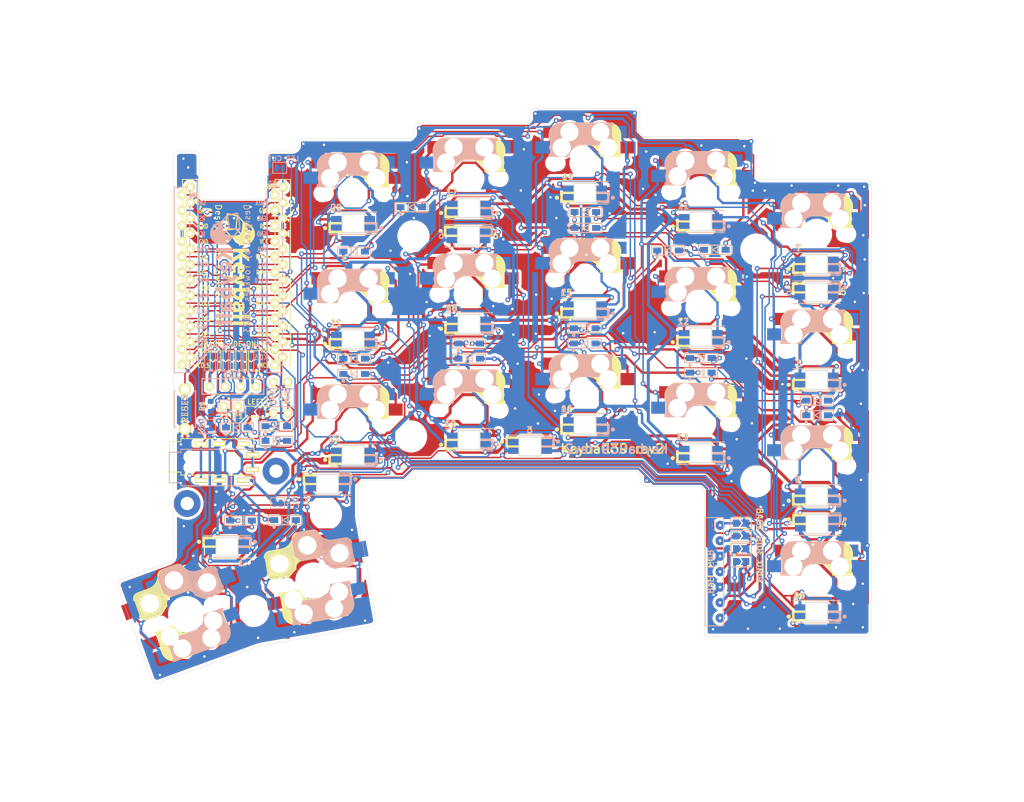
<source format=kicad_pcb>
(kicad_pcb (version 20171130) (host pcbnew "(5.1.10)-1")
  (layers (0 F.Cu signal) (31 B.Cu signal) (34 B.Paste user hide) (35 F.Paste user hide) (36 B.SilkS user hide) (37 F.SilkS user hide) (38 B.Mask user hide) (39 F.Mask user hide) (44 Edge.Cuts user))
  (net 0 "")
  (net 1 "Net-(D1-Pad2)")
  (net 2 ROW0)
  (net 3 "Net-(D2-Pad2)")
  (net 4 ROW1)
  (net 5 ROW2)
  (net 6 "Net-(D3-Pad2)")
  (net 7 ROW3)
  (net 8 "Net-(D4-Pad2)")
  (net 9 "Net-(D5-Pad2)")
  (net 10 "Net-(D6-Pad2)")
  (net 11 "Net-(D7-Pad2)")
  (net 12 "Net-(D8-Pad2)")
  (net 13 "Net-(D9-Pad2)")
  (net 14 "Net-(D10-Pad2)")
  (net 15 "Net-(D11-Pad2)")
  (net 16 "Net-(D12-Pad2)")
  (net 17 "Net-(D13-Pad2)")
  (net 18 "Net-(D14-Pad2)")
  (net 19 "Net-(D15-Pad2)")
  (net 20 "Net-(D16-Pad2)")
  (net 21 "Net-(D17-Pad2)")
  (net 22 "Net-(D18-Pad2)")
  (net 23 "Net-(D19-Pad2)")
  (net 24 "Net-(D20-Pad2)")
  (net 25 "Net-(D21-Pad2)")
  (net 26 "Net-(J1-Pad1)")
  (net 27 "Net-(J1-Pad2)")
  (net 28 "Net-(J1-Pad3)")
  (net 29 "Net-(J1-Pad4)")
  (net 30 GND)
  (net 31 LED)
  (net 32 VCC)
  (net 33 SCL)
  (net 34 SDA)
  (net 35 DATA)
  (net 36 MISO)
  (net 37 MOSI)
  (net 38 SCLK)
  (net 39 NCS)
  (net 40 "Net-(LED1-Pad2)")
  (net 41 "Net-(LED2-Pad2)")
  (net 42 "Net-(LED3-Pad2)")
  (net 43 "Net-(LED4-Pad2)")
  (net 44 "Net-(LED5-Pad2)")
  (net 45 "Net-(LED6-Pad2)")
  (net 46 "Net-(LED7-Pad2)")
  (net 47 "Net-(LED10-Pad4)")
  (net 48 "Net-(LED10-Pad2)")
  (net 49 "Net-(LED11-Pad2)")
  (net 50 "Net-(LED12-Pad2)")
  (net 51 "Net-(LED13-Pad2)")
  (net 52 "Net-(LED14-Pad2)")
  (net 53 COL5)
  (net 54 COL0)
  (net 55 COL1)
  (net 56 COL2)
  (net 57 COL3)
  (net 58 COL4)
  (net 59 "Net-(U1-Pad24)")
  (net 60 "Net-(J2-Pad6)")
  (net 61 "Net-(J2-Pad7)")
  (net 62 "Net-(J2-Pad2)")
  (net 63 "Net-(J2-Pad1)")
  (net 64 "Net-(J11-PadA)")
  (net 65 "Net-(J11-PadB)")
  (net 66 "Net-(JP18-Pad1)")
  (net 67 "Net-(JP19-Pad2)")
  (net 68 "Net-(LED8-Pad2)")
  (net 69 "Net-(LED15-Pad2)")
  (net 70 "Net-(LED16-Pad2)")
  (net 71 "Net-(LED17-Pad2)")
  (net 72 "Net-(LED18-Pad2)")
  (net 73 "Net-(LED19-Pad2)")
  (net 74 "Net-(LED20-Pad2)")
  (net 75 "Net-(LED21-Pad2)")
  (net 76 "Net-(LED22-Pad2)")
  (net 77 RESET)
  (module mylibrary:Mac8_L_7pin_contact_NEW2023 (layer F.Cu) (at 186.634 119.499 270)
    (fp_text reference J2 hide)
    (fp_text value BALL_PCB)
    (fp_text user "BALL PCB" (at 0 1.75 90) (layer B.SilkS) (effects (justify mirror)))
    (fp_text user "BALL PCB" (at 0 1.75 90) (layer F.SilkS))
    (pad 1 thru_hole circle (at -7.62 0.2 270) (size 1.5 1.5) (drill 0.45) (layers *.Cu *.Mask) (net 63 "Net-(J2-Pad1)"))
    (pad 2 thru_hole circle (at -5.08 0.2 270) (size 1.5 1.5) (drill 0.45) (layers *.Cu *.Mask) (net 62 "Net-(J2-Pad2)"))
    (pad 7 thru_hole circle (at 7.62 0.2 270) (size 1.5 1.5) (drill 0.45) (layers *.Cu *.Mask) (net 61 "Net-(J2-Pad7)"))
    (pad 6 thru_hole circle (at 5.08 0.2 270) (size 1.5 1.5) (drill 0.45) (layers *.Cu *.Mask) (net 60 "Net-(J2-Pad6)"))
    (pad 5 thru_hole circle (at 2.54 0.2 270) (size 1.5 1.5) (drill 0.45) (layers *.Cu *.Mask) (net 30 GND))
    (pad 4 thru_hole circle (at 0 0.2 270) (size 1.5 1.5) (drill 0.45) (layers *.Cu *.Mask) (net 32 VCC))
    (pad 3 thru_hole circle (at -2.54 0.2 270) (size 1.5 1.5) (drill 0.45) (layers *.Cu *.Mask) (net 30 GND))
  )
  (module keyball_right:Jumper_NEW_BIG (layer B.Cu) (at 189.914 115.725)
    (fp_text reference JP14 hide)
    (fp_text value Device_Jumper_NO_Small hide)
    (pad 1 smd custom (at -0.55 0) (size 0.35 1.143) (layers B.Cu B.Paste B.Mask) (net 60 "Net-(J2-Pad6)") (clearance 0.1905) (options (clearance outline) (anchor rect)) (primitives (gr_poly (pts (xy -0.8 0.5715) (xy 0.175 0.5715) (xy 0.575 0) (xy 0.175 -0.5715) (xy -0.8 -0.5715)) (width 0))))
    (pad 2 smd custom (at 0.5 0) (size 0.35 1.143) (layers B.Cu B.Paste B.Mask) (net 37 MOSI) (clearance 0.1905) (options (clearance outline) (anchor rect)) (primitives (gr_poly (pts (xy 0.8175 0.5715) (xy -0.575 0.5715) (xy -0.175 0) (xy -0.575 -0.5715) (xy 0.8175 -0.5715)) (width 0))))
  )
  (module keyball_right:Jumper_NEW_BIG (layer B.Cu) (at 189.914 113.625)
    (fp_text reference JP12 hide)
    (fp_text value Device_Jumper_NO_Small hide)
    (pad 1 smd custom (at -0.55 0) (size 0.35 1.143) (layers B.Cu B.Paste B.Mask) (net 62 "Net-(J2-Pad2)") (clearance 0.1905) (options (clearance outline) (anchor rect)) (primitives (gr_poly (pts (xy -0.8 0.5715) (xy 0.175 0.5715) (xy 0.575 0) (xy 0.175 -0.5715) (xy -0.8 -0.5715)) (width 0))))
    (pad 2 smd custom (at 0.5 0) (size 0.35 1.143) (layers B.Cu B.Paste B.Mask) (net 39 NCS) (clearance 0.1905) (options (clearance outline) (anchor rect)) (primitives (gr_poly (pts (xy 0.8175 0.5715) (xy -0.575 0.5715) (xy -0.175 0) (xy -0.575 -0.5715) (xy 0.8175 -0.5715)) (width 0))))
  )
  (module keyball_right:Jumper_NEW_BIG (layer B.Cu) (at 189.914 111.525)
    (fp_text reference JP10 hide)
    (fp_text value Device_Jumper_NO_Small hide)
    (pad 1 smd custom (at -0.55 0) (size 0.35 1.143) (layers B.Cu B.Paste B.Mask) (net 63 "Net-(J2-Pad1)") (clearance 0.1905) (options (clearance outline) (anchor rect)) (primitives (gr_poly (pts (xy -0.8 0.5715) (xy 0.175 0.5715) (xy 0.575 0) (xy 0.175 -0.5715) (xy -0.8 -0.5715)) (width 0))))
    (pad 2 smd custom (at 0.5 0) (size 0.35 1.143) (layers B.Cu B.Paste B.Mask) (net 38 SCLK) (clearance 0.1905) (options (clearance outline) (anchor rect)) (primitives (gr_poly (pts (xy 0.8175 0.5715) (xy -0.575 0.5715) (xy -0.175 0) (xy -0.575 -0.5715) (xy 0.8175 -0.5715)) (width 0))))
  )
  (module keyball_right:Jumper_NEW_BIG (layer F.Cu) (at 189.914 111.525)
    (fp_text reference JP2 hide)
    (fp_text value Device_Jumper_NO_Small hide)
    (pad 1 smd custom (at -0.55 0) (size 0.35 1.143) (layers F.Cu F.Paste F.Mask) (net 63 "Net-(J2-Pad1)") (clearance 0.1905) (options (clearance outline) (anchor rect)) (primitives (gr_poly (pts (xy -0.8 -0.5715) (xy 0.175 -0.5715) (xy 0.575 0) (xy 0.175 0.5715) (xy -0.8 0.5715)) (width 0))))
    (pad 2 smd custom (at 0.5 0) (size 0.35 1.143) (layers F.Cu F.Paste F.Mask) (net 36 MISO) (clearance 0.1905) (options (clearance outline) (anchor rect)) (primitives (gr_poly (pts (xy 0.8175 -0.5715) (xy -0.575 -0.5715) (xy -0.175 0) (xy -0.575 0.5715) (xy 0.8175 0.5715)) (width 0))))
  )
  (module keyball_right:Jumper_NEW_BIG (layer F.Cu) (at 189.914 113.625)
    (fp_text reference JP4 hide)
    (fp_text value Device_Jumper_NO_Small hide)
    (pad 1 smd custom (at -0.55 0) (size 0.35 1.143) (layers F.Cu F.Paste F.Mask) (net 62 "Net-(J2-Pad2)") (clearance 0.1905) (options (clearance outline) (anchor rect)) (primitives (gr_poly (pts (xy -0.8 -0.5715) (xy 0.175 -0.5715) (xy 0.575 0) (xy 0.175 0.5715) (xy -0.8 0.5715)) (width 0))))
    (pad 2 smd custom (at 0.5 0) (size 0.35 1.143) (layers F.Cu F.Paste F.Mask) (net 37 MOSI) (clearance 0.1905) (options (clearance outline) (anchor rect)) (primitives (gr_poly (pts (xy 0.8175 -0.5715) (xy -0.575 -0.5715) (xy -0.175 0) (xy -0.575 0.5715) (xy 0.8175 0.5715)) (width 0))))
  )
  (module keyball_right:Jumper_NEW_BIG (layer F.Cu) (at 189.914 115.725)
    (fp_text reference JP6 hide)
    (fp_text value Device_Jumper_NO_Small hide)
    (pad 1 smd custom (at -0.55 0) (size 0.35 1.143) (layers F.Cu F.Paste F.Mask) (net 60 "Net-(J2-Pad6)") (clearance 0.1905) (options (clearance outline) (anchor rect)) (primitives (gr_poly (pts (xy -0.8 -0.5715) (xy 0.175 -0.5715) (xy 0.575 0) (xy 0.175 0.5715) (xy -0.8 0.5715)) (width 0))))
    (pad 2 smd custom (at 0.5 0) (size 0.35 1.143) (layers F.Cu F.Paste F.Mask) (net 39 NCS) (clearance 0.1905) (options (clearance outline) (anchor rect)) (primitives (gr_poly (pts (xy 0.8175 -0.5715) (xy -0.575 -0.5715) (xy -0.175 0) (xy -0.575 0.5715) (xy 0.8175 0.5715)) (width 0))))
  )
  (module keyball_right:Jumper_NEW_BIG (layer B.Cu) (at 189.914 117.825)
    (fp_text reference JP16 hide)
    (fp_text value Device_Jumper_NO_Small hide)
    (pad 1 smd custom (at -0.55 0) (size 0.35 1.143) (layers B.Cu B.Paste B.Mask) (net 61 "Net-(J2-Pad7)") (clearance 0.1905) (options (clearance outline) (anchor rect)) (primitives (gr_poly (pts (xy -0.8 0.5715) (xy 0.175 0.5715) (xy 0.575 0) (xy 0.175 -0.5715) (xy -0.8 -0.5715)) (width 0))))
    (pad 2 smd custom (at 0.5 0) (size 0.35 1.143) (layers B.Cu B.Paste B.Mask) (net 36 MISO) (clearance 0.1905) (options (clearance outline) (anchor rect)) (primitives (gr_poly (pts (xy 0.8175 0.5715) (xy -0.575 0.5715) (xy -0.175 0) (xy -0.575 -0.5715) (xy 0.8175 -0.5715)) (width 0))))
  )
  (module keyball_right:Jumper_NEW_BIG (layer F.Cu) (at 189.914 117.825)
    (fp_text reference JP8 hide)
    (fp_text value Device_Jumper_NO_Small hide)
    (pad 1 smd custom (at -0.55 0) (size 0.35 1.143) (layers F.Cu F.Paste F.Mask) (net 61 "Net-(J2-Pad7)") (clearance 0.1905) (options (clearance outline) (anchor rect)) (primitives (gr_poly (pts (xy -0.8 -0.5715) (xy 0.175 -0.5715) (xy 0.575 0) (xy 0.175 0.5715) (xy -0.8 0.5715)) (width 0))))
    (pad 2 smd custom (at 0.5 0) (size 0.35 1.143) (layers F.Cu F.Paste F.Mask) (net 38 SCLK) (clearance 0.1905) (options (clearance outline) (anchor rect)) (primitives (gr_poly (pts (xy 0.8175 -0.5715) (xy -0.575 -0.5715) (xy -0.175 0) (xy -0.575 0.5715) (xy 0.8175 0.5715)) (width 0))))
  )
  (module keyball_right:Jumper_NEW_BIG (layer F.Cu) (at 110.085 93.1876 180)
    (fp_text reference JP1 hide)
    (fp_text value LEFT (at 0 1.6) (layer F.SilkS) (effects (font (size 0.8128 0.8128))))
    (pad 1 smd custom (at -0.55 0 180) (size 0.35 1.143) (layers F.Cu F.Paste F.Mask) (net 53 COL5) (clearance 0.1905) (options (clearance outline) (anchor rect)) (primitives (gr_poly (pts (xy -0.8 -0.5715) (xy 0.175 -0.5715) (xy 0.575 0) (xy 0.175 0.5715) (xy -0.8 0.5715)) (width 0))))
    (pad 2 smd custom (at 0.5 0 180) (size 0.35 1.143) (layers F.Cu F.Paste F.Mask) (net 22 "Net-(D18-Pad2)") (clearance 0.1905) (options (clearance outline) (anchor rect)) (primitives (gr_poly (pts (xy 0.8175 -0.5715) (xy -0.575 -0.5715) (xy -0.175 0) (xy -0.575 0.5715) (xy 0.8175 0.5715)) (width 0))))
  )
  (module keyball_right:Jumper_NEW_BIG (layer B.Cu) (at 108.894 84.825 90)
    (fp_text reference JP17 hide)
    (fp_text value Device_Jumper_NO_Small hide)
    (pad 1 smd custom (at -0.55 0 90) (size 0.35 1.143) (layers B.Cu B.Paste B.Mask) (net 29 "Net-(J1-Pad4)") (clearance 0.1905) (options (clearance outline) (anchor rect)) (primitives (gr_poly (pts (xy -0.8 0.5715) (xy 0.175 0.5715) (xy 0.575 0) (xy 0.175 -0.5715) (xy -0.8 -0.5715)) (width 0))))
    (pad 2 smd custom (at 0.5 0 90) (size 0.35 1.143) (layers B.Cu B.Paste B.Mask) (net 30 GND) (clearance 0.1905) (options (clearance outline) (anchor rect)) (primitives (gr_poly (pts (xy 0.8175 0.5715) (xy -0.575 0.5715) (xy -0.175 0) (xy -0.575 -0.5715) (xy 0.8175 -0.5715)) (width 0))))
  )
  (module keyball_right:Jumper_NEW_BIG (layer B.Cu) (at 106.814 84.825 90)
    (fp_text reference JP15 hide)
    (fp_text value Device_Jumper_NO_Small hide)
    (pad 1 smd custom (at -0.55 0 90) (size 0.35 1.143) (layers B.Cu B.Paste B.Mask) (net 28 "Net-(J1-Pad3)") (clearance 0.1905) (options (clearance outline) (anchor rect)) (primitives (gr_poly (pts (xy -0.8 0.5715) (xy 0.175 0.5715) (xy 0.575 0) (xy 0.175 -0.5715) (xy -0.8 -0.5715)) (width 0))))
    (pad 2 smd custom (at 0.5 0 90) (size 0.35 1.143) (layers B.Cu B.Paste B.Mask) (net 32 VCC) (clearance 0.1905) (options (clearance outline) (anchor rect)) (primitives (gr_poly (pts (xy 0.8175 0.5715) (xy -0.575 0.5715) (xy -0.175 0) (xy -0.575 -0.5715) (xy 0.8175 -0.5715)) (width 0))))
  )
  (module keyball_right:Jumper_NEW_BIG (layer B.Cu) (at 104.714 84.825 90)
    (fp_text reference JP13 hide)
    (fp_text value Device_Jumper_NO_Small hide)
    (pad 1 smd custom (at -0.55 0 90) (size 0.35 1.143) (layers B.Cu B.Paste B.Mask) (net 27 "Net-(J1-Pad2)") (clearance 0.1905) (options (clearance outline) (anchor rect)) (primitives (gr_poly (pts (xy -0.8 0.5715) (xy 0.175 0.5715) (xy 0.575 0) (xy 0.175 -0.5715) (xy -0.8 -0.5715)) (width 0))))
    (pad 2 smd custom (at 0.5 0 90) (size 0.35 1.143) (layers B.Cu B.Paste B.Mask) (net 33 SCL) (clearance 0.1905) (options (clearance outline) (anchor rect)) (primitives (gr_poly (pts (xy 0.8175 0.5715) (xy -0.575 0.5715) (xy -0.175 0) (xy -0.575 -0.5715) (xy 0.8175 -0.5715)) (width 0))))
  )
  (module keyball_right:Jumper_NEW_BIG (layer B.Cu) (at 102.614 84.825 90)
    (fp_text reference JP11 hide)
    (fp_text value Device_Jumper_NO_Small hide)
    (pad 1 smd custom (at -0.55 0 90) (size 0.35 1.143) (layers B.Cu B.Paste B.Mask) (net 26 "Net-(J1-Pad1)") (clearance 0.1905) (options (clearance outline) (anchor rect)) (primitives (gr_poly (pts (xy -0.8 0.5715) (xy 0.175 0.5715) (xy 0.575 0) (xy 0.175 -0.5715) (xy -0.8 -0.5715)) (width 0))))
    (pad 2 smd custom (at 0.5 0 90) (size 0.35 1.143) (layers B.Cu B.Paste B.Mask) (net 34 SDA) (clearance 0.1905) (options (clearance outline) (anchor rect)) (primitives (gr_poly (pts (xy 0.8175 0.5715) (xy -0.575 0.5715) (xy -0.175 0) (xy -0.575 -0.5715) (xy 0.8175 -0.5715)) (width 0))))
  )
  (module keyball_right:Jumper_NEW_BIG (layer F.Cu) (at 109.814 84.825 90)
    (fp_text reference JP9 hide)
    (fp_text value Device_Jumper_NO_Small hide)
    (pad 1 smd custom (at -0.55 0 90) (size 0.35 1.143) (layers F.Cu F.Paste F.Mask) (net 29 "Net-(J1-Pad4)") (clearance 0.1905) (options (clearance outline) (anchor rect)) (primitives (gr_poly (pts (xy -0.8 -0.5715) (xy 0.175 -0.5715) (xy 0.575 0) (xy 0.175 0.5715) (xy -0.8 0.5715)) (width 0))))
    (pad 2 smd custom (at 0.5 0 90) (size 0.35 1.143) (layers F.Cu F.Paste F.Mask) (net 34 SDA) (clearance 0.1905) (options (clearance outline) (anchor rect)) (primitives (gr_poly (pts (xy 0.8175 -0.5715) (xy -0.575 -0.5715) (xy -0.175 0) (xy -0.575 0.5715) (xy 0.8175 0.5715)) (width 0))))
  )
  (module keyball_right:Jumper_NEW_BIG (layer F.Cu) (at 107.714 84.825 90)
    (fp_text reference JP7 hide)
    (fp_text value Device_Jumper_NO_Small hide)
    (pad 1 smd custom (at -0.55 0 90) (size 0.35 1.143) (layers F.Cu F.Paste F.Mask) (net 28 "Net-(J1-Pad3)") (clearance 0.1905) (options (clearance outline) (anchor rect)) (primitives (gr_poly (pts (xy -0.8 -0.5715) (xy 0.175 -0.5715) (xy 0.575 0) (xy 0.175 0.5715) (xy -0.8 0.5715)) (width 0))))
    (pad 2 smd custom (at 0.5 0 90) (size 0.35 1.143) (layers F.Cu F.Paste F.Mask) (net 33 SCL) (clearance 0.1905) (options (clearance outline) (anchor rect)) (primitives (gr_poly (pts (xy 0.8175 -0.5715) (xy -0.575 -0.5715) (xy -0.175 0) (xy -0.575 0.5715) (xy 0.8175 0.5715)) (width 0))))
  )
  (module keyball_right:Jumper_NEW_BIG (layer F.Cu) (at 105.614 84.825 90)
    (fp_text reference JP5 hide)
    (fp_text value Device_Jumper_NO_Small hide)
    (pad 1 smd custom (at -0.55 0 90) (size 0.35 1.143) (layers F.Cu F.Paste F.Mask) (net 27 "Net-(J1-Pad2)") (clearance 0.1905) (options (clearance outline) (anchor rect)) (primitives (gr_poly (pts (xy -0.8 -0.5715) (xy 0.175 -0.5715) (xy 0.575 0) (xy 0.175 0.5715) (xy -0.8 0.5715)) (width 0))))
    (pad 2 smd custom (at 0.5 0 90) (size 0.35 1.143) (layers F.Cu F.Paste F.Mask) (net 32 VCC) (clearance 0.1905) (options (clearance outline) (anchor rect)) (primitives (gr_poly (pts (xy 0.8175 -0.5715) (xy -0.575 -0.5715) (xy -0.175 0) (xy -0.575 0.5715) (xy 0.8175 0.5715)) (width 0))))
  )
  (module keyball_right:Jumper_NEW_BIG (layer F.Cu) (at 103.514 84.825 90)
    (fp_text reference JP3 hide)
    (fp_text value Device_Jumper_NO_Small hide)
    (pad 1 smd custom (at -0.55 0 90) (size 0.35 1.143) (layers F.Cu F.Paste F.Mask) (net 26 "Net-(J1-Pad1)") (clearance 0.1905) (options (clearance outline) (anchor rect)) (primitives (gr_poly (pts (xy -0.8 -0.5715) (xy 0.175 -0.5715) (xy 0.575 0) (xy 0.175 0.5715) (xy -0.8 0.5715)) (width 0))))
    (pad 2 smd custom (at 0.5 0 90) (size 0.35 1.143) (layers F.Cu F.Paste F.Mask) (net 30 GND) (clearance 0.1905) (options (clearance outline) (anchor rect)) (primitives (gr_poly (pts (xy 0.8175 -0.5715) (xy -0.575 -0.5715) (xy -0.175 0) (xy -0.575 0.5715) (xy 0.8175 0.5715)) (width 0))))
  )
  (module keyball_right:keyball_logo700 (layer B.Cu) (at 105.419426 70.245516 270)
    (fp_text reference G2 hide)
    (fp_text value LOGO hide)
  )
  (module keyball_right:keyball_logo700 (layer F.Cu) (at 107.159426 70.345516 270)
    (fp_text reference G1 hide)
    (fp_text value LOGO hide)
  )
  (module keyball_right:D3_SMD_v2_BOTH (layer F.Cu) (at 185.585 66.5876)
    (fp_text reference D1 hide)
    (fp_text value D hide)
    (pad 2 smd rect (at 1.775 0) (size 1.3 0.95) (layers F.Cu F.Paste F.Mask) (net 1 "Net-(D1-Pad2)"))
    (pad 1 smd rect (at -1.775 0) (size 1.3 0.95) (layers B.Cu B.Paste B.Mask) (net 2 ROW0))
    (pad 2 smd rect (at 1.775 0) (size 1.3 0.95) (layers B.Cu B.Paste B.Mask) (net 1 "Net-(D1-Pad2)"))
    (pad 1 smd rect (at -1.775 0) (size 1.3 0.95) (layers F.Cu F.Paste F.Mask) (net 2 ROW0))
  )
  (module keyball_right:D3_SMD_v2_BOTH (layer F.Cu) (at 164.285 60.3876)
    (fp_text reference D2 hide)
    (fp_text value D hide)
    (pad 2 smd rect (at 1.775 0) (size 1.3 0.95) (layers F.Cu F.Paste F.Mask) (net 3 "Net-(D2-Pad2)"))
    (pad 1 smd rect (at -1.775 0) (size 1.3 0.95) (layers B.Cu B.Paste B.Mask) (net 2 ROW0))
    (pad 2 smd rect (at 1.775 0) (size 1.3 0.95) (layers B.Cu B.Paste B.Mask) (net 3 "Net-(D2-Pad2)"))
    (pad 1 smd rect (at -1.775 0) (size 1.3 0.95) (layers F.Cu F.Paste F.Mask) (net 2 ROW0))
  )
  (module keyball_right:D3_SMD_v2_BOTH (layer F.Cu) (at 164.285 62.9876)
    (fp_text reference D3 hide)
    (fp_text value D hide)
    (pad 1 smd rect (at -1.775 0) (size 1.3 0.95) (layers F.Cu F.Paste F.Mask) (net 2 ROW0))
    (pad 2 smd rect (at 1.775 0) (size 1.3 0.95) (layers B.Cu B.Paste B.Mask) (net 6 "Net-(D3-Pad2)"))
    (pad 1 smd rect (at -1.775 0) (size 1.3 0.95) (layers B.Cu B.Paste B.Mask) (net 2 ROW0))
    (pad 2 smd rect (at 1.775 0) (size 1.3 0.95) (layers F.Cu F.Paste F.Mask) (net 6 "Net-(D3-Pad2)"))
  )
  (module keyball_right:D3_SMD_v2_BOTH (layer F.Cu) (at 135.685 59.5876)
    (fp_text reference D4 hide)
    (fp_text value D hide)
    (pad 2 smd rect (at 1.775 0) (size 1.3 0.95) (layers F.Cu F.Paste F.Mask) (net 8 "Net-(D4-Pad2)"))
    (pad 1 smd rect (at -1.775 0) (size 1.3 0.95) (layers B.Cu B.Paste B.Mask) (net 2 ROW0))
    (pad 2 smd rect (at 1.775 0) (size 1.3 0.95) (layers B.Cu B.Paste B.Mask) (net 8 "Net-(D4-Pad2)"))
    (pad 1 smd rect (at -1.775 0) (size 1.3 0.95) (layers F.Cu F.Paste F.Mask) (net 2 ROW0))
  )
  (module keyball_right:D3_SMD_v2_BOTH (layer F.Cu) (at 126.285 66.8876)
    (fp_text reference D5 hide)
    (fp_text value D hide)
    (pad 1 smd rect (at -1.775 0) (size 1.3 0.95) (layers F.Cu F.Paste F.Mask) (net 2 ROW0))
    (pad 2 smd rect (at 1.775 0) (size 1.3 0.95) (layers B.Cu B.Paste B.Mask) (net 9 "Net-(D5-Pad2)"))
    (pad 1 smd rect (at -1.775 0) (size 1.3 0.95) (layers B.Cu B.Paste B.Mask) (net 2 ROW0))
    (pad 2 smd rect (at 1.775 0) (size 1.3 0.95) (layers F.Cu F.Paste F.Mask) (net 9 "Net-(D5-Pad2)"))
  )
  (module keyball_right:D3_SMD_v2_BOTH (layer F.Cu) (at 113.485 97.9876)
    (fp_text reference D6 hide)
    (fp_text value D hide)
    (pad 2 smd rect (at 1.775 0) (size 1.3 0.95) (layers F.Cu F.Paste F.Mask) (net 10 "Net-(D6-Pad2)"))
    (pad 1 smd rect (at -1.775 0) (size 1.3 0.95) (layers B.Cu B.Paste B.Mask) (net 2 ROW0))
    (pad 2 smd rect (at 1.775 0) (size 1.3 0.95) (layers B.Cu B.Paste B.Mask) (net 10 "Net-(D6-Pad2)"))
    (pad 1 smd rect (at -1.775 0) (size 1.3 0.95) (layers F.Cu F.Paste F.Mask) (net 2 ROW0))
  )
  (module keyball_right:D3_SMD_v2_BOTH (layer F.Cu) (at 202.385 91.3876)
    (fp_text reference D7 hide)
    (fp_text value D hide)
    (pad 1 smd rect (at -1.775 0) (size 1.3 0.95) (layers F.Cu F.Paste F.Mask) (net 4 ROW1))
    (pad 2 smd rect (at 1.775 0) (size 1.3 0.95) (layers B.Cu B.Paste B.Mask) (net 11 "Net-(D7-Pad2)"))
    (pad 1 smd rect (at -1.775 0) (size 1.3 0.95) (layers B.Cu B.Paste B.Mask) (net 4 ROW1))
    (pad 2 smd rect (at 1.775 0) (size 1.3 0.95) (layers F.Cu F.Paste F.Mask) (net 11 "Net-(D7-Pad2)"))
  )
  (module keyball_right:D3_SMD_v2_BOTH (layer F.Cu) (at 177.885 66.6876)
    (fp_text reference D8 hide)
    (fp_text value D hide)
    (pad 2 smd rect (at 1.775 0) (size 1.3 0.95) (layers F.Cu F.Paste F.Mask) (net 12 "Net-(D8-Pad2)"))
    (pad 1 smd rect (at -1.775 0) (size 1.3 0.95) (layers B.Cu B.Paste B.Mask) (net 4 ROW1))
    (pad 2 smd rect (at 1.775 0) (size 1.3 0.95) (layers B.Cu B.Paste B.Mask) (net 12 "Net-(D8-Pad2)"))
    (pad 1 smd rect (at -1.775 0) (size 1.3 0.95) (layers F.Cu F.Paste F.Mask) (net 4 ROW1))
  )
  (module keyball_right:D3_SMD_v2_BOTH (layer F.Cu) (at 164.185 79.4876)
    (fp_text reference D9 hide)
    (fp_text value D hide)
    (pad 1 smd rect (at -1.775 0) (size 1.3 0.95) (layers F.Cu F.Paste F.Mask) (net 4 ROW1))
    (pad 2 smd rect (at 1.775 0) (size 1.3 0.95) (layers B.Cu B.Paste B.Mask) (net 13 "Net-(D9-Pad2)"))
    (pad 1 smd rect (at -1.775 0) (size 1.3 0.95) (layers B.Cu B.Paste B.Mask) (net 4 ROW1))
    (pad 2 smd rect (at 1.775 0) (size 1.3 0.95) (layers F.Cu F.Paste F.Mask) (net 13 "Net-(D9-Pad2)"))
  )
  (module keyball_right:D3_SMD_v2_BOTH (layer F.Cu) (at 145.185 81.9876)
    (fp_text reference D10 hide)
    (fp_text value D hide)
    (pad 1 smd rect (at -1.775 0) (size 1.3 0.95) (layers F.Cu F.Paste F.Mask) (net 4 ROW1))
    (pad 2 smd rect (at 1.775 0) (size 1.3 0.95) (layers B.Cu B.Paste B.Mask) (net 14 "Net-(D10-Pad2)"))
    (pad 1 smd rect (at -1.775 0) (size 1.3 0.95) (layers B.Cu B.Paste B.Mask) (net 4 ROW1))
    (pad 2 smd rect (at 1.775 0) (size 1.3 0.95) (layers F.Cu F.Paste F.Mask) (net 14 "Net-(D10-Pad2)"))
  )
  (module keyball_right:D3_SMD_v2_BOTH (layer F.Cu) (at 126.285 84.4876)
    (fp_text reference D11 hide)
    (fp_text value D hide)
    (pad 2 smd rect (at 1.775 0) (size 1.3 0.95) (layers F.Cu F.Paste F.Mask) (net 15 "Net-(D11-Pad2)"))
    (pad 1 smd rect (at -1.775 0) (size 1.3 0.95) (layers B.Cu B.Paste B.Mask) (net 4 ROW1))
    (pad 2 smd rect (at 1.775 0) (size 1.3 0.95) (layers B.Cu B.Paste B.Mask) (net 15 "Net-(D11-Pad2)"))
    (pad 1 smd rect (at -1.775 0) (size 1.3 0.95) (layers F.Cu F.Paste F.Mask) (net 4 ROW1))
  )
  (module keyball_right:D3_SMD_v2_BOTH (layer F.Cu) (at 113.485 95.5876)
    (fp_text reference D12 hide)
    (fp_text value D hide)
    (pad 1 smd rect (at -1.775 0) (size 1.3 0.95) (layers F.Cu F.Paste F.Mask) (net 4 ROW1))
    (pad 2 smd rect (at 1.775 0) (size 1.3 0.95) (layers B.Cu B.Paste B.Mask) (net 16 "Net-(D12-Pad2)"))
    (pad 1 smd rect (at -1.775 0) (size 1.3 0.95) (layers B.Cu B.Paste B.Mask) (net 4 ROW1))
    (pad 2 smd rect (at 1.775 0) (size 1.3 0.95) (layers F.Cu F.Paste F.Mask) (net 16 "Net-(D12-Pad2)"))
  )
  (module keyball_right:D3_SMD_v2_BOTH (layer F.Cu) (at 202.385 93.7876)
    (fp_text reference D13 hide)
    (fp_text value D hide)
    (pad 2 smd rect (at 1.775 0) (size 1.3 0.95) (layers F.Cu F.Paste F.Mask) (net 17 "Net-(D13-Pad2)"))
    (pad 1 smd rect (at -1.775 0) (size 1.3 0.95) (layers B.Cu B.Paste B.Mask) (net 5 ROW2))
    (pad 2 smd rect (at 1.775 0) (size 1.3 0.95) (layers B.Cu B.Paste B.Mask) (net 17 "Net-(D13-Pad2)"))
    (pad 1 smd rect (at -1.775 0) (size 1.3 0.95) (layers F.Cu F.Paste F.Mask) (net 5 ROW2))
  )
  (module keyball_right:D3_SMD_v2_BOTH (layer F.Cu) (at 183.285 84.3876)
    (fp_text reference D14 hide)
    (fp_text value D hide)
    (pad 1 smd rect (at -1.775 0) (size 1.3 0.95) (layers F.Cu F.Paste F.Mask) (net 5 ROW2))
    (pad 2 smd rect (at 1.775 0) (size 1.3 0.95) (layers B.Cu B.Paste B.Mask) (net 18 "Net-(D14-Pad2)"))
    (pad 1 smd rect (at -1.775 0) (size 1.3 0.95) (layers B.Cu B.Paste B.Mask) (net 5 ROW2))
    (pad 2 smd rect (at 1.775 0) (size 1.3 0.95) (layers F.Cu F.Paste F.Mask) (net 18 "Net-(D14-Pad2)"))
  )
  (module keyball_right:D3_SMD_v2_BOTH (layer F.Cu) (at 164.185 81.9876)
    (fp_text reference D15 hide)
    (fp_text value D hide)
    (pad 1 smd rect (at -1.775 0) (size 1.3 0.95) (layers F.Cu F.Paste F.Mask) (net 5 ROW2))
    (pad 2 smd rect (at 1.775 0) (size 1.3 0.95) (layers B.Cu B.Paste B.Mask) (net 19 "Net-(D15-Pad2)"))
    (pad 1 smd rect (at -1.775 0) (size 1.3 0.95) (layers B.Cu B.Paste B.Mask) (net 5 ROW2))
    (pad 2 smd rect (at 1.775 0) (size 1.3 0.95) (layers F.Cu F.Paste F.Mask) (net 19 "Net-(D15-Pad2)"))
  )
  (module keyball_right:D3_SMD_v2_BOTH (layer F.Cu) (at 145.185 84.4876)
    (fp_text reference D16 hide)
    (fp_text value D hide)
    (pad 1 smd rect (at -1.775 0) (size 1.3 0.95) (layers F.Cu F.Paste F.Mask) (net 5 ROW2))
    (pad 2 smd rect (at 1.775 0) (size 1.3 0.95) (layers B.Cu B.Paste B.Mask) (net 20 "Net-(D16-Pad2)"))
    (pad 1 smd rect (at -1.775 0) (size 1.3 0.95) (layers B.Cu B.Paste B.Mask) (net 5 ROW2))
    (pad 2 smd rect (at 1.775 0) (size 1.3 0.95) (layers F.Cu F.Paste F.Mask) (net 20 "Net-(D16-Pad2)"))
  )
  (module keyball_right:D3_SMD_v2_BOTH (layer F.Cu) (at 126.285 86.9876)
    (fp_text reference D17 hide)
    (fp_text value D hide)
    (pad 2 smd rect (at 1.775 0) (size 1.3 0.95) (layers F.Cu F.Paste F.Mask) (net 21 "Net-(D17-Pad2)"))
    (pad 1 smd rect (at -1.775 0) (size 1.3 0.95) (layers B.Cu B.Paste B.Mask) (net 5 ROW2))
    (pad 2 smd rect (at 1.775 0) (size 1.3 0.95) (layers B.Cu B.Paste B.Mask) (net 21 "Net-(D17-Pad2)"))
    (pad 1 smd rect (at -1.775 0) (size 1.3 0.95) (layers F.Cu F.Paste F.Mask) (net 5 ROW2))
  )
  (module keyball_right:D3_SMD_v2_BOTH (layer F.Cu) (at 106.985 95.7876)
    (fp_text reference D18 hide)
    (fp_text value D hide)
    (pad 2 smd rect (at 1.775 0) (size 1.3 0.95) (layers F.Cu F.Paste F.Mask) (net 22 "Net-(D18-Pad2)"))
    (pad 1 smd rect (at -1.775 0) (size 1.3 0.95) (layers B.Cu B.Paste B.Mask) (net 5 ROW2))
    (pad 2 smd rect (at 1.775 0) (size 1.3 0.95) (layers B.Cu B.Paste B.Mask) (net 22 "Net-(D18-Pad2)"))
    (pad 1 smd rect (at -1.775 0) (size 1.3 0.95) (layers F.Cu F.Paste F.Mask) (net 5 ROW2))
  )
  (module keyball_right:D3_SMD_v2_BOTH (layer F.Cu) (at 183.285 86.7876)
    (fp_text reference D19 hide)
    (fp_text value D hide)
    (pad 2 smd rect (at 1.775 0) (size 1.3 0.95) (layers F.Cu F.Paste F.Mask) (net 23 "Net-(D19-Pad2)"))
    (pad 1 smd rect (at -1.775 0) (size 1.3 0.95) (layers B.Cu B.Paste B.Mask) (net 7 ROW3))
    (pad 2 smd rect (at 1.775 0) (size 1.3 0.95) (layers B.Cu B.Paste B.Mask) (net 23 "Net-(D19-Pad2)"))
    (pad 1 smd rect (at -1.775 0) (size 1.3 0.95) (layers F.Cu F.Paste F.Mask) (net 7 ROW3))
  )
  (module keyball_right:D3_SMD_v2_BOTH (layer F.Cu) (at 114.914 111.025)
    (fp_text reference D20 hide)
    (fp_text value D hide)
    (pad 1 smd rect (at -1.775 0) (size 1.3 0.95) (layers F.Cu F.Paste F.Mask) (net 7 ROW3))
    (pad 2 smd rect (at 1.775 0) (size 1.3 0.95) (layers B.Cu B.Paste B.Mask) (net 24 "Net-(D20-Pad2)"))
    (pad 1 smd rect (at -1.775 0) (size 1.3 0.95) (layers B.Cu B.Paste B.Mask) (net 7 ROW3))
    (pad 2 smd rect (at 1.775 0) (size 1.3 0.95) (layers F.Cu F.Paste F.Mask) (net 24 "Net-(D20-Pad2)"))
  )
  (module keyball_right:D3_SMD_v2_BOTH (layer F.Cu) (at 107.685 111.088)
    (fp_text reference D21 hide)
    (fp_text value D hide)
    (pad 1 smd rect (at -1.775 0) (size 1.3 0.95) (layers F.Cu F.Paste F.Mask) (net 7 ROW3))
    (pad 2 smd rect (at 1.775 0) (size 1.3 0.95) (layers B.Cu B.Paste B.Mask) (net 25 "Net-(D21-Pad2)"))
    (pad 1 smd rect (at -1.775 0) (size 1.3 0.95) (layers B.Cu B.Paste B.Mask) (net 7 ROW3))
    (pad 2 smd rect (at 1.775 0) (size 1.3 0.95) (layers F.Cu F.Paste F.Mask) (net 25 "Net-(D21-Pad2)"))
  )
  (module keyball_right:OLED (layer F.Cu) (at 102.53 89.05)
    (fp_text reference J1)
    (fp_text value OLED hide)
    (fp_text user OLED (at 3.749426 -1.844484) (layer F.SilkS) (effects (font (size 0.8 0.8))))
    (fp_text user OLED (at 3.729426 -1.854484) (layer B.SilkS) (effects (font (size 0.8 0.8)) (justify mirror)))
    (pad 1 thru_hole circle (at 0 0) (size 1.397 1.397) (drill 0.8128) (layers *.Cu *.Mask F.SilkS) (net 26 "Net-(J1-Pad1)"))
    (pad 2 thru_hole circle (at 2.54 0) (size 1.397 1.397) (drill 0.8128) (layers *.Cu *.Mask F.SilkS) (net 27 "Net-(J1-Pad2)"))
    (pad 3 thru_hole circle (at 5.08 0) (size 1.397 1.397) (drill 0.8128) (layers *.Cu *.Mask F.SilkS) (net 28 "Net-(J1-Pad3)"))
    (pad 4 thru_hole circle (at 7.62 0) (size 1.397 1.397) (drill 0.8128) (layers *.Cu *.Mask F.SilkS) (net 29 "Net-(J1-Pad4)"))
  )
  (module MountingHole:MountingHole_2.2mm_M2_Pad (layer F.Cu) (at 98.8427 108.288)
    (fp_text reference J3 hide)
    (fp_text value Conn_01x01-Connector_Generic)
    (pad 1 thru_hole circle (at 0 0) (size 4.4 4.4) (drill 2.2) (layers *.Cu *.Mask))
  )
  (module MountingHole:MountingHole_2.2mm_M2_Pad (layer F.Cu) (at 113.443 102.974)
    (fp_text reference J4 hide)
    (fp_text value Conn_01x01-Connector_Generic)
    (pad 1 thru_hole circle (at 0 0) (size 4.4 4.4) (drill 2.2) (layers *.Cu *.Mask))
  )
  (module MountingHole:MountingHole_4.3mm_M4 (layer F.Cu) (at 192.389 104.65)
    (fp_text reference J5 hide)
    (fp_text value Conn_01x01-Connector_Generic)
    (pad 1 np_thru_hole circle (at 0 0) (size 4.3 4.3) (drill 4.3) (layers *.Cu *.Mask))
  )
  (module MountingHole:MountingHole_4.3mm_M4 (layer F.Cu) (at 121.659 110.026)
    (fp_text reference J6 hide)
    (fp_text value Conn_01x01-Connector_Generic)
    (pad 1 np_thru_hole circle (at 0 0) (size 4.3 4.3) (drill 4.3) (layers *.Cu *.Mask))
  )
  (module MountingHole:MountingHole_4.3mm_M4 (layer F.Cu) (at 192.389 66.55)
    (fp_text reference J7 hide)
    (fp_text value Conn_01x01-Connector_Generic)
    (pad 1 np_thru_hole circle (at 0 0) (size 4.3 4.3) (drill 4.3) (layers *.Cu *.Mask))
  )
  (module MountingHole:MountingHole_4.3mm_M4 (layer F.Cu) (at 109.743 125.963)
    (fp_text reference J8 hide)
    (fp_text value Conn_01x01-Connector_Generic)
    (pad 1 np_thru_hole circle (at 0 0) (size 4.3 4.3) (drill 4.3) (layers *.Cu *.Mask))
  )
  (module MountingHole:MountingHole_4.3mm_M4 (layer F.Cu) (at 136.039 64.35)
    (fp_text reference J9 hide)
    (fp_text value Conn_01x01-Connector_Generic)
    (pad 1 np_thru_hole circle (at 0 0) (size 4.3 4.3) (drill 4.3) (layers *.Cu *.Mask))
  )
  (module MountingHole:MountingHole_4.3mm_M4 (layer F.Cu) (at 135.639 97.2612)
    (fp_text reference J10 hide)
    (fp_text value Conn_01x01-Connector_Generic)
    (pad 1 np_thru_hole circle (at 0 0) (size 4.3 4.3) (drill 4.3) (layers *.Cu *.Mask))
  )
  (module Lily58-footprint:TRRS_JACK_MJ4PP9 (layer F.Cu) (at 97.8 100.625 90)
    (fp_text reference J11 hide)
    (fp_text value TRS_JACK hide)
    (pad "" np_thru_hole circle (at -1.75 8.5 90) (size 1.2 1.2) (drill 1.2) (layers *.Cu *.Mask F.SilkS))
    (pad "" np_thru_hole circle (at -1.75 1.5 90) (size 1.2 1.2) (drill 1.2) (layers *.Cu *.Mask F.SilkS))
    (pad D thru_hole rect (at -3.85 10.3 90) (size 0.8 2.1) (drill oval 0.3 1.6) (layers *.Cu *.Mask F.SilkS) (net 32 VCC) (clearance 0.15))
    (pad A thru_hole rect (at 0.35 11.8 90) (size 0.8 2.1) (drill oval 0.3 1.6) (layers *.Cu *.Mask F.SilkS) (net 64 "Net-(J11-PadA)") (clearance 0.15))
    (pad B thru_hole rect (at -3.85 3.3 90) (size 0.8 2.1) (drill oval 0.3 1.6) (layers *.Cu *.Mask F.SilkS) (net 65 "Net-(J11-PadB)") (clearance 0.15))
    (pad C thru_hole rect (at -3.85 6.3 90) (size 0.8 2.1) (drill oval 0.3 1.6) (layers *.Cu *.Mask F.SilkS) (net 30 GND) (clearance 0.15))
    (pad "" np_thru_hole circle (at 0 1.5 90) (size 1.2 1.2) (drill 1.2) (layers *.Cu *.Mask F.SilkS))
    (pad "" np_thru_hole circle (at 0 8.5 90) (size 1.2 1.2) (drill 1.2) (layers *.Cu *.Mask F.SilkS))
    (pad B thru_hole rect (at 2.1 3.3 90) (size 0.8 2.1) (drill oval 0.3 1.6) (layers *.Cu *.Mask F.SilkS) (net 65 "Net-(J11-PadB)") (clearance 0.15))
    (pad C thru_hole rect (at 2.1 6.3 90) (size 0.8 2.1) (drill oval 0.3 1.6) (layers *.Cu *.Mask F.SilkS) (net 30 GND) (clearance 0.15))
    (pad D thru_hole rect (at 2.1 10.3 90) (size 0.8 2.1) (drill oval 0.3 1.6) (layers *.Cu *.Mask F.SilkS) (net 32 VCC) (clearance 0.15))
    (pad A thru_hole rect (at -2.1 11.8 90) (size 0.8 2.1) (drill oval 0.3 1.6) (layers *.Cu *.Mask F.SilkS) (net 64 "Net-(J11-PadA)") (clearance 0.15))
  )
  (module keyball_right:JP05 (layer B.Cu) (at 113.714 108.225 180)
    (fp_text reference LED (at -2.395426 0.599484) (layer B.SilkS) (effects (font (size 0.8128 0.8128) (thickness 0.1524)) (justify mirror)))
    (fp_text value CUT (at -2.470426 -0.500516) (layer B.SilkS) (effects (font (size 0.8128 0.8128)) (justify mirror)))
    (pad 1 smd rect (at -0.50038 0 180) (size 0.635 1.143) (layers B.Cu B.Paste B.Mask) (net 66 "Net-(JP18-Pad1)") (clearance 0.1905))
    (pad 2 smd rect (at 0.50038 0 180) (size 0.635 1.143) (layers B.Cu B.Paste B.Mask) (net 32 VCC) (clearance 0.1905))
    (pad "" smd rect (at 0 0 90) (size 0.5 0.381) (layers B.Cu B.Paste B.Mask) (clearance 0.00254))
  )
  (module keyball_right:JP025 (layer B.Cu) (at 114.054 53.115 180)
    (fp_text reference "LED CUT" (at -0.615426 1.529484) (layer B.SilkS) (effects (font (size 0.8128 0.8128) (thickness 0.1524)) (justify mirror)))
    (fp_text value Device_Jumper_NO_Small hide)
    (pad 1 smd rect (at -0.50038 0 180) (size 0.635 1.143) (layers B.Cu B.Paste B.Mask) (net 31 LED) (clearance 0.1905))
    (pad 2 smd rect (at 0.50038 0 180) (size 0.635 1.143) (layers B.Cu B.Paste B.Mask) (net 67 "Net-(JP19-Pad2)") (clearance 0.1905))
    (pad "" smd rect (at 0 0 90) (size 0.25 0.381) (layers B.Cu B.Paste B.Mask) (clearance 0.00254))
  )
  (module keyball_right:JP025 (layer B.Cu) (at 102.614 95.625 90)
    (fp_text reference JP20 hide)
    (fp_text value DATA (at 0 -1.524 270) (layer B.SilkS) (effects (font (size 0.8128 0.8128)) (justify mirror)))
    (pad "" smd rect (at 0 0) (size 0.25 0.381) (layers B.Cu B.Paste B.Mask) (clearance 0.00254))
    (pad 2 smd rect (at 0.50038 0 90) (size 0.635 1.143) (layers B.Cu B.Paste B.Mask) (net 35 DATA) (clearance 0.1905))
    (pad 1 smd rect (at -0.50038 0 90) (size 0.635 1.143) (layers B.Cu B.Paste B.Mask) (net 65 "Net-(J11-PadB)") (clearance 0.1905))
  )
  (module keyball_right:YS-SK6812MINI-Keyball-BL (layer F.Cu) (at 105.385 115.388)
    (fp_text reference 1 (at 2.244426 2.767516) (layer F.SilkS) (effects (font (size 0.8 0.8) (thickness 0.2))))
    (fp_text value YS-SK6812MINI-E)
    (fp_line (start 1.8 -1.55) (end -1.8 -1.55) (layer Edge.Cuts) (width 0.12))
    (fp_line (start 1.8 1.55) (end 1.8 -1.55) (layer Edge.Cuts) (width 0.12))
    (fp_line (start -1.8 1.55) (end 1.8 1.55) (layer Edge.Cuts) (width 0.12))
    (fp_line (start -1.8 -1.55) (end -1.8 1.55) (layer Edge.Cuts) (width 0.12))
    (fp_text user 1 (at 2.224426 2.677516) (layer B.SilkS) (effects (font (size 0.8 0.8) (thickness 0.2)) (justify mirror)))
    (pad 3 smd rect (at -2.75 -0.7) (size 1.7 1) (layers F.Cu F.Paste F.Mask) (net 30 GND))
    (pad 4 smd rect (at -2.75 0.7) (size 1.7 1) (layers F.Cu F.Paste F.Mask) (net 67 "Net-(JP19-Pad2)"))
    (pad 2 smd rect (at 2.75 -0.7) (size 1.7 1) (layers F.Cu F.Paste F.Mask) (net 40 "Net-(LED1-Pad2)"))
    (pad 1 smd rect (at 2.75 0.7) (size 1.7 1) (layers F.Cu F.Paste F.Mask) (net 66 "Net-(JP18-Pad1)"))
    (pad 1 smd rect (at -2.75 0.7) (size 1.7 1) (layers B.Cu B.Paste B.Mask) (net 66 "Net-(JP18-Pad1)"))
    (pad 3 smd rect (at 2.75 -0.7 180) (size 1.7 1) (layers B.Cu B.Paste B.Mask) (net 30 GND))
    (pad 2 smd rect (at -2.75 -0.7) (size 1.7 1) (layers B.Cu B.Paste B.Mask) (net 40 "Net-(LED1-Pad2)"))
    (pad 4 smd rect (at 2.75 0.7) (size 1.7 1) (layers B.Cu B.Paste B.Mask) (net 67 "Net-(JP19-Pad2)"))
  )
  (module keyball_right:YS-SK6812MINI-Keyball-BL (layer F.Cu) (at 121.885 105.088)
    (fp_text reference 2 (at -3.245574 2.827516) (layer F.SilkS) (effects (font (thickness 0.2))))
    (fp_text value YS-SK6812MINI-E)
    (fp_line (start -1.8 -1.55) (end -1.8 1.55) (layer Edge.Cuts) (width 0.12))
    (fp_line (start -1.8 1.55) (end 1.8 1.55) (layer Edge.Cuts) (width 0.12))
    (fp_line (start 1.8 1.55) (end 1.8 -1.55) (layer Edge.Cuts) (width 0.12))
    (fp_line (start 1.8 -1.55) (end -1.8 -1.55) (layer Edge.Cuts) (width 0.12))
    (fp_text user 2 (at -3.265574 2.827516) (layer B.SilkS) (effects (font (thickness 0.2)) (justify mirror)))
    (pad 4 smd rect (at 2.75 0.7) (size 1.7 1) (layers B.Cu B.Paste B.Mask) (net 40 "Net-(LED1-Pad2)"))
    (pad 2 smd rect (at -2.75 -0.7) (size 1.7 1) (layers B.Cu B.Paste B.Mask) (net 41 "Net-(LED2-Pad2)"))
    (pad 3 smd rect (at 2.75 -0.7 180) (size 1.7 1) (layers B.Cu B.Paste B.Mask) (net 30 GND))
    (pad 1 smd rect (at -2.75 0.7) (size 1.7 1) (layers B.Cu B.Paste B.Mask) (net 66 "Net-(JP18-Pad1)"))
    (pad 1 smd rect (at 2.75 0.7) (size 1.7 1) (layers F.Cu F.Paste F.Mask) (net 66 "Net-(JP18-Pad1)"))
    (pad 2 smd rect (at 2.75 -0.7) (size 1.7 1) (layers F.Cu F.Paste F.Mask) (net 41 "Net-(LED2-Pad2)"))
    (pad 4 smd rect (at -2.75 0.7) (size 1.7 1) (layers F.Cu F.Paste F.Mask) (net 40 "Net-(LED1-Pad2)"))
    (pad 3 smd rect (at -2.75 -0.7) (size 1.7 1) (layers F.Cu F.Paste F.Mask) (net 30 GND))
  )
  (module keyball_right:YS-SK6812MINI-Keyball-BL (layer F.Cu) (at 155.199 98.9155)
    (fp_text reference 3 (at -0.039574 -2.699984) (layer F.SilkS) (effects (font (thickness 0.2))))
    (fp_text value YS-SK6812MINI-E)
    (fp_line (start 1.8 -1.55) (end -1.8 -1.55) (layer Edge.Cuts) (width 0.12))
    (fp_line (start 1.8 1.55) (end 1.8 -1.55) (layer Edge.Cuts) (width 0.12))
    (fp_line (start -1.8 1.55) (end 1.8 1.55) (layer Edge.Cuts) (width 0.12))
    (fp_line (start -1.8 -1.55) (end -1.8 1.55) (layer Edge.Cuts) (width 0.12))
    (fp_text user 3 (at -0.1 -2.699984) (layer B.SilkS) (effects (font (thickness 0.2)) (justify mirror)))
    (pad 3 smd rect (at -2.75 -0.7) (size 1.7 1) (layers F.Cu F.Paste F.Mask) (net 30 GND))
    (pad 4 smd rect (at -2.75 0.7) (size 1.7 1) (layers F.Cu F.Paste F.Mask) (net 41 "Net-(LED2-Pad2)"))
    (pad 2 smd rect (at 2.75 -0.7) (size 1.7 1) (layers F.Cu F.Paste F.Mask) (net 42 "Net-(LED3-Pad2)"))
    (pad 1 smd rect (at 2.75 0.7) (size 1.7 1) (layers F.Cu F.Paste F.Mask) (net 66 "Net-(JP18-Pad1)"))
    (pad 1 smd rect (at -2.75 0.7) (size 1.7 1) (layers B.Cu B.Paste B.Mask) (net 66 "Net-(JP18-Pad1)"))
    (pad 3 smd rect (at 2.75 -0.7 180) (size 1.7 1) (layers B.Cu B.Paste B.Mask) (net 30 GND))
    (pad 2 smd rect (at -2.75 -0.7) (size 1.7 1) (layers B.Cu B.Paste B.Mask) (net 42 "Net-(LED3-Pad2)"))
    (pad 4 smd rect (at 2.75 0.7) (size 1.7 1) (layers B.Cu B.Paste B.Mask) (net 41 "Net-(LED2-Pad2)"))
  )
  (module keyball_right:YS-SK6812MINI-Keyball-BL (layer F.Cu) (at 202.342 111.663)
    (fp_text reference 4 (at 4.457426 -0.037484) (layer F.SilkS) (effects (font (thickness 0.2))))
    (fp_text value YS-SK6812MINI-E)
    (fp_line (start -1.8 -1.55) (end -1.8 1.55) (layer Edge.Cuts) (width 0.12))
    (fp_line (start -1.8 1.55) (end 1.8 1.55) (layer Edge.Cuts) (width 0.12))
    (fp_line (start 1.8 1.55) (end 1.8 -1.55) (layer Edge.Cuts) (width 0.12))
    (fp_line (start 1.8 -1.55) (end -1.8 -1.55) (layer Edge.Cuts) (width 0.12))
    (fp_text user 4 (at -4.572574 0.002516) (layer B.SilkS) (effects (font (thickness 0.2)) (justify mirror)))
    (pad 4 smd rect (at 2.75 0.7) (size 1.7 1) (layers B.Cu B.Paste B.Mask) (net 42 "Net-(LED3-Pad2)"))
    (pad 2 smd rect (at -2.75 -0.7) (size 1.7 1) (layers B.Cu B.Paste B.Mask) (net 43 "Net-(LED4-Pad2)"))
    (pad 3 smd rect (at 2.75 -0.7 180) (size 1.7 1) (layers B.Cu B.Paste B.Mask) (net 30 GND))
    (pad 1 smd rect (at -2.75 0.7) (size 1.7 1) (layers B.Cu B.Paste B.Mask) (net 66 "Net-(JP18-Pad1)"))
    (pad 1 smd rect (at 2.75 0.7) (size 1.7 1) (layers F.Cu F.Paste F.Mask) (net 66 "Net-(JP18-Pad1)"))
    (pad 2 smd rect (at 2.75 -0.7) (size 1.7 1) (layers F.Cu F.Paste F.Mask) (net 43 "Net-(LED4-Pad2)"))
    (pad 4 smd rect (at -2.75 0.7) (size 1.7 1) (layers F.Cu F.Paste F.Mask) (net 42 "Net-(LED3-Pad2)"))
    (pad 3 smd rect (at -2.75 -0.7) (size 1.7 1) (layers F.Cu F.Paste F.Mask) (net 30 GND))
  )
  (module keyball_right:YS-SK6812MINI-Keyball-BL (layer F.Cu) (at 202.285 73.5876)
    (fp_text reference 5 (at 4.454426 -0.082084) (layer F.SilkS) (effects (font (thickness 0.2))))
    (fp_text value YS-SK6812MINI-E)
    (fp_line (start 1.8 -1.55) (end -1.8 -1.55) (layer Edge.Cuts) (width 0.12))
    (fp_line (start 1.8 1.55) (end 1.8 -1.55) (layer Edge.Cuts) (width 0.12))
    (fp_line (start -1.8 1.55) (end 1.8 1.55) (layer Edge.Cuts) (width 0.12))
    (fp_line (start -1.8 -1.55) (end -1.8 1.55) (layer Edge.Cuts) (width 0.12))
    (fp_text user 5 (at -4.555574 -0.042084) (layer B.SilkS) (effects (font (thickness 0.2)) (justify mirror)))
    (pad 3 smd rect (at -2.75 -0.7) (size 1.7 1) (layers F.Cu F.Paste F.Mask) (net 30 GND))
    (pad 4 smd rect (at -2.75 0.7) (size 1.7 1) (layers F.Cu F.Paste F.Mask) (net 43 "Net-(LED4-Pad2)"))
    (pad 2 smd rect (at 2.75 -0.7) (size 1.7 1) (layers F.Cu F.Paste F.Mask) (net 44 "Net-(LED5-Pad2)"))
    (pad 1 smd rect (at 2.75 0.7) (size 1.7 1) (layers F.Cu F.Paste F.Mask) (net 66 "Net-(JP18-Pad1)"))
    (pad 1 smd rect (at -2.75 0.7) (size 1.7 1) (layers B.Cu B.Paste B.Mask) (net 66 "Net-(JP18-Pad1)"))
    (pad 3 smd rect (at 2.75 -0.7 180) (size 1.7 1) (layers B.Cu B.Paste B.Mask) (net 30 GND))
    (pad 2 smd rect (at -2.75 -0.7) (size 1.7 1) (layers B.Cu B.Paste B.Mask) (net 44 "Net-(LED5-Pad2)"))
    (pad 4 smd rect (at 2.75 0.7) (size 1.7 1) (layers B.Cu B.Paste B.Mask) (net 43 "Net-(LED4-Pad2)"))
  )
  (module keyball_right:YS-SK6812MINI-Keyball-BL (layer F.Cu) (at 145.085 64.2876)
    (fp_text reference 6 (at 4.474426 -0.012084) (layer F.SilkS) (effects (font (thickness 0.2))))
    (fp_text value YS-SK6812MINI-E)
    (fp_line (start -1.8 -1.55) (end -1.8 1.55) (layer Edge.Cuts) (width 0.12))
    (fp_line (start -1.8 1.55) (end 1.8 1.55) (layer Edge.Cuts) (width 0.12))
    (fp_line (start 1.8 1.55) (end 1.8 -1.55) (layer Edge.Cuts) (width 0.12))
    (fp_line (start 1.8 -1.55) (end -1.8 -1.55) (layer Edge.Cuts) (width 0.12))
    (fp_text user 6 (at -4.485574 -0.042084) (layer B.SilkS) (effects (font (thickness 0.2)) (justify mirror)))
    (pad 4 smd rect (at 2.75 0.7) (size 1.7 1) (layers B.Cu B.Paste B.Mask) (net 44 "Net-(LED5-Pad2)"))
    (pad 2 smd rect (at -2.75 -0.7) (size 1.7 1) (layers B.Cu B.Paste B.Mask) (net 45 "Net-(LED6-Pad2)"))
    (pad 3 smd rect (at 2.75 -0.7 180) (size 1.7 1) (layers B.Cu B.Paste B.Mask) (net 30 GND))
    (pad 1 smd rect (at -2.75 0.7) (size 1.7 1) (layers B.Cu B.Paste B.Mask) (net 66 "Net-(JP18-Pad1)"))
    (pad 1 smd rect (at 2.75 0.7) (size 1.7 1) (layers F.Cu F.Paste F.Mask) (net 66 "Net-(JP18-Pad1)"))
    (pad 2 smd rect (at 2.75 -0.7) (size 1.7 1) (layers F.Cu F.Paste F.Mask) (net 45 "Net-(LED6-Pad2)"))
    (pad 4 smd rect (at -2.75 0.7) (size 1.7 1) (layers F.Cu F.Paste F.Mask) (net 44 "Net-(LED5-Pad2)"))
    (pad 3 smd rect (at -2.75 -0.7) (size 1.7 1) (layers F.Cu F.Paste F.Mask) (net 30 GND))
  )
  (module keyball_right:YS-SK6812MINI-Keyball-TL (layer F.Cu) (at 202.314 68.925)
    (fp_text reference 7 (at -2.984574 -2.599484) (layer F.SilkS) (effects (font (thickness 0.2))))
    (fp_text value YS-SK6812MINI-E)
    (fp_line (start -1.8 -1.55) (end -1.8 1.55) (layer Edge.Cuts) (width 0.12))
    (fp_line (start -1.8 1.55) (end 1.8 1.55) (layer Edge.Cuts) (width 0.12))
    (fp_line (start 1.8 1.55) (end 1.8 -1.55) (layer Edge.Cuts) (width 0.12))
    (fp_line (start 1.8 -1.55) (end -1.8 -1.55) (layer Edge.Cuts) (width 0.12))
    (fp_text user 7 (at -3.034574 -2.599484) (layer B.SilkS) (effects (font (thickness 0.2)) (justify mirror)))
    (pad 4 smd rect (at 2.75 -0.7) (size 1.7 1) (layers B.Cu B.Paste B.Mask) (net 45 "Net-(LED6-Pad2)"))
    (pad 2 smd rect (at -2.75 0.7) (size 1.7 1) (layers B.Cu B.Paste B.Mask) (net 46 "Net-(LED7-Pad2)"))
    (pad 3 smd rect (at 2.75 0.7 180) (size 1.7 1) (layers B.Cu B.Paste B.Mask) (net 30 GND))
    (pad 1 smd rect (at -2.75 -0.7) (size 1.7 1) (layers B.Cu B.Paste B.Mask) (net 66 "Net-(JP18-Pad1)"))
    (pad 1 smd rect (at 2.75 -0.7) (size 1.7 1) (layers F.Cu F.Paste F.Mask) (net 66 "Net-(JP18-Pad1)"))
    (pad 2 smd rect (at 2.75 0.7) (size 1.7 1) (layers F.Cu F.Paste F.Mask) (net 46 "Net-(LED7-Pad2)"))
    (pad 4 smd rect (at -2.75 -0.7) (size 1.7 1) (layers F.Cu F.Paste F.Mask) (net 45 "Net-(LED6-Pad2)"))
    (pad 3 smd rect (at -2.75 0.7) (size 1.7 1) (layers F.Cu F.Paste F.Mask) (net 30 GND))
  )
  (module keyball_right:YS-SK6812MINI-Keyball-TL (layer F.Cu) (at 202.314 87.975)
    (fp_text reference 8 (at -2.894574 -2.689484) (layer F.SilkS) (effects (font (thickness 0.2))))
    (fp_text value YS-SK6812MINI-E)
    (fp_line (start 1.8 -1.55) (end -1.8 -1.55) (layer Edge.Cuts) (width 0.12))
    (fp_line (start 1.8 1.55) (end 1.8 -1.55) (layer Edge.Cuts) (width 0.12))
    (fp_line (start -1.8 1.55) (end 1.8 1.55) (layer Edge.Cuts) (width 0.12))
    (fp_line (start -1.8 -1.55) (end -1.8 1.55) (layer Edge.Cuts) (width 0.12))
    (fp_text user 8 (at -2.894574 -2.739484) (layer B.SilkS) (effects (font (thickness 0.2)) (justify mirror)))
    (pad 3 smd rect (at -2.75 0.7) (size 1.7 1) (layers F.Cu F.Paste F.Mask) (net 30 GND))
    (pad 4 smd rect (at -2.75 -0.7) (size 1.7 1) (layers F.Cu F.Paste F.Mask) (net 46 "Net-(LED7-Pad2)"))
    (pad 2 smd rect (at 2.75 0.7) (size 1.7 1) (layers F.Cu F.Paste F.Mask) (net 68 "Net-(LED8-Pad2)"))
    (pad 1 smd rect (at 2.75 -0.7) (size 1.7 1) (layers F.Cu F.Paste F.Mask) (net 66 "Net-(JP18-Pad1)"))
    (pad 1 smd rect (at -2.75 -0.7) (size 1.7 1) (layers B.Cu B.Paste B.Mask) (net 66 "Net-(JP18-Pad1)"))
    (pad 3 smd rect (at 2.75 0.7 180) (size 1.7 1) (layers B.Cu B.Paste B.Mask) (net 30 GND))
    (pad 2 smd rect (at -2.75 0.7) (size 1.7 1) (layers B.Cu B.Paste B.Mask) (net 68 "Net-(LED8-Pad2)"))
    (pad 4 smd rect (at 2.75 -0.7) (size 1.7 1) (layers B.Cu B.Paste B.Mask) (net 46 "Net-(LED7-Pad2)"))
  )
  (module keyball_right:YS-SK6812MINI-Keyball-TL (layer F.Cu) (at 202.314 107.025)
    (fp_text reference 9 (at -3.144574 -2.659484) (layer F.SilkS) (effects (font (thickness 0.2))))
    (fp_text value YS-SK6812MINI-E)
    (fp_line (start -1.8 -1.55) (end -1.8 1.55) (layer Edge.Cuts) (width 0.12))
    (fp_line (start -1.8 1.55) (end 1.8 1.55) (layer Edge.Cuts) (width 0.12))
    (fp_line (start 1.8 1.55) (end 1.8 -1.55) (layer Edge.Cuts) (width 0.12))
    (fp_line (start 1.8 -1.55) (end -1.8 -1.55) (layer Edge.Cuts) (width 0.12))
    (fp_text user 9 (at -3.144574 -2.699484) (layer B.SilkS) (effects (font (thickness 0.2)) (justify mirror)))
    (pad 4 smd rect (at 2.75 -0.7) (size 1.7 1) (layers B.Cu B.Paste B.Mask) (net 68 "Net-(LED8-Pad2)"))
    (pad 2 smd rect (at -2.75 0.7) (size 1.7 1) (layers B.Cu B.Paste B.Mask) (net 47 "Net-(LED10-Pad4)"))
    (pad 3 smd rect (at 2.75 0.7 180) (size 1.7 1) (layers B.Cu B.Paste B.Mask) (net 30 GND))
    (pad 1 smd rect (at -2.75 -0.7) (size 1.7 1) (layers B.Cu B.Paste B.Mask) (net 66 "Net-(JP18-Pad1)"))
    (pad 1 smd rect (at 2.75 -0.7) (size 1.7 1) (layers F.Cu F.Paste F.Mask) (net 66 "Net-(JP18-Pad1)"))
    (pad 2 smd rect (at 2.75 0.7) (size 1.7 1) (layers F.Cu F.Paste F.Mask) (net 47 "Net-(LED10-Pad4)"))
    (pad 4 smd rect (at -2.75 -0.7) (size 1.7 1) (layers F.Cu F.Paste F.Mask) (net 68 "Net-(LED8-Pad2)"))
    (pad 3 smd rect (at -2.75 0.7) (size 1.7 1) (layers F.Cu F.Paste F.Mask) (net 30 GND))
  )
  (module keyball_right:YS-SK6812MINI-Keyball-TL (layer F.Cu) (at 202.314 126.075)
    (fp_text reference 10 (at -2.834574 -2.649484) (layer F.SilkS) (effects (font (thickness 0.2))))
    (fp_text value YS-SK6812MINI-E)
    (fp_line (start 1.8 -1.55) (end -1.8 -1.55) (layer Edge.Cuts) (width 0.12))
    (fp_line (start 1.8 1.55) (end 1.8 -1.55) (layer Edge.Cuts) (width 0.12))
    (fp_line (start -1.8 1.55) (end 1.8 1.55) (layer Edge.Cuts) (width 0.12))
    (fp_line (start -1.8 -1.55) (end -1.8 1.55) (layer Edge.Cuts) (width 0.12))
    (fp_text user 10 (at -2.814574 -2.639484) (layer B.SilkS) (effects (font (thickness 0.2)) (justify mirror)))
    (pad 3 smd rect (at -2.75 0.7) (size 1.7 1) (layers F.Cu F.Paste F.Mask) (net 30 GND))
    (pad 4 smd rect (at -2.75 -0.7) (size 1.7 1) (layers F.Cu F.Paste F.Mask) (net 47 "Net-(LED10-Pad4)"))
    (pad 2 smd rect (at 2.75 0.7) (size 1.7 1) (layers F.Cu F.Paste F.Mask) (net 48 "Net-(LED10-Pad2)"))
    (pad 1 smd rect (at 2.75 -0.7) (size 1.7 1) (layers F.Cu F.Paste F.Mask) (net 66 "Net-(JP18-Pad1)"))
    (pad 1 smd rect (at -2.75 -0.7) (size 1.7 1) (layers B.Cu B.Paste B.Mask) (net 66 "Net-(JP18-Pad1)"))
    (pad 3 smd rect (at 2.75 0.7 180) (size 1.7 1) (layers B.Cu B.Paste B.Mask) (net 30 GND))
    (pad 2 smd rect (at -2.75 0.7) (size 1.7 1) (layers B.Cu B.Paste B.Mask) (net 48 "Net-(LED10-Pad2)"))
    (pad 4 smd rect (at 2.75 -0.7) (size 1.7 1) (layers B.Cu B.Paste B.Mask) (net 47 "Net-(LED10-Pad4)"))
  )
  (module keyball_right:YS-SK6812MINI-Keyball-TL (layer F.Cu) (at 183.264 61.925)
    (fp_text reference 11 (at -2.854574 -2.639484) (layer F.SilkS) (effects (font (thickness 0.2))))
    (fp_text value YS-SK6812MINI-E)
    (fp_line (start -1.8 -1.55) (end -1.8 1.55) (layer Edge.Cuts) (width 0.12))
    (fp_line (start -1.8 1.55) (end 1.8 1.55) (layer Edge.Cuts) (width 0.12))
    (fp_line (start 1.8 1.55) (end 1.8 -1.55) (layer Edge.Cuts) (width 0.12))
    (fp_line (start 1.8 -1.55) (end -1.8 -1.55) (layer Edge.Cuts) (width 0.12))
    (fp_text user 11 (at -2.844574 -2.639484) (layer B.SilkS) (effects (font (thickness 0.2)) (justify mirror)))
    (pad 4 smd rect (at 2.75 -0.7) (size 1.7 1) (layers B.Cu B.Paste B.Mask) (net 48 "Net-(LED10-Pad2)"))
    (pad 2 smd rect (at -2.75 0.7) (size 1.7 1) (layers B.Cu B.Paste B.Mask) (net 49 "Net-(LED11-Pad2)"))
    (pad 3 smd rect (at 2.75 0.7 180) (size 1.7 1) (layers B.Cu B.Paste B.Mask) (net 30 GND))
    (pad 1 smd rect (at -2.75 -0.7) (size 1.7 1) (layers B.Cu B.Paste B.Mask) (net 66 "Net-(JP18-Pad1)"))
    (pad 1 smd rect (at 2.75 -0.7) (size 1.7 1) (layers F.Cu F.Paste F.Mask) (net 66 "Net-(JP18-Pad1)"))
    (pad 2 smd rect (at 2.75 0.7) (size 1.7 1) (layers F.Cu F.Paste F.Mask) (net 49 "Net-(LED11-Pad2)"))
    (pad 4 smd rect (at -2.75 -0.7) (size 1.7 1) (layers F.Cu F.Paste F.Mask) (net 48 "Net-(LED10-Pad2)"))
    (pad 3 smd rect (at -2.75 0.7) (size 1.7 1) (layers F.Cu F.Paste F.Mask) (net 30 GND))
  )
  (module keyball_right:YS-SK6812MINI-Keyball-TL (layer F.Cu) (at 183.264 80.975)
    (fp_text reference 12 (at -2.874574 -2.619484) (layer F.SilkS) (effects (font (thickness 0.2))))
    (fp_text value YS-SK6812MINI-E)
    (fp_line (start 1.8 -1.55) (end -1.8 -1.55) (layer Edge.Cuts) (width 0.12))
    (fp_line (start 1.8 1.55) (end 1.8 -1.55) (layer Edge.Cuts) (width 0.12))
    (fp_line (start -1.8 1.55) (end 1.8 1.55) (layer Edge.Cuts) (width 0.12))
    (fp_line (start -1.8 -1.55) (end -1.8 1.55) (layer Edge.Cuts) (width 0.12))
    (fp_text user 12 (at -2.854574 -2.609484) (layer B.SilkS) (effects (font (thickness 0.2)) (justify mirror)))
    (pad 3 smd rect (at -2.75 0.7) (size 1.7 1) (layers F.Cu F.Paste F.Mask) (net 30 GND))
    (pad 4 smd rect (at -2.75 -0.7) (size 1.7 1) (layers F.Cu F.Paste F.Mask) (net 49 "Net-(LED11-Pad2)"))
    (pad 2 smd rect (at 2.75 0.7) (size 1.7 1) (layers F.Cu F.Paste F.Mask) (net 50 "Net-(LED12-Pad2)"))
    (pad 1 smd rect (at 2.75 -0.7) (size 1.7 1) (layers F.Cu F.Paste F.Mask) (net 66 "Net-(JP18-Pad1)"))
    (pad 1 smd rect (at -2.75 -0.7) (size 1.7 1) (layers B.Cu B.Paste B.Mask) (net 66 "Net-(JP18-Pad1)"))
    (pad 3 smd rect (at 2.75 0.7 180) (size 1.7 1) (layers B.Cu B.Paste B.Mask) (net 30 GND))
    (pad 2 smd rect (at -2.75 0.7) (size 1.7 1) (layers B.Cu B.Paste B.Mask) (net 50 "Net-(LED12-Pad2)"))
    (pad 4 smd rect (at 2.75 -0.7) (size 1.7 1) (layers B.Cu B.Paste B.Mask) (net 49 "Net-(LED11-Pad2)"))
  )
  (module keyball_right:YS-SK6812MINI-Keyball-TL (layer F.Cu) (at 183.264 100.025)
    (fp_text reference 13 (at -2.984574 -2.639484) (layer F.SilkS) (effects (font (thickness 0.2))))
    (fp_text value YS-SK6812MINI-E)
    (fp_line (start -1.8 -1.55) (end -1.8 1.55) (layer Edge.Cuts) (width 0.12))
    (fp_line (start -1.8 1.55) (end 1.8 1.55) (layer Edge.Cuts) (width 0.12))
    (fp_line (start 1.8 1.55) (end 1.8 -1.55) (layer Edge.Cuts) (width 0.12))
    (fp_line (start 1.8 -1.55) (end -1.8 -1.55) (layer Edge.Cuts) (width 0.12))
    (fp_text user 13 (at -2.984574 -2.639484) (layer B.SilkS) (effects (font (thickness 0.2)) (justify mirror)))
    (pad 4 smd rect (at 2.75 -0.7) (size 1.7 1) (layers B.Cu B.Paste B.Mask) (net 50 "Net-(LED12-Pad2)"))
    (pad 2 smd rect (at -2.75 0.7) (size 1.7 1) (layers B.Cu B.Paste B.Mask) (net 51 "Net-(LED13-Pad2)"))
    (pad 3 smd rect (at 2.75 0.7 180) (size 1.7 1) (layers B.Cu B.Paste B.Mask) (net 30 GND))
    (pad 1 smd rect (at -2.75 -0.7) (size 1.7 1) (layers B.Cu B.Paste B.Mask) (net 66 "Net-(JP18-Pad1)"))
    (pad 1 smd rect (at 2.75 -0.7) (size 1.7 1) (layers F.Cu F.Paste F.Mask) (net 66 "Net-(JP18-Pad1)"))
    (pad 2 smd rect (at 2.75 0.7) (size 1.7 1) (layers F.Cu F.Paste F.Mask) (net 51 "Net-(LED13-Pad2)"))
    (pad 4 smd rect (at -2.75 -0.7) (size 1.7 1) (layers F.Cu F.Paste F.Mask) (net 50 "Net-(LED12-Pad2)"))
    (pad 3 smd rect (at -2.75 0.7) (size 1.7 1) (layers F.Cu F.Paste F.Mask) (net 30 GND))
  )
  (module keyball_right:YS-SK6812MINI-Keyball-TL (layer F.Cu) (at 164.214 57.225)
    (fp_text reference 14 (at -2.844574 -2.599484) (layer F.SilkS) (effects (font (thickness 0.2))))
    (fp_text value YS-SK6812MINI-E)
    (fp_line (start 1.8 -1.55) (end -1.8 -1.55) (layer Edge.Cuts) (width 0.12))
    (fp_line (start 1.8 1.55) (end 1.8 -1.55) (layer Edge.Cuts) (width 0.12))
    (fp_line (start -1.8 1.55) (end 1.8 1.55) (layer Edge.Cuts) (width 0.12))
    (fp_line (start -1.8 -1.55) (end -1.8 1.55) (layer Edge.Cuts) (width 0.12))
    (fp_text user 14 (at -2.844574 -2.589484) (layer B.SilkS) (effects (font (thickness 0.2)) (justify mirror)))
    (pad 3 smd rect (at -2.75 0.7) (size 1.7 1) (layers F.Cu F.Paste F.Mask) (net 30 GND))
    (pad 4 smd rect (at -2.75 -0.7) (size 1.7 1) (layers F.Cu F.Paste F.Mask) (net 51 "Net-(LED13-Pad2)"))
    (pad 2 smd rect (at 2.75 0.7) (size 1.7 1) (layers F.Cu F.Paste F.Mask) (net 52 "Net-(LED14-Pad2)"))
    (pad 1 smd rect (at 2.75 -0.7) (size 1.7 1) (layers F.Cu F.Paste F.Mask) (net 66 "Net-(JP18-Pad1)"))
    (pad 1 smd rect (at -2.75 -0.7) (size 1.7 1) (layers B.Cu B.Paste B.Mask) (net 66 "Net-(JP18-Pad1)"))
    (pad 3 smd rect (at 2.75 0.7 180) (size 1.7 1) (layers B.Cu B.Paste B.Mask) (net 30 GND))
    (pad 2 smd rect (at -2.75 0.7) (size 1.7 1) (layers B.Cu B.Paste B.Mask) (net 52 "Net-(LED14-Pad2)"))
    (pad 4 smd rect (at 2.75 -0.7) (size 1.7 1) (layers B.Cu B.Paste B.Mask) (net 51 "Net-(LED13-Pad2)"))
  )
  (module keyball_right:YS-SK6812MINI-Keyball-TL (layer F.Cu) (at 164.214 76.275)
    (fp_text reference 15 (at -3.034574 -2.639484) (layer F.SilkS) (effects (font (thickness 0.2))))
    (fp_text value YS-SK6812MINI-E)
    (fp_line (start 1.8 -1.55) (end -1.8 -1.55) (layer Edge.Cuts) (width 0.12))
    (fp_line (start 1.8 1.55) (end 1.8 -1.55) (layer Edge.Cuts) (width 0.12))
    (fp_line (start -1.8 1.55) (end 1.8 1.55) (layer Edge.Cuts) (width 0.12))
    (fp_line (start -1.8 -1.55) (end -1.8 1.55) (layer Edge.Cuts) (width 0.12))
    (fp_text user 15 (at -3.024574 -2.659484) (layer B.SilkS) (effects (font (thickness 0.2)) (justify mirror)))
    (pad 3 smd rect (at -2.75 0.7) (size 1.7 1) (layers F.Cu F.Paste F.Mask) (net 30 GND))
    (pad 4 smd rect (at -2.75 -0.7) (size 1.7 1) (layers F.Cu F.Paste F.Mask) (net 52 "Net-(LED14-Pad2)"))
    (pad 2 smd rect (at 2.75 0.7) (size 1.7 1) (layers F.Cu F.Paste F.Mask) (net 69 "Net-(LED15-Pad2)"))
    (pad 1 smd rect (at 2.75 -0.7) (size 1.7 1) (layers F.Cu F.Paste F.Mask) (net 66 "Net-(JP18-Pad1)"))
    (pad 1 smd rect (at -2.75 -0.7) (size 1.7 1) (layers B.Cu B.Paste B.Mask) (net 66 "Net-(JP18-Pad1)"))
    (pad 3 smd rect (at 2.75 0.7 180) (size 1.7 1) (layers B.Cu B.Paste B.Mask) (net 30 GND))
    (pad 2 smd rect (at -2.75 0.7) (size 1.7 1) (layers B.Cu B.Paste B.Mask) (net 69 "Net-(LED15-Pad2)"))
    (pad 4 smd rect (at 2.75 -0.7) (size 1.7 1) (layers B.Cu B.Paste B.Mask) (net 52 "Net-(LED14-Pad2)"))
  )
  (module keyball_right:YS-SK6812MINI-Keyball-TL (layer F.Cu) (at 164.214 95.325)
    (fp_text reference 16 (at -2.984574 -2.609484) (layer F.SilkS) (effects (font (thickness 0.2))))
    (fp_text value YS-SK6812MINI-E)
    (fp_line (start -1.8 -1.55) (end -1.8 1.55) (layer Edge.Cuts) (width 0.12))
    (fp_line (start -1.8 1.55) (end 1.8 1.55) (layer Edge.Cuts) (width 0.12))
    (fp_line (start 1.8 1.55) (end 1.8 -1.55) (layer Edge.Cuts) (width 0.12))
    (fp_line (start 1.8 -1.55) (end -1.8 -1.55) (layer Edge.Cuts) (width 0.12))
    (fp_text user 16 (at -2.984574 -2.589484) (layer B.SilkS) (effects (font (thickness 0.2)) (justify mirror)))
    (pad 4 smd rect (at 2.75 -0.7) (size 1.7 1) (layers B.Cu B.Paste B.Mask) (net 69 "Net-(LED15-Pad2)"))
    (pad 2 smd rect (at -2.75 0.7) (size 1.7 1) (layers B.Cu B.Paste B.Mask) (net 70 "Net-(LED16-Pad2)"))
    (pad 3 smd rect (at 2.75 0.7 180) (size 1.7 1) (layers B.Cu B.Paste B.Mask) (net 30 GND))
    (pad 1 smd rect (at -2.75 -0.7) (size 1.7 1) (layers B.Cu B.Paste B.Mask) (net 66 "Net-(JP18-Pad1)"))
    (pad 1 smd rect (at 2.75 -0.7) (size 1.7 1) (layers F.Cu F.Paste F.Mask) (net 66 "Net-(JP18-Pad1)"))
    (pad 2 smd rect (at 2.75 0.7) (size 1.7 1) (layers F.Cu F.Paste F.Mask) (net 70 "Net-(LED16-Pad2)"))
    (pad 4 smd rect (at -2.75 -0.7) (size 1.7 1) (layers F.Cu F.Paste F.Mask) (net 69 "Net-(LED15-Pad2)"))
    (pad 3 smd rect (at -2.75 0.7) (size 1.7 1) (layers F.Cu F.Paste F.Mask) (net 30 GND))
  )
  (module keyball_right:YS-SK6812MINI-Keyball-TL (layer F.Cu) (at 145.164 59.725)
    (fp_text reference 17 (at -2.804574 -2.579484) (layer F.SilkS) (effects (font (thickness 0.2))))
    (fp_text value YS-SK6812MINI-E)
    (fp_line (start 1.8 -1.55) (end -1.8 -1.55) (layer Edge.Cuts) (width 0.12))
    (fp_line (start 1.8 1.55) (end 1.8 -1.55) (layer Edge.Cuts) (width 0.12))
    (fp_line (start -1.8 1.55) (end 1.8 1.55) (layer Edge.Cuts) (width 0.12))
    (fp_line (start -1.8 -1.55) (end -1.8 1.55) (layer Edge.Cuts) (width 0.12))
    (fp_text user 17 (at -2.804574 -2.579484) (layer B.SilkS) (effects (font (thickness 0.2)) (justify mirror)))
    (pad 3 smd rect (at -2.75 0.7) (size 1.7 1) (layers F.Cu F.Paste F.Mask) (net 30 GND))
    (pad 4 smd rect (at -2.75 -0.7) (size 1.7 1) (layers F.Cu F.Paste F.Mask) (net 70 "Net-(LED16-Pad2)"))
    (pad 2 smd rect (at 2.75 0.7) (size 1.7 1) (layers F.Cu F.Paste F.Mask) (net 71 "Net-(LED17-Pad2)"))
    (pad 1 smd rect (at 2.75 -0.7) (size 1.7 1) (layers F.Cu F.Paste F.Mask) (net 66 "Net-(JP18-Pad1)"))
    (pad 1 smd rect (at -2.75 -0.7) (size 1.7 1) (layers B.Cu B.Paste B.Mask) (net 66 "Net-(JP18-Pad1)"))
    (pad 3 smd rect (at 2.75 0.7 180) (size 1.7 1) (layers B.Cu B.Paste B.Mask) (net 30 GND))
    (pad 2 smd rect (at -2.75 0.7) (size 1.7 1) (layers B.Cu B.Paste B.Mask) (net 71 "Net-(LED17-Pad2)"))
    (pad 4 smd rect (at 2.75 -0.7) (size 1.7 1) (layers B.Cu B.Paste B.Mask) (net 70 "Net-(LED16-Pad2)"))
  )
  (module keyball_right:YS-SK6812MINI-Keyball-TL (layer F.Cu) (at 145.164 78.775)
    (fp_text reference 18 (at -2.834574 -2.609484) (layer F.SilkS) (effects (font (thickness 0.2))))
    (fp_text value YS-SK6812MINI-E)
    (fp_line (start -1.8 -1.55) (end -1.8 1.55) (layer Edge.Cuts) (width 0.12))
    (fp_line (start -1.8 1.55) (end 1.8 1.55) (layer Edge.Cuts) (width 0.12))
    (fp_line (start 1.8 1.55) (end 1.8 -1.55) (layer Edge.Cuts) (width 0.12))
    (fp_line (start 1.8 -1.55) (end -1.8 -1.55) (layer Edge.Cuts) (width 0.12))
    (fp_text user 18 (at -2.834574 -2.609484) (layer B.SilkS) (effects (font (thickness 0.2)) (justify mirror)))
    (pad 4 smd rect (at 2.75 -0.7) (size 1.7 1) (layers B.Cu B.Paste B.Mask) (net 71 "Net-(LED17-Pad2)"))
    (pad 2 smd rect (at -2.75 0.7) (size 1.7 1) (layers B.Cu B.Paste B.Mask) (net 72 "Net-(LED18-Pad2)"))
    (pad 3 smd rect (at 2.75 0.7 180) (size 1.7 1) (layers B.Cu B.Paste B.Mask) (net 30 GND))
    (pad 1 smd rect (at -2.75 -0.7) (size 1.7 1) (layers B.Cu B.Paste B.Mask) (net 66 "Net-(JP18-Pad1)"))
    (pad 1 smd rect (at 2.75 -0.7) (size 1.7 1) (layers F.Cu F.Paste F.Mask) (net 66 "Net-(JP18-Pad1)"))
    (pad 2 smd rect (at 2.75 0.7) (size 1.7 1) (layers F.Cu F.Paste F.Mask) (net 72 "Net-(LED18-Pad2)"))
    (pad 4 smd rect (at -2.75 -0.7) (size 1.7 1) (layers F.Cu F.Paste F.Mask) (net 71 "Net-(LED17-Pad2)"))
    (pad 3 smd rect (at -2.75 0.7) (size 1.7 1) (layers F.Cu F.Paste F.Mask) (net 30 GND))
  )
  (module keyball_right:YS-SK6812MINI-Keyball-TL (layer F.Cu) (at 145.164 97.825)
    (fp_text reference 19 (at -3.074574 -2.629484) (layer F.SilkS) (effects (font (thickness 0.2))))
    (fp_text value YS-SK6812MINI-E)
    (fp_line (start 1.8 -1.55) (end -1.8 -1.55) (layer Edge.Cuts) (width 0.12))
    (fp_line (start 1.8 1.55) (end 1.8 -1.55) (layer Edge.Cuts) (width 0.12))
    (fp_line (start -1.8 1.55) (end 1.8 1.55) (layer Edge.Cuts) (width 0.12))
    (fp_line (start -1.8 -1.55) (end -1.8 1.55) (layer Edge.Cuts) (width 0.12))
    (fp_text user 19 (at -3.044574 -2.639484) (layer B.SilkS) (effects (font (thickness 0.2)) (justify mirror)))
    (pad 3 smd rect (at -2.75 0.7) (size 1.7 1) (layers F.Cu F.Paste F.Mask) (net 30 GND))
    (pad 4 smd rect (at -2.75 -0.7) (size 1.7 1) (layers F.Cu F.Paste F.Mask) (net 72 "Net-(LED18-Pad2)"))
    (pad 2 smd rect (at 2.75 0.7) (size 1.7 1) (layers F.Cu F.Paste F.Mask) (net 73 "Net-(LED19-Pad2)"))
    (pad 1 smd rect (at 2.75 -0.7) (size 1.7 1) (layers F.Cu F.Paste F.Mask) (net 66 "Net-(JP18-Pad1)"))
    (pad 1 smd rect (at -2.75 -0.7) (size 1.7 1) (layers B.Cu B.Paste B.Mask) (net 66 "Net-(JP18-Pad1)"))
    (pad 3 smd rect (at 2.75 0.7 180) (size 1.7 1) (layers B.Cu B.Paste B.Mask) (net 30 GND))
    (pad 2 smd rect (at -2.75 0.7) (size 1.7 1) (layers B.Cu B.Paste B.Mask) (net 73 "Net-(LED19-Pad2)"))
    (pad 4 smd rect (at 2.75 -0.7) (size 1.7 1) (layers B.Cu B.Paste B.Mask) (net 72 "Net-(LED18-Pad2)"))
  )
  (module keyball_right:YS-SK6812MINI-Keyball-TL (layer F.Cu) (at 126.114 62.225)
    (fp_text reference 20 (at -2.804574 -2.569484) (layer F.SilkS) (effects (font (thickness 0.2))))
    (fp_text value YS-SK6812MINI-E)
    (fp_line (start -1.8 -1.55) (end -1.8 1.55) (layer Edge.Cuts) (width 0.12))
    (fp_line (start -1.8 1.55) (end 1.8 1.55) (layer Edge.Cuts) (width 0.12))
    (fp_line (start 1.8 1.55) (end 1.8 -1.55) (layer Edge.Cuts) (width 0.12))
    (fp_line (start 1.8 -1.55) (end -1.8 -1.55) (layer Edge.Cuts) (width 0.12))
    (fp_text user 20 (at -2.824574 -2.569484) (layer B.SilkS) (effects (font (thickness 0.2)) (justify mirror)))
    (pad 4 smd rect (at 2.75 -0.7) (size 1.7 1) (layers B.Cu B.Paste B.Mask) (net 73 "Net-(LED19-Pad2)"))
    (pad 2 smd rect (at -2.75 0.7) (size 1.7 1) (layers B.Cu B.Paste B.Mask) (net 74 "Net-(LED20-Pad2)"))
    (pad 3 smd rect (at 2.75 0.7 180) (size 1.7 1) (layers B.Cu B.Paste B.Mask) (net 30 GND))
    (pad 1 smd rect (at -2.75 -0.7) (size 1.7 1) (layers B.Cu B.Paste B.Mask) (net 66 "Net-(JP18-Pad1)"))
    (pad 1 smd rect (at 2.75 -0.7) (size 1.7 1) (layers F.Cu F.Paste F.Mask) (net 66 "Net-(JP18-Pad1)"))
    (pad 2 smd rect (at 2.75 0.7) (size 1.7 1) (layers F.Cu F.Paste F.Mask) (net 74 "Net-(LED20-Pad2)"))
    (pad 4 smd rect (at -2.75 -0.7) (size 1.7 1) (layers F.Cu F.Paste F.Mask) (net 73 "Net-(LED19-Pad2)"))
    (pad 3 smd rect (at -2.75 0.7) (size 1.7 1) (layers F.Cu F.Paste F.Mask) (net 30 GND))
  )
  (module keyball_right:YS-SK6812MINI-Keyball-TL (layer F.Cu) (at 126.114 81.275)
    (fp_text reference 21 (at -2.784574 -2.619484) (layer F.SilkS) (effects (font (thickness 0.2))))
    (fp_text value YS-SK6812MINI-E)
    (fp_line (start 1.8 -1.55) (end -1.8 -1.55) (layer Edge.Cuts) (width 0.12))
    (fp_line (start 1.8 1.55) (end 1.8 -1.55) (layer Edge.Cuts) (width 0.12))
    (fp_line (start -1.8 1.55) (end 1.8 1.55) (layer Edge.Cuts) (width 0.12))
    (fp_line (start -1.8 -1.55) (end -1.8 1.55) (layer Edge.Cuts) (width 0.12))
    (fp_text user 21 (at -2.844574 -2.619484) (layer B.SilkS) (effects (font (thickness 0.2)) (justify mirror)))
    (pad 3 smd rect (at -2.75 0.7) (size 1.7 1) (layers F.Cu F.Paste F.Mask) (net 30 GND))
    (pad 4 smd rect (at -2.75 -0.7) (size 1.7 1) (layers F.Cu F.Paste F.Mask) (net 74 "Net-(LED20-Pad2)"))
    (pad 2 smd rect (at 2.75 0.7) (size 1.7 1) (layers F.Cu F.Paste F.Mask) (net 75 "Net-(LED21-Pad2)"))
    (pad 1 smd rect (at 2.75 -0.7) (size 1.7 1) (layers F.Cu F.Paste F.Mask) (net 66 "Net-(JP18-Pad1)"))
    (pad 1 smd rect (at -2.75 -0.7) (size 1.7 1) (layers B.Cu B.Paste B.Mask) (net 66 "Net-(JP18-Pad1)"))
    (pad 3 smd rect (at 2.75 0.7 180) (size 1.7 1) (layers B.Cu B.Paste B.Mask) (net 30 GND))
    (pad 2 smd rect (at -2.75 0.7) (size 1.7 1) (layers B.Cu B.Paste B.Mask) (net 75 "Net-(LED21-Pad2)"))
    (pad 4 smd rect (at 2.75 -0.7) (size 1.7 1) (layers B.Cu B.Paste B.Mask) (net 74 "Net-(LED20-Pad2)"))
  )
  (module keyball_right:YS-SK6812MINI-Keyball-TL (layer F.Cu) (at 126.114 100.325)
    (fp_text reference 22 (at -3.034574 -2.679484) (layer F.SilkS) (effects (font (thickness 0.2))))
    (fp_text value YS-SK6812MINI-E)
    (fp_line (start -1.8 -1.55) (end -1.8 1.55) (layer Edge.Cuts) (width 0.12))
    (fp_line (start -1.8 1.55) (end 1.8 1.55) (layer Edge.Cuts) (width 0.12))
    (fp_line (start 1.8 1.55) (end 1.8 -1.55) (layer Edge.Cuts) (width 0.12))
    (fp_line (start 1.8 -1.55) (end -1.8 -1.55) (layer Edge.Cuts) (width 0.12))
    (fp_text user 22 (at -3.054574 -2.719484) (layer B.SilkS) (effects (font (thickness 0.2)) (justify mirror)))
    (pad 4 smd rect (at 2.75 -0.7) (size 1.7 1) (layers B.Cu B.Paste B.Mask) (net 75 "Net-(LED21-Pad2)"))
    (pad 2 smd rect (at -2.75 0.7) (size 1.7 1) (layers B.Cu B.Paste B.Mask) (net 76 "Net-(LED22-Pad2)"))
    (pad 3 smd rect (at 2.75 0.7 180) (size 1.7 1) (layers B.Cu B.Paste B.Mask) (net 30 GND))
    (pad 1 smd rect (at -2.75 -0.7) (size 1.7 1) (layers B.Cu B.Paste B.Mask) (net 66 "Net-(JP18-Pad1)"))
    (pad 1 smd rect (at 2.75 -0.7) (size 1.7 1) (layers F.Cu F.Paste F.Mask) (net 66 "Net-(JP18-Pad1)"))
    (pad 2 smd rect (at 2.75 0.7) (size 1.7 1) (layers F.Cu F.Paste F.Mask) (net 76 "Net-(LED22-Pad2)"))
    (pad 4 smd rect (at -2.75 -0.7) (size 1.7 1) (layers F.Cu F.Paste F.Mask) (net 75 "Net-(LED21-Pad2)"))
    (pad 3 smd rect (at -2.75 0.7) (size 1.7 1) (layers F.Cu F.Paste F.Mask) (net 30 GND))
  )
  (module keyball_right:1pin_conn (layer F.Cu) (at 107.185 92.2876)
    (fp_text reference P1 (at 0 1.651) (layer F.SilkS) (effects (font (size 0.8128 0.8128))))
    (fp_text value I2C hide)
    (fp_text user P1 (at 0 1.651) (layer B.SilkS) (effects (font (size 0.8128 0.8128)) (justify mirror)))
    (pad 1 thru_hole circle (at 0 0) (size 1.397 1.397) (drill 0.8128) (layers *.Cu *.Mask F.SilkS) (net 64 "Net-(J11-PadA)"))
  )
  (module keyball_right:1pin_conn (layer F.Cu) (at 104.885 92.2876)
    (fp_text reference P2 (at 0 1.651) (layer F.SilkS) (effects (font (size 0.8128 0.8128))))
    (fp_text value I2C hide)
    (fp_text user P2 (at 0 1.651) (layer B.SilkS) (effects (font (size 0.8128 0.8128)) (justify mirror)))
    (pad 1 thru_hole circle (at 0 0) (size 1.397 1.397) (drill 0.8128) (layers *.Cu *.Mask F.SilkS) (net 65 "Net-(J11-PadB)"))
  )
  (module keyball_right:R (layer F.Cu) (at 115.385 90.8876 90)
    (fp_text reference SW1 (at 0.05 -0.08 90) (layer F.SilkS) (effects (font (size 0.8128 0.8128))))
    (fp_text value PULL_UP hide)
    (fp_text user SW1 (at 0 -0.0635 90) (layer B.SilkS) (effects (font (size 0.8128 0.8128)) (justify mirror)))
    (pad 2 thru_hole circle (at 2.54 0 90) (size 1.397 1.397) (drill 0.8128) (layers *.Cu *.Mask F.SilkS) (net 10 "Net-(D6-Pad2)"))
    (pad 1 thru_hole circle (at -2.54 0 90) (size 1.397 1.397) (drill 0.8128) (layers *.Cu *.Mask F.SilkS) (net 53 COL5))
  )
  (module keyball_right:R (layer F.Cu) (at 112.985 90.8876 90)
    (fp_text reference SW2 (at 0.05 -0.08 90) (layer F.SilkS) (effects (font (size 0.8128 0.8128))))
    (fp_text value PULL_UP hide)
    (fp_text user SW2 (at 0 -0.0635 90) (layer B.SilkS) (effects (font (size 0.8128 0.8128)) (justify mirror)))
    (pad 1 thru_hole circle (at -2.54 0 90) (size 1.397 1.397) (drill 0.8128) (layers *.Cu *.Mask F.SilkS) (net 53 COL5))
    (pad 2 thru_hole circle (at 2.54 0 90) (size 1.397 1.397) (drill 0.8128) (layers *.Cu *.Mask F.SilkS) (net 16 "Net-(D12-Pad2)"))
  )
  (module Resistor_SMD:R_0603_1608Metric (layer F.Cu) (at 102.714 92.325 90)
    (fp_text reference R3 hide)
    (fp_text value PULL_UP hide)
    (fp_text user R1 (at 0.029484 -1.394574 90) (layer F.SilkS) (effects (font (size 0.8 0.8) (thickness 0.2))))
    (pad 2 smd roundrect (at 0.825 0 90) (size 0.8 0.95) (layers F.Cu F.Paste F.Mask) (net 34 SDA))
    (pad 1 smd roundrect (at -0.825 0 90) (size 0.8 0.95) (layers F.Cu F.Paste F.Mask) (net 32 VCC))
  )
  (module Resistor_SMD:R_0603_1608Metric (layer B.Cu) (at 102.714 92.325 90)
    (fp_text reference R4 hide)
    (fp_text value PULL_UP hide)
    (fp_text user R2 (at 0.029484 -1.374574 270) (layer B.SilkS) (effects (font (size 0.8 0.8) (thickness 0.2)) (justify mirror)))
    (pad 1 smd roundrect (at -0.825 0 90) (size 0.8 0.95) (layers B.Cu B.Paste B.Mask) (net 32 VCC))
    (pad 2 smd roundrect (at 0.825 0 90) (size 0.8 0.95) (layers B.Cu B.Paste B.Mask) (net 33 SCL))
  )
  (module keyball_right:CherryMX_MidHeight_Hotswap (layer F.Cu) (at 202.314 64.025)
    (fp_text reference SW1 hide)
    (fp_text value SW_PUSH-kbd hide)
    (pad 1 smd rect (at -7 -2.58 180) (size 2.3 2) (layers B.Cu B.Paste B.Mask) (net 54 COL0))
    (pad 2 smd rect (at 7 -2.58 180) (size 2.3 2) (layers F.Cu F.Paste F.Mask) (net 1 "Net-(D1-Pad2)"))
    (pad 1 smd rect (at -5.7 -5.12 180) (size 2.3 2) (layers F.Cu F.Paste F.Mask) (net 54 COL0))
    (pad "" np_thru_hole circle (at -3.81 -2.54 180) (size 3 3) (drill 3) (layers *.Cu *.Mask))
    (pad "" np_thru_hole circle (at -2.54 -5.08 180) (size 3 3) (drill 3) (layers *.Cu *.Mask))
    (pad "" np_thru_hole circle (at 3.81 -2.540001 180) (size 3 3) (drill 3) (layers *.Cu *.Mask))
    (pad "" np_thru_hole circle (at 2.54 -5.08 180) (size 3 3) (drill 3) (layers *.Cu *.Mask))
    (pad "" np_thru_hole circle (at 0 0 90) (size 4.1 4.1) (drill 4.1) (layers *.Cu *.Mask))
    (pad "" np_thru_hole circle (at 5.08 0) (size 1.9 1.9) (drill 1.9) (layers *.Cu *.Mask))
    (pad "" np_thru_hole circle (at -5.08 0) (size 1.9 1.9) (drill 1.9) (layers *.Cu *.Mask))
    (pad 2 smd rect (at 5.7 -5.12 180) (size 2.3 2) (layers B.Cu B.Paste B.Mask) (net 1 "Net-(D1-Pad2)"))
    (pad "" np_thru_hole circle (at -4.5 0) (size 1.7 1.7) (drill 1.7) (layers *.Cu *.Mask))
    (pad "" np_thru_hole circle (at 4.5 0) (size 1.7 1.7) (drill 1.7) (layers *.Cu *.Mask))
  )
  (module keyball_right:CherryMX_MidHeight_Hotswap (layer F.Cu) (at 183.264 57.025)
    (fp_text reference SW2 hide)
    (fp_text value SW_PUSH-kbd hide)
    (pad 1 smd rect (at -7 -2.58 180) (size 2.3 2) (layers B.Cu B.Paste B.Mask) (net 55 COL1))
    (pad 2 smd rect (at 7 -2.58 180) (size 2.3 2) (layers F.Cu F.Paste F.Mask) (net 3 "Net-(D2-Pad2)"))
    (pad 1 smd rect (at -5.7 -5.12 180) (size 2.3 2) (layers F.Cu F.Paste F.Mask) (net 55 COL1))
    (pad "" np_thru_hole circle (at -3.81 -2.54 180) (size 3 3) (drill 3) (layers *.Cu *.Mask))
    (pad "" np_thru_hole circle (at -2.54 -5.08 180) (size 3 3) (drill 3) (layers *.Cu *.Mask))
    (pad "" np_thru_hole circle (at 3.81 -2.540001 180) (size 3 3) (drill 3) (layers *.Cu *.Mask))
    (pad "" np_thru_hole circle (at 2.54 -5.08 180) (size 3 3) (drill 3) (layers *.Cu *.Mask))
    (pad "" np_thru_hole circle (at 0 0 90) (size 4.1 4.1) (drill 4.1) (layers *.Cu *.Mask))
    (pad "" np_thru_hole circle (at 5.08 0) (size 1.9 1.9) (drill 1.9) (layers *.Cu *.Mask))
    (pad "" np_thru_hole circle (at -5.08 0) (size 1.9 1.9) (drill 1.9) (layers *.Cu *.Mask))
    (pad 2 smd rect (at 5.7 -5.12 180) (size 2.3 2) (layers B.Cu B.Paste B.Mask) (net 3 "Net-(D2-Pad2)"))
    (pad "" np_thru_hole circle (at -4.5 0) (size 1.7 1.7) (drill 1.7) (layers *.Cu *.Mask))
    (pad "" np_thru_hole circle (at 4.5 0) (size 1.7 1.7) (drill 1.7) (layers *.Cu *.Mask))
  )
  (module keyball_right:CherryMX_MidHeight_Hotswap (layer F.Cu) (at 164.214 52.325)
    (fp_text reference SW3 hide)
    (fp_text value SW_PUSH-kbd hide)
    (pad "" np_thru_hole circle (at 4.5 0) (size 1.7 1.7) (drill 1.7) (layers *.Cu *.Mask))
    (pad "" np_thru_hole circle (at -4.5 0) (size 1.7 1.7) (drill 1.7) (layers *.Cu *.Mask))
    (pad 2 smd rect (at 5.7 -5.12 180) (size 2.3 2) (layers B.Cu B.Paste B.Mask) (net 6 "Net-(D3-Pad2)"))
    (pad "" np_thru_hole circle (at -5.08 0) (size 1.9 1.9) (drill 1.9) (layers *.Cu *.Mask))
    (pad "" np_thru_hole circle (at 5.08 0) (size 1.9 1.9) (drill 1.9) (layers *.Cu *.Mask))
    (pad "" np_thru_hole circle (at 0 0 90) (size 4.1 4.1) (drill 4.1) (layers *.Cu *.Mask))
    (pad "" np_thru_hole circle (at 2.54 -5.08 180) (size 3 3) (drill 3) (layers *.Cu *.Mask))
    (pad "" np_thru_hole circle (at 3.81 -2.540001 180) (size 3 3) (drill 3) (layers *.Cu *.Mask))
    (pad "" np_thru_hole circle (at -2.54 -5.08 180) (size 3 3) (drill 3) (layers *.Cu *.Mask))
    (pad "" np_thru_hole circle (at -3.81 -2.54 180) (size 3 3) (drill 3) (layers *.Cu *.Mask))
    (pad 1 smd rect (at -5.7 -5.12 180) (size 2.3 2) (layers F.Cu F.Paste F.Mask) (net 56 COL2))
    (pad 2 smd rect (at 7 -2.58 180) (size 2.3 2) (layers F.Cu F.Paste F.Mask) (net 6 "Net-(D3-Pad2)"))
    (pad 1 smd rect (at -7 -2.58 180) (size 2.3 2) (layers B.Cu B.Paste B.Mask) (net 56 COL2))
  )
  (module keyball_right:CherryMX_MidHeight_Hotswap (layer F.Cu) (at 145.164 54.825)
    (fp_text reference SW4 hide)
    (fp_text value SW_PUSH-kbd hide)
    (pad 1 smd rect (at -7 -2.58 180) (size 2.3 2) (layers B.Cu B.Paste B.Mask) (net 57 COL3))
    (pad 2 smd rect (at 7 -2.58 180) (size 2.3 2) (layers F.Cu F.Paste F.Mask) (net 8 "Net-(D4-Pad2)"))
    (pad 1 smd rect (at -5.7 -5.12 180) (size 2.3 2) (layers F.Cu F.Paste F.Mask) (net 57 COL3))
    (pad "" np_thru_hole circle (at -3.81 -2.54 180) (size 3 3) (drill 3) (layers *.Cu *.Mask))
    (pad "" np_thru_hole circle (at -2.54 -5.08 180) (size 3 3) (drill 3) (layers *.Cu *.Mask))
    (pad "" np_thru_hole circle (at 3.81 -2.540001 180) (size 3 3) (drill 3) (layers *.Cu *.Mask))
    (pad "" np_thru_hole circle (at 2.54 -5.08 180) (size 3 3) (drill 3) (layers *.Cu *.Mask))
    (pad "" np_thru_hole circle (at 0 0 90) (size 4.1 4.1) (drill 4.1) (layers *.Cu *.Mask))
    (pad "" np_thru_hole circle (at 5.08 0) (size 1.9 1.9) (drill 1.9) (layers *.Cu *.Mask))
    (pad "" np_thru_hole circle (at -5.08 0) (size 1.9 1.9) (drill 1.9) (layers *.Cu *.Mask))
    (pad 2 smd rect (at 5.7 -5.12 180) (size 2.3 2) (layers B.Cu B.Paste B.Mask) (net 8 "Net-(D4-Pad2)"))
    (pad "" np_thru_hole circle (at -4.5 0) (size 1.7 1.7) (drill 1.7) (layers *.Cu *.Mask))
    (pad "" np_thru_hole circle (at 4.5 0) (size 1.7 1.7) (drill 1.7) (layers *.Cu *.Mask))
  )
  (module keyball_right:CherryMX_MidHeight_Hotswap (layer F.Cu) (at 126.114 57.325)
    (fp_text reference SW5 hide)
    (fp_text value SW_PUSH-kbd hide)
    (pad 1 smd rect (at -7 -2.58 180) (size 2.3 2) (layers B.Cu B.Paste B.Mask) (net 58 COL4))
    (pad 2 smd rect (at 7 -2.58 180) (size 2.3 2) (layers F.Cu F.Paste F.Mask) (net 9 "Net-(D5-Pad2)"))
    (pad 1 smd rect (at -5.7 -5.12 180) (size 2.3 2) (layers F.Cu F.Paste F.Mask) (net 58 COL4))
    (pad "" np_thru_hole circle (at -3.81 -2.54 180) (size 3 3) (drill 3) (layers *.Cu *.Mask))
    (pad "" np_thru_hole circle (at -2.54 -5.08 180) (size 3 3) (drill 3) (layers *.Cu *.Mask))
    (pad "" np_thru_hole circle (at 3.81 -2.540001 180) (size 3 3) (drill 3) (layers *.Cu *.Mask))
    (pad "" np_thru_hole circle (at 2.54 -5.08 180) (size 3 3) (drill 3) (layers *.Cu *.Mask))
    (pad "" np_thru_hole circle (at 0 0 90) (size 4.1 4.1) (drill 4.1) (layers *.Cu *.Mask))
    (pad "" np_thru_hole circle (at 5.08 0) (size 1.9 1.9) (drill 1.9) (layers *.Cu *.Mask))
    (pad "" np_thru_hole circle (at -5.08 0) (size 1.9 1.9) (drill 1.9) (layers *.Cu *.Mask))
    (pad 2 smd rect (at 5.7 -5.12 180) (size 2.3 2) (layers B.Cu B.Paste B.Mask) (net 9 "Net-(D5-Pad2)"))
    (pad "" np_thru_hole circle (at -4.5 0) (size 1.7 1.7) (drill 1.7) (layers *.Cu *.Mask))
    (pad "" np_thru_hole circle (at 4.5 0) (size 1.7 1.7) (drill 1.7) (layers *.Cu *.Mask))
  )
  (module keyball_right:CherryMX_MidHeight_Hotswap (layer F.Cu) (at 202.314 83.075)
    (fp_text reference SW6 hide)
    (fp_text value SW_PUSH-kbd hide)
    (pad 1 smd rect (at -7 -2.58 180) (size 2.3 2) (layers B.Cu B.Paste B.Mask) (net 54 COL0))
    (pad 2 smd rect (at 7 -2.58 180) (size 2.3 2) (layers F.Cu F.Paste F.Mask) (net 11 "Net-(D7-Pad2)"))
    (pad 1 smd rect (at -5.7 -5.12 180) (size 2.3 2) (layers F.Cu F.Paste F.Mask) (net 54 COL0))
    (pad "" np_thru_hole circle (at -3.81 -2.54 180) (size 3 3) (drill 3) (layers *.Cu *.Mask))
    (pad "" np_thru_hole circle (at -2.54 -5.08 180) (size 3 3) (drill 3) (layers *.Cu *.Mask))
    (pad "" np_thru_hole circle (at 3.81 -2.540001 180) (size 3 3) (drill 3) (layers *.Cu *.Mask))
    (pad "" np_thru_hole circle (at 2.54 -5.08 180) (size 3 3) (drill 3) (layers *.Cu *.Mask))
    (pad "" np_thru_hole circle (at 0 0 90) (size 4.1 4.1) (drill 4.1) (layers *.Cu *.Mask))
    (pad "" np_thru_hole circle (at 5.08 0) (size 1.9 1.9) (drill 1.9) (layers *.Cu *.Mask))
    (pad "" np_thru_hole circle (at -5.08 0) (size 1.9 1.9) (drill 1.9) (layers *.Cu *.Mask))
    (pad 2 smd rect (at 5.7 -5.12 180) (size 2.3 2) (layers B.Cu B.Paste B.Mask) (net 11 "Net-(D7-Pad2)"))
    (pad "" np_thru_hole circle (at -4.5 0) (size 1.7 1.7) (drill 1.7) (layers *.Cu *.Mask))
    (pad "" np_thru_hole circle (at 4.5 0) (size 1.7 1.7) (drill 1.7) (layers *.Cu *.Mask))
  )
  (module keyball_right:CherryMX_MidHeight_Hotswap (layer F.Cu) (at 183.264 76.075)
    (fp_text reference SW7 hide)
    (fp_text value SW_PUSH-kbd hide)
    (pad "" np_thru_hole circle (at 4.5 0) (size 1.7 1.7) (drill 1.7) (layers *.Cu *.Mask))
    (pad "" np_thru_hole circle (at -4.5 0) (size 1.7 1.7) (drill 1.7) (layers *.Cu *.Mask))
    (pad 2 smd rect (at 5.7 -5.12 180) (size 2.3 2) (layers B.Cu B.Paste B.Mask) (net 12 "Net-(D8-Pad2)"))
    (pad "" np_thru_hole circle (at -5.08 0) (size 1.9 1.9) (drill 1.9) (layers *.Cu *.Mask))
    (pad "" np_thru_hole circle (at 5.08 0) (size 1.9 1.9) (drill 1.9) (layers *.Cu *.Mask))
    (pad "" np_thru_hole circle (at 0 0 90) (size 4.1 4.1) (drill 4.1) (layers *.Cu *.Mask))
    (pad "" np_thru_hole circle (at 2.54 -5.08 180) (size 3 3) (drill 3) (layers *.Cu *.Mask))
    (pad "" np_thru_hole circle (at 3.81 -2.540001 180) (size 3 3) (drill 3) (layers *.Cu *.Mask))
    (pad "" np_thru_hole circle (at -2.54 -5.08 180) (size 3 3) (drill 3) (layers *.Cu *.Mask))
    (pad "" np_thru_hole circle (at -3.81 -2.54 180) (size 3 3) (drill 3) (layers *.Cu *.Mask))
    (pad 1 smd rect (at -5.7 -5.12 180) (size 2.3 2) (layers F.Cu F.Paste F.Mask) (net 55 COL1))
    (pad 2 smd rect (at 7 -2.58 180) (size 2.3 2) (layers F.Cu F.Paste F.Mask) (net 12 "Net-(D8-Pad2)"))
    (pad 1 smd rect (at -7 -2.58 180) (size 2.3 2) (layers B.Cu B.Paste B.Mask) (net 55 COL1))
  )
  (module keyball_right:CherryMX_MidHeight_Hotswap (layer F.Cu) (at 164.214 71.375)
    (fp_text reference SW8 hide)
    (fp_text value SW_PUSH-kbd hide)
    (pad 1 smd rect (at -7 -2.58 180) (size 2.3 2) (layers B.Cu B.Paste B.Mask) (net 56 COL2))
    (pad 2 smd rect (at 7 -2.58 180) (size 2.3 2) (layers F.Cu F.Paste F.Mask) (net 13 "Net-(D9-Pad2)"))
    (pad 1 smd rect (at -5.7 -5.12 180) (size 2.3 2) (layers F.Cu F.Paste F.Mask) (net 56 COL2))
    (pad "" np_thru_hole circle (at -3.81 -2.54 180) (size 3 3) (drill 3) (layers *.Cu *.Mask))
    (pad "" np_thru_hole circle (at -2.54 -5.08 180) (size 3 3) (drill 3) (layers *.Cu *.Mask))
    (pad "" np_thru_hole circle (at 3.81 -2.540001 180) (size 3 3) (drill 3) (layers *.Cu *.Mask))
    (pad "" np_thru_hole circle (at 2.54 -5.08 180) (size 3 3) (drill 3) (layers *.Cu *.Mask))
    (pad "" np_thru_hole circle (at 0 0 90) (size 4.1 4.1) (drill 4.1) (layers *.Cu *.Mask))
    (pad "" np_thru_hole circle (at 5.08 0) (size 1.9 1.9) (drill 1.9) (layers *.Cu *.Mask))
    (pad "" np_thru_hole circle (at -5.08 0) (size 1.9 1.9) (drill 1.9) (layers *.Cu *.Mask))
    (pad 2 smd rect (at 5.7 -5.12 180) (size 2.3 2) (layers B.Cu B.Paste B.Mask) (net 13 "Net-(D9-Pad2)"))
    (pad "" np_thru_hole circle (at -4.5 0) (size 1.7 1.7) (drill 1.7) (layers *.Cu *.Mask))
    (pad "" np_thru_hole circle (at 4.5 0) (size 1.7 1.7) (drill 1.7) (layers *.Cu *.Mask))
  )
  (module keyball_right:CherryMX_MidHeight_Hotswap (layer F.Cu) (at 145.164 73.875)
    (fp_text reference SW9 hide)
    (fp_text value SW_PUSH-kbd hide)
    (pad "" np_thru_hole circle (at 4.5 0) (size 1.7 1.7) (drill 1.7) (layers *.Cu *.Mask))
    (pad "" np_thru_hole circle (at -4.5 0) (size 1.7 1.7) (drill 1.7) (layers *.Cu *.Mask))
    (pad 2 smd rect (at 5.7 -5.12 180) (size 2.3 2) (layers B.Cu B.Paste B.Mask) (net 14 "Net-(D10-Pad2)"))
    (pad "" np_thru_hole circle (at -5.08 0) (size 1.9 1.9) (drill 1.9) (layers *.Cu *.Mask))
    (pad "" np_thru_hole circle (at 5.08 0) (size 1.9 1.9) (drill 1.9) (layers *.Cu *.Mask))
    (pad "" np_thru_hole circle (at 0 0 90) (size 4.1 4.1) (drill 4.1) (layers *.Cu *.Mask))
    (pad "" np_thru_hole circle (at 2.54 -5.08 180) (size 3 3) (drill 3) (layers *.Cu *.Mask))
    (pad "" np_thru_hole circle (at 3.81 -2.540001 180) (size 3 3) (drill 3) (layers *.Cu *.Mask))
    (pad "" np_thru_hole circle (at -2.54 -5.08 180) (size 3 3) (drill 3) (layers *.Cu *.Mask))
    (pad "" np_thru_hole circle (at -3.81 -2.54 180) (size 3 3) (drill 3) (layers *.Cu *.Mask))
    (pad 1 smd rect (at -5.7 -5.12 180) (size 2.3 2) (layers F.Cu F.Paste F.Mask) (net 57 COL3))
    (pad 2 smd rect (at 7 -2.58 180) (size 2.3 2) (layers F.Cu F.Paste F.Mask) (net 14 "Net-(D10-Pad2)"))
    (pad 1 smd rect (at -7 -2.58 180) (size 2.3 2) (layers B.Cu B.Paste B.Mask) (net 57 COL3))
  )
  (module keyball_right:CherryMX_MidHeight_Hotswap (layer F.Cu) (at 126.114 76.375)
    (fp_text reference SW10 hide)
    (fp_text value SW_PUSH-kbd hide)
    (pad "" np_thru_hole circle (at 4.5 0) (size 1.7 1.7) (drill 1.7) (layers *.Cu *.Mask))
    (pad "" np_thru_hole circle (at -4.5 0) (size 1.7 1.7) (drill 1.7) (layers *.Cu *.Mask))
    (pad 2 smd rect (at 5.7 -5.12 180) (size 2.3 2) (layers B.Cu B.Paste B.Mask) (net 15 "Net-(D11-Pad2)"))
    (pad "" np_thru_hole circle (at -5.08 0) (size 1.9 1.9) (drill 1.9) (layers *.Cu *.Mask))
    (pad "" np_thru_hole circle (at 5.08 0) (size 1.9 1.9) (drill 1.9) (layers *.Cu *.Mask))
    (pad "" np_thru_hole circle (at 0 0 90) (size 4.1 4.1) (drill 4.1) (layers *.Cu *.Mask))
    (pad "" np_thru_hole circle (at 2.54 -5.08 180) (size 3 3) (drill 3) (layers *.Cu *.Mask))
    (pad "" np_thru_hole circle (at 3.81 -2.540001 180) (size 3 3) (drill 3) (layers *.Cu *.Mask))
    (pad "" np_thru_hole circle (at -2.54 -5.08 180) (size 3 3) (drill 3) (layers *.Cu *.Mask))
    (pad "" np_thru_hole circle (at -3.81 -2.54 180) (size 3 3) (drill 3) (layers *.Cu *.Mask))
    (pad 1 smd rect (at -5.7 -5.12 180) (size 2.3 2) (layers F.Cu F.Paste F.Mask) (net 58 COL4))
    (pad 2 smd rect (at 7 -2.58 180) (size 2.3 2) (layers F.Cu F.Paste F.Mask) (net 15 "Net-(D11-Pad2)"))
    (pad 1 smd rect (at -7 -2.58 180) (size 2.3 2) (layers B.Cu B.Paste B.Mask) (net 58 COL4))
  )
  (module keyball_right:CherryMX_MidHeight_Hotswap (layer F.Cu) (at 202.314 102.125)
    (fp_text reference SW11 hide)
    (fp_text value SW_PUSH-kbd hide)
    (pad "" np_thru_hole circle (at 4.5 0) (size 1.7 1.7) (drill 1.7) (layers *.Cu *.Mask))
    (pad "" np_thru_hole circle (at -4.5 0) (size 1.7 1.7) (drill 1.7) (layers *.Cu *.Mask))
    (pad 2 smd rect (at 5.7 -5.12 180) (size 2.3 2) (layers B.Cu B.Paste B.Mask) (net 17 "Net-(D13-Pad2)"))
    (pad "" np_thru_hole circle (at -5.08 0) (size 1.9 1.9) (drill 1.9) (layers *.Cu *.Mask))
    (pad "" np_thru_hole circle (at 5.08 0) (size 1.9 1.9) (drill 1.9) (layers *.Cu *.Mask))
    (pad "" np_thru_hole circle (at 0 0 90) (size 4.1 4.1) (drill 4.1) (layers *.Cu *.Mask))
    (pad "" np_thru_hole circle (at 2.54 -5.08 180) (size 3 3) (drill 3) (layers *.Cu *.Mask))
    (pad "" np_thru_hole circle (at 3.81 -2.540001 180) (size 3 3) (drill 3) (layers *.Cu *.Mask))
    (pad "" np_thru_hole circle (at -2.54 -5.08 180) (size 3 3) (drill 3) (layers *.Cu *.Mask))
    (pad "" np_thru_hole circle (at -3.81 -2.54 180) (size 3 3) (drill 3) (layers *.Cu *.Mask))
    (pad 1 smd rect (at -5.7 -5.12 180) (size 2.3 2) (layers F.Cu F.Paste F.Mask) (net 54 COL0))
    (pad 2 smd rect (at 7 -2.58 180) (size 2.3 2) (layers F.Cu F.Paste F.Mask) (net 17 "Net-(D13-Pad2)"))
    (pad 1 smd rect (at -7 -2.58 180) (size 2.3 2) (layers B.Cu B.Paste B.Mask) (net 54 COL0))
  )
  (module keyball_right:CherryMX_MidHeight_Hotswap (layer F.Cu) (at 183.264 95.125)
    (fp_text reference SW12 hide)
    (fp_text value SW_PUSH-kbd hide)
    (pad 1 smd rect (at -7 -2.58 180) (size 2.3 2) (layers B.Cu B.Paste B.Mask) (net 55 COL1))
    (pad 2 smd rect (at 7 -2.58 180) (size 2.3 2) (layers F.Cu F.Paste F.Mask) (net 18 "Net-(D14-Pad2)"))
    (pad 1 smd rect (at -5.7 -5.12 180) (size 2.3 2) (layers F.Cu F.Paste F.Mask) (net 55 COL1))
    (pad "" np_thru_hole circle (at -3.81 -2.54 180) (size 3 3) (drill 3) (layers *.Cu *.Mask))
    (pad "" np_thru_hole circle (at -2.54 -5.08 180) (size 3 3) (drill 3) (layers *.Cu *.Mask))
    (pad "" np_thru_hole circle (at 3.81 -2.540001 180) (size 3 3) (drill 3) (layers *.Cu *.Mask))
    (pad "" np_thru_hole circle (at 2.54 -5.08 180) (size 3 3) (drill 3) (layers *.Cu *.Mask))
    (pad "" np_thru_hole circle (at 0 0 90) (size 4.1 4.1) (drill 4.1) (layers *.Cu *.Mask))
    (pad "" np_thru_hole circle (at 5.08 0) (size 1.9 1.9) (drill 1.9) (layers *.Cu *.Mask))
    (pad "" np_thru_hole circle (at -5.08 0) (size 1.9 1.9) (drill 1.9) (layers *.Cu *.Mask))
    (pad 2 smd rect (at 5.7 -5.12 180) (size 2.3 2) (layers B.Cu B.Paste B.Mask) (net 18 "Net-(D14-Pad2)"))
    (pad "" np_thru_hole circle (at -4.5 0) (size 1.7 1.7) (drill 1.7) (layers *.Cu *.Mask))
    (pad "" np_thru_hole circle (at 4.5 0) (size 1.7 1.7) (drill 1.7) (layers *.Cu *.Mask))
  )
  (module keyball_right:CherryMX_MidHeight_Hotswap (layer F.Cu) (at 164.214 90.425)
    (fp_text reference SW13 hide)
    (fp_text value SW_PUSH-kbd hide)
    (pad "" np_thru_hole circle (at 4.5 0) (size 1.7 1.7) (drill 1.7) (layers *.Cu *.Mask))
    (pad "" np_thru_hole circle (at -4.5 0) (size 1.7 1.7) (drill 1.7) (layers *.Cu *.Mask))
    (pad 2 smd rect (at 5.7 -5.12 180) (size 2.3 2) (layers B.Cu B.Paste B.Mask) (net 19 "Net-(D15-Pad2)"))
    (pad "" np_thru_hole circle (at -5.08 0) (size 1.9 1.9) (drill 1.9) (layers *.Cu *.Mask))
    (pad "" np_thru_hole circle (at 5.08 0) (size 1.9 1.9) (drill 1.9) (layers *.Cu *.Mask))
    (pad "" np_thru_hole circle (at 0 0 90) (size 4.1 4.1) (drill 4.1) (layers *.Cu *.Mask))
    (pad "" np_thru_hole circle (at 2.54 -5.08 180) (size 3 3) (drill 3) (layers *.Cu *.Mask))
    (pad "" np_thru_hole circle (at 3.81 -2.540001 180) (size 3 3) (drill 3) (layers *.Cu *.Mask))
    (pad "" np_thru_hole circle (at -2.54 -5.08 180) (size 3 3) (drill 3) (layers *.Cu *.Mask))
    (pad "" np_thru_hole circle (at -3.81 -2.54 180) (size 3 3) (drill 3) (layers *.Cu *.Mask))
    (pad 1 smd rect (at -5.7 -5.12 180) (size 2.3 2) (layers F.Cu F.Paste F.Mask) (net 56 COL2))
    (pad 2 smd rect (at 7 -2.58 180) (size 2.3 2) (layers F.Cu F.Paste F.Mask) (net 19 "Net-(D15-Pad2)"))
    (pad 1 smd rect (at -7 -2.58 180) (size 2.3 2) (layers B.Cu B.Paste B.Mask) (net 56 COL2))
  )
  (module keyball_right:CherryMX_MidHeight_Hotswap (layer F.Cu) (at 145.164 92.925)
    (fp_text reference SW14 hide)
    (fp_text value SW_PUSH-kbd hide)
    (pad "" np_thru_hole circle (at 4.5 0) (size 1.7 1.7) (drill 1.7) (layers *.Cu *.Mask))
    (pad "" np_thru_hole circle (at -4.5 0) (size 1.7 1.7) (drill 1.7) (layers *.Cu *.Mask))
    (pad 2 smd rect (at 5.7 -5.12 180) (size 2.3 2) (layers B.Cu B.Paste B.Mask) (net 20 "Net-(D16-Pad2)"))
    (pad "" np_thru_hole circle (at -5.08 0) (size 1.9 1.9) (drill 1.9) (layers *.Cu *.Mask))
    (pad "" np_thru_hole circle (at 5.08 0) (size 1.9 1.9) (drill 1.9) (layers *.Cu *.Mask))
    (pad "" np_thru_hole circle (at 0 0 90) (size 4.1 4.1) (drill 4.1) (layers *.Cu *.Mask))
    (pad "" np_thru_hole circle (at 2.54 -5.08 180) (size 3 3) (drill 3) (layers *.Cu *.Mask))
    (pad "" np_thru_hole circle (at 3.81 -2.540001 180) (size 3 3) (drill 3) (layers *.Cu *.Mask))
    (pad "" np_thru_hole circle (at -2.54 -5.08 180) (size 3 3) (drill 3) (layers *.Cu *.Mask))
    (pad "" np_thru_hole circle (at -3.81 -2.54 180) (size 3 3) (drill 3) (layers *.Cu *.Mask))
    (pad 1 smd rect (at -5.7 -5.12 180) (size 2.3 2) (layers F.Cu F.Paste F.Mask) (net 57 COL3))
    (pad 2 smd rect (at 7 -2.58 180) (size 2.3 2) (layers F.Cu F.Paste F.Mask) (net 20 "Net-(D16-Pad2)"))
    (pad 1 smd rect (at -7 -2.58 180) (size 2.3 2) (layers B.Cu B.Paste B.Mask) (net 57 COL3))
  )
  (module keyball_right:CherryMX_MidHeight_Hotswap (layer F.Cu) (at 126.114 95.425)
    (fp_text reference SW15 hide)
    (fp_text value SW_PUSH-kbd hide)
    (pad 1 smd rect (at -7 -2.58 180) (size 2.3 2) (layers B.Cu B.Paste B.Mask) (net 58 COL4))
    (pad 2 smd rect (at 7 -2.58 180) (size 2.3 2) (layers F.Cu F.Paste F.Mask) (net 21 "Net-(D17-Pad2)"))
    (pad 1 smd rect (at -5.7 -5.12 180) (size 2.3 2) (layers F.Cu F.Paste F.Mask) (net 58 COL4))
    (pad "" np_thru_hole circle (at -3.81 -2.54 180) (size 3 3) (drill 3) (layers *.Cu *.Mask))
    (pad "" np_thru_hole circle (at -2.54 -5.08 180) (size 3 3) (drill 3) (layers *.Cu *.Mask))
    (pad "" np_thru_hole circle (at 3.81 -2.540001 180) (size 3 3) (drill 3) (layers *.Cu *.Mask))
    (pad "" np_thru_hole circle (at 2.54 -5.08 180) (size 3 3) (drill 3) (layers *.Cu *.Mask))
    (pad "" np_thru_hole circle (at 0 0 90) (size 4.1 4.1) (drill 4.1) (layers *.Cu *.Mask))
    (pad "" np_thru_hole circle (at 5.08 0) (size 1.9 1.9) (drill 1.9) (layers *.Cu *.Mask))
    (pad "" np_thru_hole circle (at -5.08 0) (size 1.9 1.9) (drill 1.9) (layers *.Cu *.Mask))
    (pad 2 smd rect (at 5.7 -5.12 180) (size 2.3 2) (layers B.Cu B.Paste B.Mask) (net 21 "Net-(D17-Pad2)"))
    (pad "" np_thru_hole circle (at -4.5 0) (size 1.7 1.7) (drill 1.7) (layers *.Cu *.Mask))
    (pad "" np_thru_hole circle (at 4.5 0) (size 1.7 1.7) (drill 1.7) (layers *.Cu *.Mask))
  )
  (module keyball_right:CherryMX_MidHeight_Hotswap (layer F.Cu) (at 202.314 121.175)
    (fp_text reference SW16 hide)
    (fp_text value SW_PUSH-kbd hide)
    (pad "" np_thru_hole circle (at 4.5 0) (size 1.7 1.7) (drill 1.7) (layers *.Cu *.Mask))
    (pad "" np_thru_hole circle (at -4.5 0) (size 1.7 1.7) (drill 1.7) (layers *.Cu *.Mask))
    (pad 2 smd rect (at 5.7 -5.12 180) (size 2.3 2) (layers B.Cu B.Paste B.Mask) (net 23 "Net-(D19-Pad2)"))
    (pad "" np_thru_hole circle (at -5.08 0) (size 1.9 1.9) (drill 1.9) (layers *.Cu *.Mask))
    (pad "" np_thru_hole circle (at 5.08 0) (size 1.9 1.9) (drill 1.9) (layers *.Cu *.Mask))
    (pad "" np_thru_hole circle (at 0 0 90) (size 4.1 4.1) (drill 4.1) (layers *.Cu *.Mask))
    (pad "" np_thru_hole circle (at 2.54 -5.08 180) (size 3 3) (drill 3) (layers *.Cu *.Mask))
    (pad "" np_thru_hole circle (at 3.81 -2.540001 180) (size 3 3) (drill 3) (layers *.Cu *.Mask))
    (pad "" np_thru_hole circle (at -2.54 -5.08 180) (size 3 3) (drill 3) (layers *.Cu *.Mask))
    (pad "" np_thru_hole circle (at -3.81 -2.54 180) (size 3 3) (drill 3) (layers *.Cu *.Mask))
    (pad 1 smd rect (at -5.7 -5.12 180) (size 2.3 2) (layers F.Cu F.Paste F.Mask) (net 54 COL0))
    (pad 2 smd rect (at 7 -2.58 180) (size 2.3 2) (layers F.Cu F.Paste F.Mask) (net 23 "Net-(D19-Pad2)"))
    (pad 1 smd rect (at -7 -2.58 180) (size 2.3 2) (layers B.Cu B.Paste B.Mask) (net 54 COL0))
  )
  (module keyball_right:MX&Choc_V1_V2_Hotswap_BOTH (layer F.Cu) (at 119.605 120.973 190)
    (fp_text reference SW17 hide)
    (fp_text value SW_PUSH-kbd hide)
    (pad 1 smd rect (at -8.3 3.7 10) (size 2.6 2.6) (layers B.Cu B.Paste B.Mask) (net 58 COL4))
    (pad 2 smd rect (at 3.3 5.9 10) (size 2.6 2.6) (layers B.Cu B.Paste B.Mask) (net 24 "Net-(D20-Pad2)"))
    (pad "" np_thru_hole circle (at -5 3.7 280) (size 3 3) (drill 3) (layers *.Cu *.Mask))
    (pad "" np_thru_hole circle (at 0 5.9 280) (size 3 3) (drill 3) (layers *.Cu *.Mask))
    (pad "" np_thru_hole circle (at 0 0 280) (size 5 5) (drill 5) (layers *.Cu))
    (pad "" np_thru_hole circle (at -5.5 0 280) (size 1.9 1.9) (drill 1.9) (layers *.Cu))
    (pad "" np_thru_hole circle (at 5.5 0 280) (size 1.9 1.9) (drill 1.9) (layers *.Cu))
    (pad 2 smd rect (at 8.3 3.7 190) (size 2.6 2.6) (layers F.Cu F.Paste F.Mask) (net 24 "Net-(D20-Pad2)"))
    (pad "" np_thru_hole circle (at 0 5.9 280) (size 3 3) (drill 3) (layers *.Cu *.Mask))
    (pad 1 smd rect (at -3.3 5.9 190) (size 2.6 2.6) (layers F.Cu F.Paste F.Mask) (net 58 COL4))
    (pad "" np_thru_hole circle (at 5 3.7 280) (size 3 3) (drill 3) (layers *.Cu *.Mask))
    (pad "" np_thru_hole circle (at 2.54 -5.08 10) (size 3 3) (drill 3) (layers *.Cu *.Mask))
    (pad "" np_thru_hole circle (at -4.5 0 190) (size 1.7 1.7) (drill 1.7) (layers *.Cu *.Mask))
    (pad "" np_thru_hole circle (at 5.08 0 190) (size 1.9 1.9) (drill 1.9) (layers *.Cu *.Mask))
    (pad "" np_thru_hole circle (at 3.81 -2.540001 10) (size 3 3) (drill 3) (layers *.Cu *.Mask))
    (pad 2 smd rect (at 5.7 -5.12 10) (size 2.3 2) (layers B.Cu B.Paste B.Mask) (net 24 "Net-(D20-Pad2)"))
    (pad "" np_thru_hole circle (at 0 0 280) (size 4.1 4.1) (drill 4.1) (layers *.Cu *.Mask))
    (pad "" np_thru_hole circle (at -5.08 0 190) (size 1.9 1.9) (drill 1.9) (layers *.Cu *.Mask))
    (pad "" np_thru_hole circle (at 4.5 0 190) (size 1.7 1.7) (drill 1.7) (layers *.Cu *.Mask))
    (pad "" np_thru_hole circle (at -2.54 -5.08 10) (size 3 3) (drill 3) (layers *.Cu *.Mask))
    (pad 2 smd rect (at 7 -2.58 10) (size 2.3 2) (layers F.Cu F.Paste F.Mask) (net 24 "Net-(D20-Pad2)"))
    (pad 1 smd rect (at -7 -2.58 10) (size 2.3 2) (layers B.Cu B.Paste B.Mask) (net 58 COL4))
    (pad "" np_thru_hole circle (at -3.81 -2.54 10) (size 3 3) (drill 3) (layers *.Cu *.Mask))
    (pad 1 smd rect (at -5.7 -5.12 10) (size 2.3 2) (layers F.Cu F.Paste F.Mask) (net 58 COL4))
  )
  (module keyball_right:MX&Choc_V1_V2_Hotswap_BOTH (layer F.Cu) (at 98.6851 126.488 200)
    (fp_text reference SW18 hide)
    (fp_text value SW_PUSH-kbd hide)
    (pad 1 smd rect (at -5.7 -5.12 20) (size 2.3 2) (layers F.Cu F.Paste F.Mask) (net 53 COL5))
    (pad "" np_thru_hole circle (at -3.81 -2.54 20) (size 3 3) (drill 3) (layers *.Cu *.Mask))
    (pad 1 smd rect (at -7 -2.58 20) (size 2.3 2) (layers B.Cu B.Paste B.Mask) (net 53 COL5))
    (pad 2 smd rect (at 7 -2.58 20) (size 2.3 2) (layers F.Cu F.Paste F.Mask) (net 25 "Net-(D21-Pad2)"))
    (pad "" np_thru_hole circle (at -2.54 -5.08 20) (size 3 3) (drill 3) (layers *.Cu *.Mask))
    (pad "" np_thru_hole circle (at 4.5 0 200) (size 1.7 1.7) (drill 1.7) (layers *.Cu *.Mask))
    (pad "" np_thru_hole circle (at -5.08 0 200) (size 1.9 1.9) (drill 1.9) (layers *.Cu *.Mask))
    (pad "" np_thru_hole circle (at 0 0 290) (size 4.1 4.1) (drill 4.1) (layers *.Cu *.Mask))
    (pad 2 smd rect (at 5.7 -5.12 20) (size 2.3 2) (layers B.Cu B.Paste B.Mask) (net 25 "Net-(D21-Pad2)"))
    (pad "" np_thru_hole circle (at 3.81 -2.540001 20) (size 3 3) (drill 3) (layers *.Cu *.Mask))
    (pad "" np_thru_hole circle (at 5.08 0 200) (size 1.9 1.9) (drill 1.9) (layers *.Cu *.Mask))
    (pad "" np_thru_hole circle (at -4.5 0 200) (size 1.7 1.7) (drill 1.7) (layers *.Cu *.Mask))
    (pad "" np_thru_hole circle (at 2.54 -5.08 20) (size 3 3) (drill 3) (layers *.Cu *.Mask))
    (pad "" np_thru_hole circle (at 5 3.7 290) (size 3 3) (drill 3) (layers *.Cu *.Mask))
    (pad 1 smd rect (at -3.3 5.9 200) (size 2.6 2.6) (layers F.Cu F.Paste F.Mask) (net 53 COL5))
    (pad "" np_thru_hole circle (at 0 5.9 290) (size 3 3) (drill 3) (layers *.Cu *.Mask))
    (pad 2 smd rect (at 8.3 3.7 200) (size 2.6 2.6) (layers F.Cu F.Paste F.Mask) (net 25 "Net-(D21-Pad2)"))
    (pad "" np_thru_hole circle (at 5.5 0 290) (size 1.9 1.9) (drill 1.9) (layers *.Cu))
    (pad "" np_thru_hole circle (at -5.5 0 290) (size 1.9 1.9) (drill 1.9) (layers *.Cu))
    (pad "" np_thru_hole circle (at 0 0 290) (size 5 5) (drill 5) (layers *.Cu))
    (pad "" np_thru_hole circle (at 0 5.9 290) (size 3 3) (drill 3) (layers *.Cu *.Mask))
    (pad "" np_thru_hole circle (at -5 3.7 290) (size 3 3) (drill 3) (layers *.Cu *.Mask))
    (pad 2 smd rect (at 3.3 5.9 20) (size 2.6 2.6) (layers B.Cu B.Paste B.Mask) (net 25 "Net-(D21-Pad2)"))
    (pad 1 smd rect (at -8.3 3.7 20) (size 2.6 2.6) (layers B.Cu B.Paste B.Mask) (net 53 COL5))
  )
  (module keyball_right:ResetSW (layer F.Cu) (at 98.475 92.775 90)
    (fp_text reference SW19 hide)
    (fp_text value RESET_SW)
    (fp_text user RESET (at 0.127 0 90) (layer B.SilkS) (effects (justify mirror)))
    (fp_text user RESET (at 0 0 90) (layer F.SilkS))
    (pad 1 thru_hole circle (at 3.25 0 90) (size 2 2) (drill 1.3) (layers *.Cu *.Mask F.SilkS) (net 77 RESET))
    (pad 2 thru_hole circle (at -3.25 0 90) (size 2 2) (drill 1.3) (layers *.Cu *.Mask F.SilkS) (net 30 GND))
  )
  (module keyball_right:ProMicro_v2 (layer F.Cu) (at 106.889 70.778)
    (fp_text reference U1 hide)
    (fp_text value ProMicro-kbd hide)
    (fp_text user RAW (at -6.889574 -13.172484) (layer B.SilkS) (effects (font (size 0.75 0.5) (thickness 0.125)) (justify mirror)))
    (fp_text user LED (at 6.030426 -15.082484) (layer B.SilkS) (effects (font (size 0.75 0.5) (thickness 0.125)) (justify mirror)))
    (fp_text user GND (at -5.769574 -11.872484) (layer B.SilkS) (effects (font (size 0.75 0.5) (thickness 0.125)) (justify mirror)))
    (fp_text user DATA (at 4.070426 -11.842484) (layer B.SilkS) (effects (font (size 0.75 0.5) (thickness 0.125)) (justify mirror)))
    (fp_text user RST (at -5.799574 -9.312484) (layer B.SilkS) (effects (font (size 0.75 0.5) (thickness 0.125)) (justify mirror)))
    (fp_text user GND (at 4.170426 -9.322484) (layer B.SilkS) (effects (font (size 0.75 0.5) (thickness 0.125)) (justify mirror)))
    (fp_text user VCC (at -5.799574 -6.782484) (layer B.SilkS) (effects (font (size 0.75 0.5) (thickness 0.125)) (justify mirror)))
    (fp_text user GND (at 4.170426 -6.792484) (layer B.SilkS) (effects (font (size 0.75 0.5) (thickness 0.125)) (justify mirror)))
    (fp_text user ROW3 (at -5.489574 3.367516) (layer B.SilkS) (effects (font (size 0.75 0.5) (thickness 0.125)) (justify mirror)))
    (fp_text user COL0 (at 3.990426 0.877516) (layer B.SilkS) (effects (font (size 0.75 0.5) (thickness 0.125)) (justify mirror)))
    (fp_text user ROW2 (at -5.479574 0.797516) (layer B.SilkS) (effects (font (size 0.75 0.5) (thickness 0.125)) (justify mirror)))
    (fp_text user SCL (at 4.250426 -1.692484) (layer B.SilkS) (effects (font (size 0.75 0.5) (thickness 0.125)) (justify mirror)))
    (fp_text user ROW1 (at -5.489574 -1.792484) (layer B.SilkS) (effects (font (size 0.75 0.5) (thickness 0.125)) (justify mirror)))
    (fp_text user SDA (at 4.220426 -4.262484) (layer B.SilkS) (effects (font (size 0.75 0.5) (thickness 0.125)) (justify mirror)))
    (fp_text user ROW0 (at -5.479574 -4.282484) (layer B.SilkS) (effects (font (size 0.75 0.5) (thickness 0.125)) (justify mirror)))
    (fp_text user NCS (at -5.939574 13.587516) (layer B.SilkS) (effects (font (size 0.75 0.5) (thickness 0.125)) (justify mirror)))
    (fp_text user COL5 (at 3.990426 13.497516) (layer B.SilkS) (effects (font (size 0.75 0.5) (thickness 0.125)) (justify mirror)))
    (fp_text user COL4 (at 5.060426 10.977516) (layer B.SilkS) (effects (font (size 0.75 0.5) (thickness 0.125)) (justify mirror)))
    (fp_text user MOSI (at -5.679574 10.617516) (layer B.SilkS) (effects (font (size 0.75 0.5) (thickness 0.125)) (justify mirror)))
    (fp_text user COL3 (at 3.980426 8.507516) (layer B.SilkS) (effects (font (size 0.75 0.5) (thickness 0.125)) (justify mirror)))
    (fp_text user MISO (at -5.629574 8.447516) (layer B.SilkS) (effects (font (size 0.75 0.5) (thickness 0.125)) (justify mirror)))
    (fp_text user COL2 (at 4.000426 5.877516) (layer B.SilkS) (effects (font (size 0.75 0.5) (thickness 0.125)) (justify mirror)))
    (fp_text user SCLK (at -5.589574 5.937516) (layer B.SilkS) (effects (font (size 0.75 0.5) (thickness 0.125)) (justify mirror)))
    (fp_text user COL1 (at 3.990426 3.347516) (layer B.SilkS) (effects (font (size 0.75 0.5) (thickness 0.125)) (justify mirror)))
    (fp_text user COL1 (at -5.199574 4.667516) (layer F.SilkS) (effects (font (size 0.75 0.5) (thickness 0.125))))
    (fp_text user SCLK (at 4.370426 7.177516) (layer F.SilkS) (effects (font (size 0.75 0.5) (thickness 0.125))))
    (fp_text user COL2 (at -5.209574 7.207516) (layer F.SilkS) (effects (font (size 0.75 0.5) (thickness 0.125))))
    (fp_text user MISO (at 4.410426 9.717516) (layer F.SilkS) (effects (font (size 0.75 0.5) (thickness 0.125))))
    (fp_text user COL3 (at -5.199574 9.717516) (layer F.SilkS) (effects (font (size 0.75 0.5) (thickness 0.125))))
    (fp_text user MOSI (at 4.630426 12.277516) (layer F.SilkS) (effects (font (size 0.75 0.5) (thickness 0.125))))
    (fp_text user COL4 (at -5.269574 12.327516) (layer F.SilkS) (effects (font (size 0.75 0.5) (thickness 0.125))))
    (fp_text user COL5 (at -5.349574 14.817516) (layer F.SilkS) (effects (font (size 0.75 0.5) (thickness 0.125))))
    (fp_text user NCS (at 4.640426 14.797516) (layer F.SilkS) (effects (font (size 0.75 0.5) (thickness 0.125))))
    (fp_text user ROW0 (at 4.270426 -3.002484) (layer F.SilkS) (effects (font (size 0.75 0.5) (thickness 0.125))))
    (fp_text user SDA (at -5.429574 -2.962484) (layer F.SilkS) (effects (font (size 0.75 0.5) (thickness 0.125))))
    (fp_text user ROW1 (at 4.340426 -0.442484) (layer F.SilkS) (effects (font (size 0.75 0.5) (thickness 0.125))))
    (fp_text user SCL (at -5.449574 -0.402484) (layer F.SilkS) (effects (font (size 0.75 0.5) (thickness 0.125))))
    (fp_text user ROW2 (at 4.250426 2.077516) (layer F.SilkS) (effects (font (size 0.75 0.5) (thickness 0.125))))
    (fp_text user COL0 (at -5.189574 2.107516) (layer F.SilkS) (effects (font (size 0.75 0.5) (thickness 0.125))))
    (fp_text user ROW3 (at 4.280426 4.657516) (layer F.SilkS) (effects (font (size 0.75 0.5) (thickness 0.125))))
    (fp_text user GND (at -5.359574 -5.482484) (layer F.SilkS) (effects (font (size 0.75 0.5) (thickness 0.125))))
    (fp_text user VCC (at 4.580426 -5.542484) (layer F.SilkS) (effects (font (size 0.75 0.5) (thickness 0.125))))
    (fp_text user GND (at -5.369574 -8.042484) (layer F.SilkS) (effects (font (size 0.75 0.5) (thickness 0.125))))
    (fp_text user RST (at 4.590426 -8.022484) (layer F.SilkS) (effects (font (size 0.75 0.5) (thickness 0.125))))
    (fp_text user DATA (at -5.289574 -10.592484) (layer F.SilkS) (effects (font (size 0.75 0.5) (thickness 0.125))))
    (fp_text user GND (at 4.540426 -10.612484) (layer F.SilkS) (effects (font (size 0.75 0.5) (thickness 0.125))))
    (fp_text user LED (at -6.929574 -13.182484) (layer F.SilkS) (effects (font (size 0.75 0.5) (thickness 0.125))))
    (fp_text user RAW (at 5.710426 -14.562484) (layer F.SilkS) (effects (font (size 0.75 0.5) (thickness 0.125))))
    (fp_text user "" (at -1.2065 -16.256) (layer B.SilkS) (effects (justify mirror)))
    (fp_text user "" (at -0.5 -17.25) (layer F.SilkS))
    (pad 24 thru_hole circle (at -7.5636 -14.478) (size 1.524 1.524) (drill 0.8128) (layers *.Cu *.Mask F.SilkS) (net 59 "Net-(U1-Pad24)"))
    (pad 23 thru_hole circle (at -7.5636 -11.938) (size 1.524 1.524) (drill 0.8128) (layers *.Cu *.Mask F.SilkS) (net 30 GND))
    (pad 22 thru_hole circle (at -7.5636 -9.398) (size 1.524 1.524) (drill 0.8128) (layers *.Cu *.Mask F.SilkS) (net 77 RESET))
    (pad 21 thru_hole circle (at -7.5636 -6.858) (size 1.524 1.524) (drill 0.8128) (layers *.Cu *.Mask F.SilkS) (net 32 VCC))
    (pad 20 thru_hole circle (at -7.5636 -4.318) (size 1.524 1.524) (drill 0.8128) (layers *.Cu *.Mask F.SilkS) (net 2 ROW0))
    (pad 19 thru_hole circle (at -7.5636 -1.778) (size 1.524 1.524) (drill 0.8128) (layers *.Cu *.Mask F.SilkS) (net 4 ROW1))
    (pad 18 thru_hole circle (at -7.5636 0.762) (size 1.524 1.524) (drill 0.8128) (layers *.Cu *.Mask F.SilkS) (net 5 ROW2))
    (pad 17 thru_hole circle (at -7.5636 3.302) (size 1.524 1.524) (drill 0.8128) (layers *.Cu *.Mask F.SilkS) (net 7 ROW3))
    (pad 16 thru_hole circle (at -7.5636 5.842) (size 1.524 1.524) (drill 0.8128) (layers *.Cu *.Mask F.SilkS) (net 38 SCLK))
    (pad 15 thru_hole circle (at -7.5636 8.382) (size 1.524 1.524) (drill 0.8128) (layers *.Cu *.Mask F.SilkS) (net 36 MISO))
    (pad 14 thru_hole circle (at -7.5636 10.922) (size 1.524 1.524) (drill 0.8128) (layers *.Cu *.Mask F.SilkS) (net 37 MOSI))
    (pad 13 thru_hole circle (at -7.5636 13.462) (size 1.524 1.524) (drill 0.8128) (layers *.Cu *.Mask F.SilkS) (net 39 NCS))
    (pad 12 thru_hole circle (at 7.6564 13.462) (size 1.524 1.524) (drill 0.8128) (layers *.Cu *.Mask F.SilkS) (net 53 COL5))
    (pad 11 thru_hole circle (at 7.6564 10.922) (size 1.524 1.524) (drill 0.8128) (layers *.Cu *.Mask F.SilkS) (net 58 COL4))
    (pad 10 thru_hole circle (at 7.6564 8.382) (size 1.524 1.524) (drill 0.8128) (layers *.Cu *.Mask F.SilkS) (net 57 COL3))
    (pad 9 thru_hole circle (at 7.6564 5.842) (size 1.524 1.524) (drill 0.8128) (layers *.Cu *.Mask F.SilkS) (net 56 COL2))
    (pad 8 thru_hole circle (at 7.6564 3.302) (size 1.524 1.524) (drill 0.8128) (layers *.Cu *.Mask F.SilkS) (net 55 COL1))
    (pad 7 thru_hole circle (at 7.6564 0.762) (size 1.524 1.524) (drill 0.8128) (layers *.Cu *.Mask F.SilkS) (net 54 COL0))
    (pad 6 thru_hole circle (at 7.6564 -1.778) (size 1.524 1.524) (drill 0.8128) (layers *.Cu *.Mask F.SilkS) (net 33 SCL))
    (pad 5 thru_hole circle (at 7.6564 -4.318) (size 1.524 1.524) (drill 0.8128) (layers *.Cu *.Mask F.SilkS) (net 34 SDA))
    (pad 4 thru_hole circle (at 7.6564 -6.858) (size 1.524 1.524) (drill 0.8128) (layers *.Cu *.Mask F.SilkS) (net 30 GND))
    (pad 3 thru_hole circle (at 7.6564 -9.398) (size 1.524 1.524) (drill 0.8128) (layers *.Cu *.Mask F.SilkS) (net 30 GND))
    (pad 2 thru_hole circle (at 7.6564 -11.938) (size 1.524 1.524) (drill 0.8128) (layers *.Cu *.Mask F.SilkS) (net 35 DATA))
    (pad 1 thru_hole circle (at 7.6564 -14.478) (size 1.524 1.524) (drill 0.8128) (layers *.Cu *.Mask F.SilkS) (net 31 LED))
    (pad 1 thru_hole circle (at -8.89 -13.208) (size 1.524 1.524) (drill 0.8128) (layers *.Cu *.Mask F.SilkS) (net 31 LED))
    (pad 2 thru_hole circle (at -8.89 -10.668) (size 1.524 1.524) (drill 0.8128) (layers *.Cu *.Mask F.SilkS) (net 35 DATA))
    (pad 3 thru_hole circle (at -8.89 -8.128) (size 1.524 1.524) (drill 0.8128) (layers *.Cu *.Mask F.SilkS) (net 30 GND))
    (pad 4 thru_hole circle (at -8.89 -5.588) (size 1.524 1.524) (drill 0.8128) (layers *.Cu *.Mask F.SilkS) (net 30 GND))
    (pad 5 thru_hole circle (at -8.89 -3.048) (size 1.524 1.524) (drill 0.8128) (layers *.Cu *.Mask F.SilkS) (net 34 SDA))
    (pad 6 thru_hole circle (at -8.89 -0.508) (size 1.524 1.524) (drill 0.8128) (layers *.Cu *.Mask F.SilkS) (net 33 SCL))
    (pad 7 thru_hole circle (at -8.89 2.032) (size 1.524 1.524) (drill 0.8128) (layers *.Cu *.Mask F.SilkS) (net 54 COL0))
    (pad 8 thru_hole circle (at -8.89 4.572) (size 1.524 1.524) (drill 0.8128) (layers *.Cu *.Mask F.SilkS) (net 55 COL1))
    (pad 9 thru_hole circle (at -8.89 7.112) (size 1.524 1.524) (drill 0.8128) (layers *.Cu *.Mask F.SilkS) (net 56 COL2))
    (pad 10 thru_hole circle (at -8.89 9.652) (size 1.524 1.524) (drill 0.8128) (layers *.Cu *.Mask F.SilkS) (net 57 COL3))
    (pad 11 thru_hole circle (at -8.89 12.192) (size 1.524 1.524) (drill 0.8128) (layers *.Cu *.Mask F.SilkS) (net 58 COL4))
    (pad 12 thru_hole circle (at -8.89 14.732) (size 1.524 1.524) (drill 0.8128) (layers *.Cu *.Mask F.SilkS) (net 53 COL5))
    (pad 13 thru_hole circle (at 6.35 14.732) (size 1.524 1.524) (drill 0.8128) (layers *.Cu *.Mask F.SilkS) (net 39 NCS))
    (pad 14 thru_hole circle (at 6.35 12.192) (size 1.524 1.524) (drill 0.8128) (layers *.Cu *.Mask F.SilkS) (net 37 MOSI))
    (pad 15 thru_hole circle (at 6.35 9.652) (size 1.524 1.524) (drill 0.8128) (layers *.Cu *.Mask F.SilkS) (net 36 MISO))
    (pad 16 thru_hole circle (at 6.35 7.112) (size 1.524 1.524) (drill 0.8128) (layers *.Cu *.Mask F.SilkS) (net 38 SCLK))
    (pad 17 thru_hole circle (at 6.35 4.572) (size 1.524 1.524) (drill 0.8128) (layers *.Cu *.Mask F.SilkS) (net 7 ROW3))
    (pad 18 thru_hole circle (at 6.35 2.032) (size 1.524 1.524) (drill 0.8128) (layers *.Cu *.Mask F.SilkS) (net 5 ROW2))
    (pad 19 thru_hole circle (at 6.35 -0.508) (size 1.524 1.524) (drill 0.8128) (layers *.Cu *.Mask F.SilkS) (net 4 ROW1))
    (pad 20 thru_hole circle (at 6.35 -3.048) (size 1.524 1.524) (drill 0.8128) (layers *.Cu *.Mask F.SilkS) (net 2 ROW0))
    (pad 21 thru_hole circle (at 6.35 -5.588) (size 1.524 1.524) (drill 0.8128) (layers *.Cu *.Mask F.SilkS) (net 32 VCC))
    (pad 22 thru_hole circle (at 6.35 -8.128) (size 1.524 1.524) (drill 0.8128) (layers *.Cu *.Mask F.SilkS) (net 77 RESET))
    (pad 23 thru_hole circle (at 6.35 -10.668) (size 1.524 1.524) (drill 0.8128) (layers *.Cu *.Mask F.SilkS) (net 30 GND))
    (pad 24 thru_hole circle (at 6.35 -13.208) (size 1.524 1.524) (drill 0.8128) (layers *.Cu *.Mask F.SilkS) (net 59 "Net-(U1-Pad24)"))
  )
  (gr_text "Keyball39 rev2" (at 169.409426 99.325516) (layer B.SilkS) (effects (font (size 1.5 1.5) (thickness 0.3)) (justify mirror)))
  (gr_text "Keyball39 rev2" (at 168.719426 99.295516) (layer F.SilkS) (effects (font (size 1.5 1.5) (thickness 0.3))))
  (gr_text "Designed by Yowkees, 2023" (at 108.679426 69.625516 90) (layer B.SilkS) (effects (font (size 1 1)) (justify mirror)))
  (gr_text "Designed by Yowkees, 2023" (at 103.969426 69.625516 -90) (layer F.SilkS) (effects (font (size 1 1))))
  (gr_text "BACK SIDE ONLY" (at 192.869426 114.985516 270) (layer B.SilkS) (effects (font (size 1 1)) (justify mirror)))
  (gr_text "BACK SIDE ONLY" (at 192.959426 115.255516 270) (layer F.SilkS) (effects (font (size 1 1))))
  (gr_text "BACK SIDE ONLY" (at 105.849426 82.505516) (layer B.SilkS) (effects (font (size 0.8 0.8)) (justify mirror)))
  (gr_text "BACK SIDE ONLY" (at 106.529426 82.055516) (layer F.SilkS) (effects (font (size 0.8 0.8))))
  (gr_line (start 112.942682 50.299998) (end 116.088628 50.299998) (layer Edge.Cuts) (width 0.05))
  (gr_arc (start 99.892682 51.299999) (end 100.892682 51.299999) (angle -90) (layer Edge.Cuts) (width 0.05))
  (gr_arc (start 93.888556 136.774723) (end 92.948861 137.116738) (angle -89.998453) (layer Edge.Cuts) (width 0.05))
  (gr_line (start 101.392682 58.299999) (end 111.192682 58.299999) (layer Edge.Cuts) (width 0.05))
  (gr_line (start 96.642683 102.950002) (end 96.642682 51.299999) (layer Edge.Cuts) (width 0.05))
  (gr_arc (start 128.902707 127.48422) (end 129.076729 128.468962) (angle -89.98006227) (layer Edge.Cuts) (width 0.05))
  (gr_line (start 100.892682 51.299999) (end 100.892682 52.299999) (layer Edge.Cuts) (width 0.05))
  (gr_arc (start 97.642682 51.299999) (end 97.642682 50.299999) (angle -90) (layer Edge.Cuts) (width 0.05))
  (gr_line (start 172.43006 102.950002) (end 136.475121 102.950002) (layer Edge.Cuts) (width 0.05))
  (gr_line (start 97.642682 50.299999) (end 99.892682 50.299999) (layer Edge.Cuts) (width 0.05))
  (gr_line (start 96.642683 116.927718) (end 96.642683 102.950002) (layer Edge.Cuts) (width 0.05))
  (gr_line (start 92.948861 137.116738) (end 87.459476 122.034511) (layer Edge.Cuts) (width 0.05))
  (gr_line (start 88.05715 120.752803) (end 95.984704 117.867411) (layer Edge.Cuts) (width 0.05))
  (gr_arc (start 129.926128 110.256238) (end 126.926128 110.256238) (angle -10.00177401) (layer Edge.Cuts) (width 0.05))
  (gr_line (start 182.9 105.450001) (end 174.43006 105.450001) (layer Edge.Cuts) (width 0.05))
  (gr_line (start 183.9 129.7) (end 183.9 106.450001) (layer Edge.Cuts) (width 0.05))
  (gr_line (start 111.692682 57.799999) (end 111.692682 51.299998) (layer Edge.Cuts) (width 0.05))
  (gr_arc (start 136.475121 103.950002) (end 136.475121 102.950002) (angle -75.52245724) (layer Edge.Cuts) (width 0.05))
  (gr_line (start 126.971721 110.777274) (end 129.88751 127.310541) (layer Edge.Cuts) (width 0.05))
  (gr_arc (start 127.926128 105.450001) (end 127.926128 104.450001) (angle -90) (layer Edge.Cuts) (width 0.05))
  (gr_arc (start 134.538629 103.450001) (end 134.538629 104.450001) (angle -75.52245724) (layer Edge.Cuts) (width 0.05))
  (gr_line (start 173.43006 104.450001) (end 173.43006 103.950002) (layer Edge.Cuts) (width 0.05))
  (gr_arc (start 182.9 106.450001) (end 183.9 106.450001) (angle -90) (layer Edge.Cuts) (width 0.05))
  (gr_line (start 100.892682 52.299999) (end 100.892682 57.799999) (layer Edge.Cuts) (width 0.05))
  (gr_arc (start 172.43006 103.950002) (end 173.43006 103.950002) (angle -90) (layer Edge.Cuts) (width 0.05))
  (gr_arc (start 111.762261 135.590713) (end 111.066175 131.651746) (angle -9.976416845) (layer Edge.Cuts) (width 0.05))
  (gr_line (start 112.692682 50.299998) (end 112.942682 50.299998) (layer Edge.Cuts) (width 0.05))
  (gr_arc (start 112.692682 51.299998) (end 112.692682 50.299998) (angle -90) (layer Edge.Cuts) (width 0.05))
  (gr_arc (start 174.43006 104.450001) (end 173.43006 104.450001) (angle -90) (layer Edge.Cuts) (width 0.05))
  (gr_arc (start 111.192682 57.799999) (end 111.192682 58.299999) (angle -90) (layer Edge.Cuts) (width 0.05))
  (gr_arc (start 101.392682 57.799999) (end 100.892682 57.799999) (angle -90) (layer Edge.Cuts) (width 0.05))
  (gr_line (start 126.926128 105.450001) (end 126.926128 110.256238) (layer Edge.Cuts) (width 0.05))
  (gr_arc (start 95.642683 116.927718) (end 95.984704 117.867411) (angle -70) (layer Edge.Cuts) (width 0.05))
  (gr_line (start 110.394303 131.831898) (end 94.230545 137.714427) (layer Edge.Cuts) (width 0.05))
  (gr_arc (start 88.39917 121.692496) (end 88.05715 120.752803) (angle -89.99967558) (layer Edge.Cuts) (width 0.05))
  (gr_line (start 129.076729 128.468962) (end 111.066175 131.651746) (layer Edge.Cuts) (width 0.05))
  (gr_line (start 134.538629 104.450001) (end 127.926128 104.450001) (layer Edge.Cuts) (width 0.05))
  (gr_line (start 137.13863 45.800003) (end 154.18863 45.800003) (layer Edge.Cuts) (width 0.05))
  (gr_line (start 118.088628 48.299998) (end 135.13863 48.299998) (layer Edge.Cuts) (width 0.05))
  (gr_arc (start 172.238628 44.300003) (end 173.238628 44.300003) (angle -90) (layer Edge.Cuts) (width 0.05))
  (gr_arc (start 156.18863 44.300003) (end 156.18863 43.300003) (angle -90) (layer Edge.Cuts) (width 0.05))
  (gr_line (start 136.13863 47.299998) (end 136.13863 46.800003) (layer Edge.Cuts) (width 0.05))
  (gr_arc (start 191.288628 49.000003) (end 192.288628 49.000003) (angle -90) (layer Edge.Cuts) (width 0.05))
  (gr_line (start 174.238628 48.000003) (end 191.288628 48.000003) (layer Edge.Cuts) (width 0.05))
  (gr_line (start 155.18863 44.800003) (end 155.18863 44.300003) (layer Edge.Cuts) (width 0.05))
  (gr_arc (start 193.288628 54.000003) (end 192.288628 54.000003) (angle -90) (layer Edge.Cuts) (width 0.05))
  (gr_line (start 173.238628 44.300003) (end 173.238628 47.000003) (layer Edge.Cuts) (width 0.05))
  (gr_arc (start 154.18863 44.800003) (end 154.18863 45.800003) (angle -90) (layer Edge.Cuts) (width 0.05))
  (gr_arc (start 118.088628 49.299998) (end 118.088628 48.299998) (angle -90.00000141) (layer Edge.Cuts) (width 0.05))
  (gr_arc (start 174.238628 47.000003) (end 173.238628 47.000003) (angle -90) (layer Edge.Cuts) (width 0.05))
  (gr_arc (start 210.338629 129.2) (end 210.338629 130.2) (angle -90.00000141) (layer Edge.Cuts) (width 0.05))
  (gr_line (start 156.18863 43.300003) (end 172.238628 43.300003) (layer Edge.Cuts) (width 0.05))
  (gr_line (start 210.338629 130.2) (end 184.4 130.2) (layer Edge.Cuts) (width 0.05))
  (gr_line (start 193.288628 55.000003) (end 210.338627 55.000003) (layer Edge.Cuts) (width 0.05))
  (gr_arc (start 116.088628 49.299998) (end 116.088628 50.299998) (angle -89.99999859) (layer Edge.Cuts) (width 0.05))
  (gr_arc (start 135.13863 47.299998) (end 135.13863 48.299998) (angle -90) (layer Edge.Cuts) (width 0.05))
  (gr_line (start 192.288628 49.000003) (end 192.288628 54.000003) (layer Edge.Cuts) (width 0.05))
  (gr_arc (start 137.13863 46.800003) (end 137.13863 45.800003) (angle -90) (layer Edge.Cuts) (width 0.05))
  (gr_arc (start 210.338627 56.000003) (end 211.338627 56.000003) (angle -89.99999859) (layer Edge.Cuts) (width 0.05))
  (gr_arc (start 184.4 129.7) (end 183.9 129.7) (angle -90) (layer Edge.Cuts) (width 0.05))
  (gr_line (start 211.338627 56.000003) (end 211.338629 129.2) (layer Edge.Cuts) (width 0.05))
  (segment (start 187.36 65.4691) (end 195.7399 57.0892) (width 0.25) (layer F.Cu) (net 1))
  (segment (start 195.7399 57.0892) (end 207.8015 57.0892) (width 0.25) (layer F.Cu) (net 1))
  (segment (start 207.8015 57.0892) (end 208.014 57.3017) (width 0.25) (layer F.Cu) (net 1))
  (via (at 187.36 65.4691) (size 0.8) (layers F.Cu B.Cu) (net 1))
  (via (at 208.014 57.3017) (size 0.8) (layers F.Cu B.Cu) (net 1))
  (segment (start 187.36 66.5876) (end 187.36 65.4691) (width 0.4) (layer F.Cu) (net 1))
  (segment (start 209.314 58.6017) (end 208.014 57.3017) (width 0.4) (layer F.Cu) (net 1))
  (segment (start 209.314 61.445) (end 209.314 58.6017) (width 0.4) (layer F.Cu) (net 1))
  (segment (start 187.36 66.5876) (end 187.36 65.4691) (width 0.4) (layer B.Cu) (net 1))
  (segment (start 208.014 57.3017) (end 208.014 58.905) (width 0.4) (layer B.Cu) (net 1))
  (segment (start 133.91 60.3879) (end 133.6442 60.3879) (width 0.25) (layer B.Cu) (net 2))
  (segment (start 133.6442 60.3879) (end 128.0778 65.9543) (width 0.25) (layer B.Cu) (net 2))
  (segment (start 128.0778 65.9543) (end 127.0295 65.9543) (width 0.25) (layer B.Cu) (net 2))
  (segment (start 127.0295 65.9543) (end 125.0069 67.9769) (width 0.25) (layer B.Cu) (net 2))
  (segment (start 125.0069 67.9769) (end 124.8211 67.9769) (width 0.25) (layer B.Cu) (net 2))
  (segment (start 113.239 67.73) (end 117.0746 67.73) (width 0.25) (layer F.Cu) (net 2))
  (segment (start 117.0746 67.73) (end 117.3062 67.9616) (width 0.25) (layer F.Cu) (net 2))
  (segment (start 124.2078 67.9616) (end 124.51 67.6594) (width 0.25) (layer F.Cu) (net 2))
  (segment (start 124.8211 67.9769) (end 124.5321 67.6879) (width 0.25) (layer F.Cu) (net 2))
  (segment (start 124.5321 67.6879) (end 124.51 67.6879) (width 0.25) (layer F.Cu) (net 2))
  (segment (start 133.91 60.388) (end 133.91 62.6292) (width 0.25) (layer F.Cu) (net 2))
  (segment (start 133.91 62.6292) (end 128.5623 67.9769) (width 0.25) (layer F.Cu) (net 2))
  (segment (start 113.7104 95.6317) (end 113.7104 94.9685) (width 0.25) (layer B.Cu) (net 2))
  (segment (start 113.7104 94.9685) (end 113.3026 94.5607) (width 0.25) (layer B.Cu) (net 2))
  (segment (start 113.3026 94.5607) (end 112.6191 94.5607) (width 0.25) (layer B.Cu) (net 2))
  (segment (start 179.4371 65.632) (end 177.593 63.7879) (width 0.25) (layer F.Cu) (net 2))
  (segment (start 111.2068 67.73) (end 111.1913 67.7455) (width 0.25) (layer B.Cu) (net 2))
  (segment (start 111.2068 67.73) (end 110.3871 66.9103) (width 0.25) (layer F.Cu) (net 2))
  (segment (start 110.3871 66.9103) (end 99.7757 66.9103) (width 0.25) (layer F.Cu) (net 2))
  (segment (start 99.7757 66.9103) (end 99.3254 66.46) (width 0.25) (layer F.Cu) (net 2))
  (segment (start 111.2068 67.73) (end 113.239 67.73) (width 0.25) (layer F.Cu) (net 2))
  (segment (start 141.063 57.9625) (end 141.7156 57.3099) (width 0.25) (layer B.Cu) (net 2))
  (segment (start 141.7156 57.3099) (end 149.4581 57.3099) (width 0.25) (layer B.Cu) (net 2))
  (segment (start 149.4581 57.3099) (end 153.7335 61.5853) (width 0.25) (layer B.Cu) (net 2))
  (segment (start 153.7335 61.5853) (end 153.7335 62.9876) (width 0.25) (layer B.Cu) (net 2))
  (segment (start 133.91 59.5876) (end 133.91 60.388) (width 0.25) (layer F.Cu) (net 2))
  (segment (start 133.91 60.388) (end 138.6375 60.388) (width 0.25) (layer F.Cu) (net 2))
  (segment (start 138.6375 60.388) (end 141.063 57.9625) (width 0.25) (layer F.Cu) (net 2))
  (segment (start 124.51 67.6594) (end 124.51 67.6879) (width 0.25) (layer F.Cu) (net 2))
  (segment (start 124.51 66.8876) (end 124.51 67.6594) (width 0.25) (layer F.Cu) (net 2))
  (segment (start 133.91 59.5876) (end 133.91 60.3879) (width 0.25) (layer B.Cu) (net 2))
  (via (at 111.2068 67.73) (size 0.8) (layers F.Cu B.Cu) (net 2))
  (via (at 113.082 91.7145) (size 0.8) (layers F.Cu B.Cu) (net 2))
  (via (at 153.7335 62.9876) (size 0.8) (layers F.Cu B.Cu) (net 2))
  (via (at 141.063 57.9625) (size 0.8) (layers F.Cu B.Cu) (net 2))
  (via (at 162.51 61.6876) (size 0.8) (layers F.Cu B.Cu) (net 2))
  (via (at 111.71 96.9074) (size 0.8) (layers F.Cu B.Cu) (net 2))
  (via (at 124.8211 67.9769) (size 0.8) (layers F.Cu B.Cu) (net 2))
  (segment (start 111.1913 84.76739) (end 111.1913 85.513642) (width 0.25) (layer B.Cu) (net 2))
  (segment (start 111.1913 67.7455) (end 111.1913 84.76739) (width 0.25) (layer B.Cu) (net 2))
  (segment (start 111.1913 85.513642) (end 110.789426 85.915516) (width 0.25) (layer B.Cu) (net 2))
  (segment (start 110.789426 85.915516) (end 110.789426 85.915516) (width 0.25) (layer B.Cu) (net 2))
  (segment (start 111.1913 89.8238) (end 111.1913 88.21739) (width 0.25) (layer F.Cu) (net 2))
  (segment (start 113.082 91.7145) (end 111.1913 89.8238) (width 0.25) (layer F.Cu) (net 2))
  (segment (start 110.879426 87.905516) (end 110.869426 87.905516) (width 0.25) (layer F.Cu) (net 2))
  (segment (start 111.1913 88.21739) (end 110.879426 87.905516) (width 0.25) (layer F.Cu) (net 2))
  (segment (start 110.879426 87.905516) (end 110.789426 87.815516) (width 0.25) (layer F.Cu) (net 2))
  (segment (start 110.869426 87.905516) (end 110.514426 87.550516) (width 0.25) (layer F.Cu) (net 2))
  (via (at 110.514426 87.550516) (size 0.8) (drill 0.4) (layers F.Cu B.Cu) (net 2))
  (segment (start 111.1913 85.513642) (end 111.1613 85.513642) (width 0.25) (layer B.Cu) (net 2))
  (segment (start 110.514426 86.160516) (end 110.514426 87.550516) (width 0.25) (layer B.Cu) (net 2))
  (segment (start 111.1613 85.513642) (end 110.514426 86.160516) (width 0.25) (layer B.Cu) (net 2))
  (segment (start 124.51 67.6658) (end 124.8211 67.9769) (width 0.4) (layer B.Cu) (net 2))
  (segment (start 124.51 66.8876) (end 124.51 67.6658) (width 0.4) (layer B.Cu) (net 2))
  (segment (start 125.20551 67.9616) (end 125.22081 67.9769) (width 0.4) (layer F.Cu) (net 2))
  (segment (start 122.36551 67.9616) (end 125.20551 67.9616) (width 0.4) (layer F.Cu) (net 2))
  (segment (start 125.22081 67.9769) (end 124.8211 67.9769) (width 0.25) (layer F.Cu) (net 2))
  (segment (start 128.5623 67.9769) (end 125.22081 67.9769) (width 0.25) (layer F.Cu) (net 2))
  (segment (start 117.3062 67.9616) (end 122.36551 67.9616) (width 0.25) (layer F.Cu) (net 2))
  (segment (start 122.36551 67.9616) (end 124.2078 67.9616) (width 0.25) (layer F.Cu) (net 2))
  (segment (start 124.51 67.6658) (end 124.8211 67.9769) (width 0.4) (layer F.Cu) (net 2))
  (segment (start 124.51 66.8876) (end 124.51 67.6658) (width 0.4) (layer F.Cu) (net 2))
  (segment (start 162.51 60.3876) (end 162.51 61.6876) (width 0.4) (layer F.Cu) (net 2))
  (segment (start 162.51 61.6876) (end 162.51 62.9876) (width 0.4) (layer F.Cu) (net 2))
  (segment (start 162.51 62.9876) (end 159.94151 62.9876) (width 0.4) (layer F.Cu) (net 2))
  (segment (start 155.622611 62.916499) (end 155.55151 62.9876) (width 0.4) (layer F.Cu) (net 2))
  (segment (start 159.94151 62.9876) (end 159.870409 62.916499) (width 0.4) (layer F.Cu) (net 2))
  (segment (start 159.870409 62.916499) (end 155.622611 62.916499) (width 0.4) (layer F.Cu) (net 2))
  (segment (start 155.55151 62.9876) (end 153.7335 62.9876) (width 0.4) (layer F.Cu) (net 2))
  (segment (start 163.376742 62.9876) (end 164.177042 63.7879) (width 0.4) (layer F.Cu) (net 2))
  (segment (start 162.51 62.9876) (end 163.376742 62.9876) (width 0.4) (layer F.Cu) (net 2))
  (segment (start 177.593 63.7879) (end 164.177042 63.7879) (width 0.25) (layer F.Cu) (net 2))
  (segment (start 183.81 66.5876) (end 182.40151 66.5876) (width 0.4) (layer F.Cu) (net 2))
  (segment (start 182.40151 66.5876) (end 182.224426 66.410516) (width 0.4) (layer F.Cu) (net 2))
  (segment (start 182.224426 66.410516) (end 182.159426 66.345516) (width 0.4) (layer F.Cu) (net 2))
  (via (at 182.224426 66.410516) (size 0.8) (drill 0.4) (layers F.Cu B.Cu) (net 2))
  (segment (start 181.44591 65.632) (end 181.07591 65.632) (width 0.25) (layer F.Cu) (net 2))
  (segment (start 182.224426 66.410516) (end 181.44591 65.632) (width 0.25) (layer F.Cu) (net 2))
  (segment (start 181.07591 65.632) (end 179.4371 65.632) (width 0.25) (layer F.Cu) (net 2))
  (segment (start 182.40151 66.5876) (end 182.224426 66.410516) (width 0.4) (layer B.Cu) (net 2))
  (segment (start 183.81 66.5876) (end 182.40151 66.5876) (width 0.4) (layer B.Cu) (net 2))
  (segment (start 111.71 97.9876) (end 111.71 96.9074) (width 0.4) (layer F.Cu) (net 2))
  (segment (start 111.71 97.9876) (end 111.71 96.9074) (width 0.4) (layer B.Cu) (net 2))
  (segment (start 113.7104 95.758802) (end 113.7104 95.6317) (width 0.4) (layer B.Cu) (net 2))
  (segment (start 112.561802 96.9074) (end 113.7104 95.758802) (width 0.4) (layer B.Cu) (net 2))
  (segment (start 111.71 96.9074) (end 112.561802 96.9074) (width 0.4) (layer B.Cu) (net 2))
  (segment (start 113.082 91.7145) (end 111.639426 93.157074) (width 0.4) (layer B.Cu) (net 2))
  (segment (start 111.639426 93.157074) (end 111.639426 94.075516) (width 0.4) (layer B.Cu) (net 2))
  (segment (start 111.639426 94.075516) (end 112.119426 94.555516) (width 0.4) (layer B.Cu) (net 2))
  (segment (start 112.613916 94.555516) (end 112.6191 94.5607) (width 0.4) (layer B.Cu) (net 2))
  (segment (start 112.119426 94.555516) (end 112.613916 94.555516) (width 0.4) (layer B.Cu) (net 2))
  (segment (start 113.382502 94.5607) (end 113.3026 94.5607) (width 0.4) (layer B.Cu) (net 2))
  (segment (start 113.761501 94.939699) (end 113.382502 94.5607) (width 0.4) (layer B.Cu) (net 2))
  (segment (start 113.761501 95.707701) (end 113.761501 94.939699) (width 0.4) (layer B.Cu) (net 2))
  (segment (start 113.7104 95.758802) (end 113.761501 95.707701) (width 0.4) (layer B.Cu) (net 2))
  (segment (start 113.333501 94.548699) (end 112.613916 94.548699) (width 0.35) (layer B.Cu) (net 2))
  (segment (start 113.345502 94.5607) (end 113.333501 94.548699) (width 0.35) (layer B.Cu) (net 2))
  (segment (start 113.382502 94.5607) (end 113.345502 94.5607) (width 0.35) (layer B.Cu) (net 2))
  (segment (start 162.51 61.6876) (end 162.51 60.3876) (width 0.4) (layer B.Cu) (net 2))
  (segment (start 162.51 61.6876) (end 162.51 62.9876) (width 0.4) (layer B.Cu) (net 2))
  (segment (start 178.6927 64.2507) (end 175.9081 61.4661) (width 0.25) (layer F.Cu) (net 3))
  (segment (start 175.9081 61.4661) (end 166.06 61.4661) (width 0.25) (layer F.Cu) (net 3))
  (via (at 166.06 61.4661) (size 0.8) (layers F.Cu B.Cu) (net 3))
  (via (at 190.7224 52.8117) (size 0.8) (layers F.Cu B.Cu) (net 3))
  (segment (start 166.06 60.3876) (end 166.06 61.4661) (width 0.4) (layer F.Cu) (net 3))
  (segment (start 190.264 53.2701) (end 190.7224 52.8117) (width 0.4) (layer F.Cu) (net 3))
  (segment (start 190.264 54.445) (end 190.264 53.2701) (width 0.4) (layer F.Cu) (net 3))
  (segment (start 178.82461 64.2507) (end 178.6927 64.2507) (width 0.25) (layer F.Cu) (net 3))
  (segment (start 190.264 61.120942) (end 190.264 54.445) (width 0.4) (layer F.Cu) (net 3))
  (segment (start 186.279426 65.105516) (end 190.264 61.120942) (width 0.4) (layer F.Cu) (net 3))
  (segment (start 179.699426 65.105516) (end 186.279426 65.105516) (width 0.4) (layer F.Cu) (net 3))
  (segment (start 178.91922 64.32531) (end 179.699426 65.105516) (width 0.4) (layer F.Cu) (net 3))
  (segment (start 178.89922 64.32531) (end 178.91922 64.32531) (width 0.4) (layer F.Cu) (net 3))
  (segment (start 178.82461 64.2507) (end 178.89922 64.32531) (width 0.4) (layer F.Cu) (net 3))
  (segment (start 166.06 61.4661) (end 166.06 60.3876) (width 0.4) (layer B.Cu) (net 3))
  (segment (start 189.8157 51.905) (end 190.7224 52.8117) (width 0.4) (layer B.Cu) (net 3))
  (segment (start 188.964 51.905) (end 189.8157 51.905) (width 0.4) (layer B.Cu) (net 3))
  (segment (start 121.3457 84.4876) (end 121.1602 84.4876) (width 0.25) (layer F.Cu) (net 4))
  (segment (start 121.1602 84.4876) (end 116.8723 88.7755) (width 0.25) (layer F.Cu) (net 4))
  (segment (start 116.8723 88.7755) (end 116.8723 95.5635) (width 0.25) (layer F.Cu) (net 4))
  (segment (start 116.8723 95.5635) (end 116.0478 96.388) (width 0.25) (layer F.Cu) (net 4))
  (segment (start 116.0478 96.388) (end 114.0258 96.388) (width 0.25) (layer F.Cu) (net 4))
  (segment (start 114.0258 96.388) (end 112.9615 95.3237) (width 0.25) (layer F.Cu) (net 4))
  (segment (start 192.3965 91.3876) (end 186.9961 85.9872) (width 0.25) (layer F.Cu) (net 4))
  (segment (start 121.3457 81.0842) (end 120.126 79.8645) (width 0.25) (layer B.Cu) (net 4))
  (segment (start 120.126 79.8645) (end 120.126 78.6893) (width 0.25) (layer B.Cu) (net 4))
  (segment (start 120.126 78.6893) (end 116.8899 75.4532) (width 0.25) (layer B.Cu) (net 4))
  (segment (start 116.8899 75.4532) (end 116.8899 72.3236) (width 0.25) (layer B.Cu) (net 4))
  (segment (start 116.8899 72.3236) (end 114.8363 70.27) (width 0.25) (layer B.Cu) (net 4))
  (segment (start 114.8363 70.27) (end 113.239 70.27) (width 0.25) (layer B.Cu) (net 4))
  (segment (start 121.3457 83.3621) (end 121.3457 84.4876) (width 0.25) (layer B.Cu) (net 4))
  (segment (start 124.51 83.6873) (end 124.1848 83.3621) (width 0.25) (layer B.Cu) (net 4))
  (segment (start 143.6539 81.9876) (end 143.41 81.9876) (width 0.25) (layer F.Cu) (net 4))
  (segment (start 171.4896 72.4848) (end 171.5283 72.4848) (width 0.25) (layer F.Cu) (net 4))
  (segment (start 171.5283 72.4848) (end 175.72 68.2931) (width 0.25) (layer F.Cu) (net 4))
  (segment (start 175.72 68.2931) (end 175.72 67.7719) (width 0.25) (layer F.Cu) (net 4))
  (segment (start 171.4896 76.5593) (end 171.4896 72.4848) (width 0.25) (layer B.Cu) (net 4))
  (segment (start 113.239 70.27) (end 112.8537 69.8847) (width 0.25) (layer F.Cu) (net 4))
  (segment (start 112.8537 69.8847) (end 104.0166 69.8847) (width 0.25) (layer F.Cu) (net 4))
  (segment (start 104.0166 69.8847) (end 103.1319 69) (width 0.25) (layer F.Cu) (net 4))
  (segment (start 103.1319 69) (end 99.3254 69) (width 0.25) (layer F.Cu) (net 4))
  (segment (start 124.51 84.4876) (end 124.51 83.6873) (width 0.25) (layer B.Cu) (net 4))
  (segment (start 124.51 84.4876) (end 124.51 85.2879) (width 0.25) (layer F.Cu) (net 4))
  (segment (start 143.6539 81.9876) (end 143.8977 81.9876) (width 0.25) (layer F.Cu) (net 4))
  (segment (start 163.6691 79.7714) (end 164.6132 79.7714) (width 0.25) (layer B.Cu) (net 4))
  (segment (start 165.3672 80.5254) (end 167.5235 80.5254) (width 0.25) (layer B.Cu) (net 4))
  (segment (start 167.5235 80.5254) (end 167.7145 80.3344) (width 0.25) (layer B.Cu) (net 4))
  (segment (start 199.3467 92.1385) (end 199.6347 91.8505) (width 0.25) (layer F.Cu) (net 4))
  (segment (start 200.61 91.3876) (end 199.6347 91.3876) (width 0.25) (layer F.Cu) (net 4))
  (segment (start 144.8157 82.7879) (end 144.0154 81.9876) (width 0.25) (layer F.Cu) (net 4))
  (segment (start 144.0154 81.9876) (end 144.3853 81.9876) (width 0.25) (layer F.Cu) (net 4))
  (segment (start 143.8977 81.9876) (end 144.0154 81.9876) (width 0.25) (layer F.Cu) (net 4))
  (segment (start 144.6832 81.8547) (end 144.5182 81.8547) (width 0.25) (layer F.Cu) (net 4))
  (segment (start 144.5182 81.8547) (end 144.3853 81.9876) (width 0.25) (layer F.Cu) (net 4))
  (via (at 121.3457 84.4876) (size 0.8) (layers F.Cu B.Cu) (net 4))
  (via (at 171.4896 72.4848) (size 0.8) (layers F.Cu B.Cu) (net 4))
  (via (at 175.72 67.7719) (size 0.8) (layers F.Cu B.Cu) (net 4))
  (via (at 199.3467 92.1385) (size 0.8) (layers F.Cu B.Cu) (net 4))
  (via (at 112.9615 95.3237) (size 0.8) (layers F.Cu B.Cu) (net 4))
  (via (at 163.6691 79.7714) (size 0.8) (layers F.Cu B.Cu) (net 4))
  (via (at 144.6832 81.8547) (size 0.8) (layers F.Cu B.Cu) (net 4))
  (segment (start 122.39601 83.43729) (end 122.39601 83.3621) (width 0.25) (layer B.Cu) (net 4))
  (segment (start 121.3457 84.4876) (end 122.39601 83.43729) (width 0.25) (layer B.Cu) (net 4))
  (segment (start 124.1848 83.3621) (end 122.39601 83.3621) (width 0.25) (layer B.Cu) (net 4))
  (segment (start 121.3457 82.864958) (end 121.842842 83.3621) (width 0.25) (layer B.Cu) (net 4))
  (segment (start 121.842842 83.3621) (end 121.3457 83.3621) (width 0.25) (layer B.Cu) (net 4))
  (segment (start 122.39601 83.3621) (end 121.842842 83.3621) (width 0.25) (layer B.Cu) (net 4))
  (segment (start 121.3457 82.56179) (end 121.3457 82.864958) (width 0.25) (layer B.Cu) (net 4))
  (segment (start 121.3457 82.56179) (end 121.3457 81.0842) (width 0.25) (layer B.Cu) (net 4))
  (segment (start 166.863899 80.489201) (end 167.559699 80.489201) (width 0.25) (layer B.Cu) (net 4))
  (segment (start 165.198371 80.356571) (end 166.731269 80.356571) (width 0.25) (layer B.Cu) (net 4))
  (segment (start 167.7145 80.3344) (end 168.061405 79.987495) (width 0.25) (layer B.Cu) (net 4))
  (segment (start 167.559699 80.489201) (end 168.061405 79.987495) (width 0.25) (layer B.Cu) (net 4))
  (segment (start 164.6132 79.7714) (end 165.198371 80.356571) (width 0.25) (layer B.Cu) (net 4))
  (segment (start 166.731269 80.356571) (end 166.863899 80.489201) (width 0.25) (layer B.Cu) (net 4))
  (segment (start 165.198371 80.356571) (end 165.3672 80.5254) (width 0.25) (layer B.Cu) (net 4))
  (segment (start 175.27751 83.6936) (end 177.57111 85.9872) (width 0.25) (layer F.Cu) (net 4))
  (segment (start 186.9961 85.9872) (end 177.57111 85.9872) (width 0.25) (layer F.Cu) (net 4))
  (segment (start 172.371342 83.6936) (end 175.27751 83.6936) (width 0.25) (layer F.Cu) (net 4))
  (via (at 172.371342 83.6936) (size 0.8) (drill 0.4) (layers F.Cu B.Cu) (net 4))
  (segment (start 168.410237 79.732495) (end 168.316405 79.732495) (width 0.25) (layer B.Cu) (net 4))
  (segment (start 168.061405 79.987495) (end 168.316405 79.732495) (width 0.25) (layer B.Cu) (net 4))
  (segment (start 168.467447 79.987495) (end 168.566342 79.8886) (width 0.25) (layer B.Cu) (net 4))
  (segment (start 168.061405 79.987495) (end 168.467447 79.987495) (width 0.25) (layer B.Cu) (net 4))
  (segment (start 168.566342 79.8886) (end 168.410237 79.732495) (width 0.25) (layer B.Cu) (net 4))
  (segment (start 172.371342 83.6936) (end 168.566342 79.8886) (width 0.25) (layer B.Cu) (net 4))
  (segment (start 168.566342 79.482558) (end 168.716405 79.332495) (width 0.25) (layer B.Cu) (net 4))
  (segment (start 168.566342 79.8886) (end 168.566342 79.482558) (width 0.25) (layer B.Cu) (net 4))
  (segment (start 168.716405 79.332495) (end 171.4896 76.5593) (width 0.25) (layer B.Cu) (net 4))
  (segment (start 168.316405 79.732495) (end 168.716405 79.332495) (width 0.25) (layer B.Cu) (net 4))
  (segment (start 156.084194 81.875516) (end 155.17181 82.7879) (width 0.25) (layer F.Cu) (net 4))
  (segment (start 155.17181 82.7879) (end 144.8157 82.7879) (width 0.25) (layer F.Cu) (net 4))
  (segment (start 121.3457 84.4876) (end 122.063616 85.205516) (width 0.4) (layer F.Cu) (net 4))
  (segment (start 123.792084 85.205516) (end 124.51 84.4876) (width 0.4) (layer F.Cu) (net 4))
  (segment (start 122.063616 85.205516) (end 123.792084 85.205516) (width 0.4) (layer F.Cu) (net 4))
  (segment (start 124.427616 85.205516) (end 124.51 85.2879) (width 0.4) (layer F.Cu) (net 4))
  (segment (start 123.792084 85.205516) (end 124.427616 85.205516) (width 0.4) (layer F.Cu) (net 4))
  (segment (start 124.51 85.2879) (end 124.82181 85.2879) (width 0.4) (layer F.Cu) (net 4))
  (segment (start 125.55241 86.0185) (end 125.97241 86.0185) (width 0.4) (layer F.Cu) (net 4))
  (segment (start 124.82181 85.2879) (end 125.55241 86.0185) (width 0.4) (layer F.Cu) (net 4))
  (segment (start 135.4368 86.0185) (end 125.97241 86.0185) (width 0.25) (layer F.Cu) (net 4))
  (segment (start 124.51 84.4876) (end 124.51 83.78609) (width 0.4) (layer B.Cu) (net 4))
  (segment (start 121.491309 83.287399) (end 121.3457 83.14179) (width 0.4) (layer B.Cu) (net 4))
  (segment (start 124.51 83.78609) (end 124.011309 83.287399) (width 0.4) (layer B.Cu) (net 4))
  (segment (start 124.011309 83.287399) (end 121.491309 83.287399) (width 0.4) (layer B.Cu) (net 4))
  (segment (start 121.3457 83.14179) (end 121.3457 82.56179) (width 0.25) (layer B.Cu) (net 4))
  (segment (start 121.3457 83.3621) (end 121.3457 83.14179) (width 0.25) (layer B.Cu) (net 4))
  (segment (start 143.5429 81.8547) (end 143.41 81.9876) (width 0.4) (layer F.Cu) (net 4))
  (segment (start 144.6832 81.8547) (end 143.5429 81.8547) (width 0.4) (layer F.Cu) (net 4))
  (segment (start 143.41 81.9876) (end 140.167342 81.9876) (width 0.4) (layer F.Cu) (net 4))
  (segment (start 138.447257 83.060695) (end 138.335931 83.172021) (width 0.4) (layer F.Cu) (net 4))
  (segment (start 139.094247 83.060695) (end 138.447257 83.060695) (width 0.4) (layer F.Cu) (net 4))
  (segment (start 140.167342 81.9876) (end 139.094247 83.060695) (width 0.4) (layer F.Cu) (net 4))
  (segment (start 138.394605 83.060695) (end 135.4368 86.0185) (width 0.25) (layer F.Cu) (net 4))
  (segment (start 138.447257 83.060695) (end 138.394605 83.060695) (width 0.25) (layer F.Cu) (net 4))
  (segment (start 163.3853 79.4876) (end 163.6691 79.7714) (width 0.4) (layer F.Cu) (net 4))
  (segment (start 162.41 79.4876) (end 163.3853 79.4876) (width 0.4) (layer F.Cu) (net 4))
  (segment (start 162.41 79.4876) (end 160.787342 79.4876) (width 0.4) (layer F.Cu) (net 4))
  (segment (start 156.664194 81.295516) (end 156.084194 81.875516) (width 0.4) (layer F.Cu) (net 4))
  (segment (start 158.979426 81.295516) (end 156.664194 81.295516) (width 0.4) (layer F.Cu) (net 4))
  (segment (start 160.787342 79.4876) (end 158.979426 81.295516) (width 0.4) (layer F.Cu) (net 4))
  (segment (start 176.11 67.3819) (end 175.72 67.7719) (width 0.4) (layer F.Cu) (net 4))
  (segment (start 176.11 66.6876) (end 176.11 67.3819) (width 0.4) (layer F.Cu) (net 4))
  (segment (start 200.0976 91.3876) (end 199.3467 92.1385) (width 0.4) (layer F.Cu) (net 4))
  (segment (start 200.61 91.3876) (end 200.0976 91.3876) (width 0.4) (layer F.Cu) (net 4))
  (segment (start 199.3467 92.1385) (end 198.747342 91.539142) (width 0.4) (layer F.Cu) (net 4))
  (segment (start 199.6347 91.3876) (end 198.747342 91.3876) (width 0.25) (layer F.Cu) (net 4))
  (segment (start 198.5958 91.3876) (end 198.42151 91.3876) (width 0.4) (layer F.Cu) (net 4))
  (segment (start 199.3467 92.1385) (end 198.5958 91.3876) (width 0.4) (layer F.Cu) (net 4))
  (segment (start 198.42151 91.3876) (end 192.3965 91.3876) (width 0.25) (layer F.Cu) (net 4))
  (segment (start 198.747342 91.3876) (end 198.42151 91.3876) (width 0.25) (layer F.Cu) (net 4))
  (segment (start 112.6976 95.5876) (end 112.9615 95.3237) (width 0.4) (layer F.Cu) (net 4))
  (segment (start 111.71 95.5876) (end 112.6976 95.5876) (width 0.4) (layer F.Cu) (net 4))
  (segment (start 112.6976 95.5876) (end 112.9615 95.3237) (width 0.4) (layer B.Cu) (net 4))
  (segment (start 111.71 95.5876) (end 112.6976 95.5876) (width 0.4) (layer B.Cu) (net 4))
  (segment (start 144.5503 81.9876) (end 144.6832 81.8547) (width 0.4) (layer B.Cu) (net 4))
  (segment (start 143.41 81.9876) (end 144.5503 81.9876) (width 0.4) (layer B.Cu) (net 4))
  (segment (start 163.3853 79.4876) (end 163.6691 79.7714) (width 0.4) (layer B.Cu) (net 4))
  (segment (start 162.41 79.4876) (end 163.3853 79.4876) (width 0.4) (layer B.Cu) (net 4))
  (segment (start 176.11 67.3819) (end 175.72 67.7719) (width 0.4) (layer B.Cu) (net 4))
  (segment (start 176.11 66.6876) (end 176.11 67.3819) (width 0.4) (layer B.Cu) (net 4))
  (segment (start 200.0976 91.3876) (end 200.61 91.3876) (width 0.4) (layer B.Cu) (net 4))
  (segment (start 199.3467 92.1385) (end 200.0976 91.3876) (width 0.4) (layer B.Cu) (net 4))
  (segment (start 136.1135 86.3675) (end 135.3112 87.1698) (width 0.25) (layer F.Cu) (net 5))
  (segment (start 135.3112 87.1698) (end 131.2467 87.1698) (width 0.25) (layer F.Cu) (net 5))
  (segment (start 131.2467 87.1698) (end 130.6098 87.8067) (width 0.25) (layer F.Cu) (net 5))
  (segment (start 130.6098 87.8067) (end 125.7293 87.8067) (width 0.25) (layer F.Cu) (net 5))
  (segment (start 125.7293 87.8067) (end 125.6972 87.7746) (width 0.25) (layer F.Cu) (net 5))
  (segment (start 135.2638 78.9372) (end 135.2638 72.0495) (width 0.25) (layer F.Cu) (net 5))
  (segment (start 135.2638 72.0495) (end 131.9378 68.7235) (width 0.25) (layer F.Cu) (net 5))
  (segment (start 131.9378 68.7235) (end 119.265 68.7235) (width 0.25) (layer F.Cu) (net 5))
  (segment (start 119.265 68.7235) (end 115.1785 72.81) (width 0.25) (layer F.Cu) (net 5))
  (segment (start 115.1785 72.81) (end 113.239 72.81) (width 0.25) (layer F.Cu) (net 5))
  (segment (start 136.1135 86.3675) (end 136.1135 79.7869) (width 0.25) (layer B.Cu) (net 5))
  (segment (start 136.1135 79.7869) (end 135.2638 78.9372) (width 0.25) (layer B.Cu) (net 5))
  (segment (start 105.21 94.6989) (end 104.4781 93.967) (width 0.25) (layer B.Cu) (net 5))
  (segment (start 104.4781 93.967) (end 102.2769 93.967) (width 0.25) (layer B.Cu) (net 5))
  (segment (start 102.2769 93.967) (end 101.4746 93.1647) (width 0.25) (layer B.Cu) (net 5))
  (segment (start 101.4746 93.1647) (end 101.4746 70.7851) (width 0.25) (layer B.Cu) (net 5))
  (segment (start 103.0389 72.2932) (end 103.0389 66.041) (width 0.25) (layer B.Cu) (net 5))
  (segment (start 103.0389 66.041) (end 102.4412 65.4433) (width 0.25) (layer B.Cu) (net 5))
  (segment (start 102.4412 65.4433) (end 101.7521 65.4433) (width 0.25) (layer B.Cu) (net 5))
  (segment (start 101.7521 65.4433) (end 101.3559 65.8395) (width 0.25) (layer B.Cu) (net 5))
  (segment (start 101.3559 65.8395) (end 101.3559 70.6664) (width 0.25) (layer B.Cu) (net 5))
  (segment (start 101.3559 70.6664) (end 101.4746 70.7851) (width 0.25) (layer B.Cu) (net 5))
  (segment (start 101.5932 70.7851) (end 101.4746 70.7851) (width 0.25) (layer B.Cu) (net 5))
  (segment (start 113.239 72.81) (end 112.6737 72.2447) (width 0.25) (layer F.Cu) (net 5))
  (segment (start 112.6737 72.2447) (end 103.0874 72.2447) (width 0.25) (layer F.Cu) (net 5))
  (segment (start 103.0874 72.2447) (end 103.0389 72.2932) (width 0.25) (layer F.Cu) (net 5))
  (segment (start 99.3254 71.54) (end 100.0803 70.7851) (width 0.25) (layer F.Cu) (net 5))
  (segment (start 100.0803 70.7851) (end 101.5932 70.7851) (width 0.25) (layer F.Cu) (net 5))
  (segment (start 200.61 92.4754) (end 201.1709 92.4754) (width 0.25) (layer F.Cu) (net 5))
  (segment (start 201.1709 92.4754) (end 201.6055 92.0408) (width 0.25) (layer F.Cu) (net 5))
  (segment (start 201.6055 92.0408) (end 201.6055 90.758) (width 0.25) (layer F.Cu) (net 5))
  (segment (start 201.6055 90.758) (end 201.1739 90.3264) (width 0.25) (layer F.Cu) (net 5))
  (segment (start 201.1739 90.3264) (end 194.1807 90.3264) (width 0.25) (layer F.Cu) (net 5))
  (segment (start 194.1807 90.3264) (end 189.3366 85.4823) (width 0.25) (layer F.Cu) (net 5))
  (segment (start 189.3366 85.4823) (end 183.5784 85.4823) (width 0.25) (layer F.Cu) (net 5))
  (segment (start 183.5784 85.4823) (end 182.7618 84.6657) (width 0.25) (layer F.Cu) (net 5))
  (segment (start 182.4853 84.3876) (end 182.4853 84.3892) (width 0.25) (layer B.Cu) (net 5))
  (segment (start 182.4853 84.3892) (end 182.7618 84.6657) (width 0.25) (layer B.Cu) (net 5))
  (segment (start 181.51 84.3876) (end 182.4853 84.3876) (width 0.25) (layer B.Cu) (net 5))
  (via (at 135.2638 78.9372) (size 0.8) (layers F.Cu B.Cu) (net 5))
  (via (at 136.1135 86.3675) (size 0.8) (layers F.Cu B.Cu) (net 5))
  (via (at 103.0389 72.2932) (size 0.8) (layers F.Cu B.Cu) (net 5))
  (via (at 101.5932 70.7851) (size 0.8) (layers F.Cu B.Cu) (net 5))
  (via (at 105.21 94.6989) (size 0.8) (layers F.Cu B.Cu) (net 5))
  (via (at 125.6972 87.7746) (size 0.8) (layers F.Cu B.Cu) (net 5))
  (via (at 200.61 92.4754) (size 0.8) (layers F.Cu B.Cu) (net 5))
  (via (at 182.7618 84.6657) (size 0.8) (layers F.Cu B.Cu) (net 5))
  (via (at 163.6764 81.6965) (size 0.8) (layers F.Cu B.Cu) (net 5))
  (via (at 143.7444 83.3744) (size 0.8) (layers F.Cu B.Cu) (net 5))
  (segment (start 105.21 94.6989) (end 105.21 95.7876) (width 0.4) (layer F.Cu) (net 5))
  (via (at 169.516642 82.9683) (size 0.8) (drill 0.4) (layers F.Cu B.Cu) (net 5))
  (segment (start 169.254142 83.2308) (end 169.516642 82.9683) (width 0.25) (layer B.Cu) (net 5))
  (segment (start 165.2107 83.2308) (end 169.254142 83.2308) (width 0.25) (layer B.Cu) (net 5))
  (segment (start 163.6764 81.6965) (end 165.2107 83.2308) (width 0.25) (layer B.Cu) (net 5))
  (segment (start 105.21 94.6989) (end 105.21 95.7876) (width 0.4) (layer B.Cu) (net 5))
  (segment (start 124.9102 86.9876) (end 125.6972 87.7746) (width 0.4) (layer B.Cu) (net 5))
  (segment (start 124.51 86.9876) (end 124.9102 86.9876) (width 0.4) (layer B.Cu) (net 5))
  (segment (start 124.9102 86.9876) (end 125.6972 87.7746) (width 0.4) (layer F.Cu) (net 5))
  (segment (start 124.51 86.9876) (end 124.9102 86.9876) (width 0.4) (layer F.Cu) (net 5))
  (segment (start 143.41 83.7088) (end 143.7444 83.3744) (width 0.4) (layer B.Cu) (net 5))
  (segment (start 143.41 84.4876) (end 143.41 83.7088) (width 0.4) (layer B.Cu) (net 5))
  (segment (start 143.41 83.7088) (end 143.7444 83.3744) (width 0.4) (layer F.Cu) (net 5))
  (segment (start 143.41 84.4876) (end 143.41 83.7088) (width 0.4) (layer F.Cu) (net 5))
  (segment (start 137.9934 84.4876) (end 136.1135 86.3675) (width 0.4) (layer F.Cu) (net 5))
  (segment (start 143.41 84.4876) (end 137.9934 84.4876) (width 0.4) (layer F.Cu) (net 5))
  (segment (start 163.3853 81.9876) (end 163.6764 81.6965) (width 0.4) (layer F.Cu) (net 5))
  (segment (start 162.41 81.9876) (end 163.3853 81.9876) (width 0.4) (layer F.Cu) (net 5))
  (segment (start 161.547342 81.9876) (end 160.160542 83.3744) (width 0.4) (layer F.Cu) (net 5))
  (segment (start 162.41 81.9876) (end 161.547342 81.9876) (width 0.4) (layer F.Cu) (net 5))
  (segment (start 160.160542 83.3744) (end 156.990542 83.3744) (width 0.4) (layer F.Cu) (net 5))
  (segment (start 143.7444 83.3744) (end 156.990542 83.3744) (width 0.25) (layer F.Cu) (net 5))
  (segment (start 182.4837 84.3876) (end 182.7618 84.6657) (width 0.4) (layer F.Cu) (net 5))
  (segment (start 181.51 84.3876) (end 182.4837 84.3876) (width 0.4) (layer F.Cu) (net 5))
  (segment (start 180.315942 84.3876) (end 178.896642 82.9683) (width 0.4) (layer F.Cu) (net 5))
  (segment (start 181.51 84.3876) (end 180.315942 84.3876) (width 0.4) (layer F.Cu) (net 5))
  (segment (start 178.896642 82.9683) (end 174.34221 82.9683) (width 0.4) (layer F.Cu) (net 5))
  (segment (start 174.34221 82.9683) (end 173.989426 82.615516) (width 0.4) (layer F.Cu) (net 5))
  (segment (start 169.869426 82.615516) (end 169.516642 82.9683) (width 0.4) (layer F.Cu) (net 5))
  (segment (start 173.989426 82.615516) (end 169.869426 82.615516) (width 0.4) (layer F.Cu) (net 5))
  (segment (start 200.61 93.7876) (end 200.61 92.4754) (width 0.4) (layer F.Cu) (net 5))
  (segment (start 163.3853 81.9876) (end 163.6764 81.6965) (width 0.4) (layer B.Cu) (net 5))
  (segment (start 162.41 81.9876) (end 163.3853 81.9876) (width 0.4) (layer B.Cu) (net 5))
  (segment (start 200.61 93.7876) (end 200.61 92.4754) (width 0.4) (layer B.Cu) (net 5))
  (segment (start 167.0353 62.9876) (end 167.1879 62.835) (width 0.25) (layer B.Cu) (net 6))
  (segment (start 167.1879 62.835) (end 167.3405 62.9876) (width 0.25) (layer B.Cu) (net 6))
  (segment (start 166.06 62.9876) (end 167.0353 62.9876) (width 0.25) (layer B.Cu) (net 6))
  (via (at 167.3405 62.9876) (size 0.8) (layers F.Cu B.Cu) (net 6))
  (segment (start 171.214 49.745) (end 171.214 50.8017) (width 0.4) (layer F.Cu) (net 6))
  (segment (start 166.06 62.9876) (end 167.3405 62.9876) (width 0.4) (layer F.Cu) (net 6))
  (segment (start 170.999426 49.085516) (end 170.999426 51.016274) (width 0.4) (layer B.Cu) (net 6))
  (segment (start 171.214 49.745) (end 171.214 51.930942) (width 0.4) (layer F.Cu) (net 6))
  (segment (start 171.214 51.930942) (end 171.214 51.930942) (width 0.4) (layer F.Cu) (net 6))
  (via (at 171.214 51.930942) (size 0.8) (drill 0.4) (layers F.Cu B.Cu) (net 6))
  (segment (start 169.914 48.00009) (end 170.999426 49.085516) (width 0.4) (layer B.Cu) (net 6))
  (segment (start 169.914 47.205) (end 169.914 48.00009) (width 0.4) (layer B.Cu) (net 6))
  (segment (start 170.999426 51.716368) (end 171.214 51.930942) (width 0.4) (layer B.Cu) (net 6))
  (segment (start 170.999426 49.085516) (end 170.999426 51.716368) (width 0.4) (layer B.Cu) (net 6))
  (segment (start 170.6424 53.58849) (end 170.6424 53.452542) (width 0.4) (layer B.Cu) (net 6))
  (segment (start 170.6424 59.3805) (end 170.6424 53.58849) (width 0.25) (layer B.Cu) (net 6))
  (segment (start 171.214 52.880942) (end 171.214 51.930942) (width 0.4) (layer B.Cu) (net 6))
  (segment (start 170.6424 53.452542) (end 171.214 52.880942) (width 0.4) (layer B.Cu) (net 6))
  (segment (start 166.06 62.9876) (end 167.3405 62.9876) (width 0.4) (layer B.Cu) (net 6))
  (segment (start 170.6424 59.6857) (end 170.6424 53.58849) (width 0.4) (layer B.Cu) (net 6))
  (segment (start 167.3405 62.9876) (end 170.6424 59.6857) (width 0.4) (layer B.Cu) (net 6))
  (segment (start 132.5384 87.979) (end 131.1972 87.979) (width 0.25) (layer F.Cu) (net 7))
  (segment (start 131.1972 87.979) (end 130.6566 88.5196) (width 0.25) (layer F.Cu) (net 7))
  (segment (start 130.6566 88.5196) (end 124.3302 88.5196) (width 0.25) (layer F.Cu) (net 7))
  (segment (start 124.3302 88.5196) (end 123.4276 87.617) (width 0.25) (layer F.Cu) (net 7))
  (segment (start 123.4276 87.617) (end 119.0565 87.617) (width 0.25) (layer F.Cu) (net 7))
  (segment (start 105.91 110.2877) (end 105.1315 109.5092) (width 0.25) (layer F.Cu) (net 7))
  (segment (start 105.1315 109.5092) (end 105.1315 107.9174) (width 0.25) (layer F.Cu) (net 7))
  (segment (start 105.1315 107.9174) (end 106.3242 106.7247) (width 0.25) (layer F.Cu) (net 7))
  (segment (start 119.1962 87.4773) (end 119.0565 87.617) (width 0.25) (layer F.Cu) (net 7))
  (segment (start 111.6415 110.8802) (end 111.049 110.2877) (width 0.25) (layer F.Cu) (net 7))
  (segment (start 111.049 110.2877) (end 105.91 110.2877) (width 0.25) (layer F.Cu) (net 7))
  (segment (start 119.1962 87.4773) (end 119.0736 87.3547) (width 0.25) (layer B.Cu) (net 7))
  (segment (start 119.0736 87.3547) (end 119.0736 79.8696) (width 0.25) (layer B.Cu) (net 7))
  (segment (start 119.0736 79.8696) (end 119.3149 79.6283) (width 0.25) (layer B.Cu) (net 7))
  (segment (start 119.3149 79.6283) (end 119.3149 78.8492) (width 0.25) (layer B.Cu) (net 7))
  (segment (start 119.3149 78.8492) (end 115.8157 75.35) (width 0.25) (layer B.Cu) (net 7))
  (segment (start 115.8157 75.35) (end 113.239 75.35) (width 0.25) (layer B.Cu) (net 7))
  (segment (start 109.7729 74.8079) (end 110.315 75.35) (width 0.25) (layer F.Cu) (net 7))
  (segment (start 110.315 75.35) (end 113.239 75.35) (width 0.25) (layer F.Cu) (net 7))
  (segment (start 181.51 86.7876) (end 182.7869 86.7876) (width 0.25) (layer B.Cu) (net 7))
  (segment (start 99.3254 74.08) (end 106.8607 74.08) (width 0.25) (layer F.Cu) (net 7))
  (segment (start 106.8607 74.08) (end 107.9545 72.9862) (width 0.25) (layer F.Cu) (net 7))
  (segment (start 107.9545 72.9862) (end 109.7729 72.9862) (width 0.25) (layer F.Cu) (net 7))
  (segment (start 109.7729 74.8079) (end 109.7729 72.9862) (width 0.25) (layer B.Cu) (net 7))
  (segment (start 105.91 111.088) (end 105.91 110.2877) (width 0.25) (layer F.Cu) (net 7))
  (via (at 119.1962 87.4773) (size 0.8) (layers F.Cu B.Cu) (net 7))
  (via (at 105.0825 99.6578) (size 0.8) (layers F.Cu B.Cu) (net 7))
  (via (at 106.3242 106.7247) (size 0.8) (layers F.Cu B.Cu) (net 7))
  (via (at 107.1684 111.12) (size 0.8) (layers F.Cu B.Cu) (net 7))
  (via (at 109.7729 74.8079) (size 0.8) (layers F.Cu B.Cu) (net 7))
  (via (at 109.7729 72.9862) (size 0.8) (layers F.Cu B.Cu) (net 7))
  (via (at 182.7869 86.7876) (size 0.8) (layers F.Cu B.Cu) (net 7))
  (via (at 111.6415 110.8802) (size 0.8) (layers F.Cu B.Cu) (net 7))
  (segment (start 169.390856 83.915516) (end 168.379426 82.904086) (width 0.25) (layer F.Cu) (net 7))
  (segment (start 170.799426 83.915516) (end 169.390856 83.915516) (width 0.25) (layer F.Cu) (net 7))
  (segment (start 168.379426 82.904086) (end 168.379426 81.535516) (width 0.25) (layer F.Cu) (net 7))
  (segment (start 168.379426 81.535516) (end 167.599426 80.755516) (width 0.25) (layer F.Cu) (net 7))
  (segment (start 167.599426 80.755516) (end 164.589426 80.755516) (width 0.25) (layer F.Cu) (net 7))
  (segment (start 161.606445 80.971499) (end 159.932428 82.645516) (width 0.25) (layer F.Cu) (net 7))
  (segment (start 164.373443 80.971499) (end 161.606445 80.971499) (width 0.25) (layer F.Cu) (net 7))
  (segment (start 164.589426 80.755516) (end 164.373443 80.971499) (width 0.25) (layer F.Cu) (net 7))
  (segment (start 159.932428 82.645516) (end 156.359426 82.645516) (width 0.25) (layer F.Cu) (net 7))
  (segment (start 132.5384 87.979) (end 135.825942 87.979) (width 0.25) (layer F.Cu) (net 7))
  (segment (start 135.825942 87.979) (end 138.249426 85.555516) (width 0.25) (layer F.Cu) (net 7))
  (segment (start 138.249426 85.555516) (end 145.639426 85.555516) (width 0.25) (layer F.Cu) (net 7))
  (segment (start 145.639426 85.555516) (end 150.079426 85.555516) (width 0.25) (layer F.Cu) (net 7))
  (segment (start 150.079426 85.555516) (end 151.429426 84.205516) (width 0.25) (layer F.Cu) (net 7))
  (segment (start 151.429426 84.205516) (end 155.919426 84.205516) (width 0.25) (layer F.Cu) (net 7))
  (segment (start 156.359426 82.645516) (end 156.359426 82.645516) (width 0.25) (layer F.Cu) (net 7))
  (via (at 156.359426 82.645516) (size 0.8) (drill 0.4) (layers F.Cu B.Cu) (net 7))
  (segment (start 155.919426 84.205516) (end 155.919426 84.205516) (width 0.25) (layer F.Cu) (net 7))
  (via (at 155.919426 84.205516) (size 0.8) (drill 0.4) (layers F.Cu B.Cu) (net 7))
  (segment (start 156.359426 83.765516) (end 155.919426 84.205516) (width 0.25) (layer B.Cu) (net 7))
  (segment (start 156.359426 82.645516) (end 156.359426 83.765516) (width 0.25) (layer B.Cu) (net 7))
  (segment (start 107.1364 111.088) (end 107.1684 111.12) (width 0.4) (layer B.Cu) (net 7))
  (segment (start 105.91 111.088) (end 107.1364 111.088) (width 0.4) (layer B.Cu) (net 7))
  (segment (start 112.9942 110.8802) (end 113.139 111.025) (width 0.4) (layer B.Cu) (net 7))
  (segment (start 111.6415 110.8802) (end 112.9942 110.8802) (width 0.4) (layer B.Cu) (net 7))
  (segment (start 117.5728 94.92949) (end 118.0231 94.47919) (width 0.25) (layer F.Cu) (net 7))
  (segment (start 117.5728 96.63889) (end 117.5728 94.92949) (width 0.25) (layer F.Cu) (net 7))
  (segment (start 115.7793 99.0658) (end 117.004505 97.840595) (width 0.25) (layer F.Cu) (net 7))
  (segment (start 117.004505 97.840595) (end 117.004505 97.207185) (width 0.25) (layer F.Cu) (net 7))
  (segment (start 112.7193 99.0658) (end 115.7793 99.0658) (width 0.25) (layer F.Cu) (net 7))
  (segment (start 110.7789 101.0062) (end 112.7193 99.0658) (width 0.25) (layer F.Cu) (net 7))
  (segment (start 118.0231 94.47919) (end 118.0231 88.6504) (width 0.25) (layer F.Cu) (net 7))
  (segment (start 108.0053 101.0062) (end 110.7789 101.0062) (width 0.25) (layer F.Cu) (net 7))
  (segment (start 118.0231 88.6504) (end 119.0565 87.617) (width 0.25) (layer F.Cu) (net 7))
  (segment (start 117.004505 97.207185) (end 117.5728 96.63889) (width 0.25) (layer F.Cu) (net 7))
  (segment (start 106.6569 99.6578) (end 108.0053 101.0062) (width 0.25) (layer F.Cu) (net 7))
  (segment (start 105.0825 99.6578) (end 106.6569 99.6578) (width 0.25) (layer F.Cu) (net 7))
  (segment (start 182.7869 86.7876) (end 181.51 86.7876) (width 0.4) (layer F.Cu) (net 7))
  (segment (start 173.67151 86.7876) (end 170.799426 83.915516) (width 0.4) (layer F.Cu) (net 7))
  (segment (start 181.51 86.7876) (end 173.67151 86.7876) (width 0.4) (layer F.Cu) (net 7))
  (segment (start 107.1364 111.088) (end 107.1684 111.12) (width 0.4) (layer F.Cu) (net 7))
  (segment (start 105.91 111.088) (end 107.1364 111.088) (width 0.4) (layer F.Cu) (net 7))
  (segment (start 105.91 111.088) (end 105.91 110.46609) (width 0.4) (layer F.Cu) (net 7))
  (segment (start 105.91 110.46609) (end 105.199426 109.755516) (width 0.4) (layer F.Cu) (net 7))
  (segment (start 111.7863 111.025) (end 111.6415 110.8802) (width 0.4) (layer F.Cu) (net 7))
  (segment (start 113.139 111.025) (end 111.7863 111.025) (width 0.4) (layer F.Cu) (net 7))
  (segment (start 105.0825 103.051) (end 105.679426 103.647926) (width 0.4) (layer B.Cu) (net 7))
  (segment (start 105.0825 99.6578) (end 105.0825 103.051) (width 0.4) (layer B.Cu) (net 7))
  (segment (start 105.679426 106.079926) (end 106.3242 106.7247) (width 0.4) (layer B.Cu) (net 7))
  (segment (start 105.679426 103.647926) (end 105.679426 106.079926) (width 0.4) (layer B.Cu) (net 7))
  (segment (start 139.6482 57.275) (end 138.1359 58.7873) (width 0.25) (layer F.Cu) (net 8))
  (segment (start 138.1359 58.7873) (end 137.46 58.7873) (width 0.25) (layer F.Cu) (net 8))
  (segment (start 137.46 59.1874) (end 137.7358 59.1874) (width 0.25) (layer B.Cu) (net 8))
  (segment (start 137.7358 59.1874) (end 139.6482 57.275) (width 0.25) (layer B.Cu) (net 8))
  (segment (start 137.46 59.5876) (end 137.46 59.1874) (width 0.25) (layer B.Cu) (net 8))
  (segment (start 137.46 59.5876) (end 137.46 58.7873) (width 0.25) (layer F.Cu) (net 8))
  (segment (start 150.864 49.705) (end 150.864 48.3797) (width 0.25) (layer B.Cu) (net 8))
  (segment (start 150.864 48.3797) (end 150.3825 47.8982) (width 0.25) (layer B.Cu) (net 8))
  (via (at 139.6482 57.275) (size 0.8) (layers F.Cu B.Cu) (net 8))
  (segment (start 152.164 55.900942) (end 152.164 52.245) (width 0.4) (layer F.Cu) (net 8))
  (segment (start 139.6482 57.275) (end 140.048199 56.875001) (width 0.4) (layer F.Cu) (net 8))
  (segment (start 147.614001 53.648999) (end 147.614001 53.850091) (width 0.4) (layer F.Cu) (net 8))
  (segment (start 142.419426 55.315516) (end 142.419426 54.031576) (width 0.4) (layer F.Cu) (net 8))
  (segment (start 142.419426 54.031576) (end 144.165486 52.285516) (width 0.4) (layer F.Cu) (net 8))
  (segment (start 144.165486 52.285516) (end 146.250518 52.285516) (width 0.4) (layer F.Cu) (net 8))
  (segment (start 140.048199 56.875001) (end 140.859941 56.875001) (width 0.4) (layer F.Cu) (net 8))
  (segment (start 147.614001 53.850091) (end 148.039426 54.275516) (width 0.4) (layer F.Cu) (net 8))
  (segment (start 151.049426 57.015516) (end 152.164 55.900942) (width 0.4) (layer F.Cu) (net 8))
  (segment (start 146.250518 52.285516) (end 147.614001 53.648999) (width 0.4) (layer F.Cu) (net 8))
  (segment (start 148.039426 54.275516) (end 148.039426 56.175516) (width 0.4) (layer F.Cu) (net 8))
  (segment (start 148.879426 57.015516) (end 151.049426 57.015516) (width 0.4) (layer F.Cu) (net 8))
  (segment (start 143.068911 57.275001) (end 148.149941 57.275001) (width 0.4) (layer F.Cu) (net 8))
  (segment (start 142.668911 56.875001) (end 143.068911 57.275001) (width 0.4) (layer F.Cu) (net 8))
  (segment (start 148.149941 57.275001) (end 148.469426 56.955516) (width 0.4) (layer F.Cu) (net 8))
  (segment (start 148.149941 57.275001) (end 148.149941 56.605001) (width 0.4) (layer F.Cu) (net 8))
  (segment (start 148.154426 56.600516) (end 148.154426 56.290516) (width 0.4) (layer F.Cu) (net 8))
  (segment (start 148.149941 56.605001) (end 148.154426 56.600516) (width 0.4) (layer F.Cu) (net 8))
  (segment (start 148.154426 56.290516) (end 148.879426 57.015516) (width 0.4) (layer F.Cu) (net 8))
  (segment (start 148.039426 56.175516) (end 148.154426 56.290516) (width 0.4) (layer F.Cu) (net 8))
  (segment (start 141.409426 56.384486) (end 141.899941 56.875001) (width 0.4) (layer F.Cu) (net 8))
  (segment (start 141.409426 56.325516) (end 141.409426 56.384486) (width 0.4) (layer F.Cu) (net 8))
  (segment (start 141.899941 56.875001) (end 142.668911 56.875001) (width 0.4) (layer F.Cu) (net 8))
  (segment (start 140.859941 56.875001) (end 141.409426 56.325516) (width 0.4) (layer F.Cu) (net 8))
  (segment (start 140.859941 56.875001) (end 141.899941 56.875001) (width 0.4) (layer F.Cu) (net 8))
  (segment (start 141.409426 56.325516) (end 142.419426 55.315516) (width 0.4) (layer F.Cu) (net 8))
  (segment (start 150.864 49.705) (end 150.864 48.52009) (width 0.4) (layer B.Cu) (net 8))
  (segment (start 150.864 48.52009) (end 149.789426 47.445516) (width 0.4) (layer B.Cu) (net 8))
  (segment (start 149.789426 47.445516) (end 139.799426 47.445516) (width 0.4) (layer B.Cu) (net 8))
  (segment (start 139.799426 47.445516) (end 136.289426 50.955516) (width 0.4) (layer B.Cu) (net 8))
  (segment (start 136.289426 50.955516) (end 136.289426 58.965516) (width 0.4) (layer B.Cu) (net 8))
  (segment (start 136.91151 59.5876) (end 137.46 59.5876) (width 0.4) (layer B.Cu) (net 8))
  (segment (start 136.289426 58.965516) (end 136.91151 59.5876) (width 0.4) (layer B.Cu) (net 8))
  (segment (start 128.06 66.4874) (end 128.5704 66.4874) (width 0.25) (layer F.Cu) (net 9))
  (segment (start 128.5704 66.4874) (end 129.1346 65.9232) (width 0.25) (layer F.Cu) (net 9))
  (segment (start 128.06 66.4874) (end 128.06 66.0873) (width 0.25) (layer F.Cu) (net 9))
  (segment (start 128.06 66.8876) (end 128.06 66.4874) (width 0.25) (layer F.Cu) (net 9))
  (segment (start 132.7571 57.4717) (end 132.7571 61.3902) (width 0.25) (layer F.Cu) (net 9))
  (via (at 129.1346 65.9232) (size 0.8) (layers F.Cu B.Cu) (net 9))
  (via (at 132.7571 57.4717) (size 0.8) (layers F.Cu B.Cu) (net 9))
  (segment (start 133.114 56.0703) (end 132.7571 56.4272) (width 0.4) (layer F.Cu) (net 9))
  (segment (start 133.114 54.745) (end 133.114 56.0703) (width 0.4) (layer F.Cu) (net 9))
  (segment (start 132.7571 56.4272) (end 132.7571 57.4717) (width 0.4) (layer F.Cu) (net 9))
  (segment (start 132.7571 57.4717) (end 133.199426 57.029374) (width 0.4) (layer B.Cu) (net 9))
  (segment (start 133.199426 57.029374) (end 133.199426 54.465516) (width 0.4) (layer B.Cu) (net 9))
  (segment (start 131.814 53.08009) (end 131.814 52.205) (width 0.4) (layer B.Cu) (net 9))
  (segment (start 133.199426 54.465516) (end 131.814 53.08009) (width 0.4) (layer B.Cu) (net 9))
  (segment (start 128.1702 66.8876) (end 129.1346 65.9232) (width 0.4) (layer B.Cu) (net 9))
  (segment (start 128.06 66.8876) (end 128.1702 66.8876) (width 0.4) (layer B.Cu) (net 9))
  (segment (start 129.0244 65.9232) (end 128.06 66.8876) (width 0.4) (layer F.Cu) (net 9))
  (segment (start 129.1346 65.9232) (end 129.0244 65.9232) (width 0.4) (layer F.Cu) (net 9))
  (segment (start 129.1346 65.44069) (end 128.920605 65.226695) (width 0.4) (layer F.Cu) (net 9))
  (segment (start 129.1346 65.9232) (end 129.1346 65.44069) (width 0.4) (layer F.Cu) (net 9))
  (segment (start 128.920605 65.226695) (end 128.06 66.0873) (width 0.25) (layer F.Cu) (net 9))
  (segment (start 132.7571 61.3902) (end 128.920605 65.226695) (width 0.25) (layer F.Cu) (net 9))
  (segment (start 113.7388 98.4434) (end 113.3943 98.7879) (width 0.25) (layer B.Cu) (net 10))
  (segment (start 113.3943 98.7879) (end 110.9207 98.7879) (width 0.25) (layer B.Cu) (net 10))
  (segment (start 110.9207 98.7879) (end 110.7328 98.6) (width 0.25) (layer B.Cu) (net 10))
  (segment (start 110.7328 98.6) (end 110.7328 92.9998) (width 0.25) (layer B.Cu) (net 10))
  (segment (start 113.7388 98.4434) (end 113.7388 97.6173) (width 0.25) (layer B.Cu) (net 10))
  (via (at 113.7388 97.6173) (size 0.8) (layers F.Cu B.Cu) (net 10))
  (segment (start 112.753255 90.979345) (end 113.175597 90.979345) (width 0.25) (layer B.Cu) (net 10))
  (segment (start 110.7328 92.9998) (end 112.753255 90.979345) (width 0.25) (layer B.Cu) (net 10))
  (segment (start 114.548255 89.606687) (end 114.548255 89.184345) (width 0.25) (layer B.Cu) (net 10))
  (segment (start 113.175597 90.979345) (end 114.548255 89.606687) (width 0.25) (layer B.Cu) (net 10))
  (segment (start 114.548255 89.184345) (end 115.385 88.3476) (width 0.25) (layer B.Cu) (net 10))
  (segment (start 114.1091 97.9876) (end 113.7388 97.6173) (width 0.4) (layer F.Cu) (net 10))
  (segment (start 115.26 97.9876) (end 114.1091 97.9876) (width 0.4) (layer F.Cu) (net 10))
  (segment (start 114.1091 97.9876) (end 113.7388 97.6173) (width 0.4) (layer B.Cu) (net 10))
  (segment (start 115.26 97.9876) (end 114.1091 97.9876) (width 0.4) (layer B.Cu) (net 10))
  (segment (start 113.7388 98.3579) (end 114.1091 97.9876) (width 0.35) (layer B.Cu) (net 10))
  (segment (start 113.7388 98.4434) (end 113.7388 98.3579) (width 0.35) (layer B.Cu) (net 10))
  (via (at 208.1454 85.9564) (size 0.8) (layers F.Cu B.Cu) (net 11))
  (via (at 206.1858 90.3371) (size 0.8) (layers F.Cu B.Cu) (net 11))
  (segment (start 209.314 84.7878) (end 208.1454 85.9564) (width 0.4) (layer F.Cu) (net 11))
  (segment (start 209.314 80.495) (end 209.314 84.7878) (width 0.4) (layer F.Cu) (net 11))
  (segment (start 205.1353 91.3876) (end 206.1858 90.3371) (width 0.4) (layer F.Cu) (net 11))
  (segment (start 204.16 91.3876) (end 205.1353 91.3876) (width 0.4) (layer F.Cu) (net 11))
  (segment (start 208.1454 88.3775) (end 208.1454 85.9564) (width 0.25) (layer F.Cu) (net 11))
  (segment (start 206.1858 90.3371) (end 208.1454 88.3775) (width 0.25) (layer F.Cu) (net 11))
  (segment (start 208.014 79.355) (end 208.96439 80.30539) (width 0.4) (layer B.Cu) (net 11))
  (segment (start 208.014 77.955) (end 208.014 79.355) (width 0.4) (layer B.Cu) (net 11))
  (segment (start 208.96439 85.13741) (end 208.1454 85.9564) (width 0.4) (layer B.Cu) (net 11))
  (segment (start 208.96439 80.30539) (end 208.96439 85.13741) (width 0.4) (layer B.Cu) (net 11))
  (segment (start 205.1353 91.3876) (end 206.1858 90.3371) (width 0.4) (layer B.Cu) (net 11))
  (segment (start 204.16 91.3876) (end 205.1353 91.3876) (width 0.4) (layer B.Cu) (net 11))
  (segment (start 181.6582 67.4879) (end 181.6582 67.3632) (width 0.25) (layer B.Cu) (net 12))
  (segment (start 181.6582 67.4879) (end 183.0066 67.4879) (width 0.25) (layer B.Cu) (net 12))
  (segment (start 183.0066 67.4879) (end 184.416821 68.898121) (width 0.25) (layer B.Cu) (net 12))
  (via (at 181.6582 67.3632) (size 0.8) (layers F.Cu B.Cu) (net 12))
  (segment (start 180.9826 66.6876) (end 181.6582 67.3632) (width 0.4) (layer F.Cu) (net 12))
  (segment (start 179.66 66.6876) (end 180.9826 66.6876) (width 0.4) (layer F.Cu) (net 12))
  (via (at 184.416821 68.898121) (size 0.8) (drill 0.4) (layers F.Cu B.Cu) (net 12))
  (segment (start 190.264 73.495) (end 190.264 72.34009) (width 0.4) (layer F.Cu) (net 12))
  (segment (start 186.822031 68.898121) (end 184.416821 68.898121) (width 0.4) (layer F.Cu) (net 12))
  (segment (start 190.264 72.34009) (end 186.822031 68.898121) (width 0.4) (layer F.Cu) (net 12))
  (segment (start 180.9826 66.6876) (end 181.6582 67.3632) (width 0.4) (layer B.Cu) (net 12))
  (segment (start 179.66 66.6876) (end 180.9826 66.6876) (width 0.4) (layer B.Cu) (net 12))
  (segment (start 188.964 69.48009) (end 188.964 70.955) (width 0.4) (layer B.Cu) (net 12))
  (segment (start 187.949426 68.465516) (end 188.964 69.48009) (width 0.4) (layer B.Cu) (net 12))
  (segment (start 184.849426 68.465516) (end 187.949426 68.465516) (width 0.4) (layer B.Cu) (net 12))
  (segment (start 184.416821 68.898121) (end 184.849426 68.465516) (width 0.4) (layer B.Cu) (net 12))
  (segment (start 169.914 67.5803) (end 170.5889 68.2552) (width 0.25) (layer B.Cu) (net 13))
  (segment (start 165.96 79.4876) (end 166.9353 79.4876) (width 0.25) (layer B.Cu) (net 13))
  (via (at 167.383805 79.239895) (size 0.8) (drill 0.4) (layers F.Cu B.Cu) (net 13))
  (segment (start 170.5889 68.2552) (end 170.5889 76.106042) (width 0.25) (layer B.Cu) (net 13))
  (segment (start 170.470047 76.224895) (end 170.5889 76.106042) (width 0.25) (layer B.Cu) (net 13))
  (segment (start 170.398805 76.224895) (end 170.470047 76.224895) (width 0.25) (layer B.Cu) (net 13))
  (segment (start 167.383805 79.239895) (end 170.398805 76.224895) (width 0.25) (layer B.Cu) (net 13))
  (segment (start 170.398805 76.224895) (end 170.517658 76.106042) (width 0.25) (layer B.Cu) (net 13))
  (segment (start 167.1361 79.4876) (end 167.383805 79.239895) (width 0.4) (layer F.Cu) (net 13))
  (segment (start 165.96 79.4876) (end 167.1361 79.4876) (width 0.4) (layer F.Cu) (net 13))
  (segment (start 170.869426 71.920972) (end 170.869426 70.955516) (width 0.4) (layer F.Cu) (net 13))
  (segment (start 170.869426 70.955516) (end 171.214 70.610942) (width 0.4) (layer F.Cu) (net 13))
  (segment (start 170.607154 72.183244) (end 170.869426 71.920972) (width 0.4) (layer F.Cu) (net 13))
  (segment (start 171.214 70.610942) (end 171.214 68.795) (width 0.4) (layer F.Cu) (net 13))
  (segment (start 170.607154 76.016546) (end 170.607154 72.183244) (width 0.4) (layer F.Cu) (net 13))
  (segment (start 167.383805 79.239895) (end 170.607154 76.016546) (width 0.4) (layer F.Cu) (net 13))
  (segment (start 170.689599 75.934101) (end 170.689599 72.075343) (width 0.4) (layer B.Cu) (net 13))
  (segment (start 167.383805 79.239895) (end 170.689599 75.934101) (width 0.4) (layer B.Cu) (net 13))
  (segment (start 170.689599 72.075343) (end 170.849426 71.915516) (width 0.4) (layer B.Cu) (net 13))
  (segment (start 170.849426 68.515726) (end 169.914 67.5803) (width 0.4) (layer B.Cu) (net 13))
  (segment (start 170.849426 71.915516) (end 170.849426 68.515726) (width 0.4) (layer B.Cu) (net 13))
  (segment (start 169.914 67.5803) (end 169.914 66.255) (width 0.4) (layer B.Cu) (net 13))
  (segment (start 167.1361 79.4876) (end 167.383805 79.239895) (width 0.4) (layer B.Cu) (net 13))
  (segment (start 165.96 79.4876) (end 167.1361 79.4876) (width 0.4) (layer B.Cu) (net 13))
  (segment (start 152.164 74.0435) (end 151.5386 74.6689) (width 0.25) (layer F.Cu) (net 14))
  (segment (start 151.5386 74.6689) (end 151.5386 74.8086) (width 0.25) (layer F.Cu) (net 14))
  (segment (start 152.164 74.0435) (end 154.1031 74.0435) (width 0.25) (layer F.Cu) (net 14))
  (segment (start 154.1031 81.9876) (end 154.1031 74.0435) (width 0.25) (layer B.Cu) (net 14))
  (segment (start 146.96 81.9876) (end 154.1031 81.9876) (width 0.25) (layer F.Cu) (net 14))
  (segment (start 152.164 72.6203) (end 152.164 74.0435) (width 0.25) (layer F.Cu) (net 14))
  (segment (start 152.164 71.295) (end 152.164 72.6203) (width 0.25) (layer F.Cu) (net 14))
  (via (at 154.1031 81.9876) (size 0.8) (layers F.Cu B.Cu) (net 14))
  (via (at 154.1031 74.0435) (size 0.8) (layers F.Cu B.Cu) (net 14))
  (via (at 151.5386 74.8086) (size 0.8) (layers F.Cu B.Cu) (net 14))
  (via (at 145.7063 81.9876) (size 0.8) (layers F.Cu B.Cu) (net 14))
  (segment (start 152.164 72.1044) (end 154.1031 74.0435) (width 0.4) (layer F.Cu) (net 14))
  (segment (start 152.164 71.295) (end 152.164 72.1044) (width 0.4) (layer F.Cu) (net 14))
  (segment (start 152.164 74.1832) (end 151.5386 74.8086) (width 0.4) (layer F.Cu) (net 14))
  (segment (start 152.164 71.295) (end 152.164 74.1832) (width 0.4) (layer F.Cu) (net 14))
  (segment (start 150.864 68.755) (end 150.864 69.81009) (width 0.4) (layer B.Cu) (net 14))
  (segment (start 150.864 69.81009) (end 151.809426 70.755516) (width 0.4) (layer B.Cu) (net 14))
  (segment (start 151.809426 73.995516) (end 151.81439 74.00048) (width 0.4) (layer B.Cu) (net 14))
  (segment (start 151.809426 70.755516) (end 151.809426 73.995516) (width 0.4) (layer B.Cu) (net 14))
  (segment (start 151.81439 74.53281) (end 151.5386 74.8086) (width 0.4) (layer B.Cu) (net 14))
  (segment (start 151.81439 74.00048) (end 151.81439 74.53281) (width 0.4) (layer B.Cu) (net 14))
  (segment (start 145.7063 81.9876) (end 146.96 81.9876) (width 0.4) (layer F.Cu) (net 14))
  (segment (start 146.96 81.9876) (end 145.7063 81.9876) (width 0.4) (layer B.Cu) (net 14))
  (via (at 131.814 69.645) (size 0.8) (layers F.Cu B.Cu) (net 15))
  (via (at 129.3255 84.1087) (size 0.8) (layers F.Cu B.Cu) (net 15))
  (segment (start 131.814 69.645) (end 131.814 71.255) (width 0.4) (layer B.Cu) (net 15))
  (segment (start 131.814 69.645) (end 131.814 70.40009) (width 0.4) (layer F.Cu) (net 15))
  (segment (start 133.114 71.70009) (end 133.114 73.795) (width 0.4) (layer F.Cu) (net 15))
  (segment (start 131.814 70.40009) (end 133.114 71.70009) (width 0.4) (layer F.Cu) (net 15))
  (segment (start 130.659199 82.775001) (end 132.129941 82.775001) (width 0.4) (layer F.Cu) (net 15))
  (segment (start 129.3255 84.1087) (end 130.659199 82.775001) (width 0.4) (layer F.Cu) (net 15))
  (segment (start 132.129941 82.775001) (end 133.559426 81.345516) (width 0.4) (layer F.Cu) (net 15))
  (segment (start 133.559426 74.240426) (end 133.114 73.795) (width 0.4) (layer F.Cu) (net 15))
  (segment (start 133.559426 81.345516) (end 133.559426 74.240426) (width 0.4) (layer F.Cu) (net 15))
  (segment (start 128.9466 84.4876) (end 129.3255 84.1087) (width 0.4) (layer F.Cu) (net 15))
  (segment (start 128.06 84.4876) (end 128.9466 84.4876) (width 0.4) (layer F.Cu) (net 15))
  (segment (start 128.9466 84.4876) (end 129.3255 84.1087) (width 0.4) (layer B.Cu) (net 15))
  (segment (start 128.06 84.4876) (end 128.9466 84.4876) (width 0.4) (layer B.Cu) (net 15))
  (segment (start 114.2892 91.1508) (end 114.5703 91.1508) (width 0.25) (layer F.Cu) (net 16))
  (segment (start 114.5703 91.1508) (end 116.4089 92.9894) (width 0.25) (layer F.Cu) (net 16))
  (segment (start 116.4089 92.9894) (end 116.4089 93.8635) (width 0.25) (layer F.Cu) (net 16))
  (segment (start 116.4089 93.8635) (end 115.4851 94.7873) (width 0.25) (layer F.Cu) (net 16))
  (segment (start 114.2892 91.1508) (end 114.2892 89.6518) (width 0.25) (layer F.Cu) (net 16))
  (segment (start 114.2892 89.6518) (end 112.985 88.3476) (width 0.25) (layer F.Cu) (net 16))
  (via (at 114.2892 91.1508) (size 0.8) (layers F.Cu B.Cu) (net 16))
  (segment (start 115.26 95.0124) (end 115.4851 94.7873) (width 0.4) (layer F.Cu) (net 16))
  (segment (start 115.26 95.5876) (end 115.26 95.0124) (width 0.4) (layer F.Cu) (net 16))
  (segment (start 114.286499 94.182589) (end 115.26 95.15609) (width 0.4) (layer B.Cu) (net 16))
  (segment (start 114.286499 92.900319) (end 114.286499 94.182589) (width 0.4) (layer B.Cu) (net 16))
  (segment (start 114.2892 92.897618) (end 114.286499 92.900319) (width 0.4) (layer B.Cu) (net 16))
  (segment (start 114.2892 91.1508) (end 114.2892 92.897618) (width 0.4) (layer B.Cu) (net 16))
  (segment (start 115.26 95.5876) (end 115.26 95.15609) (width 0.25) (layer B.Cu) (net 16))
  (segment (start 205.926 92.9969) (end 206.1219 92.9969) (width 0.25) (layer F.Cu) (net 17))
  (segment (start 208.014 97.005) (end 208.014 95.6797) (width 0.25) (layer B.Cu) (net 17))
  (segment (start 204.16 93.7876) (end 205.1353 93.7876) (width 0.25) (layer F.Cu) (net 17))
  (segment (start 209.314 99.545) (end 209.314 98.2197) (width 0.25) (layer F.Cu) (net 17))
  (via (at 206.1219 92.9969) (size 0.8) (layers F.Cu B.Cu) (net 17))
  (segment (start 205.3312 93.7876) (end 206.1219 92.9969) (width 0.4) (layer F.Cu) (net 17))
  (segment (start 204.16 93.7876) (end 205.3312 93.7876) (width 0.4) (layer F.Cu) (net 17))
  (segment (start 209.314 99.545) (end 209.314 97.66009) (width 0.4) (layer F.Cu) (net 17))
  (segment (start 205.44151 93.7876) (end 205.3312 93.7876) (width 0.4) (layer F.Cu) (net 17))
  (segment (start 206.1219 94.46799) (end 206.199426 94.545516) (width 0.4) (layer F.Cu) (net 17))
  (segment (start 206.1219 92.9969) (end 206.1219 94.46799) (width 0.4) (layer F.Cu) (net 17))
  (segment (start 206.199426 94.545516) (end 205.44151 93.7876) (width 0.4) (layer F.Cu) (net 17))
  (segment (start 209.314 97.66009) (end 206.199426 94.545516) (width 0.4) (layer F.Cu) (net 17))
  (segment (start 205.3312 93.7876) (end 206.1219 92.9969) (width 0.4) (layer B.Cu) (net 17))
  (segment (start 204.16 93.7876) (end 205.3312 93.7876) (width 0.4) (layer B.Cu) (net 17))
  (segment (start 208.014 97.005) (end 208.014 94.889) (width 0.4) (layer B.Cu) (net 17))
  (segment (start 206.907342 93.7876) (end 206.909971 93.784971) (width 0.4) (layer B.Cu) (net 17))
  (segment (start 205.3312 93.7876) (end 206.907342 93.7876) (width 0.4) (layer B.Cu) (net 17))
  (segment (start 206.909971 93.784971) (end 206.1219 92.9969) (width 0.4) (layer B.Cu) (net 17))
  (segment (start 208.014 94.889) (end 206.909971 93.784971) (width 0.4) (layer B.Cu) (net 17))
  (segment (start 185.06 85.1818) (end 185.5475 85.1818) (width 0.25) (layer B.Cu) (net 18))
  (segment (start 185.5475 85.1818) (end 186.3417 84.3876) (width 0.25) (layer B.Cu) (net 18))
  (segment (start 185.06 85.1818) (end 185.06 85.1879) (width 0.25) (layer B.Cu) (net 18))
  (segment (start 185.06 84.3876) (end 185.06 85.1818) (width 0.25) (layer B.Cu) (net 18))
  (segment (start 188.964 88.6797) (end 187.5762 88.6797) (width 0.25) (layer B.Cu) (net 18))
  (segment (start 187.5762 88.6797) (end 187.4041 88.5076) (width 0.25) (layer B.Cu) (net 18))
  (segment (start 185.06 85.1879) (end 187.4041 87.532) (width 0.25) (layer B.Cu) (net 18))
  (segment (start 187.4041 87.532) (end 187.4041 88.5076) (width 0.25) (layer B.Cu) (net 18))
  (segment (start 188.964 90.005) (end 188.964 88.6797) (width 0.25) (layer B.Cu) (net 18))
  (via (at 186.3417 84.3876) (size 0.8) (layers F.Cu B.Cu) (net 18))
  (via (at 187.4041 88.5076) (size 0.8) (layers F.Cu B.Cu) (net 18))
  (segment (start 185.06 84.3876) (end 186.3417 84.3876) (width 0.4) (layer F.Cu) (net 18))
  (segment (start 190.264 92.545) (end 190.264 90.99009) (width 0.4) (layer F.Cu) (net 18))
  (segment (start 187.78151 88.5076) (end 187.4041 88.5076) (width 0.4) (layer F.Cu) (net 18))
  (segment (start 190.264 90.99009) (end 187.78151 88.5076) (width 0.4) (layer F.Cu) (net 18))
  (via (at 167.3561 82.1143) (size 0.8) (layers F.Cu B.Cu) (net 19))
  (segment (start 167.2294 81.9876) (end 167.3561 82.1143) (width 0.4) (layer F.Cu) (net 19))
  (segment (start 165.96 81.9876) (end 167.2294 81.9876) (width 0.4) (layer F.Cu) (net 19))
  (segment (start 171.214 87.845) (end 171.214 85.73009) (width 0.4) (layer F.Cu) (net 19))
  (segment (start 169.924436 84.440526) (end 169.173389 84.440525) (width 0.4) (layer F.Cu) (net 19))
  (segment (start 171.214 85.73009) (end 169.924436 84.440526) (width 0.4) (layer F.Cu) (net 19))
  (segment (start 167.3561 82.623236) (end 167.3561 82.1143) (width 0.4) (layer F.Cu) (net 19))
  (segment (start 169.173389 84.440525) (end 167.3561 82.623236) (width 0.4) (layer F.Cu) (net 19))
  (segment (start 167.2294 81.9876) (end 167.3561 82.1143) (width 0.4) (layer B.Cu) (net 19))
  (segment (start 165.96 81.9876) (end 167.2294 81.9876) (width 0.4) (layer B.Cu) (net 19))
  (segment (start 167.3561 82.1143) (end 168.060642 82.1143) (width 0.4) (layer B.Cu) (net 19))
  (segment (start 168.549426 81.625516) (end 169.389426 81.625516) (width 0.4) (layer B.Cu) (net 19))
  (segment (start 168.060642 82.1143) (end 168.549426 81.625516) (width 0.4) (layer B.Cu) (net 19))
  (segment (start 170.316643 84.902357) (end 169.914 85.305) (width 0.4) (layer B.Cu) (net 19))
  (segment (start 170.316643 82.584299) (end 170.316643 84.902357) (width 0.4) (layer B.Cu) (net 19))
  (segment (start 169.389426 81.657082) (end 170.316643 82.584299) (width 0.4) (layer B.Cu) (net 19))
  (segment (start 169.389426 81.625516) (end 169.389426 81.657082) (width 0.4) (layer B.Cu) (net 19))
  (segment (start 150.864 87.805) (end 150.864 86.4797) (width 0.25) (layer B.Cu) (net 20))
  (segment (start 152.164 90.345) (end 152.164 89.0197) (width 0.25) (layer F.Cu) (net 20))
  (segment (start 149.347342 84.4876) (end 149.387342 84.4876) (width 0.25) (layer F.Cu) (net 20))
  (via (at 149.347342 84.4876) (size 0.8) (drill 0.4) (layers F.Cu B.Cu) (net 20))
  (segment (start 150.864 86.040942) (end 150.864 86.040942) (width 0.25) (layer B.Cu) (net 20))
  (via (at 150.864 86.040942) (size 0.8) (drill 0.4) (layers F.Cu B.Cu) (net 20))
  (segment (start 146.96 84.4876) (end 149.347342 84.4876) (width 0.4) (layer B.Cu) (net 20))
  (segment (start 149.94151 84.4876) (end 150.864 85.41009) (width 0.4) (layer B.Cu) (net 20))
  (segment (start 149.347342 84.4876) (end 149.94151 84.4876) (width 0.4) (layer B.Cu) (net 20))
  (segment (start 150.864 85.41009) (end 150.864 86.040942) (width 0.4) (layer B.Cu) (net 20))
  (segment (start 150.864 87.805) (end 150.864 86.040942) (width 0.4) (layer B.Cu) (net 20))
  (segment (start 150.864 86.83009) (end 152.069426 88.035516) (width 0.4) (layer F.Cu) (net 20))
  (segment (start 150.864 86.040942) (end 150.864 86.83009) (width 0.4) (layer F.Cu) (net 20))
  (segment (start 152.069426 90.250426) (end 152.164 90.345) (width 0.4) (layer F.Cu) (net 20))
  (segment (start 152.069426 88.035516) (end 152.069426 90.250426) (width 0.4) (layer F.Cu) (net 20))
  (segment (start 146.96 84.4876) (end 149.347342 84.4876) (width 0.4) (layer F.Cu) (net 20))
  (via (at 131.4976 88.7044) (size 0.8) (layers F.Cu B.Cu) (net 21))
  (via (at 129.3418 87.0271) (size 0.8) (layers F.Cu B.Cu) (net 21))
  (segment (start 129.3023 86.9876) (end 129.3418 87.0271) (width 0.4) (layer B.Cu) (net 21))
  (segment (start 128.06 86.9876) (end 129.3023 86.9876) (width 0.4) (layer B.Cu) (net 21))
  (segment (start 129.3023 86.9876) (end 129.3418 87.0271) (width 0.4) (layer F.Cu) (net 21))
  (segment (start 128.06 86.9876) (end 129.3023 86.9876) (width 0.4) (layer F.Cu) (net 21))
  (segment (start 131.814 89.0208) (end 131.4976 88.7044) (width 0.4) (layer B.Cu) (net 21))
  (segment (start 131.814 90.305) (end 131.814 89.0208) (width 0.4) (layer B.Cu) (net 21))
  (segment (start 131.4976 88.7044) (end 131.0191 88.7044) (width 0.4) (layer B.Cu) (net 21))
  (segment (start 133.114 90.3208) (end 131.4976 88.7044) (width 0.4) (layer F.Cu) (net 21))
  (segment (start 133.114 92.845) (end 133.114 90.3208) (width 0.4) (layer F.Cu) (net 21))
  (segment (start 131.814 89.4993) (end 130.779821 88.465121) (width 0.4) (layer B.Cu) (net 21))
  (segment (start 131.814 90.305) (end 131.814 89.4993) (width 0.4) (layer B.Cu) (net 21))
  (segment (start 130.779821 88.465121) (end 129.3418 87.0271) (width 0.4) (layer B.Cu) (net 21))
  (segment (start 131.0191 88.7044) (end 130.779821 88.465121) (width 0.4) (layer B.Cu) (net 21))
  (segment (start 108.76 95.3874) (end 109.9577 96.5851) (width 0.25) (layer F.Cu) (net 22))
  (segment (start 108.76 95.3874) (end 108.76 94.9873) (width 0.25) (layer F.Cu) (net 22))
  (segment (start 108.76 95.7876) (end 108.76 95.3874) (width 0.25) (layer F.Cu) (net 22))
  (segment (start 108.9418 94.8055) (end 108.76 94.9873) (width 0.25) (layer F.Cu) (net 22))
  (via (at 109.9577 96.5851) (size 0.8) (layers F.Cu B.Cu) (net 22))
  (segment (start 108.76 95.7876) (end 108.76 94.944942) (width 0.4) (layer F.Cu) (net 22))
  (segment (start 108.76 94.944942) (end 109.149426 94.555516) (width 0.4) (layer F.Cu) (net 22))
  (segment (start 109.149426 94.555516) (end 109.149426 93.775516) (width 0.4) (layer F.Cu) (net 22))
  (segment (start 109.585 93.339942) (end 109.149426 93.775516) (width 0.25) (layer F.Cu) (net 22))
  (segment (start 109.585 93.1876) (end 109.585 93.339942) (width 0.25) (layer F.Cu) (net 22))
  (segment (start 109.1602 95.7876) (end 109.9577 96.5851) (width 0.4) (layer F.Cu) (net 22))
  (segment (start 108.76 95.7876) (end 109.1602 95.7876) (width 0.4) (layer F.Cu) (net 22))
  (segment (start 109.1602 95.7876) (end 109.9577 96.5851) (width 0.4) (layer B.Cu) (net 22))
  (segment (start 108.76 95.7876) (end 109.1602 95.7876) (width 0.4) (layer B.Cu) (net 22))
  (segment (start 188.144 87.7721) (end 185.06 87.7721) (width 0.25) (layer F.Cu) (net 23))
  (segment (start 185.0288 87.8726) (end 185.06 87.8414) (width 0.25) (layer F.Cu) (net 23))
  (segment (start 185.06 87.8414) (end 185.06 87.7721) (width 0.25) (layer F.Cu) (net 23))
  (segment (start 185.06 86.7876) (end 185.06 87.5879) (width 0.25) (layer B.Cu) (net 23))
  (segment (start 185.06 87.5879) (end 185.0288 87.6191) (width 0.25) (layer B.Cu) (net 23))
  (segment (start 185.0288 87.6191) (end 185.0288 87.8726) (width 0.25) (layer B.Cu) (net 23))
  (via (at 185.0288 87.8726) (size 0.8) (layers F.Cu B.Cu) (net 23))
  (via (at 209.792 116.9393) (size 0.8) (layers F.Cu B.Cu) (net 23))
  (segment (start 185.06 86.7876) (end 185.06 87.354942) (width 0.4) (layer F.Cu) (net 23))
  (segment (start 185.06 87.7721) (end 185.06 87.354942) (width 0.25) (layer F.Cu) (net 23))
  (segment (start 185.0288 86.8188) (end 185.06 86.7876) (width 0.4) (layer F.Cu) (net 23))
  (segment (start 185.0288 87.8726) (end 185.0288 86.8188) (width 0.4) (layer F.Cu) (net 23))
  (segment (start 193.318421 92.946521) (end 188.144 87.7721) (width 0.25) (layer F.Cu) (net 23))
  (segment (start 202.239426 98.486426) (end 205.4126 101.6596) (width 0.4) (layer F.Cu) (net 23))
  (segment (start 201.349426 94.845516) (end 202.239426 95.735516) (width 0.4) (layer F.Cu) (net 23))
  (segment (start 202.239426 95.735516) (end 202.239426 98.486426) (width 0.4) (layer F.Cu) (net 23))
  (segment (start 199.531658 94.845516) (end 201.349426 94.845516) (width 0.4) (layer F.Cu) (net 23))
  (segment (start 197.632663 92.946521) (end 199.531658 94.845516) (width 0.4) (layer F.Cu) (net 23))
  (segment (start 193.318421 92.946521) (end 197.632663 92.946521) (width 0.4) (layer F.Cu) (net 23))
  (segment (start 205.4126 101.6596) (end 205.4126 103.52869) (width 0.4) (layer F.Cu) (net 23))
  (segment (start 209.792 107.90809) (end 209.792 116.9393) (width 0.4) (layer F.Cu) (net 23))
  (segment (start 205.4126 103.52869) (end 209.792 107.90809) (width 0.4) (layer F.Cu) (net 23))
  (segment (start 209.314 117.4173) (end 209.792 116.9393) (width 0.4) (layer F.Cu) (net 23))
  (segment (start 209.314 118.595) (end 209.314 117.4173) (width 0.4) (layer F.Cu) (net 23))
  (segment (start 208.9077 116.055) (end 209.792 116.9393) (width 0.4) (layer B.Cu) (net 23))
  (segment (start 208.014 116.055) (end 208.9077 116.055) (width 0.4) (layer B.Cu) (net 23))
  (segment (start 116.689 111.025) (end 116.689 114.3773) (width 0.25) (layer B.Cu) (net 24))
  (segment (start 116.689 114.3773) (end 115.3306 115.7357) (width 0.25) (layer B.Cu) (net 24))
  (segment (start 115.3306 115.7357) (end 115.8874 116.2925) (width 0.25) (layer B.Cu) (net 24))
  (segment (start 110.7886 118.7705) (end 111.1205 120.6534) (width 0.25) (layer F.Cu) (net 24))
  (segment (start 116.689 111.025) (end 116.689 112.335942) (width 0.4) (layer B.Cu) (net 24))
  (segment (start 115.33061 113.694332) (end 115.33061 115.735673) (width 0.4) (layer B.Cu) (net 24))
  (segment (start 116.689 112.335942) (end 115.33061 113.694332) (width 0.4) (layer B.Cu) (net 24))
  (segment (start 111.761021 121.293921) (end 111.1205 120.6534) (width 0.25) (layer F.Cu) (net 24))
  (via (at 111.761021 121.293921) (size 0.8) (drill 0.4) (layers F.Cu B.Cu) (net 24))
  (segment (start 110.788597 120.321497) (end 111.761021 121.293921) (width 0.4) (layer F.Cu) (net 24))
  (segment (start 110.788597 118.770491) (end 110.788597 120.321497) (width 0.4) (layer F.Cu) (net 24))
  (segment (start 111.761021 122.221791) (end 112.922086 123.382856) (width 0.4) (layer F.Cu) (net 24))
  (segment (start 111.761021 121.293921) (end 111.761021 122.221791) (width 0.4) (layer F.Cu) (net 24))
  (segment (start 113.1594 124.7293) (end 112.922086 123.382856) (width 0.25) (layer F.Cu) (net 24))
  (segment (start 112.922086 124.492069) (end 113.159358 124.729341) (width 0.4) (layer F.Cu) (net 24))
  (segment (start 112.922086 123.382856) (end 112.922086 124.492069) (width 0.4) (layer F.Cu) (net 24))
  (segment (start 112.658347 120.396595) (end 113.910505 120.396595) (width 0.4) (layer B.Cu) (net 24))
  (segment (start 111.761021 121.293921) (end 112.658347 120.396595) (width 0.4) (layer B.Cu) (net 24))
  (segment (start 113.910505 120.396595) (end 114.788347 120.396595) (width 0.4) (layer B.Cu) (net 24))
  (segment (start 114.788347 120.396595) (end 116.579426 118.605516) (width 0.4) (layer B.Cu) (net 24))
  (segment (start 116.579426 116.984489) (end 115.33061 115.735673) (width 0.4) (layer B.Cu) (net 24))
  (segment (start 116.579426 118.605516) (end 116.579426 116.984489) (width 0.4) (layer B.Cu) (net 24))
  (segment (start 114.880674 127.00501) (end 113.359426 125.483762) (width 0.4) (layer B.Cu) (net 24))
  (segment (start 113.359426 125.483762) (end 113.359426 124.105516) (width 0.4) (layer B.Cu) (net 24))
  (segment (start 111.761021 122.507111) (end 111.761021 121.293921) (width 0.4) (layer B.Cu) (net 24))
  (segment (start 113.359426 124.105516) (end 111.761021 122.507111) (width 0.4) (layer B.Cu) (net 24))
  (segment (start 110.788597 118.770491) (end 110.788597 117.666345) (width 0.4) (layer F.Cu) (net 24))
  (segment (start 116.689 111.765942) (end 116.689 111.025) (width 0.4) (layer F.Cu) (net 24))
  (segment (start 110.788597 117.666345) (end 116.689 111.765942) (width 0.4) (layer F.Cu) (net 24))
  (segment (start 93.5662 122.0725) (end 93.5662 121.4615) (width 0.25) (layer B.Cu) (net 25))
  (via (at 99.2384 103.7413) (size 0.8) (layers F.Cu B.Cu) (net 25))
  (via (at 109.46 112.1688) (size 0.8) (layers F.Cu B.Cu) (net 25))
  (segment (start 92.24179 130.410536) (end 95.079995 133.248741) (width 0.25) (layer B.Cu) (net 25))
  (segment (start 93.566196 122.07248) (end 94.580463 123.086747) (width 0.25) (layer B.Cu) (net 25))
  (segment (start 91.527832 127.75711) (end 91.239426 128.045516) (width 0.25) (layer B.Cu) (net 25))
  (segment (start 91.239426 128.045516) (end 91.239426 128.045516) (width 0.25) (layer B.Cu) (net 25))
  (via (at 91.239426 128.045516) (size 0.8) (drill 0.4) (layers F.Cu B.Cu) (net 25))
  (segment (start 109.46 111.088) (end 109.46 112.1688) (width 0.4) (layer B.Cu) (net 25))
  (segment (start 89.620177 126.426267) (end 91.239426 128.045516) (width 0.4) (layer F.Cu) (net 25))
  (segment (start 89.620177 125.849904) (end 89.620177 126.426267) (width 0.4) (layer F.Cu) (net 25))
  (segment (start 91.239426 129.55631) (end 92.989664 131.306548) (width 0.4) (layer F.Cu) (net 25))
  (segment (start 91.239426 128.045516) (end 91.239426 129.55631) (width 0.4) (layer F.Cu) (net 25))
  (segment (start 91.239426 129.408172) (end 91.239426 128.045516) (width 0.4) (layer B.Cu) (net 25))
  (segment (start 95.079995 133.248741) (end 91.239426 129.408172) (width 0.4) (layer B.Cu) (net 25))
  (segment (start 94.879426 125.865516) (end 94.879426 123.38571) (width 0.4) (layer B.Cu) (net 25))
  (segment (start 94.299426 126.445516) (end 94.879426 125.865516) (width 0.4) (layer B.Cu) (net 25))
  (segment (start 93.969426 126.445516) (end 94.299426 126.445516) (width 0.4) (layer B.Cu) (net 25))
  (segment (start 93.637852 126.77709) (end 93.969426 126.445516) (width 0.4) (layer B.Cu) (net 25))
  (segment (start 92.507852 126.77709) (end 93.637852 126.77709) (width 0.4) (layer B.Cu) (net 25))
  (segment (start 94.879426 123.38571) (end 93.566196 122.07248) (width 0.4) (layer B.Cu) (net 25))
  (segment (start 91.239426 128.045516) (end 92.507852 126.77709) (width 0.4) (layer B.Cu) (net 25))
  (segment (start 93.566196 122.07248) (end 93.566196 120.608746) (width 0.4) (layer B.Cu) (net 25))
  (segment (start 93.566196 120.608746) (end 95.139426 119.035516) (width 0.4) (layer B.Cu) (net 25))
  (segment (start 95.139426 119.035516) (end 95.699426 119.035516) (width 0.4) (layer B.Cu) (net 25))
  (segment (start 95.699426 119.035516) (end 96.049426 118.685516) (width 0.4) (layer B.Cu) (net 25))
  (segment (start 96.049426 118.685516) (end 97.319426 118.685516) (width 0.4) (layer B.Cu) (net 25))
  (segment (start 98.875805 117.129137) (end 98.875805 116.151895) (width 0.4) (layer B.Cu) (net 25))
  (segment (start 97.319426 118.685516) (end 98.875805 117.129137) (width 0.4) (layer B.Cu) (net 25))
  (segment (start 98.875805 116.151895) (end 100.4692 114.5585) (width 0.4) (layer B.Cu) (net 25))
  (segment (start 100.4692 114.5585) (end 100.4692 112.015742) (width 0.4) (layer B.Cu) (net 25))
  (segment (start 100.4692 112.015742) (end 101.829426 110.655516) (width 0.4) (layer B.Cu) (net 25))
  (segment (start 101.829426 110.655516) (end 101.829426 106.585516) (width 0.4) (layer B.Cu) (net 25))
  (segment (start 101.829426 106.585516) (end 100.639426 105.395516) (width 0.4) (layer B.Cu) (net 25))
  (segment (start 99.920016 105.395516) (end 99.2384 104.7139) (width 0.4) (layer B.Cu) (net 25))
  (segment (start 100.639426 105.395516) (end 99.920016 105.395516) (width 0.4) (layer B.Cu) (net 25))
  (segment (start 99.2384 103.7413) (end 99.2384 104.7139) (width 0.4) (layer B.Cu) (net 25))
  (segment (start 100.319869 103.225516) (end 100.459426 103.225516) (width 0.4) (layer F.Cu) (net 25))
  (segment (start 99.804085 103.7413) (end 100.319869 103.225516) (width 0.4) (layer F.Cu) (net 25))
  (segment (start 99.2384 103.7413) (end 99.804085 103.7413) (width 0.4) (layer F.Cu) (net 25))
  (segment (start 100.459426 103.225516) (end 105.165116 103.225516) (width 0.25) (layer F.Cu) (net 25))
  (segment (start 105.165116 103.225516) (end 105.802271 103.862671) (width 0.4) (layer F.Cu) (net 25))
  (segment (start 100.319869 103.225516) (end 105.165116 103.225516) (width 0.4) (layer F.Cu) (net 25))
  (segment (start 104.70001 107.606414) (end 104.389426 107.916998) (width 0.4) (layer F.Cu) (net 25))
  (segment (start 104.70001 106.83848) (end 104.70001 107.606414) (width 0.4) (layer F.Cu) (net 25))
  (segment (start 105.802271 105.736219) (end 104.70001 106.83848) (width 0.4) (layer F.Cu) (net 25))
  (segment (start 105.802271 103.862671) (end 105.802271 105.736219) (width 0.4) (layer F.Cu) (net 25))
  (segment (start 104.389426 107.916998) (end 104.389426 111.445516) (width 0.4) (layer F.Cu) (net 25))
  (segment (start 105.11271 112.1688) (end 109.46 112.1688) (width 0.4) (layer F.Cu) (net 25))
  (segment (start 104.389426 111.445516) (end 105.11271 112.1688) (width 0.4) (layer F.Cu) (net 25))
  (segment (start 109.46 112.1688) (end 109.46 111.088) (width 0.4) (layer F.Cu) (net 25))
  (segment (start 102.53 87.354942) (end 102.53 89.05) (width 0.4) (layer F.Cu) (net 26))
  (segment (start 102.614 88.966) (end 102.53 89.05) (width 0.4) (layer B.Cu) (net 26))
  (segment (start 102.614 85.375) (end 102.614 88.966) (width 0.4) (layer B.Cu) (net 26))
  (segment (start 103.514 85.375) (end 103.514 86.090942) (width 0.4) (layer F.Cu) (net 26))
  (segment (start 102.53 87.074942) (end 102.53 87.354942) (width 0.4) (layer F.Cu) (net 26))
  (segment (start 103.514 86.090942) (end 102.53 87.074942) (width 0.4) (layer F.Cu) (net 26))
  (segment (start 105.614 85.475) (end 105.614 86.16794) (width 0.25) (layer F.Cu) (net 27))
  (segment (start 104.864425 88.844425) (end 105.07 89.05) (width 0.25) (layer F.Cu) (net 27))
  (segment (start 104.864425 86.917515) (end 104.864425 88.844425) (width 0.25) (layer F.Cu) (net 27))
  (segment (start 105.614 86.16794) (end 104.864425 86.917515) (width 0.25) (layer F.Cu) (net 27))
  (segment (start 105.614 86.05694) (end 104.972425 86.698515) (width 0.4) (layer F.Cu) (net 27))
  (segment (start 105.614 85.475) (end 105.614 86.05694) (width 0.4) (layer F.Cu) (net 27))
  (segment (start 104.714 88.694) (end 105.07 89.05) (width 0.4) (layer B.Cu) (net 27))
  (segment (start 104.714 85.375) (end 104.714 88.694) (width 0.4) (layer B.Cu) (net 27))
  (segment (start 107.714 88.946) (end 107.61 89.05) (width 0.4) (layer F.Cu) (net 28))
  (segment (start 107.714 85.475) (end 107.714 88.946) (width 0.4) (layer F.Cu) (net 28))
  (segment (start 107.049426 85.610426) (end 107.049426 87.175516) (width 0.4) (layer B.Cu) (net 28))
  (segment (start 106.814 85.375) (end 107.049426 85.610426) (width 0.4) (layer B.Cu) (net 28))
  (segment (start 107.049426 87.175516) (end 107.049426 87.455516) (width 0.4) (layer B.Cu) (net 28))
  (segment (start 107.61 88.01609) (end 107.61 89.05) (width 0.4) (layer B.Cu) (net 28))
  (segment (start 107.049426 87.455516) (end 107.61 88.01609) (width 0.4) (layer B.Cu) (net 28))
  (segment (start 109.814 88.714) (end 110.15 89.05) (width 0.25) (layer F.Cu) (net 29))
  (segment (start 109.814 86.800942) (end 109.590405 87.024537) (width 0.4) (layer F.Cu) (net 29))
  (segment (start 109.814 85.475) (end 109.814 86.800942) (width 0.4) (layer F.Cu) (net 29))
  (segment (start 109.590405 88.490405) (end 110.15 89.05) (width 0.4) (layer F.Cu) (net 29))
  (segment (start 109.590405 87.024537) (end 109.590405 88.490405) (width 0.4) (layer F.Cu) (net 29))
  (segment (start 108.894 85.375) (end 108.894 86.31009) (width 0.4) (layer B.Cu) (net 29))
  (segment (start 108.894 86.31009) (end 109.629426 87.045516) (width 0.4) (layer B.Cu) (net 29))
  (segment (start 109.629426 88.529426) (end 110.15 89.05) (width 0.4) (layer B.Cu) (net 29))
  (segment (start 109.629426 87.045516) (end 109.629426 88.529426) (width 0.4) (layer B.Cu) (net 29))
  (segment (start 102.635 108.3264) (end 102.635 114.688) (width 0.5) (layer F.Cu) (net 30))
  (segment (start 103.6798 98.525) (end 104.1 98.525) (width 0.5) (layer F.Cu) (net 30))
  (segment (start 118.8386 104.3769) (end 117.3796 104.3769) (width 0.5) (layer F.Cu) (net 30))
  (segment (start 125.9353 112.6264) (end 120.1396 112.6264) (width 0.5) (layer F.Cu) (net 30))
  (segment (start 120.1396 112.6264) (end 117.0027 109.4895) (width 0.5) (layer F.Cu) (net 30))
  (segment (start 125.9353 104.388) (end 125.9353 112.6264) (width 0.5) (layer B.Cu) (net 30))
  (segment (start 124.635 104.388) (end 125.9353 104.388) (width 0.5) (layer B.Cu) (net 30))
  (segment (start 108.135 109.4246) (end 108.1999 109.4895) (width 0.5) (layer F.Cu) (net 30))
  (segment (start 108.1999 109.4895) (end 109.295442 109.4895) (width 0.5) (layer F.Cu) (net 30))
  (segment (start 118.8386 104.3769) (end 119.135 104.3769) (width 0.5) (layer F.Cu) (net 30))
  (segment (start 122.0637 101.025) (end 118.3123 101.025) (width 0.5) (layer F.Cu) (net 30))
  (segment (start 118.3123 101.025) (end 117.0924 102.2449) (width 0.5) (layer F.Cu) (net 30))
  (segment (start 117.0924 102.2449) (end 117.0924 102.8966) (width 0.5) (layer F.Cu) (net 30))
  (segment (start 117.0924 102.8966) (end 118.5727 104.3769) (width 0.5) (layer F.Cu) (net 30))
  (segment (start 118.5727 104.3769) (end 118.8386 104.3769) (width 0.5) (layer F.Cu) (net 30))
  (segment (start 130.7648 100.2786) (end 138.6521 100.2786) (width 0.5) (layer F.Cu) (net 30))
  (segment (start 138.6521 100.2786) (end 140.4056 98.5251) (width 0.5) (layer F.Cu) (net 30))
  (segment (start 140.4056 98.5251) (end 141.1137 98.5251) (width 0.5) (layer F.Cu) (net 30))
  (segment (start 147.8289 99.874) (end 142.938 99.874) (width 0.5) (layer F.Cu) (net 30))
  (segment (start 142.938 99.874) (end 142.1609 99.0969) (width 0.5) (layer F.Cu) (net 30))
  (segment (start 142.1609 99.0969) (end 142.1607 99.0969) (width 0.5) (layer F.Cu) (net 30))
  (segment (start 142.1607 99.0969) (end 141.9491 98.8853) (width 0.5) (layer F.Cu) (net 30))
  (segment (start 141.9491 98.8853) (end 141.4739 98.8853) (width 0.5) (layer F.Cu) (net 30))
  (segment (start 141.4739 98.8853) (end 141.1137 98.5251) (width 0.5) (layer F.Cu) (net 30))
  (segment (start 164.4473 67.441) (end 164.4473 67.5778) (width 0.5) (layer F.Cu) (net 30))
  (segment (start 164.4473 67.5778) (end 161.1155 70.9096) (width 0.5) (layer F.Cu) (net 30))
  (segment (start 161.1155 70.9096) (end 161.1155 72.8458) (width 0.5) (layer F.Cu) (net 30))
  (segment (start 161.1155 72.8458) (end 159.707 74.2543) (width 0.5) (layer F.Cu) (net 30))
  (segment (start 159.707 74.2543) (end 159.707 76.3057) (width 0.5) (layer F.Cu) (net 30))
  (segment (start 159.707 76.3057) (end 152.2957 76.3057) (width 0.5) (layer F.Cu) (net 30))
  (segment (start 150.7966 64.8544) (end 152.4644 66.5222) (width 0.5) (layer B.Cu) (net 30))
  (segment (start 152.4644 66.5222) (end 152.4644 76.137) (width 0.5) (layer B.Cu) (net 30))
  (segment (start 152.4644 76.137) (end 152.2957 76.3057) (width 0.5) (layer B.Cu) (net 30))
  (segment (start 160.7758 78.0885) (end 158.4904 80.3739) (width 0.5) (layer F.Cu) (net 30))
  (segment (start 158.4904 80.3739) (end 156.141042 80.3739) (width 0.5) (layer F.Cu) (net 30))
  (segment (start 152.6118 80.3739) (end 152.454805 80.530895) (width 0.5) (layer F.Cu) (net 30))
  (segment (start 152.141 80.8447) (end 147.9833 80.8447) (width 0.5) (layer F.Cu) (net 30))
  (segment (start 147.9833 80.8447) (end 147.914 80.7754) (width 0.5) (layer F.Cu) (net 30))
  (segment (start 149.2143 79.475) (end 149.59 79.0993) (width 0.5) (layer B.Cu) (net 30))
  (segment (start 149.59 79.0993) (end 150.3451 79.0993) (width 0.5) (layer B.Cu) (net 30))
  (segment (start 150.3451 79.0993) (end 152.496 81.2502) (width 0.5) (layer B.Cu) (net 30))
  (segment (start 152.496 81.2502) (end 152.496 95.9138) (width 0.5) (layer B.Cu) (net 30))
  (segment (start 180.514 62.625) (end 180.1886 62.2996) (width 0.5) (layer F.Cu) (net 30))
  (segment (start 180.1886 62.2996) (end 177.7707 62.2996) (width 0.5) (layer F.Cu) (net 30))
  (segment (start 177.7707 62.2996) (end 176.333021 60.861921) (width 0.5) (layer F.Cu) (net 30))
  (segment (start 176.0717 60.6006) (end 168.2643 60.6006) (width 0.5) (layer F.Cu) (net 30))
  (segment (start 168.2643 57.925) (end 168.2643 60.6006) (width 0.5) (layer B.Cu) (net 30))
  (segment (start 128.864 101.025) (end 129.7127 101.025) (width 0.5) (layer B.Cu) (net 30))
  (segment (start 129.7127 101.025) (end 130.4591 100.2786) (width 0.5) (layer B.Cu) (net 30))
  (segment (start 130.4591 100.2786) (end 130.7648 100.2786) (width 0.5) (layer B.Cu) (net 30))
  (segment (start 141.1137 98.5251) (end 141.1137 98.525) (width 0.5) (layer F.Cu) (net 30))
  (segment (start 108.135 114.688) (end 108.135 109.4246) (width 0.5) (layer B.Cu) (net 30))
  (segment (start 141.1137 79.475) (end 135.4657 85.123) (width 0.5) (layer F.Cu) (net 30))
  (segment (start 135.4657 85.123) (end 131.881942 85.123) (width 0.5) (layer F.Cu) (net 30))
  (segment (start 129.8206 85.123) (end 129.5306 85.413) (width 0.5) (layer F.Cu) (net 30))
  (segment (start 129.5306 85.413) (end 127.1467 85.413) (width 0.5) (layer F.Cu) (net 30))
  (segment (start 127.1467 85.413) (end 126.2516 84.5179) (width 0.5) (layer F.Cu) (net 30))
  (segment (start 126.2516 84.5179) (end 126.2516 84.4386) (width 0.5) (layer F.Cu) (net 30))
  (segment (start 126.2516 84.4386) (end 126.1295 84.3164) (width 0.5) (layer F.Cu) (net 30))
  (segment (start 123.364 101.025) (end 122.0637 101.025) (width 0.5) (layer F.Cu) (net 30))
  (segment (start 131.0829 59.6923) (end 129.3136 57.9231) (width 0.5) (layer B.Cu) (net 30))
  (segment (start 129.3136 57.9231) (end 129.3136 56.9884) (width 0.5) (layer B.Cu) (net 30))
  (segment (start 129.3136 56.9884) (end 126.1141 53.7889) (width 0.5) (layer B.Cu) (net 30))
  (segment (start 126.1141 53.7889) (end 126.1141 51.9555) (width 0.5) (layer B.Cu) (net 30))
  (segment (start 126.1141 51.9555) (end 124.423 50.2644) (width 0.5) (layer B.Cu) (net 30))
  (segment (start 124.423 50.2644) (end 121.100542 50.2644) (width 0.5) (layer B.Cu) (net 30))
  (segment (start 119.3813 50.2644) (end 117.6893 51.9564) (width 0.5) (layer B.Cu) (net 30))
  (segment (start 117.6893 51.9564) (end 117.4082 51.9564) (width 0.5) (layer B.Cu) (net 30))
  (segment (start 117.4082 51.9564) (end 116.9101 52.4545) (width 0.5) (layer B.Cu) (net 30))
  (segment (start 116.9101 52.4545) (end 116.9101 52.7356) (width 0.5) (layer B.Cu) (net 30))
  (segment (start 116.9101 52.7356) (end 116.8136 52.8321) (width 0.5) (layer B.Cu) (net 30))
  (segment (start 116.8136 52.8321) (end 116.8136 59.1118) (width 0.5) (layer B.Cu) (net 30))
  (segment (start 116.8136 59.1118) (end 114.5454 61.38) (width 0.5) (layer B.Cu) (net 30))
  (segment (start 151.472 98.2155) (end 149.8135 99.874) (width 0.5) (layer F.Cu) (net 30))
  (segment (start 149.8135 99.874) (end 147.8289 99.874) (width 0.5) (layer F.Cu) (net 30))
  (segment (start 147.8289 99.874) (end 147.914 99.7889) (width 0.5) (layer B.Cu) (net 30))
  (segment (start 147.914 99.7889) (end 147.914 98.525) (width 0.5) (layer B.Cu) (net 30))
  (segment (start 190.6032 84.4717) (end 190.6032 84.2904) (width 0.5) (layer B.Cu) (net 30))
  (segment (start 190.6032 84.2904) (end 187.6511 81.3382) (width 0.5) (layer B.Cu) (net 30))
  (segment (start 180.514 81.675) (end 180.514 82.2383) (width 0.5) (layer F.Cu) (net 30))
  (segment (start 180.514 82.2383) (end 181.7379 83.4622) (width 0.5) (layer F.Cu) (net 30))
  (segment (start 181.7379 83.4622) (end 189.7496 83.4622) (width 0.5) (layer F.Cu) (net 30))
  (segment (start 189.7496 83.4622) (end 190.7591 84.4717) (width 0.5) (layer F.Cu) (net 30))
  (segment (start 198.2637 71.0529) (end 198.2637 71.2563) (width 0.5) (layer F.Cu) (net 30))
  (segment (start 198.2637 69.625) (end 198.2637 69.8007) (width 0.5) (layer F.Cu) (net 30))
  (segment (start 198.2637 69.8007) (end 198.3133 69.8503) (width 0.5) (layer F.Cu) (net 30))
  (segment (start 198.3133 69.8503) (end 198.3133 71.0033) (width 0.5) (layer F.Cu) (net 30))
  (segment (start 198.3133 71.0033) (end 198.2637 71.0529) (width 0.5) (layer F.Cu) (net 30))
  (segment (start 190.8062 71.0045) (end 190.8546 71.0529) (width 0.5) (layer F.Cu) (net 30))
  (segment (start 190.8546 71.0529) (end 198.2637 71.0529) (width 0.5) (layer F.Cu) (net 30))
  (segment (start 179.2137 100.725) (end 178.9617 100.473) (width 0.5) (layer F.Cu) (net 30))
  (segment (start 206.3643 69.625) (end 206.3643 71.1235) (width 0.5) (layer B.Cu) (net 30))
  (segment (start 206.3643 71.1235) (end 205.8077 71.6801) (width 0.5) (layer B.Cu) (net 30))
  (segment (start 205.8077 71.6801) (end 205.8077 72.3272) (width 0.5) (layer B.Cu) (net 30))
  (segment (start 205.8077 72.3272) (end 206.1317 72.6512) (width 0.5) (layer B.Cu) (net 30))
  (segment (start 206.1317 72.6512) (end 206.1317 72.6794) (width 0.5) (layer B.Cu) (net 30))
  (segment (start 206.1317 72.6794) (end 206.3353 72.883) (width 0.5) (layer B.Cu) (net 30))
  (segment (start 206.3353 72.883) (end 206.3353 72.8876) (width 0.5) (layer B.Cu) (net 30))
  (segment (start 198.2347 72.8876) (end 198.2347 72.4266) (width 0.5) (layer F.Cu) (net 30))
  (segment (start 198.2347 72.4266) (end 198.2352 72.4261) (width 0.5) (layer F.Cu) (net 30))
  (segment (start 198.2352 72.4261) (end 198.2352 71.2848) (width 0.5) (layer F.Cu) (net 30))
  (segment (start 198.2352 71.2848) (end 198.2637 71.2563) (width 0.5) (layer F.Cu) (net 30))
  (segment (start 151.4715 97.0986) (end 151.4715 98.215) (width 0.5) (layer F.Cu) (net 30))
  (segment (start 151.4715 98.215) (end 151.472 98.2155) (width 0.5) (layer F.Cu) (net 30))
  (segment (start 151.7238 98.2155) (end 151.472 98.2155) (width 0.5) (layer F.Cu) (net 30))
  (segment (start 142.414 98.525) (end 141.1137 98.525) (width 0.5) (layer F.Cu) (net 30))
  (segment (start 198.2637 107.725) (end 191.4229 107.725) (width 0.5) (layer F.Cu) (net 30))
  (segment (start 191.4229 107.725) (end 188.306421 104.608521) (width 0.5) (layer F.Cu) (net 30))
  (segment (start 186.685 102.9871) (end 186.685 102.2077) (width 0.5) (layer F.Cu) (net 30))
  (segment (start 108.894 83.0568) (end 108.894 82.650942) (width 0.5) (layer B.Cu) (net 30))
  (segment (start 108.894 68.5409) (end 109.4384 67.9965) (width 0.5) (layer B.Cu) (net 30))
  (segment (start 109.4384 67.9965) (end 109.4384 64.8467) (width 0.5) (layer B.Cu) (net 30))
  (segment (start 109.4384 64.8467) (end 104.1263 59.5346) (width 0.5) (layer B.Cu) (net 30))
  (segment (start 104.1263 59.5346) (end 101.040342 59.5346) (width 0.5) (layer B.Cu) (net 30))
  (segment (start 100.4326 59.5346) (end 99.5315 58.6335) (width 0.5) (layer B.Cu) (net 30))
  (segment (start 119.135 104.388) (end 119.135 104.3769) (width 0.35) (layer F.Cu) (net 30))
  (segment (start 190.6032 84.4717) (end 190.6032 97.4361) (width 0.5) (layer B.Cu) (net 30))
  (segment (start 190.6032 97.4361) (end 187.3143 100.725) (width 0.5) (layer B.Cu) (net 30))
  (segment (start 102.4922 83.8246) (end 101.3393 84.9775) (width 0.5) (layer F.Cu) (net 30))
  (segment (start 101.3393 84.9775) (end 101.3393 88.7161) (width 0.5) (layer F.Cu) (net 30))
  (segment (start 98.475 96.025) (end 98.475 91.135) (width 0.5) (layer B.Cu) (net 30))
  (segment (start 160.1637 57.925) (end 156.2619 61.8268) (width 0.5) (layer F.Cu) (net 30))
  (segment (start 156.2619 61.8268) (end 150.8449 61.8268) (width 0.5) (layer F.Cu) (net 30))
  (segment (start 103.514 83.8246) (end 102.4922 83.8246) (width 0.5) (layer F.Cu) (net 30))
  (segment (start 150.8449 61.8268) (end 149.2143 61.8268) (width 0.5) (layer F.Cu) (net 30))
  (segment (start 150.7966 64.8544) (end 150.8449 64.8061) (width 0.5) (layer F.Cu) (net 30))
  (segment (start 150.8449 64.8061) (end 150.8449 61.8268) (width 0.5) (layer F.Cu) (net 30))
  (segment (start 149.2143 61.8268) (end 141.0347 61.8268) (width 0.5) (layer F.Cu) (net 30))
  (segment (start 149.2143 61.8268) (end 149.2143 61.3287) (width 0.5) (layer F.Cu) (net 30))
  (segment (start 206.3353 72.8876) (end 208.601321 75.153621) (width 0.5) (layer B.Cu) (net 30))
  (segment (start 209.6144 76.1667) (end 209.6144 85.69) (width 0.5) (layer B.Cu) (net 30))
  (segment (start 209.6144 85.69) (end 206.6294 88.675) (width 0.5) (layer B.Cu) (net 30))
  (segment (start 206.6294 88.675) (end 206.3643 88.675) (width 0.5) (layer B.Cu) (net 30))
  (segment (start 141.0347 61.8268) (end 141.0347 63.5876) (width 0.5) (layer F.Cu) (net 30))
  (segment (start 141.0347 61.3583) (end 141.0347 61.8268) (width 0.5) (layer F.Cu) (net 30))
  (segment (start 187.6511 81.3382) (end 190.5722 78.4171) (width 0.5) (layer B.Cu) (net 30))
  (segment (start 190.5722 78.4171) (end 190.5722 71.0045) (width 0.5) (layer B.Cu) (net 30))
  (segment (start 190.5722 71.0045) (end 190.8062 71.0045) (width 0.5) (layer B.Cu) (net 30))
  (segment (start 141.0347 61.3583) (end 136.1022 61.3583) (width 0.5) (layer F.Cu) (net 30))
  (segment (start 131.0829 59.6923) (end 132.1699 58.6053) (width 0.5) (layer B.Cu) (net 30))
  (segment (start 132.1699 58.6053) (end 134.7441 58.6053) (width 0.5) (layer B.Cu) (net 30))
  (segment (start 134.7441 58.6053) (end 136.1022 59.9634) (width 0.5) (layer B.Cu) (net 30))
  (segment (start 136.1022 59.9634) (end 136.1022 61.3583) (width 0.5) (layer B.Cu) (net 30))
  (segment (start 130.1643 62.925) (end 130.1643 60.6109) (width 0.5) (layer B.Cu) (net 30))
  (segment (start 130.1643 60.6109) (end 131.0829 59.6923) (width 0.5) (layer B.Cu) (net 30))
  (segment (start 151.4715 97.0986) (end 151.4715 96.9383) (width 0.5) (layer B.Cu) (net 30))
  (segment (start 151.4715 96.9383) (end 152.496 95.9138) (width 0.5) (layer B.Cu) (net 30))
  (segment (start 160.0962 98.2155) (end 160.0962 96.9529) (width 0.5) (layer B.Cu) (net 30))
  (segment (start 160.0962 96.9529) (end 159.0571 95.9138) (width 0.5) (layer B.Cu) (net 30))
  (segment (start 159.0571 95.9138) (end 152.496 95.9138) (width 0.5) (layer B.Cu) (net 30))
  (segment (start 160.2086 98.3279) (end 160.0962 98.2155) (width 0.5) (layer B.Cu) (net 30))
  (segment (start 160.0962 98.2155) (end 159.2493 98.2155) (width 0.5) (layer B.Cu) (net 30))
  (segment (start 161.464 57.925) (end 160.1637 57.925) (width 0.5) (layer F.Cu) (net 30))
  (segment (start 167.635 57.925) (end 166.3173 59.2427) (width 0.5) (layer B.Cu) (net 30))
  (segment (start 166.3173 59.2427) (end 165.3839 59.2427) (width 0.5) (layer B.Cu) (net 30))
  (segment (start 165.3839 59.2427) (end 164.4473 60.1793) (width 0.5) (layer B.Cu) (net 30))
  (segment (start 164.4473 60.1793) (end 164.4473 67.441) (width 0.5) (layer B.Cu) (net 30))
  (segment (start 167.635 57.925) (end 168.2643 57.925) (width 0.5) (layer B.Cu) (net 30))
  (segment (start 166.964 57.925) (end 167.635 57.925) (width 0.5) (layer B.Cu) (net 30))
  (segment (start 114.5454 61.38) (end 114.5454 63.92) (width 0.5) (layer B.Cu) (net 30))
  (segment (start 128.864 81.975) (end 128.864 82.5351) (width 0.5) (layer B.Cu) (net 30))
  (segment (start 128.864 82.5351) (end 128.1237 83.2754) (width 0.5) (layer B.Cu) (net 30))
  (segment (start 128.1237 83.2754) (end 127.1705 83.2754) (width 0.5) (layer B.Cu) (net 30))
  (segment (start 127.1705 83.2754) (end 126.1295 84.3164) (width 0.5) (layer B.Cu) (net 30))
  (segment (start 123.364 81.975) (end 123.364 82.5438) (width 0.5) (layer F.Cu) (net 30))
  (segment (start 123.364 82.5438) (end 124.0956 83.2754) (width 0.5) (layer F.Cu) (net 30))
  (segment (start 124.0956 83.2754) (end 125.0884 83.2754) (width 0.5) (layer F.Cu) (net 30))
  (segment (start 125.0884 83.2754) (end 126.1295 84.3164) (width 0.5) (layer F.Cu) (net 30))
  (segment (start 114.5454 61.38) (end 110.534942 61.38) (width 0.5) (layer F.Cu) (net 30))
  (segment (start 101.8654 61.38) (end 99.3254 58.84) (width 0.5) (layer F.Cu) (net 30))
  (segment (start 180.514 100.725) (end 180.514 101.2696) (width 0.5) (layer F.Cu) (net 30))
  (segment (start 180.514 101.2696) (end 181.4521 102.2077) (width 0.5) (layer F.Cu) (net 30))
  (segment (start 181.4521 102.2077) (end 186.685 102.2077) (width 0.5) (layer F.Cu) (net 30))
  (segment (start 186.685 100.725) (end 186.685 102.2077) (width 0.5) (layer B.Cu) (net 30))
  (segment (start 166.964 96.025) (end 166.964 96.5623) (width 0.5) (layer B.Cu) (net 30))
  (segment (start 198.2637 71.2563) (end 205.035 71.2563) (width 0.5) (layer F.Cu) (net 30))
  (segment (start 205.035 72.8876) (end 205.035 71.2563) (width 0.5) (layer B.Cu) (net 30))
  (segment (start 205.763 110.963) (end 205.763 107.725) (width 0.5) (layer B.Cu) (net 30))
  (segment (start 198.2917 110.963) (end 198.2637 110.935) (width 0.5) (layer F.Cu) (net 30))
  (segment (start 198.2637 110.935) (end 198.2637 107.725) (width 0.5) (layer F.Cu) (net 30))
  (segment (start 160.7758 78.0885) (end 160.6289 77.9416) (width 0.5) (layer F.Cu) (net 30))
  (segment (start 160.6289 77.9416) (end 160.6289 77.5009) (width 0.5) (layer F.Cu) (net 30))
  (segment (start 161.8037 78.0885) (end 160.7758 78.0885) (width 0.5) (layer F.Cu) (net 30))
  (segment (start 141.1137 79.475) (end 142.4141 80.7754) (width 0.5) (layer F.Cu) (net 30))
  (segment (start 142.4141 80.7754) (end 147.914 80.7754) (width 0.5) (layer F.Cu) (net 30))
  (segment (start 128.864 62.925) (end 130.1643 62.925) (width 0.5) (layer B.Cu) (net 30))
  (segment (start 141.1137 60.425) (end 141.0347 60.504) (width 0.5) (layer F.Cu) (net 30))
  (segment (start 141.0347 60.504) (end 141.0347 61.3583) (width 0.5) (layer F.Cu) (net 30))
  (segment (start 205.735 126.775) (end 203.6348 128.8752) (width 0.5) (layer B.Cu) (net 30))
  (segment (start 203.6348 128.8752) (end 196.249742 128.8752) (width 0.5) (layer B.Cu) (net 30))
  (segment (start 205.735 126.775) (end 206.3643 126.775) (width 0.5) (layer B.Cu) (net 30))
  (segment (start 205.064 126.775) (end 205.735 126.775) (width 0.5) (layer B.Cu) (net 30))
  (segment (start 199.564 126.775) (end 188.6782 126.775) (width 0.5) (layer F.Cu) (net 30))
  (segment (start 188.6782 126.775) (end 187.0859 128.3673) (width 0.5) (layer F.Cu) (net 30))
  (segment (start 205.763 107.725) (end 206.3643 107.725) (width 0.5) (layer B.Cu) (net 30))
  (segment (start 205.064 107.725) (end 205.763 107.725) (width 0.5) (layer B.Cu) (net 30))
  (segment (start 205.763 110.963) (end 206.3923 110.963) (width 0.5) (layer B.Cu) (net 30))
  (segment (start 205.092 110.963) (end 205.763 110.963) (width 0.5) (layer B.Cu) (net 30))
  (segment (start 186.685 100.725) (end 187.3143 100.725) (width 0.5) (layer B.Cu) (net 30))
  (segment (start 186.014 100.725) (end 186.685 100.725) (width 0.5) (layer B.Cu) (net 30))
  (segment (start 190.6032 84.4717) (end 190.7591 84.4717) (width 0.5) (layer B.Cu) (net 30))
  (segment (start 199.564 88.675) (end 196.679942 88.675) (width 0.5) (layer F.Cu) (net 30))
  (segment (start 194.9624 88.675) (end 190.7591 84.4717) (width 0.5) (layer F.Cu) (net 30))
  (segment (start 180.514 100.725) (end 179.2137 100.725) (width 0.5) (layer F.Cu) (net 30))
  (segment (start 166.964 76.975) (end 166.964 77.5253) (width 0.5) (layer B.Cu) (net 30))
  (segment (start 166.964 77.5253) (end 166.214 78.2753) (width 0.5) (layer B.Cu) (net 30))
  (segment (start 166.214 78.2753) (end 161.9905 78.2753) (width 0.5) (layer B.Cu) (net 30))
  (segment (start 161.9905 78.2753) (end 161.8037 78.0885) (width 0.5) (layer B.Cu) (net 30))
  (segment (start 142.335 63.5876) (end 141.0347 63.5876) (width 0.5) (layer F.Cu) (net 30))
  (segment (start 142.414 60.425) (end 141.1137 60.425) (width 0.5) (layer F.Cu) (net 30))
  (segment (start 161.464 76.975) (end 160.1637 76.975) (width 0.5) (layer F.Cu) (net 30))
  (segment (start 147.914 79.475) (end 147.914 80.7754) (width 0.5) (layer B.Cu) (net 30))
  (segment (start 142.414 79.475) (end 141.1137 79.475) (width 0.5) (layer F.Cu) (net 30))
  (segment (start 122.0637 62.925) (end 115.5404 62.925) (width 0.5) (layer F.Cu) (net 30))
  (segment (start 115.5404 62.925) (end 114.5454 63.92) (width 0.5) (layer F.Cu) (net 30))
  (segment (start 108.894 83.8246) (end 108.894 83.0568) (width 0.5) (layer B.Cu) (net 30))
  (segment (start 99.5315 58.6335) (end 100.412 57.753) (width 0.25) (layer B.Cu) (net 30))
  (segment (start 100.412 54.4581) (end 99.0044 53.0505) (width 0.25) (layer B.Cu) (net 30))
  (segment (start 99.3254 58.8396) (end 99.5315 58.6335) (width 0.25) (layer B.Cu) (net 30))
  (segment (start 151.7238 98.2155) (end 153.9143 96.025) (width 0.5) (layer F.Cu) (net 30))
  (segment (start 153.9143 96.025) (end 161.464 96.025) (width 0.5) (layer F.Cu) (net 30))
  (segment (start 152.449 98.2155) (end 151.7238 98.2155) (width 0.5) (layer F.Cu) (net 30))
  (segment (start 199.535 72.8876) (end 198.2347 72.8876) (width 0.5) (layer F.Cu) (net 30))
  (segment (start 199.564 69.625) (end 198.2637 69.625) (width 0.5) (layer F.Cu) (net 30))
  (segment (start 206.3643 88.675) (end 209.587121 91.897821) (width 0.5) (layer B.Cu) (net 30))
  (segment (start 209.6144 91.9251) (end 209.6144 104.410542) (width 0.5) (layer B.Cu) (net 30))
  (segment (start 209.6144 104.4749) (end 206.3643 107.725) (width 0.5) (layer B.Cu) (net 30))
  (segment (start 199.564 107.725) (end 198.2637 107.725) (width 0.5) (layer F.Cu) (net 30))
  (segment (start 199.592 110.963) (end 198.2917 110.963) (width 0.5) (layer F.Cu) (net 30))
  (segment (start 147.914 79.475) (end 149.2143 79.475) (width 0.5) (layer B.Cu) (net 30))
  (segment (start 205.064 69.625) (end 206.3643 69.625) (width 0.5) (layer B.Cu) (net 30))
  (segment (start 205.035 72.8876) (end 206.3353 72.8876) (width 0.5) (layer B.Cu) (net 30))
  (segment (start 187.3143 81.675) (end 187.6511 81.3382) (width 0.5) (layer B.Cu) (net 30))
  (segment (start 157.949 98.2155) (end 159.2493 98.2155) (width 0.5) (layer B.Cu) (net 30))
  (segment (start 205.064 88.675) (end 206.3643 88.675) (width 0.5) (layer B.Cu) (net 30))
  (segment (start 206.3643 126.775) (end 208.326605 124.812695) (width 0.5) (layer B.Cu) (net 30))
  (segment (start 210.6683 122.471) (end 210.6683 115.239) (width 0.5) (layer B.Cu) (net 30))
  (segment (start 210.6683 115.239) (end 210.642121 115.212821) (width 0.5) (layer B.Cu) (net 30))
  (segment (start 186.014 81.675) (end 187.3143 81.675) (width 0.5) (layer B.Cu) (net 30))
  (segment (start 123.364 62.925) (end 122.0637 62.925) (width 0.5) (layer F.Cu) (net 30))
  (segment (start 97.999 62.65) (end 99.7701 62.65) (width 0.5) (layer F.Cu) (net 30))
  (segment (start 99.7701 62.65) (end 101.0401 63.92) (width 0.5) (layer F.Cu) (net 30))
  (segment (start 101.0401 63.92) (end 108.574942 63.92) (width 0.5) (layer F.Cu) (net 30))
  (segment (start 113.239 60.11) (end 113.2754 60.11) (width 0.5) (layer B.Cu) (net 30))
  (segment (start 113.2754 60.11) (end 114.5454 61.38) (width 0.5) (layer B.Cu) (net 30))
  (segment (start 97.999 65.19) (end 97.999 62.65) (width 0.5) (layer B.Cu) (net 30))
  (segment (start 99.3254 58.8396) (end 99.3254 58.84) (width 0.5) (layer B.Cu) (net 30))
  (segment (start 99.325 58.84) (end 99.3254 58.8396) (width 0.25) (layer B.Cu) (net 30))
  (segment (start 99.0044 53.0505) (end 98.9094 52.9555) (width 0.25) (layer B.Cu) (net 30))
  (segment (start 99.0044 53.0505) (end 98.2194 52.2655) (width 0.25) (layer F.Cu) (net 30))
  (segment (start 98.2194 52.2655) (end 98.2194 51.5955) (width 0.25) (layer F.Cu) (net 30))
  (via (at 125.9353 112.6264) (size 0.8) (layers F.Cu B.Cu) (net 30))
  (via (at 117.3796 104.3769) (size 0.8) (layers F.Cu B.Cu) (net 30))
  (via (at 130.7648 100.2786) (size 0.8) (layers F.Cu B.Cu) (net 30))
  (via (at 117.0027 109.4895) (size 0.8) (layers F.Cu B.Cu) (net 30))
  (via (at 108.135 109.4246) (size 0.8) (layers F.Cu B.Cu) (net 30))
  (via (at 147.8289 99.874) (size 0.8) (layers F.Cu B.Cu) (net 30))
  (via (at 98.475 91.135) (size 0.8) (layers F.Cu B.Cu) (net 30))
  (via (at 150.7966 64.8544) (size 0.8) (layers F.Cu B.Cu) (net 30))
  (via (at 149.2143 61.3287) (size 0.8) (layers F.Cu B.Cu) (net 30))
  (via (at 164.4473 67.441) (size 0.8) (layers F.Cu B.Cu) (net 30))
  (via (at 126.1295 84.3164) (size 0.8) (layers F.Cu B.Cu) (net 30))
  (via (at 190.8062 71.0045) (size 0.8) (layers F.Cu B.Cu) (net 30))
  (via (at 205.035 71.2563) (size 0.8) (layers F.Cu B.Cu) (net 30))
  (via (at 168.2643 60.6006) (size 0.8) (layers F.Cu B.Cu) (net 30))
  (via (at 136.1022 61.3583) (size 0.8) (layers F.Cu B.Cu) (net 30))
  (via (at 186.685 102.2077) (size 0.8) (layers F.Cu B.Cu) (net 30))
  (via (at 190.7591 84.4717) (size 0.8) (layers F.Cu B.Cu) (net 30))
  (via (at 161.8037 78.0885) (size 0.8) (layers F.Cu B.Cu) (net 30))
  (via (at 151.4715 97.0986) (size 0.8) (layers F.Cu B.Cu) (net 30))
  (via (at 152.2957 76.3057) (size 0.8) (layers F.Cu B.Cu) (net 30))
  (via (at 147.914 80.7754) (size 0.8) (layers F.Cu B.Cu) (net 30))
  (via (at 99.0044 53.0505) (size 0.8) (layers F.Cu B.Cu) (net 30))
  (segment (start 117.3796 104.3769) (end 117.3796 105.12569) (width 0.5) (layer B.Cu) (net 30))
  (segment (start 117.3796 105.12569) (end 117.444426 105.190516) (width 0.5) (layer B.Cu) (net 30))
  (segment (start 117.689426 108.802774) (end 117.0027 109.4895) (width 0.5) (layer B.Cu) (net 30))
  (segment (start 117.689426 105.435516) (end 117.689426 108.802774) (width 0.5) (layer B.Cu) (net 30))
  (segment (start 100.43201 54.4581) (end 100.542672 54.568762) (width 0.25) (layer B.Cu) (net 30))
  (segment (start 100.412 54.4581) (end 100.43201 54.4581) (width 0.25) (layer B.Cu) (net 30))
  (segment (start 100.542672 57.622328) (end 100.412 57.753) (width 0.25) (layer B.Cu) (net 30))
  (segment (start 100.542672 54.568762) (end 100.542672 57.622328) (width 0.25) (layer B.Cu) (net 30))
  (segment (start 99.689999 99.375001) (end 98.475 98.160002) (width 0.5) (layer F.Cu) (net 30))
  (segment (start 98.475 98.160002) (end 98.475 96.025) (width 0.5) (layer F.Cu) (net 30))
  (segment (start 103.249999 99.375001) (end 99.689999 99.375001) (width 0.5) (layer F.Cu) (net 30))
  (segment (start 104.1 98.525) (end 103.249999 99.375001) (width 0.5) (layer F.Cu) (net 30))
  (segment (start 108.574942 63.92) (end 114.5454 63.92) (width 0.5) (layer F.Cu) (net 30))
  (via (at 108.574942 63.92) (size 0.8) (drill 0.4) (layers F.Cu B.Cu) (net 30))
  (segment (start 108.894 82.650942) (end 108.894 68.5409) (width 0.5) (layer B.Cu) (net 30))
  (via (at 108.894 82.650942) (size 0.8) (drill 0.4) (layers F.Cu B.Cu) (net 30))
  (segment (start 104.76791 98.525) (end 104.1 98.525) (width 0.25) (layer B.Cu) (net 30))
  (segment (start 108.894 82.650942) (end 110.014 82.650942) (width 0.5) (layer F.Cu) (net 30))
  (segment (start 111.639427 83.968703) (end 111.639427 86.605515) (width 0.5) (layer F.Cu) (net 30))
  (segment (start 110.321666 82.650942) (end 111.639427 83.968703) (width 0.5) (layer F.Cu) (net 30))
  (segment (start 111.639427 87.145515) (end 111.639427 87.145515) (width 0.5) (layer F.Cu) (net 30))
  (segment (start 111.639427 90.394769) (end 106.849426 95.18477) (width 0.5) (layer B.Cu) (net 30))
  (segment (start 111.639427 87.145515) (end 111.639427 87.495515) (width 0.5) (layer B.Cu) (net 30))
  (segment (start 105.166756 98.525) (end 104.1 98.525) (width 0.5) (layer B.Cu) (net 30))
  (segment (start 106.849426 96.84233) (end 105.166756 98.525) (width 0.5) (layer B.Cu) (net 30))
  (segment (start 106.849426 95.18477) (end 106.849426 96.84233) (width 0.5) (layer B.Cu) (net 30))
  (segment (start 106.118769 107.777271) (end 106.487671 107.777271) (width 0.5) (layer B.Cu) (net 30))
  (segment (start 104.1 105.758502) (end 106.118769 107.777271) (width 0.5) (layer B.Cu) (net 30))
  (segment (start 106.487671 107.777271) (end 108.135 109.4246) (width 0.5) (layer B.Cu) (net 30))
  (segment (start 110.014 82.650942) (end 110.321666 82.650942) (width 0.5) (layer F.Cu) (net 30))
  (via (at 110.014 82.650942) (size 0.8) (drill 0.4) (layers F.Cu B.Cu) (net 30))
  (segment (start 108.894 82.650942) (end 110.030864 82.650942) (width 0.5) (layer B.Cu) (net 30))
  (segment (start 111.639427 86.605515) (end 111.639427 87.145515) (width 0.5) (layer F.Cu) (net 30))
  (via (at 111.639427 86.605515) (size 0.8) (drill 0.4) (layers F.Cu B.Cu) (net 30))
  (segment (start 111.639427 87.495515) (end 111.639427 90.394769) (width 0.5) (layer B.Cu) (net 30))
  (via (at 111.639427 87.495515) (size 0.8) (drill 0.4) (layers F.Cu B.Cu) (net 30))
  (segment (start 111.639427 87.495515) (end 111.639427 86.595517) (width 0.5) (layer B.Cu) (net 30))
  (segment (start 111.639427 86.605515) (end 111.639427 87.545515) (width 0.5) (layer F.Cu) (net 30))
  (segment (start 119.3813 50.2644) (end 119.410542 50.2644) (width 0.25) (layer B.Cu) (net 30))
  (segment (start 119.410542 50.2644) (end 120.779426 48.895516) (width 0.25) (layer B.Cu) (net 30))
  (segment (start 120.779426 48.895516) (end 125.619426 48.895516) (width 0.25) (layer B.Cu) (net 30))
  (segment (start 173.849426 48.519305) (end 189.393215 48.519305) (width 0.25) (layer F.Cu) (net 30))
  (segment (start 189.393215 48.519305) (end 190.429426 49.555516) (width 0.25) (layer F.Cu) (net 30))
  (segment (start 193.415637 56.035516) (end 198.189426 56.035516) (width 0.25) (layer F.Cu) (net 30))
  (segment (start 210.789001 56.885091) (end 210.789001 64.645941) (width 0.25) (layer F.Cu) (net 30))
  (segment (start 210.659426 56.755516) (end 210.789001 56.885091) (width 0.25) (layer F.Cu) (net 30))
  (segment (start 210.789001 64.645941) (end 210.219426 65.215516) (width 0.25) (layer F.Cu) (net 30))
  (via (at 208.601321 75.153621) (size 0.8) (drill 0.4) (layers F.Cu B.Cu) (net 30))
  (segment (start 210.219426 73.535516) (end 210.219426 73.485516) (width 0.25) (layer F.Cu) (net 30))
  (segment (start 208.601321 75.153621) (end 210.059426 73.695516) (width 0.25) (layer F.Cu) (net 30))
  (segment (start 210.219426 65.215516) (end 210.219426 68.175516) (width 0.25) (layer F.Cu) (net 30))
  (segment (start 210.789001 74.055091) (end 210.789001 86.185941) (width 0.25) (layer F.Cu) (net 30))
  (segment (start 210.219426 73.485516) (end 210.789001 74.055091) (width 0.25) (layer F.Cu) (net 30))
  (segment (start 210.789001 86.185941) (end 209.579426 87.395516) (width 0.25) (layer F.Cu) (net 30))
  (segment (start 209.579426 87.395516) (end 209.579426 91.965516) (width 0.25) (layer F.Cu) (net 30))
  (segment (start 209.587121 91.897821) (end 209.6144 91.9251) (width 0.5) (layer B.Cu) (net 30))
  (via (at 209.587121 91.897821) (size 0.8) (drill 0.4) (layers F.Cu B.Cu) (net 30))
  (segment (start 210.789001 93.099701) (end 210.789001 103.105941) (width 0.25) (layer F.Cu) (net 30))
  (segment (start 209.587121 91.897821) (end 210.789001 93.099701) (width 0.25) (layer F.Cu) (net 30))
  (segment (start 210.789001 103.105941) (end 209.619426 104.275516) (width 0.25) (layer F.Cu) (net 30))
  (segment (start 209.6144 104.410542) (end 209.6144 104.4749) (width 0.5) (layer B.Cu) (net 30))
  (via (at 209.6144 104.410542) (size 0.8) (drill 0.4) (layers F.Cu B.Cu) (net 30))
  (segment (start 210.642121 115.212821) (end 206.3923 110.963) (width 0.5) (layer B.Cu) (net 30))
  (via (at 210.642121 115.212821) (size 0.8) (drill 0.4) (layers F.Cu B.Cu) (net 30))
  (segment (start 210.642121 105.438263) (end 210.642121 115.212821) (width 0.25) (layer F.Cu) (net 30))
  (segment (start 209.6144 104.410542) (end 210.642121 105.438263) (width 0.25) (layer F.Cu) (net 30))
  (segment (start 210.789001 115.359701) (end 210.789001 124.715941) (width 0.25) (layer F.Cu) (net 30))
  (segment (start 210.642121 115.212821) (end 210.789001 115.359701) (width 0.25) (layer F.Cu) (net 30))
  (segment (start 210.789001 124.715941) (end 206.289426 129.215516) (width 0.25) (layer F.Cu) (net 30))
  (segment (start 206.289426 129.215516) (end 186.379426 129.215516) (width 0.25) (layer F.Cu) (net 30))
  (segment (start 186.379426 129.215516) (end 185.558999 128.395089) (width 0.25) (layer F.Cu) (net 30))
  (via (at 112.979426 51.475516) (size 0.8) (drill 0.4) (layers F.Cu B.Cu) (net 30))
  (via (at 114.989426 51.455516) (size 0.8) (drill 0.4) (layers F.Cu B.Cu) (net 30))
  (segment (start 121.100542 50.2644) (end 119.3813 50.2644) (width 0.5) (layer B.Cu) (net 30))
  (segment (start 110.534942 61.38) (end 106.554942 61.38) (width 0.5) (layer F.Cu) (net 30))
  (via (at 110.534942 61.38) (size 0.8) (drill 0.4) (layers F.Cu B.Cu) (net 30))
  (segment (start 106.554942 61.38) (end 103.374942 61.38) (width 0.5) (layer F.Cu) (net 30))
  (via (at 106.554942 61.38) (size 0.8) (drill 0.4) (layers F.Cu B.Cu) (net 30))
  (segment (start 103.374942 61.38) (end 101.8654 61.38) (width 0.5) (layer F.Cu) (net 30))
  (via (at 103.374942 61.38) (size 0.8) (drill 0.4) (layers F.Cu B.Cu) (net 30))
  (segment (start 101.040342 59.5346) (end 100.4326 59.5346) (width 0.5) (layer B.Cu) (net 30))
  (via (at 101.040342 59.5346) (size 0.8) (drill 0.4) (layers F.Cu B.Cu) (net 30))
  (segment (start 98.2194 51.5955) (end 98.2194 51.5955) (width 0.25) (layer F.Cu) (net 30))
  (via (at 98.2194 51.5955) (size 0.8) (drill 0.4) (layers F.Cu B.Cu) (net 30))
  (via (at 140.229426 79.405516) (size 0.8) (drill 0.4) (layers F.Cu B.Cu) (net 30))
  (via (at 138.709426 80.725516) (size 0.8) (drill 0.4) (layers F.Cu B.Cu) (net 30))
  (segment (start 131.881942 85.123) (end 129.8206 85.123) (width 0.5) (layer F.Cu) (net 30))
  (via (at 131.881942 85.123) (size 0.8) (drill 0.4) (layers F.Cu B.Cu) (net 30))
  (via (at 134.959426 52.195516) (size 0.8) (drill 0.4) (layers F.Cu B.Cu) (net 30))
  (via (at 135.039426 57.755516) (size 0.8) (drill 0.4) (layers F.Cu B.Cu) (net 30))
  (via (at 154.179426 50.075516) (size 0.8) (drill 0.4) (layers F.Cu B.Cu) (net 30))
  (via (at 153.689426 56.825516) (size 0.8) (drill 0.4) (layers F.Cu B.Cu) (net 30))
  (via (at 174.299426 50.425516) (size 0.8) (drill 0.4) (layers F.Cu B.Cu) (net 30))
  (via (at 173.759426 56.565516) (size 0.8) (drill 0.4) (layers F.Cu B.Cu) (net 30))
  (via (at 183.369426 49.445516) (size 0.8) (drill 0.4) (layers F.Cu B.Cu) (net 30))
  (via (at 190.429426 49.555516) (size 0.8) (drill 0.4) (layers F.Cu B.Cu) (net 30))
  (via (at 191.819426 56.855516) (size 0.8) (drill 0.4) (layers F.Cu B.Cu) (net 30))
  (via (at 193.769426 56.855516) (size 0.8) (drill 0.4) (layers F.Cu B.Cu) (net 30))
  (via (at 198.189426 56.035516) (size 0.8) (drill 0.4) (layers F.Cu B.Cu) (net 30))
  (via (at 205.869426 56.035516) (size 0.8) (drill 0.4) (layers F.Cu B.Cu) (net 30))
  (segment (start 210.114426 56.210516) (end 210.659426 56.755516) (width 0.25) (layer F.Cu) (net 30))
  (via (at 210.114426 56.210516) (size 0.8) (drill 0.4) (layers F.Cu B.Cu) (net 30))
  (via (at 210.239426 59.265516) (size 0.8) (drill 0.4) (layers F.Cu B.Cu) (net 30))
  (via (at 209.979426 64.195516) (size 0.8) (drill 0.4) (layers F.Cu B.Cu) (net 30))
  (segment (start 210.219426 68.175516) (end 210.219426 73.485516) (width 0.25) (layer F.Cu) (net 30))
  (via (at 210.219426 68.175516) (size 0.8) (drill 0.4) (layers F.Cu B.Cu) (net 30))
  (segment (start 210.059426 73.695516) (end 210.219426 73.535516) (width 0.25) (layer F.Cu) (net 30))
  (via (at 210.059426 73.695516) (size 0.8) (drill 0.4) (layers F.Cu B.Cu) (net 30))
  (via (at 209.869426 86.355516) (size 0.8) (drill 0.4) (layers F.Cu B.Cu) (net 30))
  (via (at 209.899426 121.475516) (size 0.8) (drill 0.4) (layers F.Cu B.Cu) (net 30))
  (via (at 209.899426 128.635516) (size 0.8) (drill 0.4) (layers F.Cu B.Cu) (net 30))
  (segment (start 208.326605 124.812695) (end 210.6683 122.471) (width 0.5) (layer B.Cu) (net 30))
  (via (at 208.326605 124.812695) (size 0.8) (drill 0.4) (layers F.Cu B.Cu) (net 30))
  (via (at 205.499426 128.665516) (size 0.8) (drill 0.4) (layers F.Cu B.Cu) (net 30))
  (segment (start 196.249742 128.8752) (end 191.019742 128.8752) (width 0.5) (layer B.Cu) (net 30))
  (via (at 196.249742 128.8752) (size 0.8) (drill 0.4) (layers F.Cu B.Cu) (net 30))
  (via (at 191.019742 128.8752) (size 0.8) (drill 0.4) (layers F.Cu B.Cu) (net 30))
  (via (at 185.279426 128.965516) (size 0.8) (drill 0.4) (layers F.Cu B.Cu) (net 30))
  (via (at 193.699426 125.345516) (size 0.8) (drill 0.4) (layers F.Cu B.Cu) (net 30))
  (via (at 184.859426 118.475516) (size 0.8) (drill 0.4) (layers F.Cu B.Cu) (net 30))
  (segment (start 185.3781 123.2949) (end 185.3781 123.2949) (width 0.5) (layer B.Cu) (net 30))
  (via (at 185.3781 123.2949) (size 0.8) (drill 0.4) (layers F.Cu B.Cu) (net 30))
  (via (at 193.089426 108.825516) (size 0.8) (drill 0.4) (layers F.Cu B.Cu) (net 30))
  (segment (start 188.306421 104.608521) (end 186.685 102.9871) (width 0.5) (layer F.Cu) (net 30))
  (via (at 188.306421 104.608521) (size 0.8) (drill 0.4) (layers F.Cu B.Cu) (net 30))
  (via (at 175.529426 99.075516) (size 0.8) (drill 0.4) (layers F.Cu B.Cu) (net 30))
  (via (at 177.819426 101.745516) (size 0.8) (drill 0.4) (layers F.Cu B.Cu) (net 30))
  (via (at 170.879426 99.745516) (size 0.8) (drill 0.4) (layers F.Cu B.Cu) (net 30))
  (via (at 168.699426 99.695516) (size 0.8) (drill 0.4) (layers F.Cu B.Cu) (net 30))
  (via (at 156.499426 95.135516) (size 0.8) (drill 0.4) (layers F.Cu B.Cu) (net 30))
  (via (at 152.759426 92.675516) (size 0.8) (drill 0.4) (layers F.Cu B.Cu) (net 30))
  (via (at 153.169426 85.315516) (size 0.8) (drill 0.4) (layers F.Cu B.Cu) (net 30))
  (via (at 191.679426 95.095516) (size 0.8) (drill 0.4) (layers F.Cu B.Cu) (net 30))
  (via (at 189.169426 97.725516) (size 0.8) (drill 0.4) (layers F.Cu B.Cu) (net 30))
  (via (at 175.679426 80.135516) (size 0.8) (drill 0.4) (layers F.Cu B.Cu) (net 30))
  (via (at 170.499426 80.305516) (size 0.8) (drill 0.4) (layers F.Cu B.Cu) (net 30))
  (via (at 158.739426 74.635516) (size 0.8) (drill 0.4) (layers F.Cu B.Cu) (net 30))
  (via (at 158.559426 57.955516) (size 0.8) (drill 0.4) (layers F.Cu B.Cu) (net 30))
  (via (at 159.519426 61.365516) (size 0.8) (drill 0.4) (layers F.Cu B.Cu) (net 30))
  (via (at 138.199426 75.165516) (size 0.8) (drill 0.4) (layers F.Cu B.Cu) (net 30))
  (via (at 142.349426 75.165516) (size 0.8) (drill 0.4) (layers F.Cu B.Cu) (net 30))
  (via (at 149.169426 75.845516) (size 0.8) (drill 0.4) (layers F.Cu B.Cu) (net 30))
  (segment (start 152.454805 80.530895) (end 152.141 80.8447) (width 0.5) (layer F.Cu) (net 30))
  (via (at 152.454805 80.530895) (size 0.8) (drill 0.4) (layers F.Cu B.Cu) (net 30))
  (via (at 156.209426 73.955516) (size 0.8) (drill 0.4) (layers F.Cu B.Cu) (net 30))
  (segment (start 156.141042 80.3739) (end 152.6118 80.3739) (width 0.5) (layer F.Cu) (net 30))
  (via (at 156.141042 80.3739) (size 0.8) (drill 0.4) (layers F.Cu B.Cu) (net 30))
  (via (at 156.649426 90.375516) (size 0.8) (drill 0.4) (layers F.Cu B.Cu) (net 30))
  (via (at 159.299426 93.065516) (size 0.8) (drill 0.4) (layers F.Cu B.Cu) (net 30))
  (via (at 89.389426 122.015516) (size 0.8) (drill 0.4) (layers F.Cu B.Cu) (net 30))
  (segment (start 92.467633 122.015516) (end 89.389426 122.015516) (width 0.25) (layer F.Cu) (net 30))
  (segment (start 102.635 114.688) (end 99.795149 114.688) (width 0.25) (layer F.Cu) (net 30))
  (segment (start 107.267999 127.151001) (end 110.492514 130.375516) (width 0.25) (layer F.Cu) (net 30))
  (segment (start 107.267999 123.749945) (end 107.267999 127.151001) (width 0.25) (layer F.Cu) (net 30))
  (segment (start 102.99409 119.476036) (end 107.267999 123.749945) (width 0.25) (layer F.Cu) (net 30))
  (segment (start 100.679766 117.705856) (end 102.449946 119.476036) (width 0.25) (layer F.Cu) (net 30))
  (segment (start 102.449946 119.476036) (end 102.99409 119.476036) (width 0.25) (layer F.Cu) (net 30))
  (segment (start 100.679766 115.543234) (end 100.679766 117.705856) (width 0.25) (layer F.Cu) (net 30))
  (segment (start 101.535 114.688) (end 100.679766 115.543234) (width 0.25) (layer F.Cu) (net 30))
  (segment (start 102.635 114.688) (end 101.535 114.688) (width 0.25) (layer F.Cu) (net 30))
  (segment (start 110.492514 130.375516) (end 110.492514 130.375516) (width 0.25) (layer F.Cu) (net 30))
  (via (at 110.492514 130.375516) (size 0.8) (drill 0.4) (layers F.Cu B.Cu) (net 30))
  (segment (start 104.895554 131.007737) (end 101.927775 133.975516) (width 0.25) (layer F.Cu) (net 30))
  (segment (start 109.860293 131.007737) (end 104.895554 131.007737) (width 0.25) (layer F.Cu) (net 30))
  (segment (start 110.492514 130.375516) (end 109.860293 131.007737) (width 0.25) (layer F.Cu) (net 30))
  (segment (start 101.927775 133.975516) (end 96.849426 133.975516) (width 0.25) (layer F.Cu) (net 30))
  (segment (start 96.849426 133.975516) (end 94.349426 136.475516) (width 0.25) (layer F.Cu) (net 30))
  (segment (start 94.349426 136.475516) (end 94.349426 136.475516) (width 0.25) (layer F.Cu) (net 30))
  (via (at 94.349426 136.475516) (size 0.8) (drill 0.4) (layers F.Cu B.Cu) (net 30))
  (segment (start 110.492514 130.375516) (end 115.529426 130.375516) (width 0.25) (layer F.Cu) (net 30))
  (segment (start 117.663051 128.241891) (end 124.073051 128.241891) (width 0.25) (layer F.Cu) (net 30))
  (segment (start 115.529426 130.375516) (end 116.454426 129.450516) (width 0.25) (layer F.Cu) (net 30))
  (segment (start 124.073051 128.241891) (end 124.769426 127.545516) (width 0.25) (layer F.Cu) (net 30))
  (segment (start 124.769426 127.545516) (end 128.069426 127.545516) (width 0.25) (layer F.Cu) (net 30))
  (segment (start 128.069426 127.545516) (end 128.219426 127.545516) (width 0.25) (layer F.Cu) (net 30))
  (via (at 128.069426 127.545516) (size 0.8) (drill 0.4) (layers F.Cu B.Cu) (net 30))
  (segment (start 116.454426 129.450516) (end 117.663051 128.241891) (width 0.25) (layer F.Cu) (net 30))
  (via (at 116.454426 129.450516) (size 0.8) (drill 0.4) (layers F.Cu B.Cu) (net 30))
  (via (at 98.289426 112.015516) (size 0.8) (drill 0.4) (layers F.Cu B.Cu) (net 30))
  (via (at 99.849426 116.895516) (size 0.8) (drill 0.4) (layers F.Cu B.Cu) (net 30))
  (via (at 95.829426 123.995516) (size 0.8) (drill 0.4) (layers F.Cu B.Cu) (net 30))
  (via (at 98.989426 122.925516) (size 0.8) (drill 0.4) (layers F.Cu B.Cu) (net 30))
  (via (at 97.789426 98.565516) (size 0.8) (drill 0.4) (layers F.Cu B.Cu) (net 30))
  (via (at 97.769426 104.935516) (size 0.8) (drill 0.4) (layers F.Cu B.Cu) (net 30))
  (via (at 103.659426 106.345516) (size 0.8) (drill 0.4) (layers F.Cu B.Cu) (net 30))
  (via (at 101.669426 133.435516) (size 0.8) (drill 0.4) (layers F.Cu B.Cu) (net 30))
  (via (at 109.269426 59.525516) (size 0.8) (drill 0.4) (layers F.Cu B.Cu) (net 30))
  (via (at 132.259426 66.735516) (size 0.8) (drill 0.4) (layers F.Cu B.Cu) (net 30))
  (via (at 135.489426 70.555516) (size 0.8) (drill 0.4) (layers F.Cu B.Cu) (net 30))
  (via (at 180.029426 78.045516) (size 0.8) (drill 0.4) (layers F.Cu B.Cu) (net 30))
  (segment (start 196.679942 88.675) (end 194.9624 88.675) (width 0.5) (layer F.Cu) (net 30))
  (via (at 196.679942 88.675) (size 0.8) (drill 0.4) (layers F.Cu B.Cu) (net 30))
  (via (at 196.879426 108.545516) (size 0.8) (drill 0.4) (layers F.Cu B.Cu) (net 30))
  (via (at 175.839426 57.565516) (size 0.8) (drill 0.4) (layers F.Cu B.Cu) (net 30))
  (segment (start 176.333021 60.861921) (end 176.0717 60.6006) (width 0.5) (layer F.Cu) (net 30))
  (via (at 176.333021 60.861921) (size 0.8) (drill 0.4) (layers F.Cu B.Cu) (net 30))
  (segment (start 104.1 104.475) (end 104.1 103.384942) (width 0.8) (layer B.Cu) (net 30))
  (segment (start 104.1 100.459942) (end 104.1 103.384942) (width 0.5) (layer B.Cu) (net 30))
  (segment (start 104.1 104.475) (end 104.1 105.758502) (width 0.8) (layer B.Cu) (net 30))
  (via (at 103.459426 108.525516) (size 0.8) (drill 0.4) (layers F.Cu B.Cu) (net 30))
  (segment (start 109.295442 109.4895) (end 117.0027 109.4895) (width 0.5) (layer F.Cu) (net 30))
  (via (at 109.295442 109.4895) (size 0.8) (drill 0.4) (layers F.Cu B.Cu) (net 30))
  (segment (start 117.444426 105.190516) (end 117.689426 105.435516) (width 0.5) (layer B.Cu) (net 30))
  (via (at 117.444426 105.190516) (size 0.8) (drill 0.4) (layers F.Cu B.Cu) (net 30))
  (via (at 118.034426 112.575516) (size 0.8) (drill 0.4) (layers F.Cu B.Cu) (net 30))
  (segment (start 118.014416 112.555506) (end 118.034426 112.575516) (width 0.5) (layer B.Cu) (net 30))
  (segment (start 118.014416 110.501216) (end 118.014416 112.555506) (width 0.5) (layer B.Cu) (net 30))
  (segment (start 117.0027 109.4895) (end 118.014416 110.501216) (width 0.5) (layer B.Cu) (net 30))
  (segment (start 95.59853 118.88462) (end 96.760322 118.88462) (width 0.25) (layer F.Cu) (net 30))
  (segment (start 95.59853 118.88462) (end 92.467633 122.015516) (width 0.25) (layer F.Cu) (net 30))
  (segment (start 98.33353 117.311412) (end 98.33353 116.14962) (width 0.25) (layer F.Cu) (net 30))
  (segment (start 96.760322 118.88462) (end 98.33353 117.311412) (width 0.25) (layer F.Cu) (net 30))
  (segment (start 98.475 91.135) (end 99.819942 91.135) (width 0.4) (layer F.Cu) (net 30))
  (segment (start 100.894655 90.060287) (end 100.894655 89.160745) (width 0.4) (layer F.Cu) (net 30))
  (segment (start 99.819942 91.135) (end 100.894655 90.060287) (width 0.4) (layer F.Cu) (net 30))
  (segment (start 101.3393 88.7161) (end 100.894655 89.160745) (width 0.5) (layer F.Cu) (net 30))
  (segment (start 164.077042 98.3279) (end 165.019932 97.38501) (width 0.5) (layer B.Cu) (net 30))
  (segment (start 163.69181 98.3279) (end 164.077042 98.3279) (width 0.5) (layer B.Cu) (net 30))
  (segment (start 166.225253 97.38501) (end 166.964 96.646263) (width 0.5) (layer B.Cu) (net 30))
  (segment (start 166.964 96.646263) (end 166.964 96.025) (width 0.5) (layer B.Cu) (net 30))
  (segment (start 165.019932 97.38501) (end 166.225253 97.38501) (width 0.5) (layer B.Cu) (net 30))
  (segment (start 178.9617 100.473) (end 165.92691 100.473) (width 0.5) (layer F.Cu) (net 30))
  (segment (start 165.92691 100.473) (end 162.871942 100.473) (width 0.5) (layer F.Cu) (net 30))
  (segment (start 165.92691 100.473) (end 164.9506 100.473) (width 0.5) (layer F.Cu) (net 30))
  (segment (start 162.871942 100.473) (end 162.871942 100.473) (width 0.5) (layer F.Cu) (net 30))
  (via (at 162.871942 100.473) (size 0.8) (drill 0.4) (layers F.Cu B.Cu) (net 30))
  (segment (start 160.847042 98.4481) (end 160.847042 98.3279) (width 0.5) (layer B.Cu) (net 30))
  (segment (start 162.871942 100.473) (end 160.847042 98.4481) (width 0.5) (layer B.Cu) (net 30))
  (segment (start 160.847042 98.3279) (end 160.2086 98.3279) (width 0.5) (layer B.Cu) (net 30))
  (segment (start 163.69181 98.3279) (end 160.847042 98.3279) (width 0.5) (layer B.Cu) (net 30))
  (segment (start 124.923009 104.099991) (end 124.635 104.388) (width 0.25) (layer B.Cu) (net 30))
  (segment (start 135.73495 102.599992) (end 134.234951 104.099991) (width 0.25) (layer B.Cu) (net 30))
  (segment (start 134.234951 104.099991) (end 124.923009 104.099991) (width 0.25) (layer B.Cu) (net 30))
  (segment (start 173.053582 102.599992) (end 135.73495 102.599992) (width 0.25) (layer B.Cu) (net 30))
  (segment (start 175.553581 105.099991) (end 173.053582 102.599992) (width 0.25) (layer B.Cu) (net 30))
  (segment (start 182.905486 105.099991) (end 175.553581 105.099991) (width 0.25) (layer B.Cu) (net 30))
  (segment (start 182.90609 105.10001) (end 182.905486 105.099991) (width 0.25) (layer B.Cu) (net 30))
  (segment (start 183.458513 105.10001) (end 182.90609 105.10001) (width 0.25) (layer B.Cu) (net 30))
  (segment (start 184.25001 105.891507) (end 183.458513 105.10001) (width 0.25) (layer B.Cu) (net 30))
  (segment (start 98.289426 112.015516) (end 98.289426 115.855516) (width 0.25) (layer B.Cu) (net 30))
  (segment (start 99.795149 114.688) (end 98.73853 115.74462) (width 0.25) (layer F.Cu) (net 30))
  (segment (start 98.73853 115.74462) (end 98.73853 115.05462) (width 0.25) (layer F.Cu) (net 30))
  (segment (start 98.73853 115.74462) (end 98.33353 116.14962) (width 0.25) (layer F.Cu) (net 30))
  (segment (start 98.73853 115.05462) (end 98.279426 114.595516) (width 0.25) (layer F.Cu) (net 30))
  (segment (start 98.289426 114.585516) (end 98.289426 112.015516) (width 0.25) (layer F.Cu) (net 30))
  (segment (start 98.279426 114.595516) (end 98.289426 114.585516) (width 0.25) (layer F.Cu) (net 30))
  (segment (start 128.069426 127.545516) (end 128.069426 126.835516) (width 0.25) (layer B.Cu) (net 30))
  (segment (start 128.069426 126.835516) (end 128.699426 126.205516) (width 0.25) (layer B.Cu) (net 30))
  (segment (start 128.699426 126.205516) (end 128.699426 125.615516) (width 0.25) (layer B.Cu) (net 30))
  (segment (start 104.1 104.475) (end 104.1 100.459942) (width 0.8) (layer B.Cu) (net 30))
  (segment (start 104.1 98.525) (end 104.1 98.674942) (width 0.8) (layer B.Cu) (net 30))
  (segment (start 104.1 98.674942) (end 103.639426 99.135516) (width 0.8) (layer B.Cu) (net 30))
  (segment (start 103.639426 99.999368) (end 104.1 100.459942) (width 0.8) (layer B.Cu) (net 30))
  (segment (start 103.639426 99.135516) (end 103.639426 99.999368) (width 0.8) (layer B.Cu) (net 30))
  (segment (start 104.1 105.904942) (end 103.659426 106.345516) (width 0.4) (layer F.Cu) (net 30))
  (segment (start 104.1 104.475) (end 104.1 105.904942) (width 0.4) (layer F.Cu) (net 30))
  (segment (start 104.1 106.8614) (end 103.977655 106.983745) (width 0.4) (layer F.Cu) (net 30))
  (segment (start 104.1 105.904942) (end 104.1 106.8614) (width 0.4) (layer F.Cu) (net 30))
  (segment (start 103.977655 106.983745) (end 102.635 108.3264) (width 0.5) (layer F.Cu) (net 30))
  (segment (start 149.9518 64.8544) (end 150.7966 64.8544) (width 0.5) (layer B.Cu) (net 30))
  (segment (start 148.685 63.5876) (end 149.9518 64.8544) (width 0.5) (layer B.Cu) (net 30))
  (segment (start 147.835 63.5876) (end 148.685 63.5876) (width 0.5) (layer B.Cu) (net 30))
  (segment (start 159.707 76.5183) (end 160.1637 76.975) (width 0.5) (layer F.Cu) (net 30))
  (segment (start 159.707 76.3057) (end 159.707 76.5183) (width 0.5) (layer F.Cu) (net 30))
  (segment (start 117.336701 60.891201) (end 117.336701 57.222791) (width 0.25) (layer F.Cu) (net 30))
  (segment (start 116.847902 61.38) (end 117.336701 60.891201) (width 0.25) (layer F.Cu) (net 30))
  (segment (start 114.5454 61.38) (end 116.847902 61.38) (width 0.25) (layer F.Cu) (net 30))
  (segment (start 117.336701 57.222791) (end 114.749426 54.635516) (width 0.25) (layer F.Cu) (net 30))
  (segment (start 114.749426 54.635516) (end 113.339426 54.635516) (width 0.25) (layer F.Cu) (net 30))
  (segment (start 112.979426 54.275516) (end 112.979426 51.475516) (width 0.25) (layer F.Cu) (net 30))
  (segment (start 113.339426 54.635516) (end 112.979426 54.275516) (width 0.25) (layer F.Cu) (net 30))
  (segment (start 114.969426 51.475516) (end 114.989426 51.455516) (width 0.25) (layer F.Cu) (net 30))
  (segment (start 112.979426 51.475516) (end 114.969426 51.475516) (width 0.25) (layer F.Cu) (net 30))
  (segment (start 114.989426 51.455516) (end 116.499426 51.455516) (width 0.25) (layer F.Cu) (net 30))
  (segment (start 125.619426 48.895516) (end 135.759426 48.895516) (width 0.25) (layer B.Cu) (net 30))
  (segment (start 137.399426 47.255516) (end 137.399426 47.075516) (width 0.25) (layer B.Cu) (net 30))
  (segment (start 135.759426 48.895516) (end 137.399426 47.255516) (width 0.25) (layer B.Cu) (net 30))
  (segment (start 137.399426 47.255516) (end 138.079426 46.575516) (width 0.25) (layer B.Cu) (net 30))
  (segment (start 137.399426 47.075516) (end 136.979426 46.655516) (width 0.25) (layer B.Cu) (net 30))
  (segment (start 136.979426 46.655516) (end 136.979426 46.655516) (width 0.25) (layer B.Cu) (net 30))
  (via (at 136.979426 46.655516) (size 0.8) (drill 0.4) (layers F.Cu B.Cu) (net 30))
  (segment (start 158.323016 44.735516) (end 159.043026 44.015506) (width 0.25) (layer F.Cu) (net 30))
  (segment (start 156.569426 44.735516) (end 158.323016 44.735516) (width 0.25) (layer F.Cu) (net 30))
  (segment (start 155.139436 46.165506) (end 156.569426 44.735516) (width 0.25) (layer F.Cu) (net 30))
  (segment (start 171.937531 45.193621) (end 171.937531 46.607411) (width 0.25) (layer F.Cu) (net 30))
  (segment (start 159.043026 44.015506) (end 170.759416 44.015506) (width 0.25) (layer F.Cu) (net 30))
  (segment (start 137.469436 46.165506) (end 155.139436 46.165506) (width 0.25) (layer F.Cu) (net 30))
  (segment (start 136.979426 46.655516) (end 137.469436 46.165506) (width 0.25) (layer F.Cu) (net 30))
  (segment (start 171.937531 46.607411) (end 173.849426 48.519305) (width 0.25) (layer F.Cu) (net 30))
  (segment (start 171.814426 46.484305) (end 171.937531 46.607411) (width 0.25) (layer F.Cu) (net 30))
  (segment (start 156.569426 44.735516) (end 156.569426 44.695516) (width 0.25) (layer F.Cu) (net 30))
  (segment (start 156.569426 44.695516) (end 156.074426 44.200516) (width 0.25) (layer F.Cu) (net 30))
  (segment (start 171.639426 44.895516) (end 171.639426 44.855516) (width 0.25) (layer F.Cu) (net 30))
  (segment (start 170.759416 44.015506) (end 171.639426 44.895516) (width 0.25) (layer F.Cu) (net 30))
  (segment (start 171.639426 44.895516) (end 171.937531 45.193621) (width 0.25) (layer F.Cu) (net 30))
  (segment (start 171.639426 44.855516) (end 172.374426 44.120516) (width 0.25) (layer F.Cu) (net 30))
  (segment (start 172.374426 44.120516) (end 172.529426 43.965516) (width 0.25) (layer F.Cu) (net 30))
  (via (at 172.374426 44.120516) (size 0.8) (drill 0.4) (layers F.Cu B.Cu) (net 30))
  (segment (start 156.074426 44.200516) (end 155.899426 44.025516) (width 0.25) (layer F.Cu) (net 30))
  (via (at 156.074426 44.200516) (size 0.8) (drill 0.4) (layers F.Cu B.Cu) (net 30))
  (segment (start 190.719426 49.845516) (end 190.719426 49.585516) (width 0.25) (layer F.Cu) (net 30))
  (segment (start 190.429426 49.555516) (end 190.719426 49.845516) (width 0.25) (layer F.Cu) (net 30))
  (segment (start 190.719426 49.585516) (end 191.529426 48.775516) (width 0.25) (layer F.Cu) (net 30))
  (segment (start 191.529426 48.775516) (end 191.529426 48.775516) (width 0.25) (layer F.Cu) (net 30))
  (via (at 191.529426 48.775516) (size 0.8) (drill 0.4) (layers F.Cu B.Cu) (net 30))
  (segment (start 192.167532 55.56741) (end 192.167532 55.783622) (width 0.25) (layer F.Cu) (net 30))
  (via (at 192.167532 55.56741) (size 0.8) (drill 0.4) (layers F.Cu B.Cu) (net 30))
  (segment (start 191.938618 51.064708) (end 191.938618 55.338496) (width 0.25) (layer F.Cu) (net 30))
  (segment (start 191.938618 55.338496) (end 192.167532 55.56741) (width 0.25) (layer F.Cu) (net 30))
  (segment (start 190.719426 49.845516) (end 191.938618 51.064708) (width 0.25) (layer F.Cu) (net 30))
  (segment (start 192.167532 55.56741) (end 192.745638 56.145516) (width 0.25) (layer F.Cu) (net 30))
  (segment (start 193.305637 56.145516) (end 193.415637 56.035516) (width 0.25) (layer F.Cu) (net 30))
  (segment (start 192.745638 56.145516) (end 193.305637 56.145516) (width 0.25) (layer F.Cu) (net 30))
  (segment (start 193.305637 56.391727) (end 193.305637 56.145516) (width 0.25) (layer F.Cu) (net 30))
  (segment (start 193.769426 56.855516) (end 193.305637 56.391727) (width 0.25) (layer F.Cu) (net 30))
  (segment (start 156.074426 45.185964) (end 156.074426 44.200516) (width 0.25) (layer B.Cu) (net 30))
  (segment (start 154.684874 46.575516) (end 156.074426 45.185964) (width 0.25) (layer B.Cu) (net 30))
  (segment (start 153.939426 46.575516) (end 154.684874 46.575516) (width 0.25) (layer B.Cu) (net 30))
  (segment (start 138.079426 46.575516) (end 153.939426 46.575516) (width 0.25) (layer B.Cu) (net 30))
  (segment (start 153.939426 46.575516) (end 154.32162 46.575516) (width 0.25) (layer B.Cu) (net 30))
  (segment (start 172.054427 43.800517) (end 172.374426 44.120516) (width 0.25) (layer B.Cu) (net 30))
  (segment (start 156.474425 43.800517) (end 172.054427 43.800517) (width 0.25) (layer B.Cu) (net 30))
  (segment (start 156.074426 44.200516) (end 156.474425 43.800517) (width 0.25) (layer B.Cu) (net 30))
  (segment (start 172.374426 44.120516) (end 172.374426 44.710516) (width 0.25) (layer B.Cu) (net 30))
  (segment (start 172.374426 44.710516) (end 172.559426 44.895516) (width 0.25) (layer B.Cu) (net 30))
  (segment (start 172.559426 44.895516) (end 172.559426 47.519106) (width 0.25) (layer B.Cu) (net 30))
  (segment (start 182.5421 48.61819) (end 183.369426 49.445516) (width 0.25) (layer B.Cu) (net 30))
  (segment (start 173.65851 48.61819) (end 182.5421 48.61819) (width 0.25) (layer B.Cu) (net 30))
  (segment (start 172.559426 47.519106) (end 173.65851 48.61819) (width 0.25) (layer B.Cu) (net 30))
  (segment (start 190.319426 49.445516) (end 190.429426 49.555516) (width 0.25) (layer B.Cu) (net 30))
  (segment (start 183.369426 49.445516) (end 190.319426 49.445516) (width 0.25) (layer B.Cu) (net 30))
  (segment (start 190.749426 49.555516) (end 191.529426 48.775516) (width 0.25) (layer B.Cu) (net 30))
  (segment (start 190.429426 49.555516) (end 190.749426 49.555516) (width 0.25) (layer B.Cu) (net 30))
  (segment (start 191.529426 53.077676) (end 191.579426 53.127676) (width 0.25) (layer B.Cu) (net 30))
  (segment (start 191.529426 48.775516) (end 191.529426 53.077676) (width 0.25) (layer B.Cu) (net 30))
  (segment (start 191.579426 54.979304) (end 192.167532 55.56741) (width 0.25) (layer B.Cu) (net 30))
  (segment (start 191.579426 53.127676) (end 191.579426 54.979304) (width 0.25) (layer B.Cu) (net 30))
  (segment (start 192.167532 56.50741) (end 191.819426 56.855516) (width 0.25) (layer B.Cu) (net 30))
  (segment (start 192.167532 55.56741) (end 192.167532 56.50741) (width 0.25) (layer B.Cu) (net 30))
  (segment (start 192.48132 55.56741) (end 193.769426 56.855516) (width 0.25) (layer B.Cu) (net 30))
  (segment (start 192.167532 55.56741) (end 192.48132 55.56741) (width 0.25) (layer B.Cu) (net 30))
  (segment (start 197.369426 56.855516) (end 198.189426 56.035516) (width 0.25) (layer B.Cu) (net 30))
  (segment (start 193.769426 56.855516) (end 197.369426 56.855516) (width 0.25) (layer B.Cu) (net 30))
  (segment (start 198.189426 56.035516) (end 205.869426 56.035516) (width 0.25) (layer B.Cu) (net 30))
  (segment (start 209.939426 56.035516) (end 210.114426 56.210516) (width 0.25) (layer B.Cu) (net 30))
  (segment (start 205.869426 56.035516) (end 209.939426 56.035516) (width 0.25) (layer B.Cu) (net 30))
  (segment (start 210.114426 59.140516) (end 210.239426 59.265516) (width 0.25) (layer B.Cu) (net 30))
  (segment (start 210.114426 56.210516) (end 210.114426 59.140516) (width 0.25) (layer B.Cu) (net 30))
  (segment (start 210.239426 63.935516) (end 209.979426 64.195516) (width 0.25) (layer B.Cu) (net 30))
  (segment (start 210.239426 59.265516) (end 210.239426 63.935516) (width 0.25) (layer B.Cu) (net 30))
  (segment (start 209.979426 67.935516) (end 210.219426 68.175516) (width 0.25) (layer B.Cu) (net 30))
  (segment (start 209.979426 64.195516) (end 209.979426 67.935516) (width 0.25) (layer B.Cu) (net 30))
  (segment (start 210.059426 68.335516) (end 210.219426 68.175516) (width 0.25) (layer B.Cu) (net 30))
  (segment (start 210.059426 73.695516) (end 210.059426 68.335516) (width 0.25) (layer B.Cu) (net 30))
  (segment (start 210.059426 73.695516) (end 210.059426 75.525516) (width 0.25) (layer B.Cu) (net 30))
  (segment (start 209.536321 76.048621) (end 209.496321 76.048621) (width 0.25) (layer B.Cu) (net 30))
  (segment (start 210.059426 75.525516) (end 209.536321 76.048621) (width 0.25) (layer B.Cu) (net 30))
  (segment (start 209.496321 76.048621) (end 209.6144 76.1667) (width 0.5) (layer B.Cu) (net 30))
  (segment (start 208.601321 75.153621) (end 209.496321 76.048621) (width 0.5) (layer B.Cu) (net 30))
  (segment (start 209.869426 85.945026) (end 209.6144 85.69) (width 0.25) (layer B.Cu) (net 30))
  (segment (start 209.869426 86.355516) (end 209.869426 85.945026) (width 0.25) (layer B.Cu) (net 30))
  (segment (start 184.859426 122.776226) (end 185.3781 123.2949) (width 0.25) (layer B.Cu) (net 30))
  (segment (start 184.859426 118.475516) (end 184.859426 122.776226) (width 0.25) (layer B.Cu) (net 30))
  (segment (start 148.3106 60.425) (end 149.2143 61.3287) (width 0.4) (layer B.Cu) (net 30))
  (segment (start 147.914 60.425) (end 148.3106 60.425) (width 0.4) (layer B.Cu) (net 30))
  (segment (start 187.3143 62.625) (end 186.014 62.625) (width 0.5) (layer B.Cu) (net 30))
  (segment (start 188.8217 64.1324) (end 187.3143 62.625) (width 0.5) (layer B.Cu) (net 30))
  (segment (start 188.8217 66.818) (end 188.8217 64.1324) (width 0.5) (layer B.Cu) (net 30))
  (segment (start 189.084321 67.080621) (end 188.8217 66.818) (width 0.5) (layer B.Cu) (net 30))
  (segment (start 189.084321 67.920411) (end 189.084321 67.080621) (width 0.5) (layer B.Cu) (net 30))
  (segment (start 190.5722 69.40829) (end 189.084321 67.920411) (width 0.5) (layer B.Cu) (net 30))
  (segment (start 190.5722 71.0045) (end 190.5722 69.40829) (width 0.5) (layer B.Cu) (net 30))
  (segment (start 121.329426 49.325516) (end 121.329426 49.325516) (width 0.25) (layer F.Cu) (net 30))
  (via (at 121.329426 49.325516) (size 0.8) (drill 0.4) (layers F.Cu B.Cu) (net 30))
  (segment (start 184.25001 105.891507) (end 184.25001 105.8961) (width 0.25) (layer B.Cu) (net 30))
  (segment (start 184.25001 105.8961) (end 184.559426 106.205516) (width 0.25) (layer B.Cu) (net 30))
  (segment (start 184.559426 118.175516) (end 184.859426 118.475516) (width 0.25) (layer B.Cu) (net 30))
  (segment (start 184.559426 106.205516) (end 184.559426 118.175516) (width 0.25) (layer B.Cu) (net 30))
  (segment (start 185.369742 128.8752) (end 185.279426 128.965516) (width 0.5) (layer B.Cu) (net 30))
  (segment (start 191.019742 128.8752) (end 185.369742 128.8752) (width 0.5) (layer B.Cu) (net 30))
  (segment (start 186.375942 116.959) (end 184.859426 118.475516) (width 0.4) (layer F.Cu) (net 30))
  (segment (start 186.434 116.959) (end 186.375942 116.959) (width 0.4) (layer F.Cu) (net 30))
  (segment (start 184.859426 118.475516) (end 184.859426 116.645516) (width 0.25) (layer F.Cu) (net 30))
  (segment (start 184.3 105.871) (end 184.3 115.30609) (width 0.35) (layer F.Cu) (net 30))
  (segment (start 183.479 105.05) (end 184.3 105.871) (width 0.35) (layer F.Cu) (net 30))
  (segment (start 175.509 105.05) (end 183.479 105.05) (width 0.35) (layer F.Cu) (net 30))
  (segment (start 135.336 103.103) (end 135.889 102.55) (width 0.35) (layer F.Cu) (net 30))
  (segment (start 135.311942 103.103) (end 135.336 103.103) (width 0.35) (layer F.Cu) (net 30))
  (segment (start 184.3 115.30609) (end 184.859426 115.865516) (width 0.35) (layer F.Cu) (net 30))
  (segment (start 134.364951 104.049991) (end 135.311942 103.103) (width 0.35) (layer F.Cu) (net 30))
  (segment (start 135.889 102.55) (end 173.009 102.55) (width 0.35) (layer F.Cu) (net 30))
  (segment (start 127.339785 104.049991) (end 134.364951 104.049991) (width 0.35) (layer F.Cu) (net 30))
  (segment (start 125.9353 105.454475) (end 127.339785 104.049991) (width 0.35) (layer F.Cu) (net 30))
  (segment (start 125.9353 112.6264) (end 125.9353 105.454475) (width 0.35) (layer F.Cu) (net 30))
  (segment (start 184.859426 115.865516) (end 184.859426 118.475516) (width 0.35) (layer F.Cu) (net 30))
  (segment (start 186.487684 128.965516) (end 187.0859 128.3673) (width 0.35) (layer F.Cu) (net 30))
  (segment (start 185.279426 128.965516) (end 186.487684 128.965516) (width 0.35) (layer F.Cu) (net 30))
  (segment (start 185.279426 128.965516) (end 185.279426 128.315516) (width 0.35) (layer F.Cu) (net 30))
  (segment (start 185.279426 128.315516) (end 184.839426 127.875516) (width 0.35) (layer F.Cu) (net 30))
  (segment (start 184.839426 123.833574) (end 185.3781 123.2949) (width 0.35) (layer F.Cu) (net 30))
  (segment (start 184.839426 127.875516) (end 184.839426 123.833574) (width 0.35) (layer F.Cu) (net 30))
  (segment (start 186.434 122.239) (end 185.3781 123.2949) (width 0.35) (layer F.Cu) (net 30))
  (segment (start 186.434 122.039) (end 186.434 122.239) (width 0.35) (layer F.Cu) (net 30))
  (segment (start 174.691971 104.232971) (end 174.651971 104.232971) (width 0.25) (layer F.Cu) (net 30))
  (segment (start 173.009 102.55) (end 174.691971 104.232971) (width 0.35) (layer F.Cu) (net 30))
  (segment (start 174.691971 104.232971) (end 175.509 105.05) (width 0.35) (layer F.Cu) (net 30))
  (segment (start 174.651971 104.232971) (end 174.374426 104.510516) (width 0.25) (layer F.Cu) (net 30))
  (segment (start 174.374426 104.510516) (end 174.149426 104.735516) (width 0.25) (layer F.Cu) (net 30))
  (via (at 174.374426 104.510516) (size 0.8) (drill 0.4) (layers F.Cu B.Cu) (net 30))
  (segment (start 120.779426 48.895516) (end 118.189426 48.895516) (width 0.25) (layer B.Cu) (net 30))
  (segment (start 118.189426 48.895516) (end 117.934426 49.150516) (width 0.25) (layer B.Cu) (net 30))
  (segment (start 117.934426 49.150516) (end 117.859426 49.225516) (width 0.25) (layer B.Cu) (net 30))
  (via (at 117.934426 49.150516) (size 0.8) (drill 0.4) (layers F.Cu B.Cu) (net 30))
  (segment (start 107.267999 123.749945) (end 107.267999 123.456943) (width 0.25) (layer F.Cu) (net 30))
  (segment (start 107.267999 123.456943) (end 108.709426 122.015516) (width 0.25) (layer F.Cu) (net 30))
  (segment (start 108.709426 122.015516) (end 108.709426 122.015516) (width 0.25) (layer F.Cu) (net 30))
  (via (at 108.709426 122.015516) (size 0.8) (drill 0.4) (layers F.Cu B.Cu) (net 30))
  (segment (start 97.999 57.57) (end 99.9697 57.57) (width 0.25) (layer F.Cu) (net 31))
  (segment (start 99.9697 57.57) (end 101.0709 58.6712) (width 0.25) (layer F.Cu) (net 31))
  (segment (start 101.0709 58.6712) (end 111.5081 58.6712) (width 0.25) (layer F.Cu) (net 31))
  (segment (start 111.5081 58.6712) (end 112.0284 58.1509) (width 0.25) (layer F.Cu) (net 31))
  (segment (start 112.0284 58.1509) (end 112.0284 57.2289) (width 0.25) (layer F.Cu) (net 31))
  (segment (start 112.0284 57.2289) (end 112.9573 56.3) (width 0.25) (layer F.Cu) (net 31))
  (segment (start 112.9573 56.3) (end 114.5454 56.3) (width 0.25) (layer F.Cu) (net 31))
  (segment (start 114.5452 56.2998) (end 114.569 56.2759) (width 0.25) (layer B.Cu) (net 31))
  (segment (start 114.569 56.2759) (end 114.569 53.115) (width 0.25) (layer B.Cu) (net 31))
  (segment (start 114.545 56.3) (end 114.5452 56.2998) (width 0.25) (layer B.Cu) (net 31))
  (segment (start 114.5454 56.3) (end 114.5452 56.2998) (width 0.25) (layer B.Cu) (net 31))
  (segment (start 106.814 83.2778) (end 107.8722 84.336) (width 0.5) (layer B.Cu) (net 32))
  (segment (start 107.8722 84.336) (end 107.8722 86.7825) (width 0.5) (layer B.Cu) (net 32))
  (segment (start 107.8722 86.7825) (end 108.7589 87.6692) (width 0.5) (layer B.Cu) (net 32))
  (segment (start 108.7589 87.6692) (end 108.7589 89.6219) (width 0.5) (layer B.Cu) (net 32))
  (segment (start 108.7589 89.6219) (end 107.6085 90.7723) (width 0.5) (layer B.Cu) (net 32))
  (segment (start 104.4729 90.7723) (end 103.8358 91.4094) (width 0.5) (layer B.Cu) (net 32))
  (segment (start 102.714 93.15) (end 103.7362 92.1278) (width 0.5) (layer B.Cu) (net 32))
  (segment (start 103.7362 92.1278) (end 103.7362 91.509) (width 0.5) (layer B.Cu) (net 32))
  (segment (start 103.7362 91.509) (end 103.8358 91.4094) (width 0.5) (layer B.Cu) (net 32))
  (segment (start 103.8358 91.4094) (end 103.7361 91.5091) (width 0.5) (layer F.Cu) (net 32))
  (segment (start 103.7361 91.5091) (end 103.7361 92.1279) (width 0.5) (layer F.Cu) (net 32))
  (segment (start 106.814 83.2778) (end 106.814 83.0568) (width 0.5) (layer B.Cu) (net 32))
  (segment (start 106.814 83.8246) (end 106.814 83.4407) (width 0.5) (layer B.Cu) (net 32))
  (segment (start 106.814 83.4407) (end 106.814 83.2778) (width 0.5) (layer B.Cu) (net 32))
  (segment (start 108.5743 65.19) (end 106.894942 65.19) (width 0.5) (layer F.Cu) (net 32))
  (segment (start 106.814 82.8876) (end 106.6448 83.0568) (width 0.5) (layer F.Cu) (net 32))
  (segment (start 106.6448 83.0568) (end 105.614 83.0568) (width 0.5) (layer F.Cu) (net 32))
  (segment (start 106.814 82.8876) (end 106.814 83.0568) (width 0.5) (layer B.Cu) (net 32))
  (segment (start 105.614 83.8246) (end 105.614 83.0568) (width 0.5) (layer F.Cu) (net 32))
  (via (at 103.8358 91.4094) (size 0.8) (layers F.Cu B.Cu) (net 32))
  (via (at 106.814 82.8876) (size 0.8) (layers F.Cu B.Cu) (net 32))
  (via (at 108.5743 65.19) (size 0.8) (layers F.Cu B.Cu) (net 32))
  (via (at 117.989 102.556) (size 0.8) (layers F.Cu B.Cu) (net 32))
  (segment (start 108.1 104.475) (end 109.46362 104.475) (width 0.5) (layer B.Cu) (net 32))
  (segment (start 112.291781 107.303161) (end 112.914219 107.303161) (width 0.5) (layer B.Cu) (net 32))
  (segment (start 113.148 107.536942) (end 113.148 108.225) (width 0.35) (layer B.Cu) (net 32))
  (segment (start 109.46362 104.475) (end 112.291781 107.303161) (width 0.5) (layer B.Cu) (net 32))
  (segment (start 112.914219 107.303161) (end 113.148 107.536942) (width 0.5) (layer B.Cu) (net 32))
  (segment (start 113.148 107.397) (end 113.148 107.536942) (width 0.35) (layer B.Cu) (net 32))
  (segment (start 113.073499 108.084879) (end 112.291781 107.303161) (width 0.5) (layer B.Cu) (net 32))
  (segment (start 113.073499 107.614999) (end 113.073499 108.084879) (width 0.5) (layer B.Cu) (net 32))
  (segment (start 113.148 107.540498) (end 113.073499 107.614999) (width 0.5) (layer B.Cu) (net 32))
  (segment (start 113.148 107.397) (end 113.148 107.540498) (width 0.5) (layer B.Cu) (net 32))
  (segment (start 113.073499 107.614999) (end 113.073499 108.225) (width 0.5) (layer B.Cu) (net 32))
  (via (at 105.444942 65.19) (size 0.8) (drill 0.4) (layers F.Cu B.Cu) (net 32))
  (segment (start 108.5743 65.19) (end 105.394942 65.19) (width 0.5) (layer B.Cu) (net 32))
  (segment (start 106.814 66.9503) (end 106.814 66.559058) (width 0.5) (layer B.Cu) (net 32))
  (segment (start 106.624747 66.280195) (end 106.579942 66.325) (width 0.5) (layer B.Cu) (net 32))
  (segment (start 107.484105 66.280195) (end 106.624747 66.280195) (width 0.5) (layer B.Cu) (net 32))
  (segment (start 106.579942 66.325) (end 105.444942 65.19) (width 0.5) (layer B.Cu) (net 32))
  (segment (start 106.814 66.559058) (end 106.579942 66.325) (width 0.5) (layer B.Cu) (net 32))
  (segment (start 106.814 66.9503) (end 107.484105 66.280195) (width 0.5) (layer B.Cu) (net 32))
  (segment (start 107.484105 66.280195) (end 108.5743 65.19) (width 0.5) (layer B.Cu) (net 32))
  (segment (start 106.814 82.34009) (end 107.224 82.34009) (width 0.5) (layer B.Cu) (net 32))
  (segment (start 106.814 82.8876) (end 106.814 82.34009) (width 0.5) (layer B.Cu) (net 32))
  (segment (start 107.224 82.34009) (end 107.769426 82.885516) (width 0.5) (layer B.Cu) (net 32))
  (segment (start 107.224 82.19009) (end 106.814 81.78009) (width 0.5) (layer B.Cu) (net 32))
  (segment (start 107.224 82.34009) (end 107.224 82.19009) (width 0.5) (layer B.Cu) (net 32))
  (segment (start 106.814 82.34009) (end 106.814 81.78009) (width 0.5) (layer B.Cu) (net 32))
  (segment (start 107.769426 82.885516) (end 107.769426 82.885516) (width 0.5) (layer B.Cu) (net 32))
  (via (at 107.769426 82.885516) (size 0.8) (drill 0.4) (layers F.Cu B.Cu) (net 32))
  (segment (start 107.8722 83.31829) (end 107.8722 84.336) (width 0.5) (layer B.Cu) (net 32))
  (segment (start 107.769426 83.215516) (end 107.8722 83.31829) (width 0.5) (layer B.Cu) (net 32))
  (segment (start 107.769426 82.885516) (end 107.769426 83.215516) (width 0.5) (layer B.Cu) (net 32))
  (segment (start 107.769426 82.885516) (end 107.769426 83.435516) (width 0.5) (layer B.Cu) (net 32))
  (segment (start 107.769426 83.435516) (end 107.639426 83.565516) (width 0.5) (layer B.Cu) (net 32))
  (segment (start 105.67621 90.7723) (end 105.67621 90.998732) (width 0.5) (layer B.Cu) (net 32))
  (segment (start 105.67621 90.998732) (end 105.67621 91.0923) (width 0.5) (layer B.Cu) (net 32))
  (via (at 105.67621 90.998732) (size 0.8) (drill 0.4) (layers F.Cu B.Cu) (net 32))
  (segment (start 104.235799 91.009401) (end 105.713311 91.009401) (width 0.5) (layer F.Cu) (net 32))
  (segment (start 103.8358 91.4094) (end 104.235799 91.009401) (width 0.5) (layer F.Cu) (net 32))
  (segment (start 113.073499 107.265503) (end 113.073499 107.614999) (width 0.5) (layer B.Cu) (net 32))
  (segment (start 117.989 102.556) (end 117.783002 102.556) (width 0.5) (layer B.Cu) (net 32))
  (segment (start 117.143971 103.130061) (end 117.176456 103.162546) (width 0.5) (layer B.Cu) (net 32))
  (segment (start 117.176456 103.162546) (end 113.073499 107.265503) (width 0.5) (layer B.Cu) (net 32))
  (segment (start 117.143971 101.710971) (end 117.143971 103.130061) (width 0.5) (layer B.Cu) (net 32))
  (segment (start 117.783002 102.556) (end 117.176456 103.162546) (width 0.5) (layer B.Cu) (net 32))
  (segment (start 117.143971 101.710971) (end 117.989 102.556) (width 0.5) (layer B.Cu) (net 32))
  (segment (start 108.008615 65.19) (end 113.239 65.19) (width 1) (layer F.Cu) (net 32))
  (segment (start 99.3254 63.92) (end 100.27541 64.87001) (width 1) (layer F.Cu) (net 32))
  (segment (start 106.894942 65.19) (end 105.444942 65.19) (width 0.5) (layer F.Cu) (net 32))
  (via (at 106.894942 65.19) (size 0.8) (drill 0.4) (layers F.Cu B.Cu) (net 32))
  (segment (start 106.894942 82.011032) (end 107.769426 82.885516) (width 1) (layer B.Cu) (net 32))
  (segment (start 105.917499 86.343589) (end 106.359426 86.785516) (width 0.25) (layer B.Cu) (net 32))
  (segment (start 105.917499 85.663589) (end 105.917499 86.343589) (width 0.25) (layer B.Cu) (net 32))
  (segment (start 106.359426 87.865516) (end 106.36399 87.87008) (width 0.25) (layer B.Cu) (net 32))
  (segment (start 106.359426 86.785516) (end 106.359426 87.865516) (width 0.25) (layer B.Cu) (net 32))
  (segment (start 106.586499 90.728443) (end 106.542642 90.7723) (width 0.25) (layer B.Cu) (net 32))
  (segment (start 106.359426 88.188234) (end 106.586499 88.415307) (width 0.25) (layer B.Cu) (net 32))
  (segment (start 106.359426 87.865516) (end 106.359426 88.188234) (width 0.25) (layer B.Cu) (net 32))
  (segment (start 106.586499 89.882589) (end 106.586499 90.252011) (width 0.25) (layer B.Cu) (net 32))
  (segment (start 106.06621 90.7723) (end 105.67621 90.7723) (width 0.5) (layer B.Cu) (net 32))
  (segment (start 106.542642 90.7723) (end 106.06621 90.7723) (width 0.5) (layer B.Cu) (net 32))
  (segment (start 106.586499 88.415307) (end 106.586499 89.882589) (width 0.25) (layer B.Cu) (net 32))
  (segment (start 106.565921 89.882589) (end 105.67621 90.7723) (width 0.25) (layer B.Cu) (net 32))
  (segment (start 106.586499 89.882589) (end 106.565921 89.882589) (width 0.25) (layer B.Cu) (net 32))
  (segment (start 106.656499 90.062589) (end 107.36621 90.7723) (width 0.25) (layer B.Cu) (net 32))
  (segment (start 107.6085 90.7723) (end 107.36621 90.7723) (width 0.5) (layer B.Cu) (net 32))
  (segment (start 106.586499 90.062589) (end 106.656499 90.062589) (width 0.25) (layer B.Cu) (net 32))
  (segment (start 106.586499 89.882589) (end 106.586499 90.062589) (width 0.25) (layer B.Cu) (net 32))
  (segment (start 106.586499 90.062589) (end 106.586499 90.728443) (width 0.25) (layer B.Cu) (net 32))
  (segment (start 104.76621 90.9023) (end 104.789426 90.925516) (width 0.25) (layer B.Cu) (net 32))
  (segment (start 104.76621 90.7723) (end 104.76621 90.868732) (width 0.25) (layer B.Cu) (net 32))
  (segment (start 105.67621 90.7723) (end 104.76621 90.7723) (width 0.5) (layer B.Cu) (net 32))
  (segment (start 104.76621 90.7723) (end 104.4729 90.7723) (width 0.5) (layer B.Cu) (net 32))
  (segment (start 104.76621 90.868732) (end 104.76621 90.9023) (width 0.25) (layer B.Cu) (net 32))
  (via (at 104.76621 90.868732) (size 0.8) (drill 0.4) (layers F.Cu B.Cu) (net 32))
  (segment (start 114.8083 99.3753) (end 117.143971 101.710971) (width 0.5) (layer B.Cu) (net 32))
  (segment (start 108.92921 99.3753) (end 114.8083 99.3753) (width 0.5) (layer B.Cu) (net 32))
  (segment (start 108.1 98.54609) (end 108.92921 99.3753) (width 0.5) (layer B.Cu) (net 32))
  (segment (start 108.1 98.525) (end 108.1 98.54609) (width 0.5) (layer B.Cu) (net 32))
  (segment (start 102.925101 93.361101) (end 102.714 93.15) (width 0.35) (layer F.Cu) (net 32))
  (segment (start 106.076209 92.685173) (end 105.400281 93.361101) (width 0.35) (layer F.Cu) (net 32))
  (segment (start 106.076209 91.398731) (end 106.076209 92.685173) (width 0.35) (layer F.Cu) (net 32))
  (segment (start 105.67621 90.998732) (end 106.076209 91.398731) (width 0.35) (layer F.Cu) (net 32))
  (segment (start 102.714 95.1401) (end 103.959999 96.386099) (width 0.8) (layer F.Cu) (net 32))
  (segment (start 107.093592 98.525) (end 108.1 98.525) (width 0.8) (layer F.Cu) (net 32))
  (segment (start 104.868911 97.524999) (end 106.093591 97.524999) (width 0.8) (layer F.Cu) (net 32))
  (segment (start 103.959999 96.616087) (end 104.868911 97.524999) (width 0.8) (layer F.Cu) (net 32))
  (segment (start 106.093591 97.524999) (end 107.093592 98.525) (width 0.8) (layer F.Cu) (net 32))
  (segment (start 103.959999 96.386099) (end 103.959999 96.616087) (width 0.8) (layer F.Cu) (net 32))
  (segment (start 103.703841 93.361101) (end 102.714 94.350942) (width 0.35) (layer F.Cu) (net 32))
  (segment (start 103.785011 93.361101) (end 103.703841 93.361101) (width 0.35) (layer F.Cu) (net 32))
  (segment (start 102.714 94.350942) (end 102.714 95.1401) (width 0.8) (layer F.Cu) (net 32))
  (segment (start 102.714 93.15) (end 102.714 94.350942) (width 0.8) (layer F.Cu) (net 32))
  (segment (start 105.400281 93.361101) (end 103.785011 93.361101) (width 0.35) (layer F.Cu) (net 32))
  (segment (start 103.408955 93.235987) (end 103.283841 93.361101) (width 0.35) (layer F.Cu) (net 32))
  (segment (start 103.283841 93.361101) (end 102.925101 93.361101) (width 0.35) (layer F.Cu) (net 32))
  (segment (start 103.408955 92.455045) (end 103.408955 93.235987) (width 0.35) (layer F.Cu) (net 32))
  (segment (start 103.785011 93.361101) (end 103.283841 93.361101) (width 0.35) (layer F.Cu) (net 32))
  (segment (start 103.7361 92.1279) (end 103.408955 92.455045) (width 0.5) (layer F.Cu) (net 32))
  (segment (start 103.213955 93.291215) (end 103.283841 93.361101) (width 0.35) (layer F.Cu) (net 32))
  (segment (start 103.213955 92.650045) (end 103.213955 93.291215) (width 0.35) (layer F.Cu) (net 32))
  (segment (start 103.408955 92.455045) (end 103.213955 92.650045) (width 0.5) (layer F.Cu) (net 32))
  (segment (start 103.213955 92.650045) (end 102.714 93.15) (width 0.5) (layer F.Cu) (net 32))
  (segment (start 103.283841 93.361101) (end 103.283841 93.491101) (width 0.35) (layer F.Cu) (net 32))
  (segment (start 106.586499 90.252011) (end 106.06621 90.7723) (width 0.35) (layer B.Cu) (net 32))
  (segment (start 106.586499 90.062589) (end 106.586499 90.252011) (width 0.35) (layer B.Cu) (net 32))
  (segment (start 106.595921 90.252011) (end 107.11621 90.7723) (width 0.35) (layer B.Cu) (net 32))
  (segment (start 106.586499 90.252011) (end 106.595921 90.252011) (width 0.35) (layer B.Cu) (net 32))
  (segment (start 107.11621 90.7723) (end 106.542642 90.7723) (width 0.5) (layer B.Cu) (net 32))
  (segment (start 107.36621 90.7723) (end 107.11621 90.7723) (width 0.5) (layer B.Cu) (net 32))
  (segment (start 106.615458 82.290516) (end 106.894942 82.011032) (width 0.35) (layer B.Cu) (net 32))
  (segment (start 106.104426 82.290516) (end 105.917499 82.477443) (width 0.25) (layer B.Cu) (net 32))
  (segment (start 106.486501 81.908441) (end 106.104426 82.290516) (width 0.35) (layer B.Cu) (net 32))
  (segment (start 106.486501 81.688441) (end 106.486501 81.908441) (width 0.35) (layer B.Cu) (net 32))
  (segment (start 106.78391 81.391032) (end 106.486501 81.688441) (width 0.35) (layer B.Cu) (net 32))
  (segment (start 106.894942 81.391032) (end 106.78391 81.391032) (width 0.35) (layer B.Cu) (net 32))
  (segment (start 106.894942 65.19) (end 106.894942 81.391032) (width 1) (layer B.Cu) (net 32))
  (segment (start 106.894942 81.391032) (end 106.894942 82.011032) (width 1) (layer B.Cu) (net 32))
  (segment (start 105.917499 82.477443) (end 105.917499 85.663589) (width 0.25) (layer B.Cu) (net 32))
  (segment (start 106.104426 82.290516) (end 106.615458 82.290516) (width 0.35) (layer B.Cu) (net 32))
  (segment (start 105.328641 65.073699) (end 105.444942 65.19) (width 1) (layer F.Cu) (net 32))
  (segment (start 100.479099 65.073699) (end 105.328641 65.073699) (width 1) (layer F.Cu) (net 32))
  (segment (start 99.3254 63.92) (end 100.479099 65.073699) (width 1) (layer F.Cu) (net 32))
  (segment (start 105.444942 65.19) (end 108.5743 65.19) (width 1) (layer F.Cu) (net 32))
  (segment (start 108.438184 65.19) (end 108.48839 65.240206) (width 1) (layer B.Cu) (net 32))
  (segment (start 105.444942 65.19) (end 108.438184 65.19) (width 1) (layer B.Cu) (net 32))
  (segment (start 186.434 119.499) (end 187.789426 118.143574) (width 0.4) (layer F.Cu) (net 32))
  (segment (start 187.789426 118.143574) (end 187.789426 116.305516) (width 0.4) (layer F.Cu) (net 32))
  (segment (start 187.789426 116.305516) (end 187.159426 115.675516) (width 0.4) (layer F.Cu) (net 32))
  (segment (start 187.159426 115.675516) (end 185.739426 115.675516) (width 0.4) (layer F.Cu) (net 32))
  (segment (start 184.85 114.78609) (end 185.739426 115.675516) (width 0.35) (layer F.Cu) (net 32))
  (segment (start 184.85 105.643) (end 184.85 114.78609) (width 0.35) (layer F.Cu) (net 32))
  (segment (start 183.707 104.5) (end 184.85 105.643) (width 0.35) (layer F.Cu) (net 32))
  (segment (start 175.737 104.5) (end 183.707 104.5) (width 0.35) (layer F.Cu) (net 32))
  (segment (start 131.36494 102.553) (end 131.477425 102.440515) (width 0.35) (layer F.Cu) (net 32))
  (segment (start 118.449484 102.095516) (end 119.904458 102.095516) (width 0.35) (layer F.Cu) (net 32))
  (segment (start 117.989 102.556) (end 118.449484 102.095516) (width 0.35) (layer F.Cu) (net 32))
  (segment (start 132.221427 102.440515) (end 133.219426 103.438514) (width 0.35) (layer F.Cu) (net 32))
  (segment (start 119.904458 102.095516) (end 120.361942 102.553) (width 0.35) (layer F.Cu) (net 32))
  (segment (start 135.45254 102.20863) (end 135.66117 102) (width 0.35) (layer F.Cu) (net 32))
  (segment (start 133.219426 103.438514) (end 134.198598 103.438514) (width 0.35) (layer F.Cu) (net 32))
  (segment (start 120.361942 102.553) (end 131.36494 102.553) (width 0.35) (layer F.Cu) (net 32))
  (segment (start 134.198598 103.438514) (end 135.428482 102.20863) (width 0.35) (layer F.Cu) (net 32))
  (segment (start 135.428482 102.20863) (end 135.45254 102.20863) (width 0.35) (layer F.Cu) (net 32))
  (segment (start 135.66117 102) (end 173.237 102) (width 0.35) (layer F.Cu) (net 32))
  (segment (start 131.477425 102.440515) (end 132.221427 102.440515) (width 0.35) (layer F.Cu) (net 32))
  (segment (start 173.237 102) (end 175.737 104.5) (width 0.35) (layer F.Cu) (net 32))
  (segment (start 104.9778 70.7708) (end 102.9779 70.7708) (width 0.25) (layer F.Cu) (net 33))
  (segment (start 102.9779 70.7708) (end 102.2568 70.0497) (width 0.25) (layer F.Cu) (net 33))
  (segment (start 102.2568 70.0497) (end 101.3029 70.0497) (width 0.25) (layer F.Cu) (net 33))
  (segment (start 101.3029 70.0497) (end 101.0826 70.27) (width 0.25) (layer F.Cu) (net 33))
  (segment (start 101.0826 70.27) (end 97.999 70.27) (width 0.25) (layer F.Cu) (net 33))
  (segment (start 114.5454 69) (end 104.9778 69) (width 0.25) (layer F.Cu) (net 33))
  (segment (start 104.9778 70.7708) (end 104.9778 69) (width 0.25) (layer B.Cu) (net 33))
  (segment (start 104.714 83.8246) (end 103.8172 83.8246) (width 0.25) (layer B.Cu) (net 33))
  (segment (start 103.8172 90.3968) (end 102.714 91.5) (width 0.25) (layer B.Cu) (net 33))
  (segment (start 104.8459 83.8246) (end 104.714 83.8246) (width 0.25) (layer B.Cu) (net 33))
  (segment (start 104.8459 83.8246) (end 104.9778 83.8246) (width 0.25) (layer B.Cu) (net 33))
  (via (at 104.9778 70.7708) (size 0.8) (layers F.Cu B.Cu) (net 33))
  (via (at 104.9778 69) (size 0.8) (layers F.Cu B.Cu) (net 33))
  (segment (start 105.561281 90.073501) (end 106.093501 89.541281) (width 0.25) (layer B.Cu) (net 33))
  (segment (start 104.358513 90.073501) (end 105.561281 90.073501) (width 0.25) (layer B.Cu) (net 33))
  (segment (start 104.035214 90.3968) (end 104.358513 90.073501) (width 0.25) (layer B.Cu) (net 33))
  (segment (start 103.8172 90.3968) (end 104.035214 90.3968) (width 0.25) (layer B.Cu) (net 33))
  (segment (start 104.107411 90.073501) (end 103.8172 89.78329) (width 0.25) (layer B.Cu) (net 33))
  (segment (start 104.358513 90.073501) (end 104.107411 90.073501) (width 0.25) (layer B.Cu) (net 33))
  (segment (start 103.8172 89.78329) (end 103.8172 90.3968) (width 0.25) (layer B.Cu) (net 33))
  (segment (start 103.8172 83.8246) (end 103.8172 89.78329) (width 0.25) (layer B.Cu) (net 33))
  (segment (start 106.093501 89.541281) (end 106.093501 88.558719) (width 0.25) (layer B.Cu) (net 33))
  (segment (start 106.093501 88.558719) (end 105.649862 88.11508) (width 0.25) (layer B.Cu) (net 33))
  (segment (start 105.649862 88.11508) (end 105.64899 88.11508) (width 0.25) (layer B.Cu) (net 33))
  (segment (start 105.64899 88.11508) (end 105.589426 88.055516) (width 0.25) (layer B.Cu) (net 33))
  (segment (start 105.589426 88.055516) (end 105.589426 87.265516) (width 0.25) (layer B.Cu) (net 33))
  (segment (start 105.589426 87.265516) (end 105.589426 87.265516) (width 0.25) (layer B.Cu) (net 33))
  (via (at 105.589426 87.265516) (size 0.8) (drill 0.4) (layers F.Cu B.Cu) (net 33))
  (segment (start 107.240758 83.82462) (end 107.714 83.82462) (width 0.25) (layer F.Cu) (net 33))
  (segment (start 106.817499 84.247879) (end 107.240758 83.82462) (width 0.25) (layer F.Cu) (net 33))
  (segment (start 106.009426 87.265516) (end 106.817499 86.457443) (width 0.25) (layer F.Cu) (net 33))
  (segment (start 105.589426 87.265516) (end 106.009426 87.265516) (width 0.25) (layer F.Cu) (net 33))
  (segment (start 106.817499 85.343589) (end 106.817499 84.727443) (width 0.25) (layer F.Cu) (net 33))
  (segment (start 106.817499 86.457443) (end 106.817499 85.343589) (width 0.25) (layer F.Cu) (net 33))
  (segment (start 106.817499 85.343589) (end 106.817499 84.247879) (width 0.25) (layer F.Cu) (net 33))
  (segment (start 107.169552 84.37539) (end 107.714 84.37539) (width 0.25) (layer F.Cu) (net 33))
  (segment (start 106.817499 84.727443) (end 107.169552 84.37539) (width 0.25) (layer F.Cu) (net 33))
  (segment (start 104.714 83.070942) (end 104.9778 82.807142) (width 0.4) (layer B.Cu) (net 33))
  (segment (start 104.9778 82.807142) (end 104.9778 70.7708) (width 0.25) (layer B.Cu) (net 33))
  (segment (start 104.9778 83.8246) (end 104.9778 82.807142) (width 0.25) (layer B.Cu) (net 33))
  (segment (start 104.30136 83.070942) (end 104.714 83.070942) (width 0.25) (layer B.Cu) (net 33))
  (segment (start 103.8172 83.555102) (end 104.30136 83.070942) (width 0.25) (layer B.Cu) (net 33))
  (segment (start 103.8172 83.8246) (end 103.8172 83.555102) (width 0.25) (layer B.Cu) (net 33))
  (segment (start 104.714 83.070942) (end 104.714 83.50009) (width 0.4) (layer B.Cu) (net 33))
  (segment (start 102.2861 82.3538) (end 102.2861 71.1283) (width 0.25) (layer B.Cu) (net 34))
  (segment (start 102.2861 71.1283) (end 102.343 71.0714) (width 0.25) (layer B.Cu) (net 34))
  (segment (start 102.343 71.0714) (end 102.343 67.9917) (width 0.25) (layer B.Cu) (net 34))
  (segment (start 102.343 67.9917) (end 102.0813 67.73) (width 0.25) (layer B.Cu) (net 34))
  (segment (start 102.714 91.5) (end 104.0291 90.1849) (width 0.25) (layer F.Cu) (net 34))
  (segment (start 104.0291 90.1849) (end 104.0291 90.1166) (width 0.25) (layer F.Cu) (net 34))
  (segment (start 102.0813 67.73) (end 102.0813 66.1737) (width 0.25) (layer B.Cu) (net 34))
  (segment (start 114.5454 66.46) (end 102.3676 66.46) (width 0.25) (layer F.Cu) (net 34))
  (segment (start 102.3676 66.46) (end 102.0813 66.1737) (width 0.25) (layer F.Cu) (net 34))
  (segment (start 97.999 67.73) (end 102.0813 67.73) (width 0.25) (layer F.Cu) (net 34))
  (segment (start 109.814 83.8246) (end 109.3656 83.8246) (width 0.25) (layer F.Cu) (net 34))
  (via (at 102.2861 82.3538) (size 0.8) (layers F.Cu B.Cu) (net 34))
  (via (at 102.0813 66.1737) (size 0.8) (layers F.Cu B.Cu) (net 34))
  (via (at 102.0813 67.73) (size 0.8) (layers F.Cu B.Cu) (net 34))
  (segment (start 103.96401 90.05151) (end 104.0291 90.1166) (width 0.25) (layer F.Cu) (net 34))
  (segment (start 103.7112 82.161) (end 104.4109 82.8607) (width 0.25) (layer F.Cu) (net 34))
  (segment (start 102.4789 82.161) (end 103.7112 82.161) (width 0.25) (layer F.Cu) (net 34))
  (segment (start 102.2861 82.3538) (end 102.4789 82.161) (width 0.25) (layer F.Cu) (net 34))
  (segment (start 103.96401 89.7001) (end 104.38051 90.1166) (width 0.25) (layer F.Cu) (net 34))
  (segment (start 103.96401 89.6001) (end 103.96401 89.7001) (width 0.25) (layer F.Cu) (net 34))
  (segment (start 104.0291 90.1166) (end 104.38051 90.1166) (width 0.25) (layer F.Cu) (net 34))
  (segment (start 103.96401 89.6001) (end 103.96401 90.05151) (width 0.25) (layer F.Cu) (net 34))
  (segment (start 104.4109 85.164986) (end 104.41051 85.165376) (width 0.25) (layer F.Cu) (net 34))
  (segment (start 104.4109 82.8607) (end 104.4109 85.134042) (width 0.25) (layer F.Cu) (net 34))
  (segment (start 104.4109 85.134042) (end 104.4109 85.164986) (width 0.25) (layer F.Cu) (net 34))
  (segment (start 103.96401 87.18388) (end 103.96401 87.430932) (width 0.25) (layer F.Cu) (net 34))
  (segment (start 104.4109 85.134042) (end 104.4109 86.73699) (width 0.25) (layer F.Cu) (net 34))
  (segment (start 104.4109 86.73699) (end 103.96401 87.18388) (width 0.25) (layer F.Cu) (net 34))
  (segment (start 103.96401 87.430932) (end 103.96401 89.6001) (width 0.25) (layer F.Cu) (net 34))
  (segment (start 109.2425 83.82462) (end 109.814 83.82462) (width 0.25) (layer F.Cu) (net 34))
  (segment (start 108.619426 84.447694) (end 109.2425 83.82462) (width 0.25) (layer F.Cu) (net 34))
  (segment (start 108.9172 88.347742) (end 108.619426 88.049968) (width 0.25) (layer F.Cu) (net 34))
  (segment (start 108.9172 89.657742) (end 108.9172 88.347742) (width 0.25) (layer F.Cu) (net 34))
  (segment (start 108.049426 90.525516) (end 108.9172 89.657742) (width 0.25) (layer F.Cu) (net 34))
  (segment (start 106.789426 90.525516) (end 108.049426 90.525516) (width 0.25) (layer F.Cu) (net 34))
  (segment (start 106.38051 90.1166) (end 106.789426 90.525516) (width 0.25) (layer F.Cu) (net 34))
  (segment (start 104.38051 90.1166) (end 106.38051 90.1166) (width 0.25) (layer F.Cu) (net 34))
  (segment (start 108.619426 88.049968) (end 108.619426 85.665516) (width 0.25) (layer F.Cu) (net 34))
  (segment (start 108.619426 85.665516) (end 108.619426 85.048074) (width 0.25) (layer F.Cu) (net 34))
  (segment (start 108.619426 85.665516) (end 108.619426 84.447694) (width 0.25) (layer F.Cu) (net 34))
  (segment (start 102.2861 82.3538) (end 102.2861 83.03219) (width 0.4) (layer B.Cu) (net 34))
  (segment (start 102.614 83.36009) (end 102.614 84.30039) (width 0.4) (layer B.Cu) (net 34))
  (segment (start 102.2861 83.03219) (end 102.614 83.36009) (width 0.4) (layer B.Cu) (net 34))
  (segment (start 109.3425 84.325) (end 109.814 84.325) (width 0.25) (layer F.Cu) (net 34))
  (segment (start 109.025705 84.641795) (end 109.3425 84.325) (width 0.25) (layer F.Cu) (net 34))
  (segment (start 108.619426 85.048074) (end 109.025705 84.641795) (width 0.25) (layer F.Cu) (net 34))
  (segment (start 109.025705 84.641795) (end 109.2425 84.425) (width 0.25) (layer F.Cu) (net 34))
  (segment (start 102.1012 60.4039) (end 110.8763 60.4039) (width 0.25) (layer F.Cu) (net 35))
  (segment (start 110.8763 60.4039) (end 112.4402 58.84) (width 0.25) (layer F.Cu) (net 35))
  (segment (start 112.4402 58.84) (end 114.5454 58.84) (width 0.25) (layer F.Cu) (net 35))
  (segment (start 101.5008 60.4039) (end 102.1012 60.4039) (width 0.25) (layer B.Cu) (net 35))
  (segment (start 100.729 61.1757) (end 100.729 93.2404) (width 0.25) (layer B.Cu) (net 35))
  (segment (start 100.729 93.2404) (end 102.599 95.1095) (width 0.25) (layer B.Cu) (net 35))
  (segment (start 102.599 95.1095) (end 102.614 95.1095) (width 0.25) (layer B.Cu) (net 35))
  (segment (start 97.999 60.11) (end 99.6638 60.11) (width 0.25) (layer B.Cu) (net 35))
  (segment (start 97.9986 60.11) (end 97.999 60.11) (width 0.25) (layer B.Cu) (net 35))
  (via (at 102.1012 60.4039) (size 0.8) (layers F.Cu B.Cu) (net 35))
  (segment (start 100.939651 60.835741) (end 101.004305 60.900395) (width 0.25) (layer B.Cu) (net 35))
  (segment (start 100.389201 60.835741) (end 100.939651 60.835741) (width 0.25) (layer B.Cu) (net 35))
  (segment (start 100.729 61.1757) (end 101.004305 60.900395) (width 0.25) (layer B.Cu) (net 35))
  (segment (start 101.004305 60.900395) (end 101.5008 60.4039) (width 0.25) (layer B.Cu) (net 35))
  (segment (start 99.6638 60.11) (end 100.389201 60.835741) (width 0.25) (layer B.Cu) (net 35))
  (segment (start 100.389201 60.835741) (end 100.729 61.1757) (width 0.25) (layer B.Cu) (net 35))
  (segment (start 109.8603 78.3585) (end 100.1269 78.3585) (width 0.25) (layer F.Cu) (net 36))
  (segment (start 100.1269 78.3585) (end 99.3254 79.16) (width 0.25) (layer F.Cu) (net 36))
  (segment (start 113.4582 80.43) (end 113.233 80.2048) (width 0.25) (layer F.Cu) (net 36))
  (segment (start 113.233 80.2048) (end 109.8603 80.2048) (width 0.25) (layer F.Cu) (net 36))
  (segment (start 109.8603 78.3585) (end 109.8603 80.2048) (width 0.25) (layer B.Cu) (net 36))
  (segment (start 113.4582 80.43) (end 119.664 80.43) (width 0.25) (layer F.Cu) (net 36))
  (segment (start 119.664 80.43) (end 119.799 80.5655) (width 0.25) (layer F.Cu) (net 36))
  (segment (start 113.239 80.43) (end 113.4582 80.43) (width 0.25) (layer F.Cu) (net 36))
  (via (at 109.8603 78.3585) (size 0.8) (layers F.Cu B.Cu) (net 36))
  (via (at 109.8603 80.2048) (size 0.8) (layers F.Cu B.Cu) (net 36))
  (via (at 119.799 80.5655) (size 0.8) (layers F.Cu B.Cu) (net 36))
  (segment (start 119.799 80.5655) (end 119.799 83.9869) (width 0.25) (layer B.Cu) (net 36))
  (segment (start 132.429499 99.031101) (end 133.365011 99.031101) (width 0.25) (layer B.Cu) (net 36))
  (segment (start 193.669 123.165942) (end 193.669 115.5456) (width 0.25) (layer B.Cu) (net 36))
  (segment (start 192.009942 124.825) (end 193.669 123.165942) (width 0.25) (layer B.Cu) (net 36))
  (segment (start 134.859426 100.525516) (end 135.319426 100.985516) (width 0.25) (layer B.Cu) (net 36))
  (segment (start 133.365011 99.031101) (end 134.859426 100.525516) (width 0.25) (layer B.Cu) (net 36))
  (segment (start 190.4144 117.4093) (end 190.414 117.4089) (width 0.25) (layer B.Cu) (net 36))
  (segment (start 192.732631 112.463561) (end 193.5314 113.26233) (width 0.25) (layer B.Cu) (net 36))
  (segment (start 192.732631 110.778721) (end 192.732631 112.463561) (width 0.25) (layer B.Cu) (net 36))
  (segment (start 186.527631 106.217311) (end 188.171221 106.217311) (width 0.25) (layer B.Cu) (net 36))
  (segment (start 176.194206 103.725516) (end 184.035836 103.725516) (width 0.25) (layer B.Cu) (net 36))
  (segment (start 173.718652 101.249962) (end 176.194206 103.725516) (width 0.25) (layer B.Cu) (net 36))
  (segment (start 135.593872 101.249962) (end 173.718652 101.249962) (width 0.25) (layer B.Cu) (net 36))
  (segment (start 188.171221 106.217311) (end 192.732631 110.778721) (width 0.25) (layer B.Cu) (net 36))
  (segment (start 135.524942 101.191032) (end 135.534942 101.191032) (width 0.25) (layer B.Cu) (net 36))
  (segment (start 184.035836 103.725516) (end 186.527631 106.217311) (width 0.25) (layer B.Cu) (net 36))
  (segment (start 135.534942 101.191032) (end 135.593872 101.249962) (width 0.25) (layer B.Cu) (net 36))
  (segment (start 134.859426 100.525516) (end 135.524942 101.191032) (width 0.25) (layer B.Cu) (net 36))
  (segment (start 190.414 111.525) (end 191.35891 111.525) (width 0.4) (layer F.Cu) (net 36))
  (segment (start 193.5314 113.19749) (end 192.699426 112.365516) (width 0.4) (layer F.Cu) (net 36))
  (segment (start 192.699426 112.365516) (end 192.699426 111.905516) (width 0.4) (layer F.Cu) (net 36))
  (segment (start 192.31891 111.525) (end 191.35891 111.525) (width 0.4) (layer F.Cu) (net 36))
  (segment (start 192.699426 111.905516) (end 192.31891 111.525) (width 0.4) (layer F.Cu) (net 36))
  (segment (start 190.809942 124.825) (end 192.009942 124.825) (width 0.25) (layer B.Cu) (net 36))
  (via (at 190.809942 124.825) (size 0.8) (drill 0.4) (layers F.Cu B.Cu) (net 36))
  (segment (start 193.5314 113.26233) (end 193.5314 113.27749) (width 0.25) (layer B.Cu) (net 36))
  (segment (start 193.5314 113.27749) (end 194.229426 113.975516) (width 0.25) (layer B.Cu) (net 36))
  (segment (start 194.229426 114.985174) (end 193.669 115.5456) (width 0.25) (layer B.Cu) (net 36))
  (segment (start 194.229426 113.975516) (end 194.229426 114.475516) (width 0.25) (layer B.Cu) (net 36))
  (segment (start 194.229426 114.475516) (end 194.229426 114.985174) (width 0.25) (layer B.Cu) (net 36))
  (via (at 194.229426 114.475516) (size 0.8) (drill 0.4) (layers F.Cu B.Cu) (net 36))
  (segment (start 194.229426 113.832728) (end 194.229426 114.475516) (width 0.25) (layer F.Cu) (net 36))
  (segment (start 193.594188 113.19749) (end 194.229426 113.832728) (width 0.25) (layer F.Cu) (net 36))
  (segment (start 193.5314 113.19749) (end 193.594188 113.19749) (width 0.25) (layer F.Cu) (net 36))
  (segment (start 190.809942 124.825) (end 189.629426 123.644484) (width 0.4) (layer B.Cu) (net 36))
  (segment (start 189.629426 119.455516) (end 190.394 118.690942) (width 0.4) (layer B.Cu) (net 36))
  (segment (start 189.629426 123.644484) (end 189.629426 119.455516) (width 0.4) (layer B.Cu) (net 36))
  (segment (start 190.394 118.380942) (end 190.414 118.360942) (width 0.4) (layer B.Cu) (net 36))
  (segment (start 190.394 118.690942) (end 190.394 118.380942) (width 0.4) (layer B.Cu) (net 36))
  (segment (start 190.414 118.360942) (end 190.414 117.825) (width 0.25) (layer B.Cu) (net 36))
  (segment (start 124.754114 88.015516) (end 126.069426 89.330828) (width 0.4) (layer B.Cu) (net 36))
  (segment (start 126.069426 91.731426) (end 128.386471 94.048471) (width 0.4) (layer B.Cu) (net 36))
  (segment (start 126.069426 89.330828) (end 126.069426 91.731426) (width 0.4) (layer B.Cu) (net 36))
  (segment (start 128.386471 94.253413) (end 128.489 94.355942) (width 0.4) (layer B.Cu) (net 36))
  (segment (start 128.386471 94.048471) (end 128.386471 94.253413) (width 0.4) (layer B.Cu) (net 36))
  (segment (start 128.489 94.355942) (end 128.489 94.50509) (width 0.4) (layer B.Cu) (net 36))
  (segment (start 128.98167 94.99776) (end 128.98167 95.583272) (width 0.4) (layer B.Cu) (net 36))
  (segment (start 128.489 94.50509) (end 128.98167 94.99776) (width 0.4) (layer B.Cu) (net 36))
  (segment (start 128.98167 95.583272) (end 132.429499 99.031101) (width 0.25) (layer B.Cu) (net 36))
  (segment (start 128.98167 95.61776) (end 131.268255 97.904345) (width 0.35) (layer B.Cu) (net 36))
  (segment (start 128.98167 95.583272) (end 128.98167 95.61776) (width 0.35) (layer B.Cu) (net 36))
  (segment (start 119.799 84.124902) (end 119.799 84.055942) (width 0.4) (layer B.Cu) (net 36))
  (segment (start 124.239426 88.015516) (end 123.689614 88.015516) (width 0.4) (layer B.Cu) (net 36))
  (segment (start 123.689614 88.015516) (end 119.799 84.124902) (width 0.4) (layer B.Cu) (net 36))
  (segment (start 119.799 80.5655) (end 119.799 84.055942) (width 0.4) (layer B.Cu) (net 36))
  (segment (start 124.239426 88.015516) (end 124.754114 88.015516) (width 0.4) (layer B.Cu) (net 36))
  (segment (start 113.239 82.97) (end 111.6889 81.4199) (width 0.25) (layer F.Cu) (net 37))
  (segment (start 111.6889 81.4199) (end 106.6082 81.4199) (width 0.25) (layer F.Cu) (net 37))
  (segment (start 106.6082 81.4199) (end 106.6082 81.4198) (width 0.25) (layer F.Cu) (net 37))
  (segment (start 106.6082 81.4198) (end 105.8777 80.6893) (width 0.25) (layer F.Cu) (net 37))
  (segment (start 105.8777 80.6893) (end 101.4197 80.6893) (width 0.25) (layer F.Cu) (net 37))
  (segment (start 101.4197 80.6893) (end 100.409 81.7) (width 0.25) (layer F.Cu) (net 37))
  (segment (start 100.409 81.7) (end 99.3254 81.7) (width 0.25) (layer F.Cu) (net 37))
  (segment (start 117.819 83.8755) (end 117.029 83.0855) (width 0.25) (layer F.Cu) (net 37))
  (segment (start 117.029 83.0855) (end 113.354 83.0855) (width 0.25) (layer F.Cu) (net 37))
  (segment (start 113.354 83.0855) (end 113.239 82.97) (width 0.25) (layer F.Cu) (net 37))
  (via (at 117.819 83.8755) (size 0.8) (layers F.Cu B.Cu) (net 37))
  (segment (start 132.342418 99.695506) (end 129.317427 96.670515) (width 0.25) (layer B.Cu) (net 37))
  (segment (start 133.393006 99.695506) (end 132.342418 99.695506) (width 0.25) (layer B.Cu) (net 37))
  (segment (start 135.31391 101.61641) (end 133.393006 99.695506) (width 0.25) (layer B.Cu) (net 37))
  (segment (start 175.973881 104.199971) (end 183.832971 104.199971) (width 0.25) (layer B.Cu) (net 37))
  (segment (start 183.832971 104.199971) (end 183.833 104.2) (width 0.25) (layer B.Cu) (net 37))
  (segment (start 173.473882 101.699972) (end 175.973881 104.199971) (width 0.25) (layer B.Cu) (net 37))
  (segment (start 135.397472 101.699972) (end 173.473882 101.699972) (width 0.25) (layer B.Cu) (net 37))
  (segment (start 133.393007 99.695507) (end 135.397472 101.699972) (width 0.25) (layer B.Cu) (net 37))
  (segment (start 132.342419 99.695507) (end 133.393007 99.695507) (width 0.25) (layer B.Cu) (net 37))
  (segment (start 129.317427 96.670515) (end 132.342419 99.695507) (width 0.25) (layer B.Cu) (net 37))
  (segment (start 183.832971 104.199971) (end 183.873881 104.199971) (width 0.25) (layer B.Cu) (net 37))
  (segment (start 117.471 94.953942) (end 117.471 84.2243) (width 0.25) (layer B.Cu) (net 37))
  (segment (start 123.980458 97.335516) (end 119.852574 97.335516) (width 0.25) (layer B.Cu) (net 37))
  (segment (start 117.471 84.2243) (end 117.819 83.8755) (width 0.25) (layer B.Cu) (net 37))
  (segment (start 124.739942 98.095) (end 123.980458 97.335516) (width 0.25) (layer B.Cu) (net 37))
  (segment (start 127.19694 98.095) (end 124.739942 98.095) (width 0.25) (layer B.Cu) (net 37))
  (segment (start 119.852574 97.335516) (end 117.471 94.953942) (width 0.25) (layer B.Cu) (net 37))
  (segment (start 128.621425 96.670515) (end 127.19694 98.095) (width 0.25) (layer B.Cu) (net 37))
  (segment (start 129.317427 96.670515) (end 128.621425 96.670515) (width 0.25) (layer B.Cu) (net 37))
  (segment (start 183.840291 104.199971) (end 186.535836 106.895516) (width 0.25) (layer B.Cu) (net 37))
  (segment (start 183.832971 104.199971) (end 183.840291 104.199971) (width 0.25) (layer B.Cu) (net 37))
  (segment (start 186.535836 106.895516) (end 187.849426 106.895516) (width 0.25) (layer B.Cu) (net 37))
  (segment (start 187.849426 106.895516) (end 190.439426 109.485516) (width 0.25) (layer B.Cu) (net 37))
  (segment (start 190.439426 109.485516) (end 191.959426 111.005516) (width 0.25) (layer B.Cu) (net 37))
  (segment (start 191.949426 123.525516) (end 191.949426 123.525516) (width 0.25) (layer B.Cu) (net 37))
  (via (at 191.949426 123.525516) (size 0.8) (drill 0.4) (layers F.Cu B.Cu) (net 37))
  (segment (start 193.179426 113.865516) (end 193.179426 122.295516) (width 0.25) (layer B.Cu) (net 37))
  (segment (start 193.179426 122.295516) (end 191.949426 123.525516) (width 0.25) (layer B.Cu) (net 37))
  (segment (start 192.229426 112.915516) (end 193.179426 113.865516) (width 0.25) (layer B.Cu) (net 37))
  (segment (start 192.229426 111.215516) (end 192.229426 112.915516) (width 0.25) (layer B.Cu) (net 37))
  (segment (start 190.499426 109.485516) (end 192.229426 111.215516) (width 0.25) (layer B.Cu) (net 37))
  (segment (start 190.439426 109.485516) (end 190.499426 109.485516) (width 0.25) (layer B.Cu) (net 37))
  (segment (start 191.779426 117.34179) (end 191.779426 118.605516) (width 0.25) (layer B.Cu) (net 37))
  (segment (start 192.09891 113.625) (end 191.209942 113.625) (width 0.4) (layer F.Cu) (net 37))
  (segment (start 192.959426 114.485516) (end 192.09891 113.625) (width 0.4) (layer F.Cu) (net 37))
  (segment (start 192.959426 122.515516) (end 192.959426 114.485516) (width 0.4) (layer F.Cu) (net 37))
  (segment (start 191.949426 123.525516) (end 192.959426 122.515516) (width 0.4) (layer F.Cu) (net 37))
  (segment (start 190.414 113.625) (end 191.209942 113.625) (width 0.25) (layer F.Cu) (net 37))
  (segment (start 191.159426 119.225516) (end 191.849426 118.535516) (width 0.4) (layer B.Cu) (net 37))
  (segment (start 190.379426 120.005516) (end 191.159426 119.225516) (width 0.25) (layer B.Cu) (net 37))
  (segment (start 191.849426 118.535516) (end 191.849426 117.145516) (width 0.4) (layer B.Cu) (net 37))
  (segment (start 191.849426 117.145516) (end 191.029426 116.325516) (width 0.4) (layer B.Cu) (net 37))
  (segment (start 190.42891 115.725) (end 191.029426 116.325516) (width 0.25) (layer B.Cu) (net 37))
  (segment (start 190.414 115.725) (end 190.42891 115.725) (width 0.25) (layer B.Cu) (net 37))
  (segment (start 191.039426 123.525516) (end 190.379426 122.865516) (width 0.4) (layer B.Cu) (net 37))
  (segment (start 191.949426 123.525516) (end 191.039426 123.525516) (width 0.4) (layer B.Cu) (net 37))
  (segment (start 190.379426 120.005516) (end 191.239426 119.145516) (width 0.4) (layer B.Cu) (net 37))
  (segment (start 190.379426 122.865516) (end 190.379426 120.005516) (width 0.4) (layer B.Cu) (net 37))
  (segment (start 191.239426 119.145516) (end 191.779426 118.605516) (width 0.25) (layer B.Cu) (net 37))
  (segment (start 191.159426 119.225516) (end 191.239426 119.145516) (width 0.25) (layer B.Cu) (net 37))
  (segment (start 113.4612 77.89) (end 112.9184 77.3472) (width 0.25) (layer F.Cu) (net 38))
  (segment (start 112.9184 77.3472) (end 109.7732 77.3472) (width 0.25) (layer F.Cu) (net 38))
  (segment (start 109.7732 75.8365) (end 109.7732 77.3472) (width 0.25) (layer B.Cu) (net 38))
  (segment (start 99.3254 76.62) (end 100.1089 75.8365) (width 0.25) (layer F.Cu) (net 38))
  (segment (start 100.1089 75.8365) (end 109.7732 75.8365) (width 0.25) (layer F.Cu) (net 38))
  (segment (start 113.4612 77.89) (end 113.239 77.89) (width 0.25) (layer F.Cu) (net 38))
  (via (at 109.7732 75.8365) (size 0.8) (layers F.Cu B.Cu) (net 38))
  (via (at 109.7732 77.3472) (size 0.8) (layers F.Cu B.Cu) (net 38))
  (segment (start 114.884 77.89) (end 113.4612 77.89) (width 0.25) (layer F.Cu) (net 38))
  (segment (start 183.64659 104.65) (end 183.646795 104.650205) (width 0.25) (layer B.Cu) (net 38))
  (segment (start 183.64659 104.65) (end 183.65391 104.65) (width 0.25) (layer B.Cu) (net 38))
  (segment (start 183.65391 104.65) (end 186.469426 107.465516) (width 0.25) (layer B.Cu) (net 38))
  (segment (start 186.469426 107.465516) (end 187.176396 107.465516) (width 0.25) (layer B.Cu) (net 38))
  (segment (start 190.414 111.525) (end 190.64891 111.525) (width 0.25) (layer B.Cu) (net 38))
  (segment (start 192.129426 119.725516) (end 192.109426 119.745516) (width 0.25) (layer B.Cu) (net 38))
  (segment (start 190.414 117.825) (end 190.414 118.01009) (width 0.25) (layer F.Cu) (net 38))
  (segment (start 192.129426 119.725516) (end 191.209426 120.645516) (width 0.25) (layer B.Cu) (net 38))
  (segment (start 191.209426 120.645516) (end 191.149426 120.705516) (width 0.25) (layer B.Cu) (net 38))
  (via (at 191.209426 120.645516) (size 0.8) (drill 0.4) (layers F.Cu B.Cu) (net 38))
  (segment (start 190.419426 117.830426) (end 190.414 117.825) (width 0.25) (layer F.Cu) (net 38))
  (segment (start 190.41438 110.7035) (end 190.41438 110.950562) (width 0.4) (layer B.Cu) (net 38))
  (segment (start 190.41438 110.950562) (end 190.41438 111.525) (width 0.25) (layer B.Cu) (net 38))
  (segment (start 190.414 111.525) (end 190.414 111.58009) (width 0.4) (layer B.Cu) (net 38))
  (segment (start 192.594427 119.260515) (end 192.594427 114.160517) (width 0.25) (layer B.Cu) (net 38))
  (segment (start 192.129426 119.725516) (end 192.594427 119.260515) (width 0.25) (layer B.Cu) (net 38))
  (segment (start 190.986971 112.113061) (end 190.986971 112.097971) (width 0.4) (layer B.Cu) (net 38))
  (segment (start 191.501881 112.627971) (end 190.986971 112.113061) (width 0.4) (layer B.Cu) (net 38))
  (segment (start 190.986971 112.097971) (end 190.414 111.525) (width 0.25) (layer B.Cu) (net 38))
  (segment (start 191.779416 113.345506) (end 192.594427 114.160517) (width 0.4) (layer B.Cu) (net 38))
  (segment (start 191.704416 113.270506) (end 191.779416 113.345506) (width 0.4) (layer B.Cu) (net 38))
  (segment (start 191.704416 112.960714) (end 191.704416 113.270506) (width 0.4) (layer B.Cu) (net 38))
  (segment (start 191.501881 112.758179) (end 191.704416 112.960714) (width 0.4) (layer B.Cu) (net 38))
  (segment (start 191.501881 112.627971) (end 191.501881 112.758179) (width 0.4) (layer B.Cu) (net 38))
  (segment (start 191.209426 120.645516) (end 191.209426 119.775516) (width 0.4) (layer F.Cu) (net 38))
  (segment (start 191.209426 119.775516) (end 190.649426 119.215516) (width 0.4) (layer F.Cu) (net 38))
  (segment (start 190.649426 119.215516) (end 190.649426 118.415516) (width 0.4) (layer F.Cu) (net 38))
  (segment (start 190.649426 118.060426) (end 190.414 117.825) (width 0.25) (layer F.Cu) (net 38))
  (segment (start 190.649426 118.415516) (end 190.649426 118.060426) (width 0.25) (layer F.Cu) (net 38))
  (segment (start 188.617911 108.907031) (end 187.307911 107.597031) (width 0.4) (layer B.Cu) (net 38))
  (segment (start 187.307911 107.597031) (end 188.462911 108.752031) (width 0.25) (layer B.Cu) (net 38))
  (segment (start 187.176396 107.465516) (end 187.307911 107.597031) (width 0.25) (layer B.Cu) (net 38))
  (segment (start 188.462911 108.752031) (end 188.617911 108.907031) (width 0.4) (layer B.Cu) (net 38))
  (segment (start 188.617911 108.907031) (end 190.41438 110.7035) (width 0.4) (layer B.Cu) (net 38))
  (segment (start 117.021 80.0268) (end 114.884 77.89) (width 0.25) (layer B.Cu) (net 38))
  (segment (start 120.75691 102.703) (end 117.021 98.96709) (width 0.25) (layer B.Cu) (net 38))
  (segment (start 131.326201 101.968741) (end 130.591942 102.703) (width 0.25) (layer B.Cu) (net 38))
  (segment (start 130.591942 102.703) (end 120.75691 102.703) (width 0.25) (layer B.Cu) (net 38))
  (segment (start 183.64659 104.65) (end 183.09391 104.65) (width 0.25) (layer B.Cu) (net 38))
  (segment (start 117.021 98.96709) (end 117.021 80.0268) (width 0.25) (layer B.Cu) (net 38))
  (segment (start 183.09391 104.65) (end 183.093891 104.649981) (width 0.25) (layer B.Cu) (net 38))
  (segment (start 183.093891 104.649981) (end 175.743891 104.649981) (width 0.25) (layer B.Cu) (net 38))
  (segment (start 173.243892 102.149982) (end 135.54855 102.149982) (width 0.25) (layer B.Cu) (net 38))
  (segment (start 135.54855 102.149982) (end 135.548532 102.15) (width 0.25) (layer B.Cu) (net 38))
  (segment (start 135.548532 102.15) (end 135.124942 102.15) (width 0.25) (layer B.Cu) (net 38))
  (segment (start 135.124942 102.15) (end 133.120458 100.145516) (width 0.25) (layer B.Cu) (net 38))
  (segment (start 132.209426 100.145516) (end 131.689426 100.665516) (width 0.25) (layer B.Cu) (net 38))
  (segment (start 133.120458 100.145516) (end 132.209426 100.145516) (width 0.25) (layer B.Cu) (net 38))
  (segment (start 131.689426 100.665516) (end 131.679426 100.665516) (width 0.25) (layer B.Cu) (net 38))
  (segment (start 114.884 77.89) (end 113.239 77.89) (width 0.25) (layer B.Cu) (net 38))
  (segment (start 131.679426 100.665516) (end 131.326201 101.018741) (width 0.25) (layer B.Cu) (net 38))
  (segment (start 175.743891 104.649981) (end 173.243892 102.149982) (width 0.25) (layer B.Cu) (net 38))
  (segment (start 131.326201 101.018741) (end 131.326201 101.968741) (width 0.25) (layer B.Cu) (net 38))
  (segment (start 110.35382 81.86991) (end 113.239 84.75509) (width 0.25) (layer F.Cu) (net 39))
  (segment (start 106.66382 81.86991) (end 110.35382 81.86991) (width 0.25) (layer F.Cu) (net 39))
  (segment (start 106.2304 82.3138) (end 106.2304 82.30333) (width 0.25) (layer F.Cu) (net 39))
  (segment (start 105.4257 82.3138) (end 106.2304 82.3138) (width 0.25) (layer F.Cu) (net 39))
  (segment (start 104.7101 81.5982) (end 105.4257 82.3138) (width 0.25) (layer F.Cu) (net 39))
  (segment (start 113.239 84.75509) (end 113.239 85.51) (width 0.25) (layer F.Cu) (net 39))
  (segment (start 101.9672 81.5982) (end 104.7101 81.5982) (width 0.25) (layer F.Cu) (net 39))
  (segment (start 106.2304 82.30333) (end 106.66382 81.86991) (width 0.25) (layer F.Cu) (net 39))
  (segment (start 99.3254 84.24) (end 101.9672 81.5982) (width 0.25) (layer F.Cu) (net 39))
  (segment (start 185.459426 105.545306) (end 183.909636 103.995516) (width 0.25) (layer F.Cu) (net 39))
  (segment (start 183.909636 103.995516) (end 176.049426 103.995516) (width 0.25) (layer F.Cu) (net 39))
  (segment (start 176.049426 103.995516) (end 173.469426 101.415516) (width 0.25) (layer F.Cu) (net 39))
  (segment (start 173.469426 101.415516) (end 139.889426 101.415516) (width 0.25) (layer F.Cu) (net 39))
  (segment (start 139.889426 101.415516) (end 139.729426 101.415516) (width 0.25) (layer F.Cu) (net 39))
  (segment (start 135.149426 101.415516) (end 134.969426 101.415516) (width 0.25) (layer F.Cu) (net 39))
  (segment (start 116.571 87.7644) (end 114.316 85.51) (width 0.25) (layer B.Cu) (net 39))
  (segment (start 132.934058 100.595526) (end 132.395826 100.595526) (width 0.25) (layer B.Cu) (net 39))
  (segment (start 120.407 103.153) (end 116.571 99.3167) (width 0.25) (layer B.Cu) (net 39))
  (segment (start 130.778352 103.153) (end 120.407 103.153) (width 0.25) (layer B.Cu) (net 39))
  (segment (start 114.316 85.51) (end 113.239 85.51) (width 0.25) (layer B.Cu) (net 39))
  (segment (start 116.571 99.3167) (end 116.571 87.7644) (width 0.25) (layer B.Cu) (net 39))
  (segment (start 131.807631 102.123721) (end 130.778352 103.153) (width 0.25) (layer B.Cu) (net 39))
  (segment (start 132.395826 100.595526) (end 131.807631 101.183721) (width 0.25) (layer B.Cu) (net 39))
  (segment (start 131.807631 101.183721) (end 131.807631 102.123721) (width 0.25) (layer B.Cu) (net 39))
  (segment (start 135.629426 101.415516) (end 134.449426 101.415516) (width 0.25) (layer F.Cu) (net 39))
  (segment (start 139.889426 101.415516) (end 135.629426 101.415516) (width 0.25) (layer F.Cu) (net 39))
  (segment (start 135.629426 101.415516) (end 135.149426 101.415516) (width 0.25) (layer F.Cu) (net 39))
  (segment (start 134.449426 101.415516) (end 133.509426 102.355516) (width 0.25) (layer F.Cu) (net 39))
  (segment (start 133.509426 102.355516) (end 133.509426 102.355516) (width 0.25) (layer F.Cu) (net 39))
  (via (at 133.509426 102.355516) (size 0.8) (drill 0.4) (layers F.Cu B.Cu) (net 39))
  (segment (start 133.509426 101.170894) (end 133.481737 101.143205) (width 0.25) (layer B.Cu) (net 39))
  (segment (start 133.509426 102.355516) (end 133.509426 101.170894) (width 0.25) (layer B.Cu) (net 39))
  (segment (start 133.481737 101.143205) (end 132.934058 100.595526) (width 0.25) (layer B.Cu) (net 39))
  (segment (start 186.859426 113.155516) (end 187.589426 113.155516) (width 0.25) (layer F.Cu) (net 39))
  (segment (start 187.089426 113.155516) (end 186.859426 113.155516) (width 0.25) (layer F.Cu) (net 39))
  (segment (start 187.589426 113.155516) (end 187.589426 113.155516) (width 0.25) (layer F.Cu) (net 39))
  (via (at 187.589426 113.155516) (size 0.8) (drill 0.4) (layers F.Cu B.Cu) (net 39))
  (segment (start 190.414 113.0535) (end 190.414 113.625) (width 0.25) (layer B.Cu) (net 39))
  (segment (start 190.414 113.625) (end 190.414 113.65009) (width 0.25) (layer B.Cu) (net 39))
  (segment (start 190.414 113.65009) (end 190.689426 113.925516) (width 0.25) (layer B.Cu) (net 39))
  (segment (start 191.869426 114.765516) (end 192.069426 114.765516) (width 0.25) (layer B.Cu) (net 39))
  (segment (start 191.869426 114.765516) (end 191.869426 114.765516) (width 0.25) (layer B.Cu) (net 39))
  (via (at 191.869426 114.765516) (size 0.8) (drill 0.4) (layers F.Cu B.Cu) (net 39))
  (segment (start 190.414 113.625) (end 190.72891 113.625) (width 0.25) (layer B.Cu) (net 39))
  (segment (start 191.869426 114.765516) (end 191.164426 114.060516) (width 0.4) (layer B.Cu) (net 39))
  (segment (start 190.72891 113.625) (end 191.164426 114.060516) (width 0.25) (layer B.Cu) (net 39))
  (segment (start 190.01399 112.65349) (end 190.414 113.0535) (width 0.4) (layer B.Cu) (net 39))
  (segment (start 188.091452 112.65349) (end 190.01399 112.65349) (width 0.4) (layer B.Cu) (net 39))
  (segment (start 187.589426 113.155516) (end 188.091452 112.65349) (width 0.4) (layer B.Cu) (net 39))
  (segment (start 191.373484 114.765516) (end 190.981455 115.157545) (width 0.4) (layer F.Cu) (net 39))
  (segment (start 191.869426 114.765516) (end 191.373484 114.765516) (width 0.4) (layer F.Cu) (net 39))
  (segment (start 190.981455 115.157545) (end 190.414 115.725) (width 0.25) (layer F.Cu) (net 39))
  (segment (start 185.358999 107.055943) (end 185.358999 112.685089) (width 0.25) (layer F.Cu) (net 39))
  (segment (start 185.459426 106.955516) (end 185.358999 107.055943) (width 0.25) (layer F.Cu) (net 39))
  (segment (start 185.459426 105.545306) (end 185.459426 106.955516) (width 0.25) (layer F.Cu) (net 39))
  (segment (start 185.829426 113.155516) (end 186.859426 113.155516) (width 0.25) (layer F.Cu) (net 39))
  (segment (start 185.358999 112.685089) (end 185.829426 113.155516) (width 0.25) (layer F.Cu) (net 39))
  (segment (start 108.1546 106.9635) (end 106.3072 108.8109) (width 0.25) (layer F.Cu) (net 40))
  (segment (start 124.255 107.9697) (end 125.0306 107.9697) (width 0.25) (layer F.Cu) (net 40))
  (via (at 106.3072 108.8109) (size 0.8) (layers F.Cu B.Cu) (net 40))
  (via (at 125.0306 107.9697) (size 0.8) (layers F.Cu B.Cu) (net 40))
  (via (at 103.8397 113.1006) (size 0.8) (layers F.Cu B.Cu) (net 40))
  (segment (start 102.635 114.688) (end 102.635 113.709942) (width 0.4) (layer B.Cu) (net 40))
  (segment (start 103.244342 113.1006) (end 103.8397 113.1006) (width 0.4) (layer B.Cu) (net 40))
  (segment (start 102.635 113.709942) (end 103.244342 113.1006) (width 0.4) (layer B.Cu) (net 40))
  (segment (start 103.244342 113.0006) (end 103.8397 112.405242) (width 0.4) (layer B.Cu) (net 40))
  (segment (start 103.244342 113.1006) (end 103.244342 113.0006) (width 0.4) (layer B.Cu) (net 40))
  (segment (start 103.8397 112.405242) (end 103.8397 111.2784) (width 0.25) (layer B.Cu) (net 40))
  (segment (start 103.8397 113.1006) (end 103.8397 112.405242) (width 0.25) (layer B.Cu) (net 40))
  (segment (start 103.8397 113.1006) (end 103.8397 111.2784) (width 0.4) (layer B.Cu) (net 40))
  (segment (start 105.734042 108.8109) (end 106.3072 108.8109) (width 0.4) (layer B.Cu) (net 40))
  (segment (start 103.8397 110.705242) (end 105.734042 108.8109) (width 0.4) (layer B.Cu) (net 40))
  (segment (start 103.8397 111.2784) (end 103.8397 110.705242) (width 0.4) (layer B.Cu) (net 40))
  (segment (start 125.084801 106.237801) (end 124.635 105.788) (width 0.4) (layer B.Cu) (net 40))
  (segment (start 125.084801 107.293301) (end 125.084801 106.237801) (width 0.4) (layer B.Cu) (net 40))
  (segment (start 125.0306 107.347502) (end 125.084801 107.293301) (width 0.4) (layer B.Cu) (net 40))
  (segment (start 125.0306 107.9697) (end 125.0306 107.347502) (width 0.4) (layer B.Cu) (net 40))
  (segment (start 118.771179 106.546121) (end 118.770605 106.546695) (width 0.4) (layer F.Cu) (net 40))
  (segment (start 118.770605 106.546695) (end 118.3538 106.9635) (width 0.25) (layer F.Cu) (net 40))
  (segment (start 118.770605 106.546695) (end 118.960605 106.356695) (width 0.4) (layer F.Cu) (net 40))
  (segment (start 119.135 106.1823) (end 118.960605 106.356695) (width 0.25) (layer F.Cu) (net 40))
  (segment (start 122.889426 107.135516) (end 120.339426 107.135516) (width 0.4) (layer F.Cu) (net 40))
  (segment (start 120.339426 107.135516) (end 120.329426 107.125516) (width 0.4) (layer F.Cu) (net 40))
  (segment (start 120.329426 107.125516) (end 120.02803 107.125516) (width 0.25) (layer F.Cu) (net 40))
  (segment (start 108.135 114.121258) (end 107.114342 113.1006) (width 0.4) (layer F.Cu) (net 40))
  (segment (start 108.135 114.688) (end 108.135 114.121258) (width 0.4) (layer F.Cu) (net 40))
  (segment (start 107.114342 113.1006) (end 103.8397 113.1006) (width 0.4) (layer F.Cu) (net 40))
  (segment (start 123.72361 107.9697) (end 122.889426 107.135516) (width 0.4) (layer F.Cu) (net 40))
  (segment (start 125.0306 107.9697) (end 123.72361 107.9697) (width 0.4) (layer F.Cu) (net 40))
  (segment (start 122.889426 107.135516) (end 119.349426 107.135516) (width 0.4) (layer F.Cu) (net 40))
  (segment (start 119.135 106.92109) (end 119.135 105.788) (width 0.4) (layer F.Cu) (net 40))
  (segment (start 119.349426 107.135516) (end 119.135 106.92109) (width 0.4) (layer F.Cu) (net 40))
  (segment (start 119.135 106.1823) (end 118.3538 106.9635) (width 0.4) (layer F.Cu) (net 40))
  (segment (start 119.135 105.788) (end 119.135 106.1823) (width 0.4) (layer F.Cu) (net 40))
  (segment (start 118.3538 106.9635) (end 118.285816 106.895516) (width 0.4) (layer F.Cu) (net 40))
  (segment (start 117.169426 106.895516) (end 117.101442 106.9635) (width 0.4) (layer F.Cu) (net 40))
  (segment (start 118.285816 106.895516) (end 117.169426 106.895516) (width 0.4) (layer F.Cu) (net 40))
  (segment (start 117.101442 106.9635) (end 108.1546 106.9635) (width 0.25) (layer F.Cu) (net 40))
  (segment (start 118.39621 106.92109) (end 118.3538 106.9635) (width 0.25) (layer F.Cu) (net 40))
  (segment (start 119.135 106.92109) (end 118.39621 106.92109) (width 0.25) (layer F.Cu) (net 40))
  (segment (start 157.949 99.6155) (end 157.949 99.9831) (width 0.25) (layer B.Cu) (net 41))
  (via (at 150.6502 100.3298) (size 0.8) (layers F.Cu B.Cu) (net 41))
  (segment (start 119.135 103.079942) (end 119.135 103.079942) (width 0.25) (layer B.Cu) (net 41))
  (via (at 119.135 103.079942) (size 0.8) (drill 0.4) (layers F.Cu B.Cu) (net 41))
  (segment (start 124.635 103.943514) (end 124.635 104.388) (width 0.25) (layer F.Cu) (net 41))
  (segment (start 119.135 103.079942) (end 123.771428 103.079942) (width 0.25) (layer F.Cu) (net 41))
  (segment (start 125.473019 103.549981) (end 131.334961 103.549981) (width 0.25) (layer F.Cu) (net 41))
  (segment (start 124.635 104.388) (end 125.473019 103.549981) (width 0.25) (layer F.Cu) (net 41))
  (segment (start 131.334961 103.549981) (end 131.354961 103.549981) (width 0.25) (layer F.Cu) (net 41))
  (segment (start 131.354961 103.549981) (end 131.514961 103.549981) (width 0.25) (layer F.Cu) (net 41))
  (segment (start 131.514961 103.549981) (end 131.849426 103.215516) (width 0.25) (layer F.Cu) (net 41))
  (segment (start 131.849426 103.215516) (end 131.869426 103.195516) (width 0.25) (layer F.Cu) (net 41))
  (via (at 131.849426 103.215516) (size 0.8) (drill 0.4) (layers F.Cu B.Cu) (net 41))
  (segment (start 150.250201 100.729799) (end 150.6502 100.3298) (width 0.25) (layer F.Cu) (net 41))
  (segment (start 141.427427 99.620515) (end 142.536711 100.729799) (width 0.25) (layer F.Cu) (net 41))
  (segment (start 140.123371 99.620515) (end 141.427427 99.620515) (width 0.25) (layer F.Cu) (net 41))
  (segment (start 138.890276 100.85361) (end 140.123371 99.620515) (width 0.25) (layer F.Cu) (net 41))
  (segment (start 142.536711 100.729799) (end 150.250201 100.729799) (width 0.25) (layer F.Cu) (net 41))
  (segment (start 134.831332 100.85361) (end 138.890276 100.85361) (width 0.25) (layer F.Cu) (net 41))
  (segment (start 134.829426 100.855516) (end 134.831332 100.85361) (width 0.25) (layer F.Cu) (net 41))
  (segment (start 134.209426 100.855516) (end 134.829426 100.855516) (width 0.25) (layer F.Cu) (net 41))
  (segment (start 131.849426 103.215516) (end 132.459426 102.605516) (width 0.25) (layer B.Cu) (net 41))
  (segment (start 132.459426 102.605516) (end 132.459426 101.575516) (width 0.25) (layer B.Cu) (net 41))
  (segment (start 132.459426 101.575516) (end 132.624426 101.410516) (width 0.25) (layer B.Cu) (net 41))
  (segment (start 132.624426 101.410516) (end 132.659426 101.375516) (width 0.25) (layer B.Cu) (net 41))
  (via (at 132.624426 101.410516) (size 0.8) (drill 0.4) (layers F.Cu B.Cu) (net 41))
  (segment (start 132.624426 101.410516) (end 133.181332 100.85361) (width 0.25) (layer F.Cu) (net 41))
  (segment (start 134.82752 100.85361) (end 134.829426 100.855516) (width 0.25) (layer F.Cu) (net 41))
  (segment (start 133.181332 100.85361) (end 134.82752 100.85361) (width 0.25) (layer F.Cu) (net 41))
  (segment (start 160.779426 100.245516) (end 160.849426 100.315516) (width 0.25) (layer B.Cu) (net 41))
  (via (at 160.779426 100.245516) (size 0.8) (drill 0.4) (layers F.Cu B.Cu) (net 41))
  (segment (start 150.6502 100.3298) (end 151.175916 100.855516) (width 0.25) (layer F.Cu) (net 41))
  (segment (start 160.169426 100.855516) (end 160.779426 100.245516) (width 0.25) (layer F.Cu) (net 41))
  (segment (start 151.175916 100.855516) (end 160.169426 100.855516) (width 0.25) (layer F.Cu) (net 41))
  (segment (start 119.135 103.079942) (end 119.135 104.388) (width 0.4) (layer B.Cu) (net 41))
  (segment (start 125.389766 103.466728) (end 125.473019 103.549981) (width 0.25) (layer F.Cu) (net 41))
  (segment (start 124.158214 103.466728) (end 125.389766 103.466728) (width 0.25) (layer F.Cu) (net 41))
  (segment (start 123.771428 103.079942) (end 124.158214 103.466728) (width 0.25) (layer F.Cu) (net 41))
  (segment (start 124.158214 103.466728) (end 124.635 103.943514) (width 0.25) (layer F.Cu) (net 41))
  (segment (start 151.3645 99.6155) (end 150.6502 100.3298) (width 0.4) (layer F.Cu) (net 41))
  (segment (start 152.449 99.6155) (end 151.3645 99.6155) (width 0.4) (layer F.Cu) (net 41))
  (segment (start 160.14941 99.6155) (end 160.779426 100.245516) (width 0.4) (layer B.Cu) (net 41))
  (segment (start 157.949 99.6155) (end 160.14941 99.6155) (width 0.4) (layer B.Cu) (net 41))
  (segment (start 199.592 112.5006) (end 199.592 112.363) (width 0.25) (layer F.Cu) (net 42))
  (segment (start 199.592 112.7304) (end 199.592 112.5006) (width 0.25) (layer F.Cu) (net 42))
  (via (at 159.218 97.2774) (size 0.8) (layers F.Cu B.Cu) (net 42))
  (via (at 165.9428 98.3251) (size 0.8) (layers F.Cu B.Cu) (net 42))
  (via (at 193.9703 112.5006) (size 0.8) (layers F.Cu B.Cu) (net 42))
  (via (at 202.7767 114.173) (size 0.8) (layers F.Cu B.Cu) (net 42))
  (segment (start 184.6118 103.1421) (end 176.2472 103.1421) (width 0.25) (layer B.Cu) (net 42))
  (segment (start 188.371531 105.577621) (end 187.047321 105.577621) (width 0.25) (layer B.Cu) (net 42))
  (segment (start 171.4302 98.3251) (end 165.9428 98.3251) (width 0.25) (layer B.Cu) (net 42))
  (segment (start 193.317321 110.523411) (end 188.371531 105.577621) (width 0.25) (layer B.Cu) (net 42))
  (segment (start 193.317321 111.847621) (end 193.317321 110.523411) (width 0.25) (layer B.Cu) (net 42))
  (segment (start 176.2472 103.1421) (end 171.4302 98.3251) (width 0.25) (layer B.Cu) (net 42))
  (segment (start 187.047321 105.577621) (end 184.6118 103.1421) (width 0.25) (layer B.Cu) (net 42))
  (segment (start 193.9703 112.5006) (end 193.317321 111.847621) (width 0.25) (layer B.Cu) (net 42))
  (segment (start 158.2799 98.2155) (end 159.218 97.2774) (width 0.4) (layer F.Cu) (net 42))
  (segment (start 157.949 98.2155) (end 158.2799 98.2155) (width 0.4) (layer F.Cu) (net 42))
  (segment (start 160.1561 98.2155) (end 160.26941 98.2155) (width 0.25) (layer F.Cu) (net 42))
  (segment (start 159.218 97.2774) (end 160.1561 98.2155) (width 0.25) (layer F.Cu) (net 42))
  (segment (start 160.2657 98.3251) (end 159.218 97.2774) (width 0.4) (layer F.Cu) (net 42))
  (segment (start 165.9428 98.3251) (end 160.2657 98.3251) (width 0.4) (layer F.Cu) (net 42))
  (segment (start 160.1561 98.2155) (end 160.2657 98.3251) (width 0.4) (layer F.Cu) (net 42))
  (segment (start 157.949 98.2155) (end 160.1561 98.2155) (width 0.4) (layer F.Cu) (net 42))
  (segment (start 201.0346 114.173) (end 200.708271 113.846671) (width 0.4) (layer F.Cu) (net 42))
  (segment (start 202.7767 114.173) (end 201.0346 114.173) (width 0.4) (layer F.Cu) (net 42))
  (segment (start 200.708271 113.846671) (end 200.100581 113.846671) (width 0.4) (layer F.Cu) (net 42))
  (segment (start 199.592 113.33809) (end 199.592 112.363) (width 0.4) (layer F.Cu) (net 42))
  (segment (start 200.100581 113.846671) (end 199.592 113.33809) (width 0.4) (layer F.Cu) (net 42))
  (segment (start 196.711498 112.363) (end 199.592 112.363) (width 0.4) (layer F.Cu) (net 42))
  (segment (start 196.573898 112.5006) (end 196.711498 112.363) (width 0.4) (layer F.Cu) (net 42))
  (segment (start 193.9703 112.5006) (end 196.573898 112.5006) (width 0.4) (layer F.Cu) (net 42))
  (segment (start 152.449 98.2155) (end 152.449 97.435942) (width 0.4) (layer B.Cu) (net 42))
  (segment (start 152.449 97.435942) (end 153.321132 96.56381) (width 0.4) (layer B.Cu) (net 42))
  (segment (start 158.50441 96.56381) (end 159.218 97.2774) (width 0.4) (layer B.Cu) (net 42))
  (segment (start 153.321132 96.56381) (end 158.50441 96.56381) (width 0.4) (layer B.Cu) (net 42))
  (segment (start 202.7767 114.173) (end 203.031942 114.173) (width 0.4) (layer B.Cu) (net 42))
  (segment (start 203.031942 114.173) (end 203.349426 113.855516) (width 0.4) (layer B.Cu) (net 42))
  (segment (start 203.349426 113.855516) (end 204.559426 113.855516) (width 0.4) (layer B.Cu) (net 42))
  (segment (start 205.092 113.322942) (end 205.092 112.363) (width 0.4) (layer B.Cu) (net 42))
  (segment (start 204.559426 113.855516) (end 205.092 113.322942) (width 0.4) (layer B.Cu) (net 42))
  (segment (start 197.3098 111.5623) (end 194.5507 111.5623) (width 0.25) (layer F.Cu) (net 43))
  (segment (start 193.3715 74.2876) (end 193.3715 101.2705) (width 0.25) (layer B.Cu) (net 43))
  (segment (start 193.3715 101.2705) (end 194.8644 102.7634) (width 0.25) (layer B.Cu) (net 43))
  (segment (start 194.8644 102.7634) (end 194.8644 111.2486) (width 0.25) (layer B.Cu) (net 43))
  (segment (start 194.8644 111.2486) (end 194.5507 111.5623) (width 0.25) (layer B.Cu) (net 43))
  (segment (start 199.535 74.2876) (end 199.535 74.6805) (width 0.25) (layer F.Cu) (net 43))
  (segment (start 199.535 74.6805) (end 200.6211 75.7666) (width 0.25) (layer F.Cu) (net 43))
  (segment (start 200.6211 75.7666) (end 203.0933 75.7666) (width 0.25) (layer F.Cu) (net 43))
  (segment (start 199.535 74.2876) (end 193.3715 74.2876) (width 0.25) (layer F.Cu) (net 43))
  (via (at 203.0933 75.7666) (size 0.8) (layers F.Cu B.Cu) (net 43))
  (via (at 193.3715 74.2876) (size 0.8) (layers F.Cu B.Cu) (net 43))
  (via (at 194.5507 111.5623) (size 0.8) (layers F.Cu B.Cu) (net 43))
  (via (at 197.3098 111.5623) (size 0.8) (layers F.Cu B.Cu) (net 43))
  (segment (start 205.092 110.412448) (end 205.092 110.963) (width 0.4) (layer F.Cu) (net 43))
  (segment (start 203.0933 75.7666) (end 204.428342 75.7666) (width 0.4) (layer B.Cu) (net 43))
  (segment (start 205.035 75.159942) (end 205.035 74.2876) (width 0.4) (layer B.Cu) (net 43))
  (segment (start 204.428342 75.7666) (end 205.035 75.159942) (width 0.4) (layer B.Cu) (net 43))
  (segment (start 205.092 110.412448) (end 204.165068 109.485516) (width 0.4) (layer F.Cu) (net 43))
  (segment (start 204.165068 109.485516) (end 199.869426 109.485516) (width 0.4) (layer F.Cu) (net 43))
  (segment (start 199.869426 109.485516) (end 199.569426 109.785516) (width 0.4) (layer F.Cu) (net 43))
  (segment (start 199.569426 109.785516) (end 199.569426 109.785516) (width 0.4) (layer F.Cu) (net 43))
  (via (at 199.569426 109.785516) (size 0.8) (drill 0.4) (layers F.Cu B.Cu) (net 43))
  (segment (start 199.592 109.80809) (end 199.569426 109.785516) (width 0.4) (layer B.Cu) (net 43))
  (segment (start 199.592 110.963) (end 199.592 109.80809) (width 0.4) (layer B.Cu) (net 43))
  (segment (start 197.9091 110.963) (end 199.592 110.963) (width 0.4) (layer B.Cu) (net 43))
  (segment (start 197.3098 111.5623) (end 197.9091 110.963) (width 0.4) (layer B.Cu) (net 43))
  (segment (start 148.4353 66.5753) (end 155.3852 66.5753) (width 0.25) (layer F.Cu) (net 44))
  (segment (start 155.3852 66.5753) (end 157.5151 64.4454) (width 0.25) (layer F.Cu) (net 44))
  (segment (start 157.5151 64.4454) (end 176.1072 64.4454) (width 0.25) (layer F.Cu) (net 44))
  (segment (start 176.1072 64.4454) (end 177.6625 66.0007) (width 0.25) (layer F.Cu) (net 44))
  (segment (start 177.6625 66.0007) (end 177.6625 66.3069) (width 0.25) (layer F.Cu) (net 44))
  (segment (start 177.6625 66.3069) (end 179.4661 68.1105) (width 0.25) (layer F.Cu) (net 44))
  (segment (start 179.4661 68.1105) (end 186.8417 68.1105) (width 0.25) (layer F.Cu) (net 44))
  (segment (start 186.8417 68.1105) (end 190.5062 71.775) (width 0.25) (layer F.Cu) (net 44))
  (segment (start 190.5062 71.775) (end 194.4739 71.775) (width 0.25) (layer F.Cu) (net 44))
  (segment (start 194.4739 71.775) (end 195.8796 73.1807) (width 0.25) (layer F.Cu) (net 44))
  (segment (start 148.4353 66.4488) (end 148.4353 66.5753) (width 0.25) (layer B.Cu) (net 44))
  (segment (start 148.4353 66.4488) (end 145.7717 66.4488) (width 0.25) (layer B.Cu) (net 44))
  (segment (start 195.8796 73.1807) (end 195.8796 69.7579) (width 0.25) (layer B.Cu) (net 44))
  (segment (start 195.8796 69.7579) (end 196.882 68.7555) (width 0.25) (layer B.Cu) (net 44))
  (segment (start 196.882 68.7555) (end 197.1607 68.7555) (width 0.25) (layer B.Cu) (net 44))
  (segment (start 197.1607 68.7555) (end 197.5855 68.3307) (width 0.25) (layer B.Cu) (net 44))
  (segment (start 197.5855 68.3307) (end 197.5855 68.052) (width 0.25) (layer B.Cu) (net 44))
  (segment (start 197.5855 68.052) (end 198.6475 66.99) (width 0.25) (layer B.Cu) (net 44))
  (segment (start 198.6475 66.99) (end 206.4582 66.99) (width 0.25) (layer B.Cu) (net 44))
  (segment (start 206.4582 66.99) (end 206.7396 66.7086) (width 0.25) (layer B.Cu) (net 44))
  (segment (start 206.7396 66.7086) (end 207.2819 66.7086) (width 0.25) (layer B.Cu) (net 44))
  (segment (start 207.2819 66.7086) (end 207.7362 67.1629) (width 0.25) (layer B.Cu) (net 44))
  (segment (start 207.7362 67.1629) (end 207.7362 67.7639) (width 0.25) (layer B.Cu) (net 44))
  (segment (start 207.7362 67.7639) (end 206.9803 68.5198) (width 0.25) (layer B.Cu) (net 44))
  (segment (start 206.9803 68.5198) (end 206.9802 68.5198) (width 0.25) (layer B.Cu) (net 44))
  (segment (start 206.9802 68.5198) (end 206.9802 72.1884) (width 0.25) (layer B.Cu) (net 44))
  (segment (start 195.8796 73.1807) (end 196.278 73.1807) (width 0.25) (layer F.Cu) (net 44))
  (segment (start 196.278 73.1807) (end 197.3849 72.0738) (width 0.25) (layer F.Cu) (net 44))
  (via (at 148.4353 66.5753) (size 0.8) (layers F.Cu B.Cu) (net 44))
  (via (at 197.3849 72.0738) (size 0.8) (layers F.Cu B.Cu) (net 44))
  (via (at 195.8796 73.1807) (size 0.8) (layers F.Cu B.Cu) (net 44))
  (via (at 206.9802 72.1884) (size 0.8) (layers F.Cu B.Cu) (net 44))
  (via (at 145.7717 66.4488) (size 0.8) (layers F.Cu B.Cu) (net 44))
  (segment (start 142.335 64.9876) (end 142.335 65.81109) (width 0.4) (layer F.Cu) (net 44))
  (segment (start 142.97271 66.4488) (end 145.7717 66.4488) (width 0.4) (layer F.Cu) (net 44))
  (segment (start 142.335 65.81109) (end 142.97271 66.4488) (width 0.4) (layer F.Cu) (net 44))
  (segment (start 147.835 65.975) (end 148.4353 66.5753) (width 0.4) (layer B.Cu) (net 44))
  (segment (start 147.835 64.9876) (end 147.835 65.975) (width 0.4) (layer B.Cu) (net 44))
  (segment (start 206.281 72.8876) (end 206.9802 72.1884) (width 0.4) (layer F.Cu) (net 44))
  (segment (start 205.035 72.8876) (end 206.281 72.8876) (width 0.4) (layer F.Cu) (net 44))
  (segment (start 198.1987 72.8876) (end 197.3849 72.0738) (width 0.4) (layer B.Cu) (net 44))
  (segment (start 199.535 72.8876) (end 198.1987 72.8876) (width 0.4) (layer B.Cu) (net 44))
  (segment (start 166.2656 54.0779) (end 166.2656 54.078) (width 0.25) (layer F.Cu) (net 45))
  (segment (start 166.2656 54.078) (end 167.4787 54.078) (width 0.25) (layer F.Cu) (net 45))
  (segment (start 167.4787 54.078) (end 172.7257 59.325) (width 0.25) (layer F.Cu) (net 45))
  (segment (start 172.7257 59.325) (end 173.3266 59.325) (width 0.25) (layer F.Cu) (net 45))
  (segment (start 173.3266 59.325) (end 173.7792 58.8724) (width 0.25) (layer F.Cu) (net 45))
  (segment (start 173.7792 58.8724) (end 173.7792 58.8723) (width 0.25) (layer F.Cu) (net 45))
  (segment (start 173.7792 58.8723) (end 180.6818 58.8723) (width 0.25) (layer F.Cu) (net 45))
  (segment (start 166.2656 54.0779) (end 165.6163 54.7272) (width 0.25) (layer B.Cu) (net 45))
  (segment (start 165.6163 54.7272) (end 157.7393 54.7272) (width 0.25) (layer B.Cu) (net 45))
  (segment (start 157.7393 54.7272) (end 157.214 55.2525) (width 0.25) (layer B.Cu) (net 45))
  (segment (start 157.214 55.2525) (end 157.214 63.327) (width 0.25) (layer B.Cu) (net 45))
  (segment (start 157.214 63.327) (end 157.6035 63.7165) (width 0.25) (layer B.Cu) (net 45))
  (segment (start 193.5544 62.1671) (end 190.9865 59.5992) (width 0.25) (layer B.Cu) (net 45))
  (segment (start 190.9865 59.5992) (end 181.4087 59.5992) (width 0.25) (layer B.Cu) (net 45))
  (segment (start 181.4087 59.5992) (end 180.6818 58.8723) (width 0.25) (layer B.Cu) (net 45))
  (segment (start 207.0109 67.4634) (end 206.5971 67.0496) (width 0.25) (layer F.Cu) (net 45))
  (via (at 157.6035 63.7165) (size 0.8) (layers F.Cu B.Cu) (net 45))
  (via (at 166.2656 54.0779) (size 0.8) (layers F.Cu B.Cu) (net 45))
  (via (at 180.6818 58.8723) (size 0.8) (layers F.Cu B.Cu) (net 45))
  (via (at 193.5544 62.1671) (size 0.8) (layers F.Cu B.Cu) (net 45))
  (via (at 149.9946 63.6947) (size 0.8) (layers F.Cu B.Cu) (net 45))
  (via (at 207.0109 67.4634) (size 0.8) (layers F.Cu B.Cu) (net 45))
  (segment (start 149.8875 63.5876) (end 149.9946 63.6947) (width 0.4) (layer F.Cu) (net 45))
  (segment (start 147.835 63.5876) (end 149.8875 63.5876) (width 0.4) (layer F.Cu) (net 45))
  (segment (start 149.9946 65.236402) (end 150.563714 65.805516) (width 0.4) (layer F.Cu) (net 45))
  (segment (start 149.9946 63.6947) (end 149.9946 65.236402) (width 0.4) (layer F.Cu) (net 45))
  (segment (start 150.563714 65.805516) (end 155.089426 65.805516) (width 0.4) (layer F.Cu) (net 45))
  (segment (start 157.178442 63.7165) (end 157.6035 63.7165) (width 0.4) (layer F.Cu) (net 45))
  (segment (start 155.089426 65.805516) (end 157.178442 63.7165) (width 0.4) (layer F.Cu) (net 45))
  (segment (start 142.77001 62.30259) (end 147.6765 62.30259) (width 0.35) (layer B.Cu) (net 45))
  (segment (start 149.9946 63.563003) (end 149.9946 63.6947) (width 0.35) (layer B.Cu) (net 45))
  (segment (start 149.144196 62.712599) (end 149.9946 63.563003) (width 0.35) (layer B.Cu) (net 45))
  (segment (start 148.086509 62.712599) (end 149.144196 62.712599) (width 0.35) (layer B.Cu) (net 45))
  (segment (start 147.6765 62.30259) (end 148.086509 62.712599) (width 0.35) (layer B.Cu) (net 45))
  (segment (start 199.564 68.225) (end 199.564 68.1767) (width 0.4) (layer F.Cu) (net 45))
  (segment (start 198.4369 67.0496) (end 197.451121 66.063821) (width 0.25) (layer F.Cu) (net 45))
  (segment (start 197.451121 66.063821) (end 196.237731 66.063821) (width 0.4) (layer F.Cu) (net 45))
  (segment (start 194.966121 64.792211) (end 194.966121 63.578821) (width 0.4) (layer F.Cu) (net 45))
  (segment (start 196.237731 66.063821) (end 194.966121 64.792211) (width 0.4) (layer F.Cu) (net 45))
  (segment (start 194.966121 63.578821) (end 193.5544 62.1671) (width 0.4) (layer F.Cu) (net 45))
  (segment (start 207.0109 67.4634) (end 206.403016 66.855516) (width 0.4) (layer F.Cu) (net 45))
  (segment (start 198.269426 66.855516) (end 198.256121 66.868821) (width 0.4) (layer F.Cu) (net 45))
  (segment (start 198.256121 66.868821) (end 197.451121 66.063821) (width 0.4) (layer F.Cu) (net 45))
  (segment (start 199.196121 67.678821) (end 200.019426 66.855516) (width 0.4) (layer F.Cu) (net 45))
  (segment (start 199.066121 67.678821) (end 199.196121 67.678821) (width 0.4) (layer F.Cu) (net 45))
  (segment (start 200.019426 66.855516) (end 198.269426 66.855516) (width 0.4) (layer F.Cu) (net 45))
  (segment (start 206.403016 66.855516) (end 200.019426 66.855516) (width 0.4) (layer F.Cu) (net 45))
  (segment (start 199.564 68.1767) (end 199.066121 67.678821) (width 0.4) (layer F.Cu) (net 45))
  (segment (start 199.066121 67.678821) (end 198.256121 66.868821) (width 0.4) (layer F.Cu) (net 45))
  (segment (start 142.335 63.5876) (end 142.335 62.7376) (width 0.4) (layer B.Cu) (net 45))
  (segment (start 142.335 62.7376) (end 142.77001 62.30259) (width 0.35) (layer B.Cu) (net 45))
  (segment (start 206.2493 68.225) (end 207.0109 67.4634) (width 0.4) (layer B.Cu) (net 45))
  (segment (start 205.064 68.225) (end 206.2493 68.225) (width 0.4) (layer B.Cu) (net 45))
  (segment (start 196.8602 69.6522) (end 192.5246 69.6522) (width 0.25) (layer F.Cu) (net 46))
  (segment (start 197.463 70.2026) (end 196.9126 69.6522) (width 0.25) (layer F.Cu) (net 46))
  (segment (start 196.9126 69.6522) (end 196.8602 69.6522) (width 0.25) (layer F.Cu) (net 46))
  (segment (start 196.8602 68.0302) (end 196.8602 69.6522) (width 0.25) (layer F.Cu) (net 46))
  (segment (start 207.7055 70.4381) (end 208.1865 69.9571) (width 0.25) (layer B.Cu) (net 46))
  (segment (start 208.1865 69.9571) (end 208.1865 66.9763) (width 0.25) (layer B.Cu) (net 46))
  (segment (start 208.1865 66.9763) (end 207.4269 66.2167) (width 0.25) (layer B.Cu) (net 46))
  (segment (start 207.4269 66.2167) (end 206.3697 66.2167) (width 0.25) (layer B.Cu) (net 46))
  (segment (start 206.3697 66.2167) (end 206.1126 66.4738) (width 0.25) (layer B.Cu) (net 46))
  (segment (start 206.1126 66.4738) (end 198.4166 66.4738) (width 0.25) (layer B.Cu) (net 46))
  (segment (start 198.4166 66.4738) (end 196.8602 68.0302) (width 0.25) (layer B.Cu) (net 46))
  (segment (start 192.5246 69.6522) (end 192.5246 84.9471) (width 0.25) (layer B.Cu) (net 46))
  (segment (start 192.5246 84.9471) (end 192.6228 85.0453) (width 0.25) (layer B.Cu) (net 46))
  (segment (start 200.7221 85.7398) (end 205.5828 85.7398) (width 0.25) (layer F.Cu) (net 46))
  (via (at 196.8602 68.0302) (size 0.8) (layers F.Cu B.Cu) (net 46))
  (via (at 207.7055 70.4381) (size 0.8) (layers F.Cu B.Cu) (net 46))
  (via (at 197.463 70.2026) (size 0.8) (layers F.Cu B.Cu) (net 46))
  (via (at 192.5246 69.6522) (size 0.8) (layers F.Cu B.Cu) (net 46))
  (via (at 192.6228 85.0453) (size 0.8) (layers F.Cu B.Cu) (net 46))
  (via (at 205.5828 85.7398) (size 0.8) (layers F.Cu B.Cu) (net 46))
  (segment (start 205.064 69.625) (end 205.64891 69.625) (width 0.4) (layer F.Cu) (net 46))
  (segment (start 206.46201 70.4381) (end 207.7055 70.4381) (width 0.4) (layer F.Cu) (net 46))
  (segment (start 205.64891 69.625) (end 206.46201 70.4381) (width 0.4) (layer F.Cu) (net 46))
  (segment (start 199.564 87.275) (end 199.564 86.340942) (width 0.4) (layer F.Cu) (net 46))
  (segment (start 200.165142 85.7398) (end 205.5828 85.7398) (width 0.4) (layer F.Cu) (net 46))
  (segment (start 199.564 86.340942) (end 200.165142 85.7398) (width 0.4) (layer F.Cu) (net 46))
  (segment (start 194.8525 87.275) (end 192.6228 85.0453) (width 0.4) (layer F.Cu) (net 46))
  (segment (start 199.564 87.275) (end 194.8525 87.275) (width 0.4) (layer F.Cu) (net 46))
  (segment (start 199.564 69.625) (end 198.629942 69.625) (width 0.4) (layer B.Cu) (net 46))
  (segment (start 198.052342 70.2026) (end 197.463 70.2026) (width 0.4) (layer B.Cu) (net 46))
  (segment (start 198.629942 69.625) (end 198.052342 70.2026) (width 0.4) (layer B.Cu) (net 46))
  (segment (start 205.064 86.2586) (end 205.5828 85.7398) (width 0.4) (layer B.Cu) (net 46))
  (segment (start 205.064 87.275) (end 205.064 86.2586) (width 0.4) (layer B.Cu) (net 46))
  (segment (start 204.6382 108.9044) (end 204.6888 108.8538) (width 0.25) (layer B.Cu) (net 47))
  (segment (start 199.564 107.725) (end 199.564 108.137) (width 0.25) (layer B.Cu) (net 47))
  (segment (start 199.564 108.137) (end 199.612 108.1849) (width 0.25) (layer B.Cu) (net 47))
  (segment (start 193.7662 120.4983) (end 193.7662 116.6068) (width 0.25) (layer F.Cu) (net 47))
  (segment (start 193.7662 116.6068) (end 194.9171 115.4559) (width 0.25) (layer F.Cu) (net 47))
  (segment (start 194.9171 115.4559) (end 194.9171 115.0355) (width 0.25) (layer F.Cu) (net 47))
  (segment (start 194.9171 115.0355) (end 196.721 113.2316) (width 0.25) (layer F.Cu) (net 47))
  (segment (start 196.721 113.2316) (end 197.0269 113.2316) (width 0.25) (layer F.Cu) (net 47))
  (segment (start 199.8508 122.8479) (end 198.9763 122.8479) (width 0.25) (layer F.Cu) (net 47))
  (segment (start 198.9763 122.8479) (end 198.3887 123.4355) (width 0.25) (layer F.Cu) (net 47))
  (via (at 197.0269 113.2316) (size 0.8) (layers F.Cu B.Cu) (net 47))
  (via (at 204.6888 108.8538) (size 0.8) (layers F.Cu B.Cu) (net 47))
  (via (at 199.8508 122.8479) (size 0.8) (layers F.Cu B.Cu) (net 47))
  (segment (start 205.064 108.4786) (end 204.6888 108.8538) (width 0.4) (layer F.Cu) (net 47))
  (segment (start 205.064 107.725) (end 205.064 108.4786) (width 0.4) (layer F.Cu) (net 47))
  (segment (start 199.564 125.375) (end 198.6429 125.375) (width 0.4) (layer F.Cu) (net 47))
  (segment (start 194.651421 121.383521) (end 193.7662 120.4983) (width 0.25) (layer F.Cu) (net 47))
  (segment (start 196.7034 123.4355) (end 194.651421 121.383521) (width 0.25) (layer F.Cu) (net 47))
  (segment (start 198.3887 124.936242) (end 198.296421 125.028521) (width 0.25) (layer F.Cu) (net 47))
  (segment (start 198.6429 125.375) (end 198.296421 125.028521) (width 0.4) (layer F.Cu) (net 47))
  (segment (start 198.3887 123.4355) (end 198.3887 123.76479) (width 0.25) (layer F.Cu) (net 47))
  (segment (start 198.149442 123.4355) (end 198.149442 123.525532) (width 0.25) (layer F.Cu) (net 47))
  (segment (start 198.3887 123.4355) (end 198.149442 123.4355) (width 0.25) (layer F.Cu) (net 47))
  (segment (start 198.106421 124.818521) (end 198.3887 124.536242) (width 0.25) (layer F.Cu) (net 47))
  (segment (start 198.3887 124.536242) (end 198.3887 124.936242) (width 0.25) (layer F.Cu) (net 47))
  (segment (start 198.3887 123.76479) (end 198.3887 124.536242) (width 0.25) (layer F.Cu) (net 47))
  (segment (start 198.086421 124.818521) (end 198.106421 124.818521) (width 0.25) (layer F.Cu) (net 47))
  (segment (start 198.296421 125.028521) (end 198.086421 124.818521) (width 0.4) (layer F.Cu) (net 47))
  (segment (start 197.016421 123.748521) (end 197.016421 123.728521) (width 0.25) (layer F.Cu) (net 47))
  (segment (start 197.309442 123.4355) (end 196.7034 123.4355) (width 0.25) (layer F.Cu) (net 47))
  (segment (start 198.149442 123.4355) (end 197.309442 123.4355) (width 0.25) (layer F.Cu) (net 47))
  (segment (start 197.016421 123.728521) (end 197.309442 123.4355) (width 0.25) (layer F.Cu) (net 47))
  (segment (start 198.086421 124.818521) (end 197.016421 123.748521) (width 0.4) (layer F.Cu) (net 47))
  (segment (start 197.016421 123.748521) (end 194.651421 121.383521) (width 0.4) (layer F.Cu) (net 47))
  (segment (start 204.6888 108.8538) (end 204.237084 109.305516) (width 0.4) (layer B.Cu) (net 47))
  (segment (start 204.237084 109.305516) (end 200.369426 109.305516) (width 0.4) (layer B.Cu) (net 47))
  (segment (start 199.564 108.50009) (end 199.564 107.725) (width 0.4) (layer B.Cu) (net 47))
  (segment (start 200.369426 109.305516) (end 199.564 108.50009) (width 0.4) (layer B.Cu) (net 47))
  (segment (start 199.564 108.50009) (end 198.874852 108.50009) (width 0.4) (layer B.Cu) (net 47))
  (segment (start 198.874852 108.50009) (end 196.359426 111.015516) (width 0.4) (layer B.Cu) (net 47))
  (segment (start 196.359426 112.564126) (end 197.0269 113.2316) (width 0.4) (layer B.Cu) (net 47))
  (segment (start 196.359426 111.015516) (end 196.359426 112.564126) (width 0.4) (layer B.Cu) (net 47))
  (segment (start 198.874852 108.414148) (end 199.564 107.725) (width 0.25) (layer B.Cu) (net 47))
  (segment (start 198.874852 108.50009) (end 198.874852 108.414148) (width 0.25) (layer B.Cu) (net 47))
  (segment (start 204.509426 123.905516) (end 205.064 124.46009) (width 0.4) (layer B.Cu) (net 47))
  (segment (start 200.908416 123.905516) (end 204.509426 123.905516) (width 0.4) (layer B.Cu) (net 47))
  (segment (start 205.064 124.46009) (end 205.064 125.375) (width 0.4) (layer B.Cu) (net 47))
  (segment (start 199.8508 122.8479) (end 200.908416 123.905516) (width 0.4) (layer B.Cu) (net 47))
  (segment (start 199.8508 122.8479) (end 199.037042 122.8479) (width 0.4) (layer F.Cu) (net 47))
  (segment (start 198.254426 123.630516) (end 198.3887 123.76479) (width 0.25) (layer F.Cu) (net 47))
  (segment (start 199.037042 122.8479) (end 198.254426 123.630516) (width 0.4) (layer F.Cu) (net 47))
  (segment (start 198.149442 123.525532) (end 198.254426 123.630516) (width 0.25) (layer F.Cu) (net 47))
  (segment (start 198.254426 124.986526) (end 198.296421 125.028521) (width 0.4) (layer F.Cu) (net 47))
  (segment (start 198.254426 123.630516) (end 198.254426 124.986526) (width 0.4) (layer F.Cu) (net 47))
  (segment (start 194.4915 116.9943) (end 194.4915 120.1124) (width 0.25) (layer F.Cu) (net 48))
  (segment (start 194.4915 120.1124) (end 194.5833 120.2042) (width 0.25) (layer F.Cu) (net 48))
  (segment (start 186.014 61.225) (end 186.014 60.8574) (width 0.25) (layer B.Cu) (net 48))
  (segment (start 186.014 60.8574) (end 185.2062 60.0496) (width 0.25) (layer B.Cu) (net 48))
  (segment (start 185.2062 60.0496) (end 179.1712 60.0496) (width 0.25) (layer B.Cu) (net 48))
  (segment (start 179.1712 60.0496) (end 178.7581 60.4627) (width 0.25) (layer B.Cu) (net 48))
  (segment (start 198.3887 126.775) (end 198.3887 128.012) (width 0.25) (layer B.Cu) (net 48))
  (via (at 194.5833 120.2042) (size 0.8) (layers F.Cu B.Cu) (net 48))
  (via (at 194.4915 116.9943) (size 0.8) (layers F.Cu B.Cu) (net 48))
  (via (at 178.7581 60.4627) (size 0.8) (layers F.Cu B.Cu) (net 48))
  (via (at 198.3887 128.012) (size 0.8) (layers F.Cu B.Cu) (net 48))
  (segment (start 179.5204 61.225) (end 178.7581 60.4627) (width 0.4) (layer F.Cu) (net 48))
  (segment (start 180.514 61.225) (end 179.5204 61.225) (width 0.4) (layer F.Cu) (net 48))
  (segment (start 205.064 126.775) (end 205.064 127.730942) (width 0.4) (layer F.Cu) (net 48))
  (segment (start 205.064 127.730942) (end 204.359426 128.435516) (width 0.4) (layer F.Cu) (net 48))
  (segment (start 198.812216 128.435516) (end 198.3887 128.012) (width 0.4) (layer F.Cu) (net 48))
  (segment (start 204.359426 128.435516) (end 198.812216 128.435516) (width 0.4) (layer F.Cu) (net 48))
  (segment (start 194.4915 116.9943) (end 195.3147 116.1711) (width 0.25) (layer B.Cu) (net 48))
  (segment (start 195.3147 116.1711) (end 195.3147 102.2586) (width 0.25) (layer B.Cu) (net 48))
  (segment (start 193.8265 76.0585) (end 194.5159 75.3691) (width 0.25) (layer B.Cu) (net 48))
  (segment (start 195.3147 102.2586) (end 193.8265 100.7704) (width 0.25) (layer B.Cu) (net 48))
  (segment (start 194.5159 75.3691) (end 194.5159 69.8056) (width 0.25) (layer B.Cu) (net 48))
  (segment (start 193.8265 100.7704) (end 193.8265 76.0585) (width 0.25) (layer B.Cu) (net 48))
  (segment (start 194.5159 69.8056) (end 194.8741 69.4474) (width 0.25) (layer B.Cu) (net 48))
  (segment (start 190.98891 61.225) (end 195.529426 65.765516) (width 0.4) (layer B.Cu) (net 48))
  (segment (start 190.05891 61.225) (end 190.98891 61.225) (width 0.4) (layer B.Cu) (net 48))
  (segment (start 195.529426 67.545496) (end 194.8741 68.200822) (width 0.4) (layer B.Cu) (net 48))
  (segment (start 195.529426 65.765516) (end 195.529426 67.545496) (width 0.4) (layer B.Cu) (net 48))
  (segment (start 194.8741 69.4474) (end 194.8741 68.21019) (width 0.25) (layer B.Cu) (net 48))
  (segment (start 194.8741 68.21019) (end 194.8741 68.200822) (width 0.4) (layer B.Cu) (net 48))
  (segment (start 190.05891 61.225) (end 186.014 61.225) (width 0.4) (layer B.Cu) (net 48))
  (segment (start 186.014 60.8574) (end 186.009426 60.852826) (width 0.4) (layer B.Cu) (net 48))
  (segment (start 186.009426 60.852826) (end 186.009426 60.555516) (width 0.4) (layer B.Cu) (net 48))
  (segment (start 186.009426 60.555516) (end 185.889426 60.555516) (width 0.4) (layer B.Cu) (net 48))
  (segment (start 185.889426 60.555516) (end 185.52401 60.1901) (width 0.4) (layer B.Cu) (net 48))
  (segment (start 199.564 126.8367) (end 198.3887 128.012) (width 0.4) (layer B.Cu) (net 48))
  (segment (start 199.564 126.775) (end 199.564 126.8367) (width 0.4) (layer B.Cu) (net 48))
  (segment (start 199.564 126.775) (end 198.3887 126.775) (width 0.4) (layer B.Cu) (net 48))
  (segment (start 194.5833 122.9696) (end 194.714321 123.100621) (width 0.4) (layer B.Cu) (net 48))
  (segment (start 194.5833 120.2042) (end 194.5833 122.9696) (width 0.4) (layer B.Cu) (net 48))
  (segment (start 198.3887 126.775) (end 194.714321 123.100621) (width 0.4) (layer B.Cu) (net 48))
  (via (at 178.7668 63.1499) (size 0.8) (layers F.Cu B.Cu) (net 49))
  (via (at 186.014 77.6423) (size 0.8) (layers F.Cu B.Cu) (net 49))
  (segment (start 185.239426 64.425516) (end 186.014 63.650942) (width 0.4) (layer F.Cu) (net 49))
  (segment (start 180.042416 64.425516) (end 185.239426 64.425516) (width 0.4) (layer F.Cu) (net 49))
  (segment (start 186.014 63.650942) (end 186.014 62.625) (width 0.4) (layer F.Cu) (net 49))
  (segment (start 178.7668 63.1499) (end 180.042416 64.425516) (width 0.4) (layer F.Cu) (net 49))
  (segment (start 180.514 80.275) (end 180.514 79.110942) (width 0.4) (layer F.Cu) (net 49))
  (segment (start 180.514 79.110942) (end 180.859426 78.765516) (width 0.4) (layer F.Cu) (net 49))
  (segment (start 184.890784 78.765516) (end 186.014 77.6423) (width 0.4) (layer F.Cu) (net 49))
  (segment (start 180.859426 78.765516) (end 184.890784 78.765516) (width 0.4) (layer F.Cu) (net 49))
  (segment (start 179.2917 62.625) (end 178.7668 63.1499) (width 0.4) (layer B.Cu) (net 49))
  (segment (start 180.514 62.625) (end 179.2917 62.625) (width 0.4) (layer B.Cu) (net 49))
  (segment (start 178.7668 63.1499) (end 178.039426 63.877274) (width 0.4) (layer B.Cu) (net 49))
  (segment (start 178.039426 63.877274) (end 178.039426 67.505516) (width 0.4) (layer B.Cu) (net 49))
  (segment (start 178.039426 67.505516) (end 178.929426 68.395516) (width 0.4) (layer B.Cu) (net 49))
  (segment (start 178.929426 68.395516) (end 181.999426 68.395516) (width 0.4) (layer B.Cu) (net 49))
  (segment (start 181.999426 68.395516) (end 183.161671 69.557761) (width 0.4) (layer B.Cu) (net 49))
  (segment (start 186.014 75.198998) (end 186.014 77.6423) (width 0.4) (layer B.Cu) (net 49))
  (segment (start 185.026671 74.211669) (end 186.014 75.198998) (width 0.4) (layer B.Cu) (net 49))
  (segment (start 185.026671 74.182761) (end 185.026671 74.211669) (width 0.4) (layer B.Cu) (net 49))
  (segment (start 183.723916 72.885516) (end 183.161671 72.323271) (width 0.4) (layer B.Cu) (net 49))
  (segment (start 183.729426 72.885516) (end 183.723916 72.885516) (width 0.4) (layer B.Cu) (net 49))
  (segment (start 183.161671 69.557761) (end 183.161671 72.323271) (width 0.4) (layer B.Cu) (net 49))
  (segment (start 183.729426 72.885516) (end 185.026671 74.182761) (width 0.4) (layer B.Cu) (net 49))
  (segment (start 186.014 77.6423) (end 186.014 80.275) (width 0.4) (layer B.Cu) (net 49))
  (segment (start 180.8757 87.7445) (end 181.012 87.7445) (width 0.25) (layer B.Cu) (net 50))
  (segment (start 179.5618 98.1117) (end 179.4551 98.2184) (width 0.25) (layer B.Cu) (net 50))
  (via (at 187.5623 82.5342) (size 0.8) (layers F.Cu B.Cu) (net 50))
  (via (at 179.4551 98.2184) (size 0.8) (layers F.Cu B.Cu) (net 50))
  (segment (start 186.7031 81.675) (end 187.5623 82.5342) (width 0.4) (layer F.Cu) (net 50))
  (segment (start 186.014 81.675) (end 186.7031 81.675) (width 0.4) (layer F.Cu) (net 50))
  (segment (start 180.514 99.2773) (end 179.4551 98.2184) (width 0.4) (layer F.Cu) (net 50))
  (segment (start 180.514 99.325) (end 180.514 99.2773) (width 0.4) (layer F.Cu) (net 50))
  (segment (start 180.514 81.675) (end 180.514 82.270942) (width 0.4) (layer B.Cu) (net 50))
  (segment (start 179.449426 83.335516) (end 179.449426 87.025516) (width 0.4) (layer B.Cu) (net 50))
  (segment (start 179.449426 87.025516) (end 180.119426 87.695516) (width 0.4) (layer B.Cu) (net 50))
  (segment (start 180.119426 87.695516) (end 182.389426 87.695516) (width 0.4) (layer B.Cu) (net 50))
  (segment (start 182.389426 87.695516) (end 183.269426 88.575516) (width 0.4) (layer B.Cu) (net 50))
  (segment (start 183.269426 91.566426) (end 184.798971 93.095971) (width 0.4) (layer B.Cu) (net 50))
  (segment (start 183.269426 88.575516) (end 183.269426 91.566426) (width 0.4) (layer B.Cu) (net 50))
  (segment (start 183.8541 92.1511) (end 184.798971 93.095971) (width 0.25) (layer B.Cu) (net 50))
  (segment (start 184.798971 93.095971) (end 184.798971 93.121972) (width 0.4) (layer B.Cu) (net 50))
  (segment (start 184.798971 93.121972) (end 186.069426 94.392427) (width 0.4) (layer B.Cu) (net 50))
  (segment (start 186.069426 99.269574) (end 186.014 99.325) (width 0.4) (layer B.Cu) (net 50))
  (segment (start 179.4551 98.2184) (end 179.516542 98.2184) (width 0.4) (layer B.Cu) (net 50))
  (segment (start 179.516542 98.2184) (end 179.899426 97.835516) (width 0.4) (layer B.Cu) (net 50))
  (segment (start 185.979426 97.835516) (end 186.069426 97.745516) (width 0.4) (layer B.Cu) (net 50))
  (segment (start 180.514 81.675) (end 180.514 82.48009) (width 0.4) (layer B.Cu) (net 50))
  (segment (start 186.690984 83.405516) (end 187.5623 82.5342) (width 0.4) (layer B.Cu) (net 50))
  (segment (start 181.439426 83.405516) (end 186.690984 83.405516) (width 0.4) (layer B.Cu) (net 50))
  (segment (start 180.729426 82.735516) (end 180.749426 82.715516) (width 0.4) (layer B.Cu) (net 50))
  (segment (start 180.049426 82.735516) (end 180.729426 82.735516) (width 0.4) (layer B.Cu) (net 50))
  (segment (start 180.749426 82.715516) (end 181.439426 83.405516) (width 0.4) (layer B.Cu) (net 50))
  (segment (start 180.514 82.48009) (end 180.749426 82.715516) (width 0.4) (layer B.Cu) (net 50))
  (segment (start 180.514 82.270942) (end 180.049426 82.735516) (width 0.4) (layer B.Cu) (net 50))
  (segment (start 180.049426 82.735516) (end 179.449426 83.335516) (width 0.4) (layer B.Cu) (net 50))
  (segment (start 185.739426 97.765516) (end 186.069426 97.435516) (width 0.4) (layer B.Cu) (net 50))
  (segment (start 185.739426 97.835516) (end 185.739426 97.765516) (width 0.4) (layer B.Cu) (net 50))
  (segment (start 186.069426 97.435516) (end 186.069426 97.745516) (width 0.4) (layer B.Cu) (net 50))
  (segment (start 186.069426 94.392427) (end 186.069426 97.435516) (width 0.4) (layer B.Cu) (net 50))
  (segment (start 179.899426 97.835516) (end 185.739426 97.835516) (width 0.4) (layer B.Cu) (net 50))
  (segment (start 185.739426 97.835516) (end 185.979426 97.835516) (width 0.4) (layer B.Cu) (net 50))
  (segment (start 185.739426 97.965516) (end 186.069426 98.295516) (width 0.4) (layer B.Cu) (net 50))
  (segment (start 185.739426 97.835516) (end 185.739426 97.965516) (width 0.4) (layer B.Cu) (net 50))
  (segment (start 186.069426 98.295516) (end 186.069426 99.269574) (width 0.4) (layer B.Cu) (net 50))
  (segment (start 186.069426 97.745516) (end 186.069426 98.295516) (width 0.4) (layer B.Cu) (net 50))
  (segment (start 172.4618 92.4616) (end 172.4618 91.4222) (width 0.25) (layer F.Cu) (net 51))
  (segment (start 166.149 55.3497) (end 160.414 55.3497) (width 0.25) (layer B.Cu) (net 51))
  (segment (start 160.414 55.3497) (end 160.0237 55.74) (width 0.25) (layer B.Cu) (net 51))
  (segment (start 166.964 56.525) (end 166.964 56.1647) (width 0.25) (layer B.Cu) (net 51))
  (segment (start 166.964 56.1647) (end 166.149 55.3497) (width 0.25) (layer B.Cu) (net 51))
  (via (at 187.6248 102.7111) (size 0.8) (layers F.Cu B.Cu) (net 51))
  (via (at 172.4618 91.4222) (size 0.8) (layers F.Cu B.Cu) (net 51))
  (via (at 160.0237 55.74) (size 0.8) (layers F.Cu B.Cu) (net 51))
  (segment (start 173.1722 93.172) (end 172.4618 92.4616) (width 0.25) (layer F.Cu) (net 51))
  (via (at 173.1722 93.172) (size 0.8) (layers F.Cu B.Cu) (net 51))
  (segment (start 166.9909 54.5078) (end 166.149 55.3497) (width 0.25) (layer B.Cu) (net 51))
  (segment (start 166.9909 51.5379) (end 166.9909 54.5078) (width 0.25) (layer B.Cu) (net 51))
  (segment (start 164.8773 49.4243) (end 166.9909 51.5379) (width 0.25) (layer B.Cu) (net 51))
  (segment (start 172.4618 91.4222) (end 172.4618 85.133142) (width 0.25) (layer B.Cu) (net 51))
  (segment (start 173.159426 81.615516) (end 172.4618 80.91789) (width 0.25) (layer B.Cu) (net 51))
  (segment (start 172.4618 85.133142) (end 173.159426 84.435516) (width 0.25) (layer B.Cu) (net 51))
  (segment (start 172.4124 67.1458) (end 172.4124 55.002542) (width 0.25) (layer B.Cu) (net 51))
  (segment (start 173.159426 84.435516) (end 173.159426 81.615516) (width 0.25) (layer B.Cu) (net 51))
  (segment (start 171.497021 48.083111) (end 171.497021 46.147921) (width 0.25) (layer B.Cu) (net 51))
  (segment (start 172.4618 80.91789) (end 172.4618 67.1952) (width 0.25) (layer B.Cu) (net 51))
  (segment (start 172.426452 53.252542) (end 172.4124 53.252542) (width 0.25) (layer B.Cu) (net 51))
  (segment (start 172.4124 48.99849) (end 171.497021 48.083111) (width 0.25) (layer B.Cu) (net 51))
  (segment (start 172.4618 67.1952) (end 172.4124 67.1458) (width 0.25) (layer B.Cu) (net 51))
  (segment (start 172.4124 55.002542) (end 172.819426 54.595516) (width 0.25) (layer B.Cu) (net 51))
  (segment (start 172.819426 54.595516) (end 172.819426 53.645516) (width 0.25) (layer B.Cu) (net 51))
  (segment (start 172.819426 53.645516) (end 172.426452 53.252542) (width 0.25) (layer B.Cu) (net 51))
  (segment (start 172.4124 53.252542) (end 172.4124 48.99849) (width 0.25) (layer B.Cu) (net 51))
  (segment (start 160.8087 56.525) (end 160.0237 55.74) (width 0.4) (layer F.Cu) (net 51))
  (segment (start 161.464 56.525) (end 160.8087 56.525) (width 0.4) (layer F.Cu) (net 51))
  (segment (start 187.1893 100.725) (end 187.6248 101.1605) (width 0.4) (layer F.Cu) (net 51))
  (segment (start 186.014 100.725) (end 187.1893 100.725) (width 0.4) (layer F.Cu) (net 51))
  (segment (start 187.6248 101.1605) (end 187.6248 102.7111) (width 0.4) (layer F.Cu) (net 51))
  (segment (start 167.065601 54.461901) (end 167.065601 51.638602) (width 0.4) (layer B.Cu) (net 51))
  (segment (start 167.065601 51.638602) (end 164.279426 48.852427) (width 0.4) (layer B.Cu) (net 51))
  (segment (start 166.964 54.563502) (end 167.065601 54.461901) (width 0.4) (layer B.Cu) (net 51))
  (segment (start 166.964 56.525) (end 166.964 54.563502) (width 0.4) (layer B.Cu) (net 51))
  (segment (start 164.279426 48.852427) (end 164.279426 46.515516) (width 0.4) (layer B.Cu) (net 51))
  (segment (start 164.354976 46.515516) (end 165.418997 45.451495) (width 0.4) (layer B.Cu) (net 51))
  (segment (start 164.279426 46.515516) (end 164.354976 46.515516) (width 0.4) (layer B.Cu) (net 51))
  (segment (start 164.354976 46.515516) (end 165.834976 45.035516) (width 0.4) (layer B.Cu) (net 51))
  (segment (start 170.384616 45.035516) (end 170.972021 45.622921) (width 0.4) (layer B.Cu) (net 51))
  (segment (start 165.834976 45.035516) (end 170.384616 45.035516) (width 0.4) (layer B.Cu) (net 51))
  (segment (start 170.972021 45.622921) (end 170.7204 45.3713) (width 0.25) (layer B.Cu) (net 51))
  (segment (start 171.497021 46.147921) (end 170.972021 45.622921) (width 0.25) (layer B.Cu) (net 51))
  (segment (start 187.6248 102.7111) (end 186.950384 103.385516) (width 0.4) (layer B.Cu) (net 51))
  (segment (start 186.109426 103.385516) (end 185.17921 102.4553) (width 0.4) (layer B.Cu) (net 51))
  (segment (start 186.950384 103.385516) (end 186.109426 103.385516) (width 0.4) (layer B.Cu) (net 51))
  (segment (start 185.17921 102.4553) (end 181.23921 102.4553) (width 0.4) (layer B.Cu) (net 51))
  (segment (start 180.514 101.73009) (end 180.514 100.725) (width 0.4) (layer B.Cu) (net 51))
  (segment (start 181.23921 102.4553) (end 180.514 101.73009) (width 0.4) (layer B.Cu) (net 51))
  (segment (start 179.3387 100.725) (end 173.6225 95.0088) (width 0.4) (layer B.Cu) (net 51))
  (segment (start 180.514 100.725) (end 179.3387 100.725) (width 0.4) (layer B.Cu) (net 51))
  (segment (start 173.6225 93.6223) (end 173.1722 93.172) (width 0.4) (layer B.Cu) (net 51))
  (segment (start 173.6225 95.0088) (end 173.6225 93.6223) (width 0.4) (layer B.Cu) (net 51))
  (segment (start 163.5877 59.3474) (end 161.464 59.3474) (width 0.25) (layer F.Cu) (net 52))
  (segment (start 163.5877 59.3474) (end 163.5877 59.3925) (width 0.25) (layer F.Cu) (net 52))
  (segment (start 161.464 75.575) (end 161.464 75.1969) (width 0.25) (layer F.Cu) (net 52))
  (via (at 163.5877 59.3925) (size 0.8) (layers F.Cu B.Cu) (net 52))
  (via (at 161.464 59.3474) (size 0.8) (layers F.Cu B.Cu) (net 52))
  (segment (start 166.964 58.590942) (end 166.207542 59.3474) (width 0.4) (layer F.Cu) (net 52))
  (segment (start 166.964 57.925) (end 166.964 58.590942) (width 0.4) (layer F.Cu) (net 52))
  (segment (start 166.207542 59.3474) (end 163.5877 59.3474) (width 0.25) (layer F.Cu) (net 52))
  (segment (start 163.6328 59.3474) (end 163.5877 59.3925) (width 0.4) (layer F.Cu) (net 52))
  (segment (start 166.207542 59.3474) (end 163.6328 59.3474) (width 0.4) (layer F.Cu) (net 52))
  (segment (start 161.5091 59.3925) (end 161.464 59.3474) (width 0.4) (layer F.Cu) (net 52))
  (segment (start 163.5877 59.3925) (end 161.5091 59.3925) (width 0.4) (layer F.Cu) (net 52))
  (segment (start 166.964 75.575) (end 169.279942 75.575) (width 0.4) (layer B.Cu) (net 52))
  (segment (start 169.279942 75.575) (end 169.769426 75.085516) (width 0.4) (layer B.Cu) (net 52))
  (segment (start 169.769426 75.085516) (end 169.769426 73.695516) (width 0.4) (layer B.Cu) (net 52))
  (segment (start 169.104426 73.030516) (end 168.224426 73.030516) (width 0.4) (layer B.Cu) (net 52))
  (segment (start 169.769426 73.695516) (end 169.104426 73.030516) (width 0.4) (layer B.Cu) (net 52))
  (segment (start 168.224426 73.030516) (end 168.224426 73.030516) (width 0.4) (layer B.Cu) (net 52))
  (via (at 168.224426 73.030516) (size 0.8) (drill 0.4) (layers F.Cu B.Cu) (net 52))
  (segment (start 161.464 75.575) (end 161.464 74.840942) (width 0.4) (layer F.Cu) (net 52))
  (segment (start 161.464 74.840942) (end 162.139426 74.165516) (width 0.4) (layer F.Cu) (net 52))
  (segment (start 167.089426 74.165516) (end 168.224426 73.030516) (width 0.4) (layer F.Cu) (net 52))
  (segment (start 162.139426 74.165516) (end 167.089426 74.165516) (width 0.4) (layer F.Cu) (net 52))
  (segment (start 161.464 57.925) (end 161.464 59.3474) (width 0.4) (layer B.Cu) (net 52))
  (segment (start 163.5877 63.78379) (end 163.5877 59.3925) (width 0.4) (layer B.Cu) (net 52))
  (segment (start 163.79729 63.99338) (end 163.5877 63.78379) (width 0.4) (layer B.Cu) (net 52))
  (segment (start 163.5877 67.007242) (end 163.79729 66.797652) (width 0.4) (layer B.Cu) (net 52))
  (segment (start 163.5877 67.765402) (end 163.5877 67.007242) (width 0.4) (layer B.Cu) (net 52))
  (segment (start 165.019426 68.535516) (end 164.357814 68.535516) (width 0.4) (layer B.Cu) (net 52))
  (segment (start 166.964 70.48009) (end 165.019426 68.535516) (width 0.4) (layer B.Cu) (net 52))
  (segment (start 163.79729 66.797652) (end 163.79729 63.99338) (width 0.4) (layer B.Cu) (net 52))
  (segment (start 164.357814 68.535516) (end 163.5877 67.765402) (width 0.4) (layer B.Cu) (net 52))
  (segment (start 166.964 71.77009) (end 166.964 70.48009) (width 0.4) (layer B.Cu) (net 52))
  (segment (start 168.224426 73.030516) (end 166.964 71.77009) (width 0.4) (layer B.Cu) (net 52))
  (segment (start 97.999 85.51) (end 100.1934 87.7044) (width 0.25) (layer B.Cu) (net 53))
  (segment (start 100.1934 87.7044) (end 100.1934 95.1724) (width 0.25) (layer B.Cu) (net 53))
  (segment (start 114.5454 84.24) (end 114.3264 84.459) (width 0.25) (layer F.Cu) (net 53))
  (segment (start 114.3264 84.459) (end 114.3264 88.7809) (width 0.25) (layer F.Cu) (net 53))
  (segment (start 114.3264 88.7809) (end 115.2244 89.6789) (width 0.25) (layer F.Cu) (net 53))
  (segment (start 115.2244 89.6789) (end 115.385 89.6789) (width 0.25) (layer F.Cu) (net 53))
  (segment (start 115.385 93.4276) (end 115.385 89.6789) (width 0.25) (layer B.Cu) (net 53))
  (segment (start 105.1556 123.0845) (end 105.5085 123.0845) (width 0.25) (layer F.Cu) (net 53))
  (segment (start 112.985 93.4276) (end 115.385 93.4276) (width 0.25) (layer F.Cu) (net 53))
  (segment (start 110.5854 93.1876) (end 111.2282 93.1876) (width 0.25) (layer F.Cu) (net 53))
  (via (at 103.9978 94.6923) (size 0.8) (layers F.Cu B.Cu) (net 53))
  (via (at 115.385 89.6789) (size 0.8) (layers F.Cu B.Cu) (net 53))
  (via (at 105.5085 123.0845) (size 0.8) (layers F.Cu B.Cu) (net 53))
  (segment (start 105.558001 93.973899) (end 106.669426 95.085324) (width 0.25) (layer F.Cu) (net 53))
  (segment (start 104.861999 93.973899) (end 105.558001 93.973899) (width 0.25) (layer F.Cu) (net 53))
  (segment (start 104.143598 94.6923) (end 104.861999 93.973899) (width 0.25) (layer F.Cu) (net 53))
  (segment (start 103.9978 94.6923) (end 104.143598 94.6923) (width 0.25) (layer F.Cu) (net 53))
  (segment (start 106.669426 95.085324) (end 106.669426 97.075516) (width 0.25) (layer F.Cu) (net 53))
  (segment (start 107.214425 97.620515) (end 110.434427 97.620515) (width 0.25) (layer F.Cu) (net 53))
  (segment (start 106.669426 97.075516) (end 107.214425 97.620515) (width 0.25) (layer F.Cu) (net 53))
  (segment (start 110.682701 93.284921) (end 110.58538 93.1876) (width 0.25) (layer F.Cu) (net 53))
  (segment (start 110.434427 97.620515) (end 110.682701 97.372241) (width 0.25) (layer F.Cu) (net 53))
  (segment (start 100.1934 95.1724) (end 101.797971 96.776971) (width 0.25) (layer B.Cu) (net 53))
  (segment (start 103.436411 96.776971) (end 103.130881 96.776971) (width 0.25) (layer B.Cu) (net 53))
  (segment (start 103.9978 96.215582) (end 103.436411 96.776971) (width 0.25) (layer B.Cu) (net 53))
  (segment (start 103.9978 94.6923) (end 103.9978 96.215582) (width 0.25) (layer B.Cu) (net 53))
  (segment (start 105.5085 122.7243) (end 105.5085 123.0845) (width 0.25) (layer B.Cu) (net 53))
  (segment (start 104.015 120.1724) (end 105.2191 120.1724) (width 0.25) (layer B.Cu) (net 53))
  (segment (start 101.416 112.704) (end 101.416 117.5734) (width 0.25) (layer B.Cu) (net 53))
  (segment (start 102.5116 111.6084) (end 101.416 112.704) (width 0.25) (layer B.Cu) (net 53))
  (segment (start 104.509948 123.126038) (end 104.722296 123.126038) (width 0.25) (layer F.Cu) (net 53))
  (segment (start 104.509948 123.126038) (end 105.466962 123.126038) (width 0.25) (layer F.Cu) (net 53))
  (segment (start 112.745 93.1876) (end 112.985 93.4276) (width 0.4) (layer F.Cu) (net 53))
  (segment (start 110.635 93.1876) (end 112.745 93.1876) (width 0.4) (layer F.Cu) (net 53))
  (segment (start 110.635 93.1876) (end 110.635 93.25109) (width 0.4) (layer F.Cu) (net 53))
  (segment (start 110.635 93.25109) (end 110.889426 93.505516) (width 0.4) (layer F.Cu) (net 53))
  (segment (start 110.889426 94.485516) (end 110.682701 94.692241) (width 0.4) (layer F.Cu) (net 53))
  (segment (start 110.889426 93.505516) (end 110.889426 94.485516) (width 0.4) (layer F.Cu) (net 53))
  (segment (start 110.682701 97.372241) (end 110.682701 94.692241) (width 0.25) (layer F.Cu) (net 53))
  (segment (start 111.927084 94.485516) (end 112.985 93.4276) (width 0.25) (layer F.Cu) (net 53))
  (segment (start 110.889426 94.485516) (end 111.927084 94.485516) (width 0.25) (layer F.Cu) (net 53))
  (segment (start 99.768167 119.815147) (end 99.768167 122.054257) (width 0.4) (layer F.Cu) (net 53))
  (segment (start 99.768167 122.054257) (end 101.149426 123.435516) (width 0.4) (layer F.Cu) (net 53))
  (segment (start 102.879426 123.435516) (end 103.188904 123.126038) (width 0.4) (layer F.Cu) (net 53))
  (segment (start 101.149426 123.435516) (end 102.879426 123.435516) (width 0.4) (layer F.Cu) (net 53))
  (segment (start 103.188904 123.126038) (end 104.509948 123.126038) (width 0.25) (layer F.Cu) (net 53))
  (segment (start 105.466962 123.126038) (end 105.5085 123.0845) (width 0.4) (layer F.Cu) (net 53))
  (segment (start 103.188904 123.126038) (end 105.466962 123.126038) (width 0.4) (layer F.Cu) (net 53))
  (segment (start 105.5085 123.0845) (end 106.069426 123.645426) (width 0.4) (layer F.Cu) (net 53))
  (segment (start 106.069426 129.072776) (end 105.792491 129.349711) (width 0.4) (layer F.Cu) (net 53))
  (segment (start 106.069426 123.645426) (end 106.069426 129.072776) (width 0.4) (layer F.Cu) (net 53))
  (segment (start 105.219074 122.795074) (end 105.5085 123.0845) (width 0.4) (layer B.Cu) (net 53))
  (segment (start 105.219074 120.17237) (end 105.219074 122.795074) (width 0.4) (layer B.Cu) (net 53))
  (segment (start 105.5085 123.0845) (end 106.159426 123.735426) (width 0.4) (layer B.Cu) (net 53))
  (segment (start 106.159426 126.5042) (end 106.14536 126.518266) (width 0.4) (layer B.Cu) (net 53))
  (segment (start 106.159426 123.735426) (end 106.159426 126.5042) (width 0.4) (layer B.Cu) (net 53))
  (segment (start 105.219074 120.17237) (end 103.92222 118.875516) (width 0.4) (layer B.Cu) (net 53))
  (segment (start 103.92222 118.875516) (end 102.069426 118.875516) (width 0.4) (layer B.Cu) (net 53))
  (segment (start 101.384999 112.419943) (end 102.5116 111.293342) (width 0.4) (layer B.Cu) (net 53))
  (segment (start 101.384999 118.191089) (end 101.384999 112.419943) (width 0.4) (layer B.Cu) (net 53))
  (segment (start 102.069426 118.875516) (end 101.384999 118.191089) (width 0.4) (layer B.Cu) (net 53))
  (segment (start 102.5116 111.293342) (end 102.5116 111.6084) (width 0.25) (layer B.Cu) (net 53))
  (segment (start 102.5116 97.96769) (end 102.5116 111.293342) (width 0.25) (layer B.Cu) (net 53))
  (segment (start 102.567971 96.842881) (end 102.560881 96.842881) (width 0.4) (layer B.Cu) (net 53))
  (segment (start 102.5116 107.55769) (end 102.567971 107.501319) (width 0.4) (layer B.Cu) (net 53))
  (segment (start 102.5116 111.293342) (end 102.5116 107.55769) (width 0.4) (layer B.Cu) (net 53))
  (segment (start 103.035061 96.776971) (end 103.127971 96.776971) (width 0.25) (layer B.Cu) (net 53))
  (segment (start 103.130881 96.776971) (end 103.127971 96.776971) (width 0.25) (layer B.Cu) (net 53))
  (segment (start 102.567971 107.501319) (end 102.567971 97.244061) (width 0.4) (layer B.Cu) (net 53))
  (segment (start 102.567971 97.244061) (end 103.035061 96.776971) (width 0.25) (layer B.Cu) (net 53))
  (segment (start 102.567971 97.244061) (end 102.567971 96.842881) (width 0.4) (layer B.Cu) (net 53))
  (segment (start 102.537971 97.244061) (end 102.070881 96.776971) (width 0.25) (layer B.Cu) (net 53))
  (segment (start 102.567971 97.244061) (end 102.537971 97.244061) (width 0.25) (layer B.Cu) (net 53))
  (segment (start 102.070881 96.776971) (end 101.797971 96.776971) (width 0.25) (layer B.Cu) (net 53))
  (segment (start 103.127971 96.776971) (end 102.070881 96.776971) (width 0.25) (layer B.Cu) (net 53))
  (segment (start 114.5454 71.54) (end 114.5454 71.3972) (width 0.25) (layer F.Cu) (net 54))
  (segment (start 114.5454 71.3972) (end 115.7681 70.1745) (width 0.25) (layer F.Cu) (net 54))
  (segment (start 116.6117 60.5432) (end 115.7681 61.3868) (width 0.25) (layer B.Cu) (net 54))
  (segment (start 115.7681 61.3868) (end 115.7681 70.1745) (width 0.25) (layer B.Cu) (net 54))
  (segment (start 97.999 72.81) (end 99.9585 72.81) (width 0.25) (layer F.Cu) (net 54))
  (segment (start 99.9585 72.81) (end 101.2285 71.54) (width 0.25) (layer F.Cu) (net 54))
  (segment (start 101.2285 71.54) (end 114.5454 71.54) (width 0.25) (layer F.Cu) (net 54))
  (segment (start 116.6117 60.5432) (end 116.6117 59.3422) (width 0.25) (layer F.Cu) (net 54))
  (segment (start 116.6117 59.3422) (end 115.9524 58.6829) (width 0.25) (layer F.Cu) (net 54))
  (segment (start 196.614 114.4272) (end 195.765 113.5782) (width 0.25) (layer B.Cu) (net 54))
  (segment (start 195.765 113.5782) (end 195.765 101.3213) (width 0.25) (layer B.Cu) (net 54))
  (segment (start 195.765 101.3213) (end 195.314 100.8703) (width 0.25) (layer B.Cu) (net 54))
  (segment (start 195.314 80.495) (end 195.314 79.1697) (width 0.25) (layer B.Cu) (net 54))
  (segment (start 195.314 97.005) (end 195.314 80.495) (width 0.25) (layer B.Cu) (net 54))
  (segment (start 195.314 99.545) (end 195.314 100.8703) (width 0.25) (layer B.Cu) (net 54))
  (segment (start 195.314 99.545) (end 195.314 97.005) (width 0.25) (layer B.Cu) (net 54))
  (segment (start 195.314 97.005) (end 194.8403 97.005) (width 0.25) (layer B.Cu) (net 54))
  (via (at 115.9524 58.6829) (size 0.8) (layers F.Cu B.Cu) (net 54))
  (via (at 116.6117 60.5432) (size 0.8) (layers F.Cu B.Cu) (net 54))
  (via (at 115.7681 70.1745) (size 0.8) (layers F.Cu B.Cu) (net 54))
  (via (at 194.8468 59.1089) (size 0.8) (layers F.Cu B.Cu) (net 54))
  (via (at 194.8581 77.955) (size 0.8) (layers F.Cu B.Cu) (net 54))
  (via (at 196.614 114.4272) (size 0.8) (layers F.Cu B.Cu) (net 54))
  (via (at 194.8403 97.005) (size 0.8) (layers F.Cu B.Cu) (net 54))
  (segment (start 180.4357 49.0682) (end 175.856742 49.0682) (width 0.25) (layer B.Cu) (net 54))
  (segment (start 175.856742 49.0682) (end 174.347 49.0682) (width 0.25) (layer B.Cu) (net 54))
  (segment (start 164.7652 44.92129) (end 164.7652 44.92129) (width 0.25) (layer B.Cu) (net 54))
  (via (at 164.7652 44.92129) (size 0.8) (drill 0.4) (layers F.Cu B.Cu) (net 54))
  (segment (start 155.999426 46.615516) (end 157.079426 45.535516) (width 0.25) (layer F.Cu) (net 54))
  (segment (start 157.079426 45.535516) (end 158.159426 45.535516) (width 0.25) (layer F.Cu) (net 54))
  (segment (start 158.159426 45.535516) (end 159.229426 44.465516) (width 0.25) (layer F.Cu) (net 54))
  (segment (start 164.309426 44.465516) (end 164.7652 44.92129) (width 0.25) (layer F.Cu) (net 54))
  (segment (start 159.229426 44.465516) (end 164.309426 44.465516) (width 0.25) (layer F.Cu) (net 54))
  (segment (start 139.849426 46.615516) (end 138.549426 46.615516) (width 0.25) (layer F.Cu) (net 54))
  (segment (start 139.849426 46.615516) (end 155.999426 46.615516) (width 0.25) (layer F.Cu) (net 54))
  (segment (start 138.549426 46.615516) (end 136.069426 49.095516) (width 0.25) (layer F.Cu) (net 54))
  (segment (start 127.089426 49.095516) (end 126.509436 49.675506) (width 0.25) (layer F.Cu) (net 54))
  (segment (start 136.069426 49.095516) (end 127.089426 49.095516) (width 0.25) (layer F.Cu) (net 54))
  (segment (start 122.353025 49.675507) (end 121.668697 50.359835) (width 0.25) (layer F.Cu) (net 54))
  (segment (start 126.509436 49.675506) (end 122.353025 49.675507) (width 0.25) (layer F.Cu) (net 54))
  (segment (start 121.668697 50.359835) (end 118.755107 50.359835) (width 0.25) (layer F.Cu) (net 54))
  (segment (start 118.755107 50.359835) (end 116.879426 52.235516) (width 0.25) (layer F.Cu) (net 54))
  (segment (start 116.879426 52.235516) (end 115.949426 52.235516) (width 0.25) (layer F.Cu) (net 54))
  (segment (start 115.9524 52.212542) (end 115.9524 58.6829) (width 0.25) (layer B.Cu) (net 54))
  (via (at 115.9524 52.212542) (size 0.8) (drill 0.4) (layers F.Cu B.Cu) (net 54))
  (segment (start 195.0507 58.905) (end 194.8468 59.1089) (width 0.4) (layer F.Cu) (net 54))
  (segment (start 196.614 58.905) (end 195.0507 58.905) (width 0.4) (layer F.Cu) (net 54))
  (segment (start 196.614 77.955) (end 194.8581 77.955) (width 0.4) (layer F.Cu) (net 54))
  (segment (start 196.614 97.005) (end 194.8403 97.005) (width 0.4) (layer F.Cu) (net 54))
  (segment (start 196.614 114.4272) (end 196.614 116.055) (width 0.4) (layer F.Cu) (net 54))
  (segment (start 173.47211 49.0682) (end 175.856742 49.0682) (width 0.25) (layer B.Cu) (net 54))
  (segment (start 171.979426 47.575516) (end 173.47211 49.0682) (width 0.25) (layer B.Cu) (net 54))
  (segment (start 171.979426 45.395516) (end 171.979426 47.575516) (width 0.25) (layer B.Cu) (net 54))
  (segment (start 170.989426 44.405516) (end 171.979426 45.395516) (width 0.25) (layer B.Cu) (net 54))
  (segment (start 165.280974 44.405516) (end 170.989426 44.405516) (width 0.25) (layer B.Cu) (net 54))
  (segment (start 164.7652 44.92129) (end 165.280974 44.405516) (width 0.25) (layer B.Cu) (net 54))
  (segment (start 180.841221 49.473721) (end 180.4357 49.0682) (width 0.25) (layer B.Cu) (net 54))
  (segment (start 183.216221 53.413221) (end 186.113971 56.310971) (width 0.4) (layer B.Cu) (net 54))
  (segment (start 183.216221 51.182311) (end 183.216221 53.413221) (width 0.4) (layer B.Cu) (net 54))
  (segment (start 181.507631 49.473721) (end 183.216221 51.182311) (width 0.4) (layer B.Cu) (net 54))
  (segment (start 180.841221 49.473721) (end 181.507631 49.473721) (width 0.4) (layer B.Cu) (net 54))
  (segment (start 186.113971 58.130061) (end 186.879426 58.895516) (width 0.4) (layer B.Cu) (net 54))
  (segment (start 186.113971 56.310971) (end 186.113971 58.130061) (width 0.4) (layer B.Cu) (net 54))
  (segment (start 194.633416 58.895516) (end 194.8468 59.1089) (width 0.4) (layer B.Cu) (net 54))
  (segment (start 186.879426 58.895516) (end 194.633416 58.895516) (width 0.4) (layer B.Cu) (net 54))
  (segment (start 195.314 59.5761) (end 194.8468 59.1089) (width 0.4) (layer B.Cu) (net 54))
  (segment (start 195.314 61.445) (end 195.314 59.5761) (width 0.4) (layer B.Cu) (net 54))
  (segment (start 195.375952 64.832042) (end 196.479426 65.935516) (width 0.25) (layer B.Cu) (net 54))
  (segment (start 195.3729 69.5855) (end 195.1401 69.8183) (width 0.25) (layer B.Cu) (net 54))
  (segment (start 196.479426 65.935516) (end 196.479426 67.337972) (width 0.25) (layer B.Cu) (net 54))
  (segment (start 195.3729 64.832042) (end 195.375952 64.832042) (width 0.25) (layer B.Cu) (net 54))
  (segment (start 195.3729 62.8292) (end 195.3729 64.832042) (width 0.25) (layer B.Cu) (net 54))
  (segment (start 195.314 62.7703) (end 195.3729 62.8292) (width 0.25) (layer B.Cu) (net 54))
  (segment (start 195.3729 68.444498) (end 195.3729 69.5855) (width 0.25) (layer B.Cu) (net 54))
  (segment (start 196.479426 67.337972) (end 195.3729 68.444498) (width 0.25) (layer B.Cu) (net 54))
  (segment (start 195.314 61.445) (end 195.314 62.7703) (width 0.25) (layer B.Cu) (net 54))
  (segment (start 195.314 64.701548) (end 196.577968 65.965516) (width 0.4) (layer B.Cu) (net 54))
  (segment (start 195.314 61.445) (end 195.314 64.701548) (width 0.4) (layer B.Cu) (net 54))
  (segment (start 195.314 78.4109) (end 194.8581 77.955) (width 0.4) (layer B.Cu) (net 54))
  (segment (start 195.314 80.495) (end 195.314 78.4109) (width 0.4) (layer B.Cu) (net 54))
  (segment (start 195.258099 73.962841) (end 195.1401 73.844842) (width 0.4) (layer B.Cu) (net 54))
  (segment (start 195.258099 77.555001) (end 195.258099 73.962841) (width 0.4) (layer B.Cu) (net 54))
  (segment (start 194.8581 77.955) (end 195.258099 77.555001) (width 0.4) (layer B.Cu) (net 54))
  (segment (start 195.1401 69.8183) (end 195.1401 73.844842) (width 0.25) (layer B.Cu) (net 54))
  (segment (start 195.314 96.5313) (end 195.314 96.50009) (width 0.4) (layer B.Cu) (net 54))
  (segment (start 194.8403 97.005) (end 195.314 96.5313) (width 0.4) (layer B.Cu) (net 54))
  (segment (start 195.314 80.495) (end 195.314 96.50009) (width 0.4) (layer B.Cu) (net 54))
  (segment (start 195.286242 97.450942) (end 195.314 97.450942) (width 0.4) (layer B.Cu) (net 54))
  (segment (start 194.8403 97.005) (end 195.286242 97.450942) (width 0.4) (layer B.Cu) (net 54))
  (segment (start 195.314 97.450942) (end 195.314 99.545) (width 0.4) (layer B.Cu) (net 54))
  (segment (start 195.314 96.50009) (end 195.314 97.450942) (width 0.4) (layer B.Cu) (net 54))
  (segment (start 195.314 118.595) (end 195.314 117.660942) (width 0.4) (layer B.Cu) (net 54))
  (segment (start 196.614 116.360942) (end 196.614 114.4272) (width 0.4) (layer B.Cu) (net 54))
  (segment (start 195.314 117.660942) (end 196.614 116.360942) (width 0.4) (layer B.Cu) (net 54))
  (segment (start 173.5303 65.6538) (end 173.7877 65.9112) (width 0.25) (layer B.Cu) (net 55))
  (segment (start 154.806 47.9196) (end 154.806 47.0908) (width 0.25) (layer B.Cu) (net 55))
  (segment (start 171.6871 71.2014) (end 171.7365 71.2508) (width 0.25) (layer B.Cu) (net 55))
  (segment (start 114.5454 74.08) (end 119.0737 69.5517) (width 0.25) (layer F.Cu) (net 55))
  (segment (start 119.0737 69.5517) (end 119.8681 69.5517) (width 0.25) (layer F.Cu) (net 55))
  (segment (start 127.4965 59.7395) (end 124.7782 59.7395) (width 0.25) (layer B.Cu) (net 55))
  (segment (start 124.7782 59.7395) (end 124.1892 59.1505) (width 0.25) (layer B.Cu) (net 55))
  (segment (start 122.208 59.1505) (end 119.6207 61.7378) (width 0.25) (layer B.Cu) (net 55))
  (segment (start 119.6207 61.7378) (end 119.6207 69.3043) (width 0.25) (layer B.Cu) (net 55))
  (segment (start 119.6207 69.3043) (end 119.8681 69.5517) (width 0.25) (layer B.Cu) (net 55))
  (segment (start 97.999 75.35) (end 107.8783 75.35) (width 0.25) (layer F.Cu) (net 55))
  (segment (start 107.8783 75.35) (end 109.1483 74.08) (width 0.25) (layer F.Cu) (net 55))
  (segment (start 109.1483 74.08) (end 114.5454 74.08) (width 0.25) (layer F.Cu) (net 55))
  (segment (start 171.7365 71.2508) (end 173.5303 69.457) (width 0.25) (layer F.Cu) (net 55))
  (segment (start 173.5303 69.457) (end 173.5303 65.6538) (width 0.25) (layer F.Cu) (net 55))
  (segment (start 177.2121 66.1937) (end 176.6722 65.6538) (width 0.25) (layer F.Cu) (net 55))
  (segment (start 176.6722 65.6538) (end 173.5303 65.6538) (width 0.25) (layer F.Cu) (net 55))
  (segment (start 177.2121 70.955) (end 176.0887 70.955) (width 0.25) (layer F.Cu) (net 55))
  (segment (start 177.564 70.955) (end 177.2121 70.955) (width 0.25) (layer F.Cu) (net 55))
  (segment (start 176.0887 70.955) (end 175.8077 70.955) (width 0.25) (layer F.Cu) (net 55))
  (segment (start 176.264 73.495) (end 176.264 71.4113) (width 0.25) (layer B.Cu) (net 55))
  (segment (start 176.264 71.4113) (end 175.8077 70.955) (width 0.25) (layer B.Cu) (net 55))
  (via (at 171.7365 71.2508) (size 0.8) (layers F.Cu B.Cu) (net 55))
  (via (at 154.806 47.9196) (size 0.8) (layers F.Cu B.Cu) (net 55))
  (via (at 128.6998 58.5362) (size 0.8) (layers F.Cu B.Cu) (net 55))
  (via (at 119.8681 69.5517) (size 0.8) (layers F.Cu B.Cu) (net 55))
  (via (at 173.5303 65.6538) (size 0.8) (layers F.Cu B.Cu) (net 55))
  (via (at 175.8092 51.905) (size 0.8) (layers F.Cu B.Cu) (net 55))
  (via (at 175.8077 70.955) (size 0.8) (layers F.Cu B.Cu) (net 55))
  (via (at 173.7877 88.5861) (size 0.8) (layers F.Cu B.Cu) (net 55))
  (segment (start 173.7877 65.9112) (end 173.7877 88.5861) (width 0.25) (layer B.Cu) (net 55))
  (segment (start 176.264 90.4776) (end 176.264 92.545) (width 0.25) (layer B.Cu) (net 55))
  (segment (start 175.7914 90.005) (end 176.264 90.4776) (width 0.25) (layer B.Cu) (net 55))
  (via (at 175.7914 90.005) (size 0.8) (layers F.Cu B.Cu) (net 55))
  (segment (start 126.7768 54.361798) (end 126.7768 54.288142) (width 0.4) (layer F.Cu) (net 55))
  (segment (start 128.6998 56.284798) (end 126.7768 54.361798) (width 0.4) (layer F.Cu) (net 55))
  (segment (start 128.6998 58.5362) (end 128.6998 56.284798) (width 0.4) (layer F.Cu) (net 55))
  (segment (start 126.7768 54.361798) (end 126.7768 53.73289) (width 0.4) (layer F.Cu) (net 55))
  (segment (start 126.259426 53.215516) (end 126.259426 51.315516) (width 0.4) (layer F.Cu) (net 55))
  (segment (start 127.499447 50.075495) (end 135.799405 50.075495) (width 0.4) (layer F.Cu) (net 55))
  (segment (start 126.259426 51.315516) (end 127.499447 50.075495) (width 0.4) (layer F.Cu) (net 55))
  (segment (start 122.208 59.1505) (end 122.208 59.106942) (width 0.25) (layer B.Cu) (net 55))
  (segment (start 123.369426 56.885516) (end 123.369426 56.435516) (width 0.25) (layer B.Cu) (net 55))
  (segment (start 123.369426 57.945516) (end 123.369426 56.885516) (width 0.25) (layer B.Cu) (net 55))
  (segment (start 123.369426 56.435516) (end 125.199426 54.605516) (width 0.25) (layer B.Cu) (net 55))
  (segment (start 125.199426 54.605516) (end 125.199426 54.355516) (width 0.25) (layer B.Cu) (net 55))
  (segment (start 125.199426 54.355516) (end 125.199426 54.355516) (width 0.25) (layer B.Cu) (net 55))
  (via (at 125.199426 54.355516) (size 0.8) (drill 0.4) (layers F.Cu B.Cu) (net 55))
  (segment (start 122.729426 58.585516) (end 122.729426 58.625516) (width 0.25) (layer B.Cu) (net 55))
  (segment (start 124.1892 59.1505) (end 123.25441 59.1505) (width 0.25) (layer B.Cu) (net 55))
  (segment (start 122.208 59.106942) (end 122.729426 58.585516) (width 0.25) (layer B.Cu) (net 55))
  (segment (start 123.25441 59.1505) (end 122.208 59.1505) (width 0.25) (layer B.Cu) (net 55))
  (segment (start 122.994426 58.330516) (end 122.989426 58.325516) (width 0.25) (layer B.Cu) (net 55))
  (segment (start 122.994426 58.890516) (end 122.994426 58.330516) (width 0.25) (layer B.Cu) (net 55))
  (segment (start 122.989426 58.325516) (end 123.369426 57.945516) (width 0.25) (layer B.Cu) (net 55))
  (segment (start 122.729426 58.625516) (end 122.994426 58.890516) (width 0.25) (layer B.Cu) (net 55))
  (segment (start 122.729426 58.585516) (end 122.989426 58.325516) (width 0.25) (layer B.Cu) (net 55))
  (segment (start 122.994426 58.890516) (end 123.25441 59.1505) (width 0.25) (layer B.Cu) (net 55))
  (segment (start 126.259426 53.295516) (end 126.259426 53.215516) (width 0.25) (layer F.Cu) (net 55))
  (segment (start 126.579426 53.535516) (end 126.259426 53.215516) (width 0.4) (layer F.Cu) (net 55))
  (segment (start 126.7768 53.73289) (end 126.579426 53.535516) (width 0.4) (layer F.Cu) (net 55))
  (segment (start 126.519426 53.595516) (end 126.579426 53.535516) (width 0.25) (layer F.Cu) (net 55))
  (segment (start 125.959426 53.595516) (end 126.519426 53.595516) (width 0.25) (layer F.Cu) (net 55))
  (segment (start 125.199426 54.355516) (end 125.959426 53.595516) (width 0.25) (layer F.Cu) (net 55))
  (segment (start 125.959426 53.595516) (end 126.259426 53.295516) (width 0.25) (layer F.Cu) (net 55))
  (segment (start 171.6871 54.127842) (end 171.6871 71.2014) (width 0.25) (layer B.Cu) (net 55))
  (via (at 171.6871 54.127842) (size 0.8) (drill 0.4) (layers F.Cu B.Cu) (net 55))
  (via (at 159.495342 45.3296) (size 0.8) (drill 0.4) (layers F.Cu B.Cu) (net 55))
  (segment (start 159.495342 45.3296) (end 158.439426 46.385516) (width 0.25) (layer B.Cu) (net 55))
  (segment (start 155.511284 46.385516) (end 155.480355 46.416445) (width 0.25) (layer B.Cu) (net 55))
  (segment (start 158.439426 46.385516) (end 155.511284 46.385516) (width 0.25) (layer B.Cu) (net 55))
  (segment (start 154.806 47.0908) (end 155.480355 46.416445) (width 0.25) (layer B.Cu) (net 55))
  (segment (start 167.069426 51.645516) (end 167.069426 52.775516) (width 0.4) (layer F.Cu) (net 55))
  (segment (start 167.069426 52.775516) (end 168.419426 54.125516) (width 0.4) (layer F.Cu) (net 55))
  (segment (start 166.229426 50.805516) (end 167.069426 51.645516) (width 0.4) (layer F.Cu) (net 55))
  (segment (start 164.249426 48.615516) (end 166.229426 50.595516) (width 0.4) (layer F.Cu) (net 55))
  (segment (start 164.249426 46.205516) (end 164.249426 48.615516) (width 0.4) (layer F.Cu) (net 55))
  (segment (start 168.419426 54.125516) (end 171.689426 54.125516) (width 0.4) (layer F.Cu) (net 55))
  (segment (start 163.069426 45.025516) (end 164.249426 46.205516) (width 0.4) (layer F.Cu) (net 55))
  (segment (start 160.709426 45.025516) (end 163.069426 45.025516) (width 0.4) (layer F.Cu) (net 55))
  (segment (start 166.229426 50.595516) (end 166.229426 50.805516) (width 0.4) (layer F.Cu) (net 55))
  (segment (start 160.405342 45.3296) (end 160.709426 45.025516) (width 0.4) (layer F.Cu) (net 55))
  (segment (start 159.495342 45.3296) (end 160.405342 45.3296) (width 0.4) (layer F.Cu) (net 55))
  (segment (start 149.68351 47.9196) (end 154.806 47.9196) (width 0.25) (layer F.Cu) (net 55))
  (segment (start 149.36102 47.59711) (end 149.68351 47.9196) (width 0.25) (layer F.Cu) (net 55))
  (segment (start 141.137832 47.59711) (end 149.36102 47.59711) (width 0.25) (layer F.Cu) (net 55))
  (segment (start 140.815342 47.9196) (end 141.137832 47.59711) (width 0.25) (layer F.Cu) (net 55))
  (segment (start 138.575342 47.9196) (end 140.815342 47.9196) (width 0.25) (layer F.Cu) (net 55))
  (segment (start 136.419447 50.075495) (end 138.575342 47.9196) (width 0.25) (layer F.Cu) (net 55))
  (segment (start 135.799405 50.075495) (end 136.419447 50.075495) (width 0.25) (layer F.Cu) (net 55))
  (segment (start 177.564 51.905) (end 175.8092 51.905) (width 0.4) (layer F.Cu) (net 55))
  (segment (start 177.564 70.955) (end 175.8077 70.955) (width 0.4) (layer F.Cu) (net 55))
  (segment (start 177.564 70.955) (end 177.564 70.354742) (width 0.4) (layer F.Cu) (net 55))
  (segment (start 177.2121 67.192842) (end 177.2121 66.1937) (width 0.25) (layer F.Cu) (net 55))
  (segment (start 177.564 68.014742) (end 177.2121 67.662842) (width 0.4) (layer F.Cu) (net 55))
  (segment (start 177.564 70.955) (end 177.564 68.014742) (width 0.4) (layer F.Cu) (net 55))
  (segment (start 177.2121 67.662842) (end 177.2121 67.192842) (width 0.25) (layer F.Cu) (net 55))
  (segment (start 177.564 90.005) (end 175.7914 90.005) (width 0.4) (layer F.Cu) (net 55))
  (segment (start 175.2066 90.005) (end 173.7877 88.5861) (width 0.4) (layer F.Cu) (net 55))
  (segment (start 175.7914 90.005) (end 175.2066 90.005) (width 0.4) (layer F.Cu) (net 55))
  (segment (start 128.6998 58.5362) (end 127.4965 59.7395) (width 0.25) (layer B.Cu) (net 55))
  (segment (start 176.264 52.3598) (end 175.8092 51.905) (width 0.4) (layer B.Cu) (net 55))
  (segment (start 176.264 54.445) (end 176.264 52.3598) (width 0.4) (layer B.Cu) (net 55))
  (segment (start 173.5303 58.504) (end 176.144105 55.890195) (width 0.4) (layer B.Cu) (net 55))
  (segment (start 173.5303 65.6538) (end 173.5303 58.504) (width 0.4) (layer B.Cu) (net 55))
  (segment (start 176.144105 54.564895) (end 176.264 54.445) (width 0.4) (layer B.Cu) (net 55))
  (segment (start 176.144105 55.890195) (end 176.144105 54.564895) (width 0.4) (layer B.Cu) (net 55))
  (segment (start 114.5454 76.62) (end 118.4926 72.6728) (width 0.25) (layer F.Cu) (net 56))
  (segment (start 118.4926 72.6728) (end 118.4926 72.0601) (width 0.25) (layer F.Cu) (net 56))
  (segment (start 117.7604 52.8067) (end 117.6386 52.9285) (width 0.25) (layer B.Cu) (net 56))
  (segment (start 117.6386 52.9285) (end 117.6386 65.4859) (width 0.25) (layer B.Cu) (net 56))
  (segment (start 117.6386 65.4859) (end 118.4926 66.3399) (width 0.25) (layer B.Cu) (net 56))
  (segment (start 118.4926 66.3399) (end 118.4926 72.0601) (width 0.25) (layer B.Cu) (net 56))
  (segment (start 114.5454 76.62) (end 102.5598 76.62) (width 0.25) (layer F.Cu) (net 56))
  (segment (start 102.5598 76.62) (end 101.2898 77.89) (width 0.25) (layer F.Cu) (net 56))
  (segment (start 101.2898 77.89) (end 97.999 77.89) (width 0.25) (layer F.Cu) (net 56))
  (segment (start 157.214 85.305) (end 157.214 68.795) (width 0.25) (layer B.Cu) (net 56))
  (segment (start 157.214 87.845) (end 157.214 85.305) (width 0.25) (layer B.Cu) (net 56))
  (segment (start 157.214 85.305) (end 156.7628 85.305) (width 0.25) (layer B.Cu) (net 56))
  (via (at 117.7604 52.8067) (size 0.8) (layers F.Cu B.Cu) (net 56))
  (via (at 118.4926 72.0601) (size 0.8) (layers F.Cu B.Cu) (net 56))
  (via (at 156.7637 66.255) (size 0.8) (layers F.Cu B.Cu) (net 56))
  (via (at 156.7621 47.205) (size 0.8) (layers F.Cu B.Cu) (net 56))
  (via (at 156.7628 85.305) (size 0.8) (layers F.Cu B.Cu) (net 56))
  (segment (start 157.214 47.6569) (end 156.7621 47.205) (width 0.4) (layer B.Cu) (net 56))
  (segment (start 157.214 49.745) (end 157.214 47.6569) (width 0.4) (layer B.Cu) (net 56))
  (segment (start 136.783016 49.075516) (end 138.711432 47.1471) (width 0.25) (layer F.Cu) (net 56))
  (segment (start 136.739426 49.075516) (end 136.783016 49.075516) (width 0.25) (layer F.Cu) (net 56))
  (segment (start 127.28198 49.550486) (end 136.264456 49.550486) (width 0.25) (layer F.Cu) (net 56))
  (segment (start 136.264456 49.550486) (end 136.739426 49.075516) (width 0.25) (layer F.Cu) (net 56))
  (segment (start 126.70695 50.125516) (end 127.28198 49.550486) (width 0.25) (layer F.Cu) (net 56))
  (segment (start 156.7042 47.1471) (end 156.7621 47.205) (width 0.25) (layer F.Cu) (net 56))
  (segment (start 122.539426 50.125516) (end 126.70695 50.125516) (width 0.25) (layer F.Cu) (net 56))
  (segment (start 118.993755 50.809845) (end 121.855097 50.809845) (width 0.25) (layer F.Cu) (net 56))
  (segment (start 138.711432 47.1471) (end 156.7042 47.1471) (width 0.25) (layer F.Cu) (net 56))
  (segment (start 121.855097 50.809845) (end 122.539426 50.125516) (width 0.25) (layer F.Cu) (net 56))
  (segment (start 117.7604 52.0432) (end 118.993755 50.809845) (width 0.25) (layer F.Cu) (net 56))
  (segment (start 117.7604 52.8067) (end 117.7604 52.0432) (width 0.25) (layer F.Cu) (net 56))
  (segment (start 158.514 47.205) (end 156.7621 47.205) (width 0.4) (layer F.Cu) (net 56))
  (segment (start 158.514 66.255) (end 156.7637 66.255) (width 0.4) (layer F.Cu) (net 56))
  (segment (start 158.514 85.305) (end 156.7628 85.305) (width 0.4) (layer F.Cu) (net 56))
  (segment (start 157.214 49.745) (end 157.214 51.390942) (width 0.4) (layer B.Cu) (net 56))
  (segment (start 157.214 51.390942) (end 156.189426 52.415516) (width 0.4) (layer B.Cu) (net 56))
  (segment (start 156.189426 65.680726) (end 156.7637 66.255) (width 0.4) (layer B.Cu) (net 56))
  (segment (start 156.189426 52.415516) (end 156.189426 65.680726) (width 0.4) (layer B.Cu) (net 56))
  (segment (start 157.214 66.7053) (end 157.214 67.03009) (width 0.4) (layer B.Cu) (net 56))
  (segment (start 156.7637 66.255) (end 157.214 66.7053) (width 0.4) (layer B.Cu) (net 56))
  (segment (start 157.214 67.03009) (end 157.214 68.795) (width 0.4) (layer B.Cu) (net 56))
  (segment (start 157.214 84.8538) (end 157.214 84.680942) (width 0.4) (layer B.Cu) (net 56))
  (segment (start 156.7628 85.305) (end 157.214 84.8538) (width 0.4) (layer B.Cu) (net 56))
  (segment (start 157.214 68.795) (end 157.214 84.680942) (width 0.4) (layer B.Cu) (net 56))
  (segment (start 157.214 85.7562) (end 157.214 85.97009) (width 0.4) (layer B.Cu) (net 56))
  (segment (start 156.7628 85.305) (end 157.214 85.7562) (width 0.4) (layer B.Cu) (net 56))
  (segment (start 157.214 85.97009) (end 157.214 87.845) (width 0.4) (layer B.Cu) (net 56))
  (segment (start 157.214 84.680942) (end 157.214 85.97009) (width 0.4) (layer B.Cu) (net 56))
  (segment (start 131.099 83.7043) (end 132.9427 83.7043) (width 0.25) (layer F.Cu) (net 57))
  (segment (start 132.9427 83.7043) (end 137.7124 78.9346) (width 0.25) (layer F.Cu) (net 57))
  (segment (start 122.9006 84.0874) (end 122.9006 84.5759) (width 0.25) (layer B.Cu) (net 57))
  (segment (start 122.9006 84.5759) (end 123.661 85.3363) (width 0.25) (layer B.Cu) (net 57))
  (segment (start 123.661 85.3363) (end 129.467 85.3363) (width 0.25) (layer B.Cu) (net 57))
  (segment (start 129.467 85.3363) (end 131.099 83.7043) (width 0.25) (layer B.Cu) (net 57))
  (segment (start 116.1017 82.2359) (end 121.0491 82.2359) (width 0.25) (layer F.Cu) (net 57))
  (segment (start 121.0491 82.2359) (end 122.9006 84.0874) (width 0.25) (layer F.Cu) (net 57))
  (segment (start 114.5454 79.16) (end 116.1017 80.7163) (width 0.25) (layer B.Cu) (net 57))
  (segment (start 116.1017 80.7163) (end 116.1017 82.2359) (width 0.25) (layer B.Cu) (net 57))
  (segment (start 136.7978 69.0103) (end 135.0779 67.2904) (width 0.25) (layer F.Cu) (net 57))
  (segment (start 135.0779 67.2904) (end 134.7516 67.2904) (width 0.25) (layer F.Cu) (net 57))
  (segment (start 134.7516 67.2904) (end 134.7516 67.2903) (width 0.25) (layer F.Cu) (net 57))
  (segment (start 138.164 53.8539) (end 138.164 54.7088) (width 0.25) (layer B.Cu) (net 57))
  (segment (start 140.3892 56.934) (end 140.3892 57.6106) (width 0.25) (layer B.Cu) (net 57))
  (segment (start 140.3892 57.6106) (end 140.3377 57.6621) (width 0.25) (layer B.Cu) (net 57))
  (segment (start 140.3377 57.6621) (end 140.3377 63.5687) (width 0.25) (layer B.Cu) (net 57))
  (segment (start 140.3377 63.5687) (end 136.6161 67.2903) (width 0.25) (layer B.Cu) (net 57))
  (segment (start 136.6161 67.2903) (end 134.7516 67.2903) (width 0.25) (layer B.Cu) (net 57))
  (segment (start 97.999 80.43) (end 101.0421 80.43) (width 0.25) (layer F.Cu) (net 57))
  (segment (start 101.0421 80.43) (end 102.3378 79.1343) (width 0.25) (layer F.Cu) (net 57))
  (segment (start 102.3378 79.1343) (end 114.5197 79.1343) (width 0.25) (layer F.Cu) (net 57))
  (segment (start 114.5197 79.1343) (end 114.5454 79.16) (width 0.25) (layer F.Cu) (net 57))
  (segment (start 136.7978 69.0103) (end 136.7978 78.02) (width 0.25) (layer F.Cu) (net 57))
  (segment (start 136.7978 78.02) (end 137.7124 78.9346) (width 0.25) (layer F.Cu) (net 57))
  (segment (start 137.7124 87.9683) (end 137.7124 78.9346) (width 0.25) (layer B.Cu) (net 57))
  (via (at 131.099 83.7043) (size 0.8) (layers F.Cu B.Cu) (net 57))
  (via (at 122.9006 84.0874) (size 0.8) (layers F.Cu B.Cu) (net 57))
  (via (at 116.1017 82.2359) (size 0.8) (layers F.Cu B.Cu) (net 57))
  (via (at 137.7124 78.9346) (size 0.8) (layers F.Cu B.Cu) (net 57))
  (via (at 134.7516 67.2903) (size 0.8) (layers F.Cu B.Cu) (net 57))
  (via (at 137.7124 87.9683) (size 0.8) (layers F.Cu B.Cu) (net 57))
  (via (at 136.7978 69.0103) (size 0.8) (layers F.Cu B.Cu) (net 57))
  (via (at 138.164 53.8539) (size 0.8) (layers F.Cu B.Cu) (net 57))
  (segment (start 139.464 49.705) (end 139.464 49.960942) (width 0.4) (layer F.Cu) (net 57))
  (segment (start 138.164 51.260942) (end 138.164 53.8539) (width 0.4) (layer F.Cu) (net 57))
  (segment (start 139.464 49.960942) (end 138.164 51.260942) (width 0.4) (layer F.Cu) (net 57))
  (segment (start 138.164 52.245) (end 138.164 53.8539) (width 0.4) (layer B.Cu) (net 57))
  (segment (start 138.164 53.8539) (end 138.164 55.66009) (width 0.4) (layer B.Cu) (net 57))
  (segment (start 138.978909 56.474999) (end 139.945071 56.474999) (width 0.4) (layer B.Cu) (net 57))
  (segment (start 138.164 55.66009) (end 138.978909 56.474999) (width 0.4) (layer B.Cu) (net 57))
  (segment (start 139.945071 56.489871) (end 140.3892 56.934) (width 0.25) (layer B.Cu) (net 57))
  (segment (start 139.945071 56.474999) (end 139.945071 56.489871) (width 0.25) (layer B.Cu) (net 57))
  (segment (start 139.2087 69.0103) (end 139.464 68.755) (width 0.4) (layer F.Cu) (net 57))
  (segment (start 136.7978 69.0103) (end 139.2087 69.0103) (width 0.4) (layer F.Cu) (net 57))
  (segment (start 136.7978 69.9288) (end 138.164 71.295) (width 0.4) (layer B.Cu) (net 57))
  (segment (start 136.7978 69.0103) (end 136.7978 69.9288) (width 0.4) (layer B.Cu) (net 57))
  (segment (start 137.7124 89.8934) (end 138.164 90.345) (width 0.4) (layer B.Cu) (net 57))
  (segment (start 137.7124 87.9683) (end 137.7124 89.8934) (width 0.4) (layer B.Cu) (net 57))
  (segment (start 137.8757 87.805) (end 137.7124 87.9683) (width 0.4) (layer F.Cu) (net 57))
  (segment (start 139.464 87.805) (end 137.8757 87.805) (width 0.4) (layer F.Cu) (net 57))
  (segment (start 105.5818 108.4931) (end 105.5818 109.1534) (width 0.25) (layer F.Cu) (net 58))
  (segment (start 105.5818 109.1534) (end 105.9647 109.5363) (width 0.25) (layer F.Cu) (net 58))
  (segment (start 105.9647 109.5363) (end 106.8073 109.5363) (width 0.25) (layer F.Cu) (net 58))
  (segment (start 106.8073 109.5363) (end 107.7994 108.5442) (width 0.25) (layer F.Cu) (net 58))
  (segment (start 107.7994 108.5442) (end 117.9825 108.5442) (width 0.25) (layer F.Cu) (net 58))
  (segment (start 120.9228 113.9479) (end 120.9228 117.05) (width 0.25) (layer B.Cu) (net 58))
  (segment (start 118.5585 79.1764) (end 118.5585 87.0893) (width 0.25) (layer B.Cu) (net 58))
  (segment (start 118.5585 87.0893) (end 118.4709 87.1769) (width 0.25) (layer B.Cu) (net 58))
  (segment (start 118.4709 87.1769) (end 118.4709 87.8475) (width 0.25) (layer B.Cu) (net 58))
  (segment (start 118.4709 87.8475) (end 119.3014 88.678) (width 0.25) (layer B.Cu) (net 58))
  (segment (start 119.0271 79.1764) (end 119.446 79.1764) (width 0.25) (layer F.Cu) (net 58))
  (segment (start 120.5522 80.2826) (end 120.5522 80.8508) (width 0.25) (layer F.Cu) (net 58))
  (segment (start 119.0271 79.1764) (end 118.5585 79.1764) (width 0.25) (layer F.Cu) (net 58))
  (segment (start 104.2525 79.8596) (end 104.2525 68.6953) (width 0.25) (layer B.Cu) (net 58))
  (segment (start 104.2525 68.6953) (end 104.7051 68.2427) (width 0.25) (layer B.Cu) (net 58))
  (segment (start 104.7051 68.2427) (end 105.2679 68.2427) (width 0.25) (layer B.Cu) (net 58))
  (segment (start 105.2679 68.2427) (end 105.7115 68.6863) (width 0.25) (layer B.Cu) (net 58))
  (segment (start 105.7115 68.6863) (end 105.7115 81.5489) (width 0.25) (layer B.Cu) (net 58))
  (segment (start 114.5454 81.7) (end 112.9712 81.7) (width 0.25) (layer F.Cu) (net 58))
  (segment (start 112.9712 81.7) (end 112.2407 80.9695) (width 0.25) (layer F.Cu) (net 58))
  (segment (start 112.2407 80.9695) (end 107.6362 80.9695) (width 0.25) (layer F.Cu) (net 58))
  (segment (start 107.6362 80.9695) (end 106.5263 79.8596) (width 0.25) (layer F.Cu) (net 58))
  (segment (start 106.5263 79.8596) (end 104.2525 79.8596) (width 0.25) (layer F.Cu) (net 58))
  (segment (start 105.7115 81.5489) (end 105.3104 81.1478) (width 0.25) (layer F.Cu) (net 58))
  (segment (start 105.3104 81.1478) (end 101.7807 81.1478) (width 0.25) (layer F.Cu) (net 58))
  (segment (start 101.7807 81.1478) (end 99.9585 82.97) (width 0.25) (layer F.Cu) (net 58))
  (segment (start 99.9585 82.97) (end 97.999 82.97) (width 0.25) (layer F.Cu) (net 58))
  (via (at 120.9228 117.05) (size 0.8) (layers F.Cu B.Cu) (net 58))
  (via (at 118.5585 79.1764) (size 0.8) (layers F.Cu B.Cu) (net 58))
  (via (at 119.3014 88.678) (size 0.8) (layers F.Cu B.Cu) (net 58))
  (via (at 105.7115 81.5489) (size 0.8) (layers F.Cu B.Cu) (net 58))
  (via (at 104.2525 79.8596) (size 0.8) (layers F.Cu B.Cu) (net 58))
  (via (at 119.0271 75.4183) (size 0.8) (layers F.Cu B.Cu) (net 58))
  (via (at 118.6579 52.205) (size 0.8) (layers F.Cu B.Cu) (net 58))
  (segment (start 117.9825 108.5442) (end 118.25811 108.5442) (width 0.25) (layer F.Cu) (net 58))
  (segment (start 118.25811 108.5442) (end 118.589426 108.875516) (width 0.25) (layer F.Cu) (net 58))
  (segment (start 118.589426 108.875516) (end 118.589426 108.875516) (width 0.25) (layer F.Cu) (net 58))
  (via (at 118.589426 108.875516) (size 0.8) (drill 0.4) (layers F.Cu B.Cu) (net 58))
  (segment (start 118.589426 111.614526) (end 118.589426 108.875516) (width 0.25) (layer B.Cu) (net 58))
  (segment (start 119.369921 112.395021) (end 118.589426 111.614526) (width 0.25) (layer B.Cu) (net 58))
  (segment (start 119.369921 112.395021) (end 120.9228 113.9479) (width 0.25) (layer B.Cu) (net 58))
  (segment (start 126.877542 118.7174) (end 126.877542 118.7174) (width 0.25) (layer F.Cu) (net 58))
  (via (at 126.877542 118.7174) (size 0.8) (drill 0.4) (layers F.Cu B.Cu) (net 58))
  (segment (start 127.136406 118.458536) (end 126.877542 118.7174) (width 0.4) (layer B.Cu) (net 58))
  (segment (start 127.136406 115.887931) (end 127.136406 118.458536) (width 0.4) (layer B.Cu) (net 58))
  (segment (start 126.877542 122.229142) (end 126.946667 122.298267) (width 0.4) (layer B.Cu) (net 58))
  (segment (start 126.877542 118.7174) (end 126.877542 122.229142) (width 0.4) (layer B.Cu) (net 58))
  (segment (start 126.107483 125.025421) (end 126.107483 123.797459) (width 0.4) (layer F.Cu) (net 58))
  (segment (start 126.107483 123.797459) (end 127.259426 122.645516) (width 0.4) (layer F.Cu) (net 58))
  (segment (start 127.259426 119.099284) (end 126.877542 118.7174) (width 0.4) (layer F.Cu) (net 58))
  (segment (start 127.259426 122.645516) (end 127.259426 119.099284) (width 0.4) (layer F.Cu) (net 58))
  (segment (start 122.438316 118.565516) (end 126.725658 118.565516) (width 0.4) (layer F.Cu) (net 58))
  (segment (start 126.725658 118.565516) (end 126.877542 118.7174) (width 0.4) (layer F.Cu) (net 58))
  (segment (start 120.9228 117.05) (end 122.438316 118.565516) (width 0.4) (layer F.Cu) (net 58))
  (segment (start 118.6579 52.205) (end 120.414 52.205) (width 0.4) (layer F.Cu) (net 58))
  (segment (start 119.114 52.6611) (end 118.6579 52.205) (width 0.4) (layer B.Cu) (net 58))
  (segment (start 119.114 54.745) (end 119.114 52.6611) (width 0.4) (layer B.Cu) (net 58))
  (segment (start 119.0271 73.9672) (end 120.064105 72.930195) (width 0.4) (layer F.Cu) (net 58))
  (segment (start 119.0271 75.4183) (end 119.0271 73.9672) (width 0.4) (layer F.Cu) (net 58))
  (segment (start 120.064105 71.604895) (end 120.414 71.255) (width 0.4) (layer F.Cu) (net 58))
  (segment (start 120.064105 72.930195) (end 120.064105 71.604895) (width 0.4) (layer F.Cu) (net 58))
  (segment (start 119.114 75.3314) (end 119.0271 75.4183) (width 0.4) (layer B.Cu) (net 58))
  (segment (start 119.114 73.795) (end 119.114 75.3314) (width 0.4) (layer B.Cu) (net 58))
  (segment (start 119.114 73.795) (end 119.114 73.480942) (width 0.4) (layer B.Cu) (net 58))
  (segment (start 119.114 73.480942) (end 119.699426 72.895516) (width 0.4) (layer B.Cu) (net 58))
  (segment (start 119.699426 71.165516) (end 119.114 70.58009) (width 0.4) (layer B.Cu) (net 58))
  (segment (start 119.699426 72.895516) (end 119.699426 71.165516) (width 0.4) (layer B.Cu) (net 58))
  (segment (start 119.0271 75.4183) (end 119.0271 78.38319) (width 0.4) (layer F.Cu) (net 58))
  (segment (start 119.446 79.1764) (end 120.5522 80.2826) (width 0.25) (layer F.Cu) (net 58))
  (segment (start 120.5522 80.8508) (end 119.703 81.7) (width 0.25) (layer F.Cu) (net 58))
  (segment (start 114.604942 81.7) (end 115.069426 81.235516) (width 0.4) (layer F.Cu) (net 58))
  (segment (start 114.5454 81.7) (end 114.604942 81.7) (width 0.4) (layer F.Cu) (net 58))
  (segment (start 118.350458 81.235516) (end 118.814942 81.7) (width 0.4) (layer F.Cu) (net 58))
  (segment (start 115.069426 81.235516) (end 118.350458 81.235516) (width 0.4) (layer F.Cu) (net 58))
  (segment (start 119.703 81.7) (end 118.814942 81.7) (width 0.25) (layer F.Cu) (net 58))
  (segment (start 118.814942 81.7) (end 119.884942 81.7) (width 0.4) (layer F.Cu) (net 58))
  (segment (start 120.599001 80.985941) (end 120.599001 80.005091) (width 0.4) (layer F.Cu) (net 58))
  (segment (start 119.884942 81.7) (end 120.599001 80.985941) (width 0.4) (layer F.Cu) (net 58))
  (segment (start 119.77031 79.1764) (end 118.5585 79.1764) (width 0.4) (layer F.Cu) (net 58))
  (segment (start 120.599001 80.005091) (end 119.77031 79.1764) (width 0.4) (layer F.Cu) (net 58))
  (segment (start 119.0271 78.7078) (end 119.0271 78.68319) (width 0.4) (layer F.Cu) (net 58))
  (segment (start 118.5585 79.1764) (end 119.0271 78.7078) (width 0.4) (layer F.Cu) (net 58))
  (segment (start 119.0271 78.68319) (end 119.0271 79.1764) (width 0.25) (layer F.Cu) (net 58))
  (segment (start 119.0271 75.4183) (end 119.0271 78.68319) (width 0.25) (layer F.Cu) (net 58))
  (segment (start 119.0271 79.1764) (end 119.0271 75.4183) (width 0.4) (layer F.Cu) (net 58))
  (segment (start 120.414 89.7906) (end 119.3014 88.678) (width 0.4) (layer F.Cu) (net 58))
  (segment (start 120.414 90.305) (end 120.414 89.7906) (width 0.4) (layer F.Cu) (net 58))
  (segment (start 119.3014 92.6576) (end 119.114 92.845) (width 0.4) (layer B.Cu) (net 58))
  (segment (start 119.3014 88.678) (end 119.3014 92.6576) (width 0.4) (layer B.Cu) (net 58))
  (segment (start 108.069405 106.005495) (end 105.5818 108.4931) (width 0.25) (layer F.Cu) (net 58))
  (segment (start 120.414 91.070942) (end 120.414 90.305) (width 0.4) (layer F.Cu) (net 58))
  (segment (start 119.470855 92.014087) (end 120.414 91.070942) (width 0.4) (layer F.Cu) (net 58))
  (segment (start 119.470855 94.714087) (end 119.470855 92.014087) (width 0.4) (layer F.Cu) (net 58))
  (segment (start 118.579426 97.615516) (end 118.579426 95.605516) (width 0.4) (layer F.Cu) (net 58))
  (segment (start 113.044132 99.59081) (end 116.604132 99.59081) (width 0.4) (layer F.Cu) (net 58))
  (segment (start 108.069405 106.005495) (end 109.069447 106.005495) (width 0.4) (layer F.Cu) (net 58))
  (segment (start 112.513855 100.119945) (end 112.514997 100.119945) (width 0.4) (layer F.Cu) (net 58))
  (segment (start 109.859426 105.215516) (end 109.859426 104.064424) (width 0.4) (layer F.Cu) (net 58))
  (segment (start 112.514997 100.119945) (end 113.044132 99.59081) (width 0.4) (layer F.Cu) (net 58))
  (segment (start 109.859426 104.064424) (end 109.410518 103.615516) (width 0.4) (layer F.Cu) (net 58))
  (segment (start 109.410518 103.615516) (end 108.419426 103.615516) (width 0.4) (layer F.Cu) (net 58))
  (segment (start 118.579426 95.605516) (end 119.470855 94.714087) (width 0.4) (layer F.Cu) (net 58))
  (segment (start 107.879426 102.155516) (end 108.479426 101.555516) (width 0.4) (layer F.Cu) (net 58))
  (segment (start 108.419426 103.615516) (end 107.879426 103.075516) (width 0.4) (layer F.Cu) (net 58))
  (segment (start 108.479426 101.555516) (end 110.889426 101.555516) (width 0.4) (layer F.Cu) (net 58))
  (segment (start 109.069447 106.005495) (end 109.859426 105.215516) (width 0.4) (layer F.Cu) (net 58))
  (segment (start 107.879426 103.075516) (end 107.879426 102.155516) (width 0.4) (layer F.Cu) (net 58))
  (segment (start 110.889426 101.555516) (end 110.913732 101.53121) (width 0.4) (layer F.Cu) (net 58))
  (segment (start 116.604132 99.59081) (end 118.579426 97.615516) (width 0.4) (layer F.Cu) (net 58))
  (segment (start 110.913732 101.53121) (end 111.10259 101.53121) (width 0.4) (layer F.Cu) (net 58))
  (segment (start 111.10259 101.53121) (end 112.513855 100.119945) (width 0.4) (layer F.Cu) (net 58))
  (segment (start 119.114 54.745) (end 119.114 61.16009) (width 0.4) (layer B.Cu) (net 58))
  (segment (start 119.114 70.58009) (end 119.114 61.16009) (width 0.25) (layer B.Cu) (net 58))
  (segment (start 120.9228 117.05) (end 121.599426 116.373374) (width 0.4) (layer F.Cu) (net 58))
  (segment (start 121.599426 114.82051) (end 121.830341 114.589595) (width 0.4) (layer F.Cu) (net 58))
  (segment (start 121.599426 116.373374) (end 121.599426 114.82051) (width 0.4) (layer F.Cu) (net 58))
  (segment (start 189.364 115.725) (end 189.28891 115.725) (width 0.4) (layer F.Cu) (net 60))
  (segment (start 189.28891 115.725) (end 189.109426 115.545516) (width 0.4) (layer F.Cu) (net 60))
  (segment (start 189.319942 115.725) (end 187.999426 117.045516) (width 0.4) (layer B.Cu) (net 60))
  (segment (start 189.364 115.725) (end 189.319942 115.725) (width 0.4) (layer B.Cu) (net 60))
  (segment (start 187.748455 123.464545) (end 186.634 124.579) (width 0.4) (layer F.Cu) (net 60))
  (segment (start 189.720397 123.464545) (end 187.748455 123.464545) (width 0.4) (layer F.Cu) (net 60))
  (segment (start 192.204426 117.330516) (end 191.619426 116.745516) (width 0.4) (layer F.Cu) (net 60))
  (segment (start 192.204426 120.980516) (end 192.204426 117.330516) (width 0.4) (layer F.Cu) (net 60))
  (segment (start 192.204426 120.980516) (end 189.720397 123.464545) (width 0.4) (layer F.Cu) (net 60))
  (segment (start 189.364 115.725) (end 189.169942 115.725) (width 0.25) (layer F.Cu) (net 60))
  (segment (start 189.169942 115.725) (end 188.949426 115.945516) (width 0.25) (layer F.Cu) (net 60))
  (segment (start 190.62042 116.69651) (end 189.24042 116.69651) (width 0.4) (layer F.Cu) (net 60))
  (segment (start 190.669426 116.745516) (end 190.62042 116.69651) (width 0.4) (layer F.Cu) (net 60))
  (segment (start 189.24042 116.69651) (end 188.949426 116.405516) (width 0.4) (layer F.Cu) (net 60))
  (segment (start 191.619426 116.745516) (end 190.669426 116.745516) (width 0.4) (layer F.Cu) (net 60))
  (segment (start 188.949426 116.405516) (end 188.949426 116.235516) (width 0.4) (layer F.Cu) (net 60))
  (segment (start 188.949426 115.945516) (end 188.949426 116.235516) (width 0.25) (layer F.Cu) (net 60))
  (segment (start 187.999426 123.013574) (end 187.999426 122.515516) (width 0.4) (layer B.Cu) (net 60))
  (segment (start 186.434 124.579) (end 187.999426 123.013574) (width 0.4) (layer B.Cu) (net 60))
  (segment (start 187.999426 117.045516) (end 187.999426 122.515516) (width 0.4) (layer B.Cu) (net 60))
  (segment (start 189.364 117.825) (end 189.269942 117.825) (width 0.4) (layer F.Cu) (net 61))
  (segment (start 189.269942 117.825) (end 188.829426 118.265516) (width 0.4) (layer F.Cu) (net 61))
  (segment (start 188.829426 118.265516) (end 188.829426 120.495516) (width 0.4) (layer F.Cu) (net 61))
  (segment (start 188.829426 120.495516) (end 188.829426 120.495516) (width 0.4) (layer F.Cu) (net 61))
  (via (at 188.829426 120.495516) (size 0.8) (drill 0.4) (layers F.Cu B.Cu) (net 61))
  (segment (start 189.364 117.825) (end 188.936455 118.252545) (width 0.4) (layer B.Cu) (net 61))
  (segment (start 188.829426 118.359574) (end 189.364 117.825) (width 0.4) (layer B.Cu) (net 61))
  (segment (start 188.829426 120.495516) (end 188.829426 118.359574) (width 0.4) (layer B.Cu) (net 61))
  (segment (start 188.829426 124.723574) (end 188.829426 124.495516) (width 0.4) (layer B.Cu) (net 61))
  (segment (start 186.434 127.119) (end 188.829426 124.723574) (width 0.4) (layer B.Cu) (net 61))
  (segment (start 188.829426 124.495516) (end 188.829426 120.495516) (width 0.4) (layer B.Cu) (net 61))
  (segment (start 189.364 113.625) (end 188.679942 113.625) (width 0.4) (layer B.Cu) (net 62))
  (segment (start 188.529942 113.625) (end 187.735942 114.419) (width 0.4) (layer F.Cu) (net 62))
  (segment (start 189.364 113.625) (end 188.649942 113.625) (width 0.4) (layer B.Cu) (net 62))
  (segment (start 187.855942 114.419) (end 186.434 114.419) (width 0.4) (layer B.Cu) (net 62))
  (segment (start 188.649942 113.625) (end 187.855942 114.419) (width 0.4) (layer B.Cu) (net 62))
  (segment (start 189.364 113.625) (end 188.529942 113.625) (width 0.4) (layer F.Cu) (net 62))
  (segment (start 187.735942 114.419) (end 186.434 114.419) (width 0.4) (layer F.Cu) (net 62))
  (segment (start 186.788 111.525) (end 186.434 111.879) (width 0.4) (layer B.Cu) (net 63))
  (segment (start 189.364 111.525) (end 186.788 111.525) (width 0.4) (layer B.Cu) (net 63))
  (segment (start 186.788 111.525) (end 186.434 111.879) (width 0.4) (layer F.Cu) (net 63))
  (segment (start 189.364 111.525) (end 186.788 111.525) (width 0.4) (layer F.Cu) (net 63))
  (segment (start 107.185 95.8725) (end 107.185 92.2876) (width 0.25) (layer F.Cu) (net 64))
  (segment (start 109.929426 98.345516) (end 109.929426 98.345516) (width 0.25) (layer F.Cu) (net 64))
  (via (at 109.929426 98.345516) (size 0.8) (drill 0.4) (layers F.Cu B.Cu) (net 64))
  (segment (start 108.660131 97.076221) (end 108.464426 96.880516) (width 0.25) (layer B.Cu) (net 64))
  (via (at 108.464426 96.880516) (size 0.8) (drill 0.4) (layers F.Cu B.Cu) (net 64))
  (segment (start 108.193016 96.880516) (end 108.464426 96.880516) (width 0.25) (layer F.Cu) (net 64))
  (segment (start 107.185 95.8725) (end 108.193016 96.880516) (width 0.25) (layer F.Cu) (net 64))
  (segment (start 108.464426 96.880516) (end 109.929426 98.345516) (width 0.25) (layer B.Cu) (net 64))
  (segment (start 109.6 100.275) (end 109.6 102.725) (width 0.4) (layer B.Cu) (net 64))
  (segment (start 109.6 100.275) (end 109.6 99.484942) (width 0.4) (layer F.Cu) (net 64))
  (segment (start 109.929426 99.155516) (end 109.929426 98.345516) (width 0.4) (layer F.Cu) (net 64))
  (segment (start 109.6 99.484942) (end 109.929426 99.155516) (width 0.4) (layer F.Cu) (net 64))
  (segment (start 104.885 92.2876) (end 106.1854 93.588) (width 0.25) (layer B.Cu) (net 65))
  (segment (start 106.1854 93.588) (end 106.1854 96.4711) (width 0.25) (layer B.Cu) (net 65))
  (segment (start 106.1854 96.4711) (end 105.2704 97.3861) (width 0.25) (layer B.Cu) (net 65))
  (segment (start 105.2704 97.3861) (end 103.7748 97.3861) (width 0.25) (layer B.Cu) (net 65))
  (via (at 101.131821 94.743121) (size 0.8) (drill 0.4) (layers F.Cu B.Cu) (net 65))
  (segment (start 101.131821 94.743121) (end 101.131821 95.267911) (width 0.25) (layer B.Cu) (net 65))
  (segment (start 102.004411 96.140501) (end 102.614 96.140501) (width 0.25) (layer B.Cu) (net 65))
  (segment (start 101.131821 95.267911) (end 102.004411 96.140501) (width 0.25) (layer B.Cu) (net 65))
  (segment (start 101.1 94.774942) (end 101.131821 94.743121) (width 0.25) (layer F.Cu) (net 65))
  (segment (start 103.7748 97.3861) (end 103.488842 97.3861) (width 0.25) (layer B.Cu) (net 65))
  (segment (start 103.488842 97.3861) (end 103.488842 97.3961) (width 0.25) (layer B.Cu) (net 65))
  (segment (start 103.488842 97.3961) (end 103.374426 97.510516) (width 0.25) (layer B.Cu) (net 65))
  (segment (start 103.374426 97.510516) (end 103.299426 97.585516) (width 0.25) (layer B.Cu) (net 65))
  (via (at 103.374426 97.510516) (size 0.8) (drill 0.4) (layers F.Cu B.Cu) (net 65))
  (segment (start 101.131821 94.743121) (end 101.131821 95.637911) (width 0.25) (layer F.Cu) (net 65))
  (segment (start 103.004426 97.510516) (end 103.374426 97.510516) (width 0.25) (layer F.Cu) (net 65))
  (segment (start 102.114484 97.510516) (end 101.1 98.525) (width 0.25) (layer F.Cu) (net 65))
  (segment (start 103.374426 97.510516) (end 102.114484 97.510516) (width 0.25) (layer F.Cu) (net 65))
  (segment (start 102.114484 96.630458) (end 102.119426 96.625516) (width 0.25) (layer F.Cu) (net 65))
  (segment (start 102.119426 96.625516) (end 103.004426 97.510516) (width 0.25) (layer F.Cu) (net 65))
  (segment (start 102.114484 97.510516) (end 102.114484 96.630458) (width 0.25) (layer F.Cu) (net 65))
  (segment (start 101.131821 95.637911) (end 102.119426 96.625516) (width 0.25) (layer F.Cu) (net 65))
  (segment (start 101.1 98.525) (end 101.1 104.475) (width 0.4) (layer B.Cu) (net 65))
  (segment (start 115.4964 107.734) (end 115.5366 107.6938) (width 0.5) (layer F.Cu) (net 66))
  (segment (start 115.5366 107.6938) (end 116.631142 107.6938) (width 0.5) (layer F.Cu) (net 66))
  (segment (start 119.9129 107.1073) (end 119.5588 107.4614) (width 0.5) (layer B.Cu) (net 66))
  (segment (start 136.549 92.6203) (end 132.7775 96.3918) (width 0.5) (layer B.Cu) (net 66))
  (segment (start 115.4964 110.8623) (end 108.9648 117.3939) (width 0.5) (layer B.Cu) (net 66))
  (segment (start 149.2143 96.4332) (end 148.1479 95.3668) (width 0.5) (layer F.Cu) (net 66))
  (segment (start 148.1479 95.3668) (end 148.1479 92.3727) (width 0.5) (layer F.Cu) (net 66))
  (segment (start 148.1479 92.3727) (end 146.1755 90.4003) (width 0.5) (layer F.Cu) (net 66))
  (segment (start 146.1755 90.4003) (end 144.1248 90.4003) (width 0.5) (layer F.Cu) (net 66))
  (segment (start 144.1248 90.4003) (end 142.0655 92.4596) (width 0.5) (layer F.Cu) (net 66))
  (segment (start 142.0655 92.4596) (end 142.0655 93.3926) (width 0.5) (layer F.Cu) (net 66))
  (segment (start 142.0655 93.3926) (end 141.1122 94.3459) (width 0.5) (layer F.Cu) (net 66))
  (segment (start 141.1122 94.3459) (end 139.0923 94.3459) (width 0.5) (layer F.Cu) (net 66))
  (segment (start 136.549 92.6203) (end 137.3667 92.6203) (width 0.5) (layer B.Cu) (net 66))
  (segment (start 137.3667 92.6203) (end 139.0923 94.3459) (width 0.5) (layer B.Cu) (net 66))
  (segment (start 141.1137 96.3673) (end 139.0923 94.3459) (width 0.5) (layer B.Cu) (net 66))
  (segment (start 120.3309 100.0946) (end 119.370342 100.0946) (width 0.5) (layer F.Cu) (net 66))
  (segment (start 118.184 100.0946) (end 116.2072 102.0714) (width 0.5) (layer F.Cu) (net 66))
  (segment (start 116.2072 102.0714) (end 116.2072 105.4858) (width 0.5) (layer F.Cu) (net 66))
  (segment (start 115.4964 107.734) (end 115.4964 106.1966) (width 0.5) (layer B.Cu) (net 66))
  (segment (start 115.4964 106.1966) (end 115.553455 106.139545) (width 0.5) (layer B.Cu) (net 66))
  (segment (start 121.9 99.5431) (end 120.8824 99.5431) (width 0.5) (layer B.Cu) (net 66))
  (segment (start 120.8824 99.5431) (end 120.3309 100.0946) (width 0.5) (layer B.Cu) (net 66))
  (segment (start 122.0637 99.625) (end 121.9818 99.5431) (width 0.5) (layer B.Cu) (net 66))
  (segment (start 121.9818 99.5431) (end 121.9 99.5431) (width 0.5) (layer B.Cu) (net 66))
  (segment (start 121.9 99.5431) (end 121.9 99.1708) (width 0.5) (layer B.Cu) (net 66))
  (segment (start 119.9129 107.1073) (end 124.0868 107.1073) (width 0.5) (layer B.Cu) (net 66))
  (segment (start 124.0868 107.1073) (end 124.2848 106.9093) (width 0.5) (layer B.Cu) (net 66))
  (segment (start 119.135 105.788) (end 119.135 106.3294) (width 0.5) (layer B.Cu) (net 66))
  (segment (start 119.135 106.3294) (end 119.9129 107.1073) (width 0.5) (layer B.Cu) (net 66))
  (segment (start 121.9 99.1708) (end 121.9 99.0647) (width 0.5) (layer F.Cu) (net 66))
  (segment (start 121.9 99.0647) (end 122.6586 98.3061) (width 0.5) (layer F.Cu) (net 66))
  (segment (start 122.6586 98.3061) (end 123.228842 98.3061) (width 0.5) (layer F.Cu) (net 66))
  (segment (start 168.2643 56.525) (end 171.6396 59.9003) (width 0.5) (layer F.Cu) (net 66))
  (segment (start 171.6396 59.9003) (end 176.6084 59.9003) (width 0.5) (layer F.Cu) (net 66))
  (segment (start 176.6084 59.9003) (end 176.911 59.5977) (width 0.5) (layer F.Cu) (net 66))
  (segment (start 147.6881 76.4411) (end 147.7832 76.4411) (width 0.5) (layer F.Cu) (net 66))
  (segment (start 147.7832 76.4411) (end 148.8594 77.5173) (width 0.5) (layer F.Cu) (net 66))
  (segment (start 148.8594 77.5173) (end 149.068 77.5173) (width 0.5) (layer F.Cu) (net 66))
  (segment (start 149.068 77.5173) (end 149.2143 77.6636) (width 0.5) (layer F.Cu) (net 66))
  (segment (start 149.2143 77.6636) (end 149.2143 78.075) (width 0.5) (layer F.Cu) (net 66))
  (segment (start 136.549 87.1346) (end 136.9638 86.7198) (width 0.5) (layer B.Cu) (net 66))
  (segment (start 136.9638 86.7198) (end 136.9638 85.5638) (width 0.5) (layer B.Cu) (net 66))
  (segment (start 136.9638 85.5638) (end 136.8601 85.4601) (width 0.5) (layer B.Cu) (net 66))
  (segment (start 130.8897 80.0316) (end 130.8011 80.1202) (width 0.5) (layer B.Cu) (net 66))
  (segment (start 102.635 117.3939) (end 102.635 117.7497) (width 0.5) (layer B.Cu) (net 66))
  (segment (start 102.635 116.088) (end 102.635 117.3939) (width 0.5) (layer B.Cu) (net 66))
  (segment (start 108.135 116.088) (end 108.135 116.6263) (width 0.5) (layer F.Cu) (net 66))
  (segment (start 108.135 116.6263) (end 107.0116 117.7497) (width 0.5) (layer F.Cu) (net 66))
  (segment (start 107.0116 117.7497) (end 102.635 117.7497) (width 0.5) (layer F.Cu) (net 66))
  (segment (start 124.635 105.788) (end 124.635 106.5591) (width 0.5) (layer F.Cu) (net 66))
  (segment (start 124.635 106.5591) (end 124.2848 106.9093) (width 0.5) (layer F.Cu) (net 66))
  (segment (start 122.0637 61.525) (end 122.0637 66.422) (width 0.5) (layer B.Cu) (net 66))
  (segment (start 126.3284 70.6867) (end 126.4751 70.6867) (width 0.5) (layer B.Cu) (net 66))
  (segment (start 151.1487 99.6155) (end 151.1487 98.884) (width 0.5) (layer B.Cu) (net 66))
  (segment (start 151.1487 98.884) (end 150.0253 97.7606) (width 0.5) (layer B.Cu) (net 66))
  (segment (start 150.0253 97.7606) (end 150.0253 97.399642) (width 0.5) (layer B.Cu) (net 66))
  (segment (start 157.9758 55.5656) (end 158.6741 54.8673) (width 0.5) (layer F.Cu) (net 66))
  (segment (start 158.6741 54.8673) (end 165.8525 54.8673) (width 0.5) (layer F.Cu) (net 66))
  (segment (start 165.8525 54.8673) (end 166.964 55.9788) (width 0.5) (layer F.Cu) (net 66))
  (segment (start 166.964 55.9788) (end 166.964 56.525) (width 0.5) (layer F.Cu) (net 66))
  (segment (start 176.911 59.5977) (end 179.4778 59.5977) (width 0.5) (layer F.Cu) (net 66))
  (segment (start 179.4778 59.5977) (end 179.6335 59.7534) (width 0.5) (layer F.Cu) (net 66))
  (segment (start 179.6335 59.7534) (end 185.1285 59.7534) (width 0.5) (layer F.Cu) (net 66))
  (segment (start 185.1285 59.7534) (end 186.014 60.6389) (width 0.5) (layer F.Cu) (net 66))
  (segment (start 186.014 60.6389) (end 186.014 61.225) (width 0.5) (layer F.Cu) (net 66))
  (segment (start 186.014 80.275) (end 191.3028 80.275) (width 0.5) (layer F.Cu) (net 66))
  (segment (start 191.3028 80.275) (end 196.0907 85.0629) (width 0.5) (layer F.Cu) (net 66))
  (segment (start 196.0907 85.0629) (end 199.564 85.0629) (width 0.5) (layer F.Cu) (net 66))
  (segment (start 149.2143 96.4332) (end 150.0253 96.4332) (width 0.5) (layer F.Cu) (net 66))
  (segment (start 198.2347 74.2876) (end 196.5329 72.5858) (width 0.5) (layer B.Cu) (net 66))
  (segment (start 196.5329 72.5858) (end 196.5329 69.9302) (width 0.5) (layer B.Cu) (net 66))
  (segment (start 196.5329 69.9302) (end 197.1323 69.3308) (width 0.5) (layer B.Cu) (net 66))
  (segment (start 197.1323 69.3308) (end 197.3991 69.3308) (width 0.5) (layer B.Cu) (net 66))
  (segment (start 197.3991 69.3308) (end 198.2637 68.4662) (width 0.5) (layer B.Cu) (net 66))
  (segment (start 198.2637 68.4662) (end 198.2637 68.225) (width 0.5) (layer B.Cu) (net 66))
  (segment (start 206.3353 74.2876) (end 208.5558 72.0671) (width 0.5) (layer F.Cu) (net 66))
  (segment (start 208.5558 72.0671) (end 208.5558 70.0858) (width 0.5) (layer F.Cu) (net 66))
  (segment (start 208.5558 70.0858) (end 208.0578 69.5878) (width 0.5) (layer F.Cu) (net 66))
  (segment (start 208.0578 69.5878) (end 207.7271 69.5878) (width 0.5) (layer F.Cu) (net 66))
  (segment (start 207.7271 69.5878) (end 206.3643 68.225) (width 0.5) (layer F.Cu) (net 66))
  (segment (start 152.449 99.6155) (end 151.1487 99.6155) (width 0.5) (layer B.Cu) (net 66))
  (segment (start 149.2143 97.125) (end 149.2143 96.4332) (width 0.5) (layer F.Cu) (net 66))
  (segment (start 147.914 97.125) (end 149.2143 97.125) (width 0.5) (layer F.Cu) (net 66))
  (segment (start 199.564 68.225) (end 198.2637 68.225) (width 0.5) (layer B.Cu) (net 66))
  (segment (start 199.535 74.2876) (end 198.2347 74.2876) (width 0.5) (layer B.Cu) (net 66))
  (segment (start 143.1744 76.4411) (end 142.6876 76.9279) (width 0.5) (layer F.Cu) (net 66))
  (segment (start 142.414 78.075) (end 142.414 77.2015) (width 0.5) (layer B.Cu) (net 66))
  (segment (start 142.414 77.2015) (end 142.6876 76.9279) (width 0.5) (layer B.Cu) (net 66))
  (segment (start 122.0637 61.525) (end 122.0637 60.7702) (width 0.5) (layer B.Cu) (net 66))
  (segment (start 122.0637 60.7702) (end 122.4854 60.3485) (width 0.5) (layer B.Cu) (net 66))
  (segment (start 122.4854 60.3485) (end 122.7085 60.3485) (width 0.5) (layer B.Cu) (net 66))
  (segment (start 128.864 61.525) (end 128.864 60.9258) (width 0.5) (layer F.Cu) (net 66))
  (segment (start 128.864 60.9258) (end 128.1382 60.2) (width 0.5) (layer F.Cu) (net 66))
  (segment (start 128.1382 60.2) (end 122.857 60.2) (width 0.5) (layer F.Cu) (net 66))
  (segment (start 122.857 60.2) (end 122.7085 60.3485) (width 0.5) (layer F.Cu) (net 66))
  (segment (start 123.364 99.625) (end 122.0637 99.625) (width 0.5) (layer B.Cu) (net 66))
  (segment (start 129.0744 78.075) (end 128.653 77.6536) (width 0.5) (layer B.Cu) (net 66))
  (segment (start 128.864 80.575) (end 130.3463 80.575) (width 0.5) (layer F.Cu) (net 66))
  (segment (start 130.3463 80.575) (end 130.8011 80.1202) (width 0.5) (layer F.Cu) (net 66))
  (segment (start 186.014 99.325) (end 187.3143 99.325) (width 0.5) (layer F.Cu) (net 66))
  (segment (start 147.6881 72.8629) (end 145.7494 70.9242) (width 0.5) (layer F.Cu) (net 66))
  (segment (start 145.7494 70.9242) (end 145.7494 67.6802) (width 0.5) (layer F.Cu) (net 66))
  (segment (start 145.7494 67.6802) (end 147.835 65.5946) (width 0.5) (layer F.Cu) (net 66))
  (segment (start 147.835 65.5946) (end 147.835 64.9876) (width 0.5) (layer F.Cu) (net 66))
  (segment (start 128.864 99.625) (end 130.1643 99.625) (width 0.5) (layer F.Cu) (net 66))
  (segment (start 205.064 87.275) (end 206.3643 87.275) (width 0.5) (layer F.Cu) (net 66))
  (segment (start 202.4935 79.7183) (end 202.1068 79.7183) (width 0.5) (layer F.Cu) (net 66))
  (segment (start 202.1068 79.7183) (end 199.564 82.2611) (width 0.5) (layer F.Cu) (net 66))
  (segment (start 199.564 82.2611) (end 199.564 85.0629) (width 0.5) (layer F.Cu) (net 66))
  (segment (start 206.3643 87.275) (end 206.4372 87.2021) (width 0.5) (layer F.Cu) (net 66))
  (segment (start 206.4372 87.2021) (end 206.4372 85.3296) (width 0.5) (layer F.Cu) (net 66))
  (segment (start 206.4372 85.3296) (end 205.5136 84.406) (width 0.5) (layer F.Cu) (net 66))
  (segment (start 205.5136 84.406) (end 205.5136 82.7384) (width 0.5) (layer F.Cu) (net 66))
  (segment (start 205.5136 82.7384) (end 202.4935 79.7183) (width 0.5) (layer F.Cu) (net 66))
  (segment (start 206.2125 74.2876) (end 205.8031 74.2876) (width 0.5) (layer F.Cu) (net 66))
  (segment (start 205.8031 74.2876) (end 202.4935 77.5972) (width 0.5) (layer F.Cu) (net 66))
  (segment (start 202.4935 77.5972) (end 202.4935 79.7183) (width 0.5) (layer F.Cu) (net 66))
  (segment (start 199.564 106.325) (end 199.564 104.825) (width 0.5) (layer B.Cu) (net 66))
  (segment (start 199.564 104.825) (end 197.9531 104.825) (width 0.5) (layer F.Cu) (net 66))
  (segment (start 197.9531 104.825) (end 192.4531 99.325) (width 0.5) (layer F.Cu) (net 66))
  (segment (start 205.735 106.325) (end 204.235 104.825) (width 0.5) (layer F.Cu) (net 66))
  (segment (start 204.235 104.825) (end 199.564 104.825) (width 0.5) (layer F.Cu) (net 66))
  (segment (start 149.2143 78.075) (end 149.3143 78.175) (width 0.5) (layer F.Cu) (net 66))
  (segment (start 159.4568 78.175) (end 159.5006 78.1312) (width 0.5) (layer F.Cu) (net 66))
  (segment (start 174.6636 75.7249) (end 174.6636 65.5188) (width 0.5) (layer B.Cu) (net 66))
  (segment (start 192.4531 99.325) (end 192.4531 98.1652) (width 0.5) (layer F.Cu) (net 66))
  (segment (start 192.4531 98.1652) (end 195.2386 95.3797) (width 0.5) (layer F.Cu) (net 66))
  (segment (start 195.2386 95.3797) (end 198.2637 95.3797) (width 0.5) (layer F.Cu) (net 66))
  (segment (start 198.2637 87.275) (end 198.2637 95.3797) (width 0.5) (layer B.Cu) (net 66))
  (segment (start 206.2125 74.2876) (end 206.3353 74.2876) (width 0.5) (layer F.Cu) (net 66))
  (segment (start 205.035 74.2876) (end 206.2125 74.2876) (width 0.5) (layer F.Cu) (net 66))
  (segment (start 126.4751 70.6867) (end 128.5391 68.6227) (width 0.5) (layer B.Cu) (net 66))
  (segment (start 128.5391 68.6227) (end 134.6218 68.6227) (width 0.5) (layer B.Cu) (net 66))
  (segment (start 134.6218 68.6227) (end 135.1789 68.0656) (width 0.5) (layer B.Cu) (net 66))
  (segment (start 135.1789 68.0656) (end 137.9567 68.0656) (width 0.5) (layer B.Cu) (net 66))
  (segment (start 137.9567 68.0656) (end 141.0347 64.9876) (width 0.5) (layer B.Cu) (net 66))
  (segment (start 205.064 68.225) (end 206.3643 68.225) (width 0.5) (layer F.Cu) (net 66))
  (segment (start 199.592 112.363) (end 199.592 112.9378) (width 0.5) (layer B.Cu) (net 66))
  (segment (start 199.592 112.9378) (end 201.7068 115.0526) (width 0.5) (layer B.Cu) (net 66))
  (segment (start 176.911 59.9084) (end 176.911 59.5977) (width 0.5) (layer B.Cu) (net 66))
  (segment (start 179.2137 61.225) (end 178.8488 61.5899) (width 0.5) (layer B.Cu) (net 66))
  (segment (start 178.8488 61.5899) (end 178.5925 61.5899) (width 0.5) (layer B.Cu) (net 66))
  (segment (start 170.7072 92.3048) (end 170.7072 92.9281) (width 0.5) (layer B.Cu) (net 66))
  (segment (start 168.2942 94.6549) (end 168.2643 94.625) (width 0.5) (layer F.Cu) (net 66))
  (segment (start 170.7072 92.9281) (end 170.021 92.9281) (width 0.5) (layer F.Cu) (net 66))
  (segment (start 170.021 92.9281) (end 169.446505 93.502595) (width 0.5) (layer F.Cu) (net 66))
  (segment (start 186.014 99.325) (end 186.014 98.7836) (width 0.5) (layer F.Cu) (net 66))
  (segment (start 186.014 98.7836) (end 184.9035 97.6731) (width 0.5) (layer F.Cu) (net 66))
  (segment (start 184.9035 97.6731) (end 180.1124 97.6731) (width 0.5) (layer F.Cu) (net 66))
  (segment (start 180.1124 97.6731) (end 179.6156 97.1763) (width 0.5) (layer F.Cu) (net 66))
  (segment (start 157.9758 55.5656) (end 154.5164 59.025) (width 0.5) (layer F.Cu) (net 66))
  (segment (start 154.5164 59.025) (end 147.914 59.025) (width 0.5) (layer F.Cu) (net 66))
  (segment (start 166.7656 92.3048) (end 166.0973 92.9731) (width 0.5) (layer B.Cu) (net 66))
  (segment (start 166.0973 92.9731) (end 162.5745 92.9731) (width 0.5) (layer B.Cu) (net 66))
  (segment (start 162.5745 92.9731) (end 161.464 94.0836) (width 0.5) (layer B.Cu) (net 66))
  (segment (start 161.464 94.0836) (end 161.464 94.625) (width 0.5) (layer B.Cu) (net 66))
  (segment (start 199.564 87.275) (end 198.2637 87.275) (width 0.5) (layer B.Cu) (net 66))
  (segment (start 199.564 87.275) (end 199.564 85.0629) (width 0.5) (layer B.Cu) (net 66))
  (segment (start 205.064 125.375) (end 205.064 124.8253) (width 0.5) (layer F.Cu) (net 66))
  (segment (start 205.064 124.8253) (end 204.1089 123.8702) (width 0.5) (layer F.Cu) (net 66))
  (segment (start 204.1089 123.8702) (end 199.564 123.8702) (width 0.5) (layer F.Cu) (net 66))
  (segment (start 199.564 125.375) (end 199.564 123.8702) (width 0.5) (layer B.Cu) (net 66))
  (segment (start 179.2137 99.325) (end 174.6394 94.7507) (width 0.5) (layer B.Cu) (net 66))
  (segment (start 166.964 56.525) (end 168.2643 56.525) (width 0.5) (layer F.Cu) (net 66))
  (segment (start 157.9758 55.5656) (end 159.0095 56.5993) (width 0.5) (layer B.Cu) (net 66))
  (segment (start 159.0095 56.5993) (end 161.3897 56.5993) (width 0.5) (layer B.Cu) (net 66))
  (segment (start 161.3897 56.5993) (end 161.464 56.525) (width 0.5) (layer B.Cu) (net 66))
  (segment (start 161.464 75.575) (end 160.1637 75.575) (width 0.5) (layer B.Cu) (net 66))
  (segment (start 160.1637 75.575) (end 159.5006 76.2381) (width 0.5) (layer B.Cu) (net 66))
  (segment (start 161.464 75.575) (end 161.464 74.9925) (width 0.5) (layer B.Cu) (net 66))
  (segment (start 161.464 74.9925) (end 162.3499 74.1066) (width 0.5) (layer B.Cu) (net 66))
  (segment (start 128.653 75.3778) (end 126.4751 73.1999) (width 0.5) (layer B.Cu) (net 66))
  (segment (start 126.4751 73.1999) (end 126.4751 70.6867) (width 0.5) (layer B.Cu) (net 66))
  (segment (start 123.364 80.017) (end 124.1528 79.2282) (width 0.5) (layer B.Cu) (net 66))
  (segment (start 124.1528 79.2282) (end 127.0784 79.2282) (width 0.5) (layer B.Cu) (net 66))
  (segment (start 142.414 78.075) (end 141.1137 78.075) (width 0.5) (layer B.Cu) (net 66))
  (segment (start 205.735 106.325) (end 206.3643 106.325) (width 0.5) (layer F.Cu) (net 66))
  (segment (start 205.064 106.325) (end 205.735 106.325) (width 0.5) (layer F.Cu) (net 66))
  (segment (start 202.8523 115.0526) (end 201.7068 115.0526) (width 0.5) (layer F.Cu) (net 66))
  (segment (start 205.092 112.363) (end 205.092 113.0974) (width 0.5) (layer F.Cu) (net 66))
  (segment (start 205.092 113.0974) (end 203.1368 115.0526) (width 0.5) (layer F.Cu) (net 66))
  (segment (start 203.1368 115.0526) (end 202.8523 115.0526) (width 0.5) (layer F.Cu) (net 66))
  (segment (start 202.8523 115.0526) (end 202.8523 118.1771) (width 0.5) (layer F.Cu) (net 66))
  (segment (start 202.8523 118.1771) (end 205.464 120.7888) (width 0.5) (layer F.Cu) (net 66))
  (segment (start 141.2098 64.9876) (end 141.0347 64.9876) (width 0.5) (layer B.Cu) (net 66))
  (segment (start 142.335 64.9876) (end 141.2098 64.9876) (width 0.5) (layer B.Cu) (net 66))
  (segment (start 205.092 112.363) (end 206.3923 112.363) (width 0.5) (layer F.Cu) (net 66))
  (segment (start 206.3643 106.325) (end 206.3923 106.353) (width 0.5) (layer F.Cu) (net 66))
  (segment (start 206.3923 106.353) (end 206.3923 112.363) (width 0.5) (layer F.Cu) (net 66))
  (segment (start 180.514 61.225) (end 179.2137 61.225) (width 0.5) (layer B.Cu) (net 66))
  (segment (start 166.964 94.625) (end 168.2643 94.625) (width 0.5) (layer F.Cu) (net 66))
  (segment (start 205.064 125.375) (end 205.464 125.375) (width 0.5) (layer F.Cu) (net 66))
  (segment (start 180.514 99.325) (end 179.2137 99.325) (width 0.5) (layer B.Cu) (net 66))
  (segment (start 180.514 80.275) (end 179.2137 80.275) (width 0.5) (layer B.Cu) (net 66))
  (segment (start 142.414 59.025) (end 141.1137 59.025) (width 0.5) (layer B.Cu) (net 66))
  (segment (start 141.1137 59.025) (end 141.0347 59.104) (width 0.5) (layer B.Cu) (net 66))
  (segment (start 141.0347 59.104) (end 141.0347 64.9876) (width 0.5) (layer B.Cu) (net 66))
  (segment (start 123.364 61.525) (end 122.0637 61.525) (width 0.5) (layer B.Cu) (net 66))
  (via (at 116.2072 105.4858) (size 0.8) (layers F.Cu B.Cu) (net 66))
  (via (at 120.3309 100.0946) (size 0.8) (layers F.Cu B.Cu) (net 66))
  (via (at 115.4964 107.734) (size 0.8) (layers F.Cu B.Cu) (net 66))
  (via (at 132.7775 98.3061) (size 0.8) (layers F.Cu B.Cu) (net 66))
  (via (at 124.2848 106.9093) (size 0.8) (layers F.Cu B.Cu) (net 66))
  (via (at 150.0253 96.4332) (size 0.8) (layers F.Cu B.Cu) (net 66))
  (via (at 121.9 99.1708) (size 0.8) (layers F.Cu B.Cu) (net 66))
  (via (at 199.564 104.825) (size 0.8) (layers F.Cu B.Cu) (net 66))
  (via (at 176.911 59.5977) (size 0.8) (layers F.Cu B.Cu) (net 66))
  (via (at 130.8011 80.1202) (size 0.8) (layers F.Cu B.Cu) (net 66))
  (via (at 170.7072 92.9281) (size 0.8) (layers F.Cu B.Cu) (net 66))
  (via (at 102.635 117.7497) (size 0.8) (layers F.Cu B.Cu) (net 66))
  (via (at 139.0923 94.3459) (size 0.8) (layers F.Cu B.Cu) (net 66))
  (via (at 198.2637 95.3797) (size 0.8) (layers F.Cu B.Cu) (net 66))
  (via (at 199.564 123.8702) (size 0.8) (layers F.Cu B.Cu) (net 66))
  (via (at 159.5006 78.1312) (size 0.8) (layers F.Cu B.Cu) (net 66))
  (via (at 201.7068 115.0526) (size 0.8) (layers F.Cu B.Cu) (net 66))
  (via (at 142.6876 76.9279) (size 0.8) (layers F.Cu B.Cu) (net 66))
  (via (at 122.7085 60.3485) (size 0.8) (layers F.Cu B.Cu) (net 66))
  (via (at 199.564 85.0629) (size 0.8) (layers F.Cu B.Cu) (net 66))
  (via (at 157.9758 55.5656) (size 0.8) (layers F.Cu B.Cu) (net 66))
  (segment (start 115.0054 108.225) (end 114.354501 108.225) (width 0.5) (layer B.Cu) (net 66))
  (segment (start 115.4964 107.734) (end 115.0054 108.225) (width 0.5) (layer B.Cu) (net 66))
  (segment (start 115.012858 108.225) (end 115.4964 108.708542) (width 0.5) (layer B.Cu) (net 66))
  (segment (start 115.0054 108.225) (end 115.012858 108.225) (width 0.5) (layer B.Cu) (net 66))
  (segment (start 115.4964 108.708542) (end 115.4964 110.8623) (width 0.5) (layer B.Cu) (net 66))
  (segment (start 115.4964 107.734) (end 115.4964 108.708542) (width 0.5) (layer B.Cu) (net 66))
  (segment (start 115.553455 106.139545) (end 116.2072 105.4858) (width 0.5) (layer B.Cu) (net 66))
  (via (at 115.553455 106.139545) (size 0.8) (drill 0.4) (layers F.Cu B.Cu) (net 66))
  (segment (start 116.2072 105.4858) (end 115.527484 106.165516) (width 0.5) (layer F.Cu) (net 66))
  (segment (start 116.631142 107.6938) (end 118.771142 107.6938) (width 0.5) (layer F.Cu) (net 66))
  (via (at 116.631142 107.6938) (size 0.8) (drill 0.4) (layers F.Cu B.Cu) (net 66))
  (segment (start 115.4964 107.734) (end 116.620932 107.734) (width 0.5) (layer B.Cu) (net 66))
  (segment (start 125.732242 68.6227) (end 124.998321 69.356621) (width 0.5) (layer B.Cu) (net 66))
  (segment (start 128.5391 68.6227) (end 125.732242 68.6227) (width 0.5) (layer B.Cu) (net 66))
  (segment (start 122.0637 66.422) (end 124.998321 69.356621) (width 0.5) (layer B.Cu) (net 66))
  (segment (start 125.732242 69.9427) (end 125.658321 70.016621) (width 0.5) (layer B.Cu) (net 66))
  (segment (start 125.732242 68.6227) (end 125.732242 69.9427) (width 0.5) (layer B.Cu) (net 66))
  (segment (start 125.658321 70.016621) (end 126.3284 70.6867) (width 0.5) (layer B.Cu) (net 66))
  (segment (start 124.998321 69.356621) (end 125.658321 70.016621) (width 0.5) (layer B.Cu) (net 66))
  (segment (start 128.2316 78.075) (end 128.200255 78.106345) (width 0.5) (layer B.Cu) (net 66))
  (segment (start 129.0744 78.075) (end 128.2316 78.075) (width 0.5) (layer B.Cu) (net 66))
  (segment (start 128.200255 78.106345) (end 128.653 77.6536) (width 0.5) (layer B.Cu) (net 66))
  (segment (start 127.0784 79.2282) (end 128.200255 78.106345) (width 0.5) (layer B.Cu) (net 66))
  (segment (start 123.364 80.017) (end 123.364 80.575) (width 0.5) (layer B.Cu) (net 66))
  (segment (start 119.370342 100.0946) (end 118.184 100.0946) (width 0.5) (layer F.Cu) (net 66))
  (via (at 119.370342 100.0946) (size 0.8) (drill 0.4) (layers F.Cu B.Cu) (net 66))
  (segment (start 120.3309 100.0946) (end 119.24851 100.0946) (width 0.5) (layer B.Cu) (net 66))
  (via (at 123.228842 98.3061) (size 0.8) (drill 0.4) (layers F.Cu B.Cu) (net 66))
  (segment (start 121.9 99.1708) (end 122.699426 98.371374) (width 0.5) (layer B.Cu) (net 66))
  (segment (start 129.498842 98.324932) (end 130.1643 98.99039) (width 0.5) (layer F.Cu) (net 66))
  (segment (start 130.1643 98.99039) (end 130.1643 98.3061) (width 0.5) (layer F.Cu) (net 66))
  (segment (start 130.1643 99.625) (end 130.1643 98.99039) (width 0.5) (layer F.Cu) (net 66))
  (segment (start 129.498842 98.3061) (end 129.498842 98.324932) (width 0.5) (layer F.Cu) (net 66))
  (segment (start 129.498842 98.3061) (end 130.1643 98.3061) (width 0.5) (layer F.Cu) (net 66))
  (segment (start 130.68001 98.3061) (end 131.288842 98.3061) (width 0.5) (layer F.Cu) (net 66))
  (segment (start 130.1643 98.3061) (end 130.68001 98.3061) (width 0.5) (layer F.Cu) (net 66))
  (segment (start 130.68001 98.3061) (end 132.7775 98.3061) (width 0.5) (layer F.Cu) (net 66))
  (segment (start 131.288842 98.3061) (end 132.144426 97.450516) (width 0.5) (layer F.Cu) (net 66))
  (via (at 132.144426 97.450516) (size 0.8) (drill 0.4) (layers F.Cu B.Cu) (net 66))
  (segment (start 132.7775 96.3918) (end 132.7775 96.797442) (width 0.5) (layer B.Cu) (net 66))
  (segment (start 132.7775 96.797442) (end 132.7775 98.3061) (width 0.5) (layer B.Cu) (net 66))
  (segment (start 137.29421 92.6203) (end 136.549 91.87509) (width 0.5) (layer B.Cu) (net 66))
  (segment (start 137.3667 92.6203) (end 137.29421 92.6203) (width 0.5) (layer B.Cu) (net 66))
  (segment (start 136.549 91.87509) (end 136.549 87.1346) (width 0.5) (layer B.Cu) (net 66))
  (segment (start 136.549 92.6203) (end 136.549 91.87509) (width 0.5) (layer B.Cu) (net 66))
  (segment (start 139.0923 94.3459) (end 139.74981 94.3459) (width 0.5) (layer B.Cu) (net 66))
  (segment (start 139.74981 94.3459) (end 140.189426 94.785516) (width 0.5) (layer B.Cu) (net 66))
  (segment (start 140.189426 94.785516) (end 140.969426 94.785516) (width 0.5) (layer B.Cu) (net 66))
  (segment (start 140.969426 94.785516) (end 140.969426 94.785516) (width 0.5) (layer B.Cu) (net 66))
  (via (at 140.969426 94.785516) (size 0.8) (drill 0.4) (layers F.Cu B.Cu) (net 66))
  (segment (start 141.1122 94.3459) (end 141.1122 94.652742) (width 0.5) (layer F.Cu) (net 66))
  (segment (start 141.1122 94.652742) (end 140.949426 94.815516) (width 0.5) (layer F.Cu) (net 66))
  (segment (start 148.1479 96.8911) (end 147.914 97.125) (width 0.5) (layer F.Cu) (net 66))
  (segment (start 150.0253 97.399642) (end 150.0253 96.4332) (width 0.5) (layer B.Cu) (net 66))
  (via (at 150.0253 97.399642) (size 0.8) (drill 0.4) (layers F.Cu B.Cu) (net 66))
  (segment (start 149.2143 97.125) (end 149.73891 97.125) (width 0.5) (layer F.Cu) (net 66))
  (segment (start 149.73891 97.125) (end 150.039426 97.425516) (width 0.5) (layer F.Cu) (net 66))
  (segment (start 136.069942 78.276032) (end 136.8601 79.06619) (width 0.5) (layer B.Cu) (net 66))
  (segment (start 136.069942 78.075) (end 136.069942 78.276032) (width 0.5) (layer B.Cu) (net 66))
  (segment (start 136.8601 85.4601) (end 136.8601 79.06619) (width 0.5) (layer B.Cu) (net 66))
  (segment (start 136.8601 78.075) (end 136.069942 78.075) (width 0.5) (layer B.Cu) (net 66))
  (segment (start 136.8601 78.528898) (end 136.8601 78.734842) (width 0.5) (layer B.Cu) (net 66))
  (segment (start 137.313998 78.075) (end 136.8601 78.528898) (width 0.5) (layer B.Cu) (net 66))
  (segment (start 136.8601 78.734842) (end 136.8601 78.075) (width 0.5) (layer B.Cu) (net 66))
  (segment (start 137.659942 78.075) (end 137.313998 78.075) (width 0.5) (layer B.Cu) (net 66))
  (segment (start 136.8601 79.06619) (end 136.8601 78.734842) (width 0.5) (layer B.Cu) (net 66))
  (segment (start 141.1137 78.075) (end 137.659942 78.075) (width 0.5) (layer B.Cu) (net 66))
  (segment (start 137.659942 78.075) (end 136.8601 78.075) (width 0.5) (layer B.Cu) (net 66))
  (segment (start 130.8897 78.855242) (end 131.0397 78.855242) (width 0.5) (layer B.Cu) (net 66))
  (segment (start 131.819942 78.075) (end 130.8897 78.075) (width 0.5) (layer B.Cu) (net 66))
  (segment (start 136.069942 78.075) (end 131.819942 78.075) (width 0.5) (layer B.Cu) (net 66))
  (segment (start 131.0397 78.855242) (end 131.819942 78.075) (width 0.5) (layer B.Cu) (net 66))
  (segment (start 130.8897 78.075) (end 130.8897 78.855242) (width 0.5) (layer B.Cu) (net 66))
  (segment (start 130.8897 78.855242) (end 130.8897 80.0316) (width 0.5) (layer B.Cu) (net 66))
  (segment (start 130.109458 78.075) (end 130.8897 78.855242) (width 0.5) (layer B.Cu) (net 66))
  (segment (start 130.059942 78.075) (end 130.109458 78.075) (width 0.5) (layer B.Cu) (net 66))
  (segment (start 130.8897 78.075) (end 130.059942 78.075) (width 0.5) (layer B.Cu) (net 66))
  (segment (start 129.579942 77.936032) (end 128.653 77.00909) (width 0.5) (layer B.Cu) (net 66))
  (segment (start 129.579942 78.075) (end 129.579942 77.936032) (width 0.5) (layer B.Cu) (net 66))
  (segment (start 128.653 77.00909) (end 128.653 75.3778) (width 0.5) (layer B.Cu) (net 66))
  (segment (start 128.653 77.6536) (end 128.653 77.00909) (width 0.5) (layer B.Cu) (net 66))
  (segment (start 130.059942 78.075) (end 129.579942 78.075) (width 0.5) (layer B.Cu) (net 66))
  (segment (start 129.579942 78.075) (end 129.0744 78.075) (width 0.5) (layer B.Cu) (net 66))
  (segment (start 137.313998 78.075) (end 137.759942 78.075) (width 0.5) (layer B.Cu) (net 66))
  (segment (start 137.759942 78.075) (end 138.809426 77.025516) (width 0.5) (layer B.Cu) (net 66))
  (via (at 138.809426 77.025516) (size 0.8) (drill 0.4) (layers F.Cu B.Cu) (net 66))
  (segment (start 142.112199 76.352499) (end 142.6876 76.9279) (width 0.5) (layer F.Cu) (net 66))
  (segment (start 139.482443 76.352499) (end 142.112199 76.352499) (width 0.5) (layer F.Cu) (net 66))
  (segment (start 138.809426 77.025516) (end 139.482443 76.352499) (width 0.5) (layer F.Cu) (net 66))
  (segment (start 143.085799 76.352499) (end 143.1744 76.4411) (width 0.5) (layer F.Cu) (net 66))
  (segment (start 142.112199 76.352499) (end 143.085799 76.352499) (width 0.5) (layer F.Cu) (net 66))
  (segment (start 147.12119 76.4411) (end 147.6881 75.87419) (width 0.5) (layer F.Cu) (net 66))
  (segment (start 146.773842 76.4411) (end 147.12119 76.4411) (width 0.5) (layer F.Cu) (net 66))
  (segment (start 147.6881 75.87419) (end 147.6881 72.8629) (width 0.5) (layer F.Cu) (net 66))
  (segment (start 147.6881 76.4411) (end 147.6881 75.87419) (width 0.5) (layer F.Cu) (net 66))
  (segment (start 147.6881 76.4411) (end 146.773842 76.4411) (width 0.5) (layer F.Cu) (net 66))
  (segment (start 146.773842 76.4411) (end 143.1744 76.4411) (width 0.5) (layer F.Cu) (net 66))
  (segment (start 148.8594 77.5173) (end 148.8594 77.895542) (width 0.5) (layer F.Cu) (net 66))
  (segment (start 148.679942 78.075) (end 149.2143 78.075) (width 0.5) (layer F.Cu) (net 66))
  (segment (start 148.8594 77.895542) (end 148.679942 78.075) (width 0.5) (layer F.Cu) (net 66))
  (segment (start 147.914 78.075) (end 148.679942 78.075) (width 0.5) (layer F.Cu) (net 66))
  (segment (start 149.068 77.5173) (end 149.068 77.643058) (width 0.5) (layer F.Cu) (net 66))
  (segment (start 149.599942 78.175) (end 158.379942 78.175) (width 0.5) (layer F.Cu) (net 66))
  (segment (start 149.068 77.643058) (end 149.599942 78.175) (width 0.5) (layer F.Cu) (net 66))
  (segment (start 149.3143 78.175) (end 149.599942 78.175) (width 0.5) (layer F.Cu) (net 66))
  (segment (start 158.379942 78.175) (end 159.4568 78.175) (width 0.5) (layer F.Cu) (net 66))
  (via (at 158.379942 78.175) (size 0.8) (drill 0.4) (layers F.Cu B.Cu) (net 66))
  (segment (start 159.5006 76.964342) (end 159.5006 77.064342) (width 0.5) (layer B.Cu) (net 66))
  (segment (start 159.5006 76.2381) (end 159.5006 76.964342) (width 0.5) (layer B.Cu) (net 66))
  (segment (start 159.5006 76.964342) (end 159.5006 78.1312) (width 0.5) (layer B.Cu) (net 66))
  (segment (start 159.5006 77.064342) (end 158.319426 78.245516) (width 0.5) (layer B.Cu) (net 66))
  (segment (start 158.399426 78.245516) (end 159.5006 79.34669) (width 0.5) (layer B.Cu) (net 66))
  (segment (start 159.5006 79.34669) (end 159.5006 78.1312) (width 0.5) (layer B.Cu) (net 66))
  (segment (start 158.319426 78.245516) (end 158.399426 78.245516) (width 0.5) (layer B.Cu) (net 66))
  (segment (start 166.7656 91.48169) (end 167.58871 92.3048) (width 0.5) (layer B.Cu) (net 66))
  (segment (start 166.7656 91.07169) (end 166.7656 91.48169) (width 0.5) (layer B.Cu) (net 66))
  (segment (start 166.7656 92.3048) (end 166.7656 91.07169) (width 0.5) (layer B.Cu) (net 66))
  (segment (start 167.58871 92.3048) (end 166.7656 92.3048) (width 0.5) (layer B.Cu) (net 66))
  (segment (start 173.69871 92.296232) (end 174.6394 91.355542) (width 0.5) (layer B.Cu) (net 66))
  (segment (start 173.69871 92.3048) (end 173.69871 92.296232) (width 0.5) (layer B.Cu) (net 66))
  (segment (start 174.6394 92.3048) (end 174.6394 91.355542) (width 0.5) (layer B.Cu) (net 66))
  (segment (start 174.6394 92.3048) (end 173.69871 92.3048) (width 0.5) (layer B.Cu) (net 66))
  (segment (start 173.69871 92.3048) (end 170.7072 92.3048) (width 0.5) (layer B.Cu) (net 66))
  (segment (start 173.798658 92.3048) (end 174.6394 93.145542) (width 0.5) (layer B.Cu) (net 66))
  (segment (start 173.69871 92.3048) (end 173.798658 92.3048) (width 0.5) (layer B.Cu) (net 66))
  (segment (start 174.6394 93.145542) (end 174.6394 92.3048) (width 0.5) (layer B.Cu) (net 66))
  (segment (start 174.6394 94.7507) (end 174.6394 93.145542) (width 0.5) (layer B.Cu) (net 66))
  (segment (start 169.446505 93.502595) (end 168.2942 94.6549) (width 0.5) (layer F.Cu) (net 66))
  (via (at 169.446505 93.502595) (size 0.8) (drill 0.4) (layers F.Cu B.Cu) (net 66))
  (segment (start 170.06871 92.3048) (end 170.0839 92.3048) (width 0.5) (layer B.Cu) (net 66))
  (segment (start 170.0839 92.3048) (end 170.7072 92.9281) (width 0.5) (layer B.Cu) (net 66))
  (segment (start 170.7072 92.3048) (end 170.06871 92.3048) (width 0.5) (layer B.Cu) (net 66))
  (segment (start 169.120142 93.176232) (end 169.446505 93.502595) (width 0.5) (layer B.Cu) (net 66))
  (segment (start 169.120142 92.929431) (end 169.120142 92.946232) (width 0.5) (layer B.Cu) (net 66))
  (segment (start 168.50871 92.317999) (end 169.120142 92.929431) (width 0.5) (layer B.Cu) (net 66))
  (segment (start 169.120142 92.946232) (end 169.120142 93.176232) (width 0.5) (layer B.Cu) (net 66))
  (segment (start 169.120142 92.3048) (end 168.50871 92.3048) (width 0.5) (layer B.Cu) (net 66))
  (segment (start 168.50871 92.3048) (end 168.50871 92.317999) (width 0.5) (layer B.Cu) (net 66))
  (segment (start 168.50871 92.3048) (end 167.58871 92.3048) (width 0.5) (layer B.Cu) (net 66))
  (segment (start 169.53871 92.526232) (end 169.120142 92.9448) (width 0.5) (layer B.Cu) (net 66))
  (segment (start 169.53871 92.3048) (end 169.53871 92.526232) (width 0.5) (layer B.Cu) (net 66))
  (segment (start 169.120142 92.9448) (end 169.120142 92.946232) (width 0.5) (layer B.Cu) (net 66))
  (segment (start 169.120142 92.3048) (end 169.120142 92.9448) (width 0.5) (layer B.Cu) (net 66))
  (segment (start 170.06871 92.3048) (end 169.53871 92.3048) (width 0.5) (layer B.Cu) (net 66))
  (segment (start 169.53871 92.3048) (end 169.120142 92.3048) (width 0.5) (layer B.Cu) (net 66))
  (segment (start 168.344652 96.290742) (end 169.23021 97.1763) (width 0.5) (layer F.Cu) (net 66))
  (segment (start 168.2942 96.290742) (end 168.344652 96.290742) (width 0.5) (layer F.Cu) (net 66))
  (segment (start 179.6156 97.1763) (end 169.23021 97.1763) (width 0.5) (layer F.Cu) (net 66))
  (segment (start 169.23021 97.1763) (end 168.2942 97.1763) (width 0.5) (layer F.Cu) (net 66))
  (segment (start 168.2942 97.1763) (end 168.2942 96.290742) (width 0.5) (layer F.Cu) (net 66))
  (segment (start 168.2942 96.290742) (end 168.2942 94.6549) (width 0.5) (layer F.Cu) (net 66))
  (segment (start 178.401821 80.977911) (end 178.456305 81.032395) (width 0.5) (layer B.Cu) (net 66))
  (segment (start 178.401821 79.463121) (end 178.401821 80.977911) (width 0.5) (layer B.Cu) (net 66))
  (segment (start 178.456305 81.032395) (end 179.2137 80.275) (width 0.5) (layer B.Cu) (net 66))
  (segment (start 179.2137 80.275) (end 178.401821 79.463121) (width 0.5) (layer B.Cu) (net 66))
  (segment (start 178.401821 79.463121) (end 174.6636 75.7249) (width 0.5) (layer B.Cu) (net 66))
  (segment (start 178.098771 62.083629) (end 178.083155 62.099245) (width 0.5) (layer B.Cu) (net 66))
  (segment (start 178.098771 61.096171) (end 178.098771 62.083629) (width 0.5) (layer B.Cu) (net 66))
  (segment (start 178.083155 62.099245) (end 178.5925 61.5899) (width 0.5) (layer B.Cu) (net 66))
  (segment (start 174.6636 65.5188) (end 178.083155 62.099245) (width 0.5) (layer B.Cu) (net 66))
  (segment (start 178.5925 61.5899) (end 178.098771 61.096171) (width 0.5) (layer B.Cu) (net 66))
  (segment (start 178.098771 61.096171) (end 176.911 59.9084) (width 0.5) (layer B.Cu) (net 66))
  (segment (start 192.4531 98.27081) (end 191.39891 99.325) (width 0.5) (layer F.Cu) (net 66))
  (segment (start 191.39891 99.325) (end 192.4531 99.325) (width 0.5) (layer F.Cu) (net 66))
  (segment (start 192.4531 98.1652) (end 192.4531 98.27081) (width 0.5) (layer F.Cu) (net 66))
  (segment (start 187.3143 99.325) (end 191.39891 99.325) (width 0.5) (layer F.Cu) (net 66))
  (segment (start 148.089699 95.425001) (end 148.1479 95.3668) (width 0.5) (layer F.Cu) (net 66))
  (segment (start 143.324514 94.785516) (end 143.963999 95.425001) (width 0.5) (layer F.Cu) (net 66))
  (segment (start 140.969426 94.785516) (end 143.324514 94.785516) (width 0.5) (layer F.Cu) (net 66))
  (segment (start 147.709941 95.519083) (end 148.1479 95.957042) (width 0.5) (layer F.Cu) (net 66))
  (segment (start 147.709941 95.425001) (end 147.709941 95.519083) (width 0.5) (layer F.Cu) (net 66))
  (segment (start 148.1479 95.957042) (end 148.1479 96.8911) (width 0.5) (layer F.Cu) (net 66))
  (segment (start 148.1479 95.3668) (end 148.1479 95.957042) (width 0.5) (layer F.Cu) (net 66))
  (segment (start 143.963999 95.425001) (end 147.709941 95.425001) (width 0.5) (layer F.Cu) (net 66))
  (segment (start 147.709941 95.425001) (end 148.089699 95.425001) (width 0.5) (layer F.Cu) (net 66))
  (segment (start 174.6394 84.8493) (end 178.456305 81.032395) (width 0.5) (layer B.Cu) (net 66))
  (segment (start 174.6394 91.355542) (end 174.6394 84.8493) (width 0.5) (layer B.Cu) (net 66))
  (segment (start 166.272205 99.198295) (end 168.2942 97.1763) (width 0.5) (layer F.Cu) (net 66))
  (segment (start 166.7656 89.4404) (end 166.7656 91.07169) (width 0.5) (layer B.Cu) (net 66))
  (segment (start 164.2141 86.8889) (end 166.7656 89.4404) (width 0.5) (layer B.Cu) (net 66))
  (segment (start 164.2141 85.0707) (end 164.2141 86.8889) (width 0.5) (layer B.Cu) (net 66))
  (segment (start 160.48851 83.3946) (end 162.538 83.3946) (width 0.5) (layer B.Cu) (net 66))
  (segment (start 162.538 83.3946) (end 164.2141 85.0707) (width 0.5) (layer B.Cu) (net 66))
  (segment (start 159.5006 82.40669) (end 160.48851 83.3946) (width 0.5) (layer B.Cu) (net 66))
  (segment (start 159.5006 79.34669) (end 159.5006 82.40669) (width 0.5) (layer B.Cu) (net 66))
  (segment (start 128.864 99.625) (end 128.864 98.42009) (width 0.4) (layer F.Cu) (net 66))
  (segment (start 128.864 98.42009) (end 128.75001 98.3061) (width 0.4) (layer F.Cu) (net 66))
  (segment (start 128.75001 98.3061) (end 129.498842 98.3061) (width 0.5) (layer F.Cu) (net 66))
  (segment (start 123.228842 98.3061) (end 128.75001 98.3061) (width 0.5) (layer F.Cu) (net 66))
  (segment (start 122.699426 98.371374) (end 123.473568 98.371374) (width 0.5) (layer B.Cu) (net 66))
  (segment (start 141.8714 97.125) (end 141.1137 96.3673) (width 0.5) (layer B.Cu) (net 66))
  (segment (start 142.414 97.125) (end 141.8714 97.125) (width 0.5) (layer B.Cu) (net 66))
  (segment (start 164.928342 74.1066) (end 168.28051 74.1066) (width 0.5) (layer B.Cu) (net 66))
  (segment (start 162.3499 74.1066) (end 164.928342 74.1066) (width 0.5) (layer B.Cu) (net 66))
  (segment (start 164.928342 74.1066) (end 165.9191 74.1066) (width 0.5) (layer B.Cu) (net 66))
  (segment (start 168.28051 74.1066) (end 168.594426 74.420516) (width 0.5) (layer B.Cu) (net 66))
  (segment (start 168.594426 74.420516) (end 168.619426 74.445516) (width 0.5) (layer B.Cu) (net 66))
  (via (at 168.594426 74.420516) (size 0.8) (drill 0.4) (layers F.Cu B.Cu) (net 66))
  (segment (start 167.439942 75.575) (end 168.594426 74.420516) (width 0.4) (layer F.Cu) (net 66))
  (segment (start 166.964 75.575) (end 167.439942 75.575) (width 0.4) (layer F.Cu) (net 66))
  (segment (start 159.749442 99.6155) (end 160.079426 99.285516) (width 0.5) (layer F.Cu) (net 66))
  (segment (start 157.949 99.6155) (end 159.749442 99.6155) (width 0.5) (layer F.Cu) (net 66))
  (segment (start 166.184984 99.285516) (end 166.272205 99.198295) (width 0.5) (layer F.Cu) (net 66))
  (segment (start 160.079426 99.285516) (end 166.184984 99.285516) (width 0.5) (layer F.Cu) (net 66))
  (segment (start 205.38411 123.8702) (end 205.464 123.95009) (width 0.4) (layer F.Cu) (net 66))
  (segment (start 205.464 120.7888) (end 205.464 123.95009) (width 0.5) (layer F.Cu) (net 66))
  (segment (start 205.263258 123.8702) (end 205.464 124.070942) (width 0.4) (layer F.Cu) (net 66))
  (segment (start 205.094742 123.8702) (end 205.263258 123.8702) (width 0.4) (layer F.Cu) (net 66))
  (segment (start 205.464 124.070942) (end 205.464 125.375) (width 0.5) (layer F.Cu) (net 66))
  (segment (start 204.1089 123.8702) (end 205.094742 123.8702) (width 0.4) (layer F.Cu) (net 66))
  (segment (start 205.464 123.95009) (end 205.464 124.070942) (width 0.5) (layer F.Cu) (net 66))
  (segment (start 205.094742 123.8702) (end 205.38411 123.8702) (width 0.4) (layer F.Cu) (net 66))
  (via (at 118.771142 107.6938) (size 0.8) (drill 0.4) (layers F.Cu B.Cu) (net 66))
  (segment (start 119.3264 107.6938) (end 119.5588 107.4614) (width 0.5) (layer B.Cu) (net 66))
  (segment (start 118.771142 107.6938) (end 119.3264 107.6938) (width 0.5) (layer B.Cu) (net 66))
  (segment (start 199.564 82.2611) (end 199.564 85.0629) (width 0.5) (layer B.Cu) (net 66))
  (segment (start 202.159426 79.665674) (end 199.564 82.2611) (width 0.5) (layer B.Cu) (net 66))
  (segment (start 202.159426 76.725516) (end 202.159426 79.665674) (width 0.5) (layer B.Cu) (net 66))
  (segment (start 201.249426 75.815516) (end 202.159426 76.725516) (width 0.5) (layer B.Cu) (net 66))
  (segment (start 199.535 75.2876) (end 200.062916 75.815516) (width 0.5) (layer B.Cu) (net 66))
  (segment (start 200.062916 75.815516) (end 201.249426 75.815516) (width 0.5) (layer B.Cu) (net 66))
  (segment (start 199.535 74.2876) (end 199.535 75.2876) (width 0.5) (layer B.Cu) (net 66))
  (segment (start 108.609 117.7497) (end 108.9648 117.3939) (width 0.5) (layer B.Cu) (net 66))
  (segment (start 102.635 117.7497) (end 108.609 117.7497) (width 0.5) (layer B.Cu) (net 66))
  (segment (start 132.7775 96.797442) (end 131.893263 97.681679) (width 0.5) (layer B.Cu) (net 66))
  (segment (start 109.6182 115.5379) (end 109.3103 115.8458) (width 0.25) (layer B.Cu) (net 67))
  (segment (start 109.3103 115.8458) (end 109.3103 116.0126) (width 0.25) (layer B.Cu) (net 67))
  (segment (start 108.135 116.088) (end 109.235 116.088) (width 0.25) (layer B.Cu) (net 67))
  (segment (start 109.235 116.088) (end 109.3103 116.0126) (width 0.25) (layer B.Cu) (net 67))
  (segment (start 102.3407 118.4943) (end 107.6016 118.4943) (width 0.25) (layer F.Cu) (net 67))
  (segment (start 107.6016 118.4943) (end 109.6182 116.4777) (width 0.25) (layer F.Cu) (net 67))
  (segment (start 109.6182 116.4777) (end 109.6182 115.5379) (width 0.25) (layer F.Cu) (net 67))
  (via (at 109.6182 115.5379) (size 0.8) (layers F.Cu B.Cu) (net 67))
  (segment (start 110.669 114.653) (end 109.3103 116.0126) (width 0.25) (layer B.Cu) (net 67))
  (segment (start 109.0681 116.088) (end 109.6182 115.5379) (width 0.4) (layer B.Cu) (net 67))
  (segment (start 108.135 116.088) (end 109.0681 116.088) (width 0.4) (layer B.Cu) (net 67))
  (segment (start 110.669 114.4871) (end 110.669 114.01509) (width 0.4) (layer B.Cu) (net 67))
  (segment (start 109.6182 115.5379) (end 110.669 114.4871) (width 0.4) (layer B.Cu) (net 67))
  (segment (start 110.669 114.01509) (end 110.669 114.653) (width 0.25) (layer B.Cu) (net 67))
  (segment (start 113.538 53.1301) (end 113.538 53.115) (width 0.25) (layer B.Cu) (net 67))
  (segment (start 112.152 54.5167) (end 113.538 53.1301) (width 0.25) (layer B.Cu) (net 67))
  (segment (start 111.962 85.841762) (end 111.962 58.1863) (width 0.25) (layer B.Cu) (net 67))
  (segment (start 112.364428 86.24419) (end 111.962 85.841762) (width 0.25) (layer B.Cu) (net 67))
  (segment (start 112.364428 86.610518) (end 112.364428 86.24419) (width 0.25) (layer B.Cu) (net 67))
  (segment (start 112.786262 87.032352) (end 112.364428 86.610518) (width 0.25) (layer B.Cu) (net 67))
  (segment (start 111.962 58.1863) (end 112.152 57.9964) (width 0.25) (layer B.Cu) (net 67))
  (segment (start 113.606262 87.032352) (end 112.786262 87.032352) (width 0.25) (layer B.Cu) (net 67))
  (segment (start 114.189426 87.615516) (end 113.606262 87.032352) (width 0.25) (layer B.Cu) (net 67))
  (segment (start 114.189426 88.835516) (end 114.189426 87.615516) (width 0.25) (layer B.Cu) (net 67))
  (segment (start 106.725 97.779942) (end 107.635646 96.869296) (width 0.25) (layer B.Cu) (net 67))
  (segment (start 113.109426 90.275516) (end 114.098245 89.286697) (width 0.25) (layer B.Cu) (net 67))
  (segment (start 107.225 99.685) (end 106.725 99.185) (width 0.25) (layer B.Cu) (net 67))
  (segment (start 106.725 99.185) (end 106.725 97.779942) (width 0.25) (layer B.Cu) (net 67))
  (segment (start 112.571866 90.275516) (end 113.109426 90.275516) (width 0.25) (layer B.Cu) (net 67))
  (segment (start 107.635646 96.869296) (end 107.635646 95.211736) (width 0.25) (layer B.Cu) (net 67))
  (segment (start 107.635646 95.211736) (end 112.571866 90.275516) (width 0.25) (layer B.Cu) (net 67))
  (segment (start 112.152 57.9964) (end 112.152 54.5167) (width 0.25) (layer B.Cu) (net 67))
  (segment (start 114.098245 89.286697) (end 114.098245 88.926697) (width 0.25) (layer B.Cu) (net 67))
  (segment (start 114.098245 88.926697) (end 114.189426 88.835516) (width 0.25) (layer B.Cu) (net 67))
  (segment (start 106.409426 98.325516) (end 106.585 98.149942) (width 0.4) (layer B.Cu) (net 67))
  (segment (start 106.409426 98.965516) (end 106.409426 98.325516) (width 0.4) (layer B.Cu) (net 67))
  (segment (start 107.839426 100.395516) (end 106.409426 98.965516) (width 0.4) (layer B.Cu) (net 67))
  (segment (start 106.585 98.149942) (end 106.649999 98.149942) (width 0.4) (layer B.Cu) (net 67))
  (segment (start 106.559426 103.485516) (end 107.059426 103.485516) (width 0.4) (layer B.Cu) (net 67))
  (segment (start 106.339426 103.705516) (end 106.559426 103.485516) (width 0.4) (layer B.Cu) (net 67))
  (segment (start 106.339426 105.285516) (end 106.339426 103.705516) (width 0.4) (layer B.Cu) (net 67))
  (segment (start 106.811381 105.757471) (end 106.339426 105.285516) (width 0.4) (layer B.Cu) (net 67))
  (segment (start 107.347471 105.757471) (end 106.811381 105.757471) (width 0.4) (layer B.Cu) (net 67))
  (segment (start 107.059426 103.485516) (end 107.839426 102.705516) (width 0.4) (layer B.Cu) (net 67))
  (segment (start 110.669 109.079) (end 107.347471 105.757471) (width 0.4) (layer B.Cu) (net 67))
  (segment (start 107.839426 102.705516) (end 107.839426 100.395516) (width 0.4) (layer B.Cu) (net 67))
  (segment (start 110.669 114.01509) (end 110.669 109.079) (width 0.4) (layer B.Cu) (net 67))
  (segment (start 102.635 116.088) (end 102.635 116.139942) (width 0.4) (layer F.Cu) (net 67))
  (segment (start 102.635 116.139942) (end 101.4597 117.315242) (width 0.4) (layer F.Cu) (net 67))
  (segment (start 101.4597 117.6133) (end 101.795671 117.949271) (width 0.4) (layer F.Cu) (net 67))
  (segment (start 101.4597 117.315242) (end 101.4597 117.6133) (width 0.4) (layer F.Cu) (net 67))
  (segment (start 101.795671 117.949271) (end 102.3407 118.4943) (width 0.25) (layer F.Cu) (net 67))
  (via (at 197.4542 105.5444) (size 0.8) (layers F.Cu B.Cu) (net 68))
  (via (at 202.8906 90.169) (size 0.8) (layers F.Cu B.Cu) (net 68))
  (segment (start 202.8906 90.169) (end 204.685942 90.169) (width 0.4) (layer F.Cu) (net 68))
  (segment (start 205.064 89.790942) (end 205.064 88.675) (width 0.4) (layer F.Cu) (net 68))
  (segment (start 204.685942 90.169) (end 205.064 89.790942) (width 0.4) (layer F.Cu) (net 68))
  (segment (start 198.2348 106.325) (end 197.4542 105.5444) (width 0.4) (layer F.Cu) (net 68))
  (segment (start 199.564 106.325) (end 198.2348 106.325) (width 0.4) (layer F.Cu) (net 68))
  (segment (start 199.564 88.675) (end 199.564 89.50009) (width 0.4) (layer B.Cu) (net 68))
  (segment (start 200.23291 90.169) (end 202.8906 90.169) (width 0.4) (layer B.Cu) (net 68))
  (segment (start 199.564 89.50009) (end 200.23291 90.169) (width 0.4) (layer B.Cu) (net 68))
  (segment (start 202.183842 95.06996) (end 202.183842 99.1511) (width 0.4) (layer B.Cu) (net 68))
  (segment (start 202.8906 94.363202) (end 202.183842 95.06996) (width 0.4) (layer B.Cu) (net 68))
  (segment (start 202.8906 90.169) (end 202.8906 94.363202) (width 0.4) (layer B.Cu) (net 68))
  (segment (start 202.7653 99.1511) (end 202.183842 99.1511) (width 0.25) (layer B.Cu) (net 68))
  (segment (start 199.5304 101.282598) (end 199.5304 103.4682) (width 0.4) (layer B.Cu) (net 68))
  (segment (start 201.661898 99.1511) (end 199.5304 101.282598) (width 0.4) (layer B.Cu) (net 68))
  (segment (start 202.183842 99.1511) (end 201.661898 99.1511) (width 0.4) (layer B.Cu) (net 68))
  (segment (start 199.5304 103.4682) (end 197.4542 105.5444) (width 0.4) (layer B.Cu) (net 68))
  (segment (start 204.764001 100.948999) (end 204.764001 101.149801) (width 0.4) (layer B.Cu) (net 68))
  (segment (start 204.764001 101.149801) (end 205.064 101.4498) (width 0.4) (layer B.Cu) (net 68))
  (segment (start 202.966102 99.1511) (end 204.764001 100.948999) (width 0.4) (layer B.Cu) (net 68))
  (segment (start 202.183842 99.1511) (end 202.966102 99.1511) (width 0.4) (layer B.Cu) (net 68))
  (segment (start 205.064 101.4498) (end 205.064 106.325) (width 0.4) (layer B.Cu) (net 68))
  (segment (start 164.8601 93.189) (end 162.5324 93.189) (width 0.25) (layer F.Cu) (net 69))
  (segment (start 161.464 94.2574) (end 161.464 94.625) (width 0.25) (layer F.Cu) (net 69))
  (via (at 168.1393 93.168) (size 0.8) (layers F.Cu B.Cu) (net 69))
  (segment (start 164.099426 83.495516) (end 164.099426 83.495516) (width 0.25) (layer F.Cu) (net 69))
  (via (at 164.099426 83.495516) (size 0.8) (drill 0.4) (layers F.Cu B.Cu) (net 69))
  (segment (start 161.531988 82.81959) (end 163.4235 82.81959) (width 0.25) (layer B.Cu) (net 69))
  (segment (start 161.297014 82.584616) (end 161.531988 82.81959) (width 0.25) (layer B.Cu) (net 69))
  (segment (start 163.4235 82.81959) (end 164.099426 83.495516) (width 0.25) (layer B.Cu) (net 69))
  (segment (start 161.297014 81.867928) (end 161.297014 82.584616) (width 0.25) (layer B.Cu) (net 69))
  (segment (start 160.2887 76.975) (end 160.2887 80.859614) (width 0.25) (layer B.Cu) (net 69))
  (segment (start 160.2887 80.859614) (end 161.297014 81.867928) (width 0.25) (layer B.Cu) (net 69))
  (segment (start 161.464 76.975) (end 160.2887 76.975) (width 0.25) (layer B.Cu) (net 69))
  (segment (start 163.997986 80.515516) (end 160.989426 80.515516) (width 0.25) (layer F.Cu) (net 69))
  (segment (start 160.989426 80.515516) (end 160.449426 81.055516) (width 0.25) (layer F.Cu) (net 69))
  (segment (start 160.449426 81.055516) (end 160.449426 81.055516) (width 0.25) (layer F.Cu) (net 69))
  (via (at 160.449426 81.055516) (size 0.8) (drill 0.4) (layers F.Cu B.Cu) (net 69))
  (segment (start 164.588706 79.013892) (end 165.177082 78.425516) (width 0.4) (layer F.Cu) (net 69))
  (segment (start 164.588706 79.924796) (end 164.588706 79.013892) (width 0.4) (layer F.Cu) (net 69))
  (segment (start 164.588706 79.924796) (end 163.997986 80.515516) (width 0.25) (layer F.Cu) (net 69))
  (segment (start 165.177082 78.425516) (end 166.549426 78.425516) (width 0.4) (layer F.Cu) (net 69))
  (segment (start 166.964 78.010942) (end 166.964 76.975) (width 0.4) (layer F.Cu) (net 69))
  (segment (start 166.549426 78.425516) (end 166.964 78.010942) (width 0.4) (layer F.Cu) (net 69))
  (segment (start 164.099426 83.495516) (end 164.099426 86.185516) (width 0.4) (layer F.Cu) (net 69))
  (segment (start 165.893971 87.980061) (end 165.893971 88.540971) (width 0.4) (layer F.Cu) (net 69))
  (segment (start 164.099426 86.185516) (end 165.893971 87.980061) (width 0.4) (layer F.Cu) (net 69))
  (segment (start 165.893971 88.540971) (end 166.5893 89.2363) (width 0.4) (layer F.Cu) (net 69))
  (segment (start 166.5893 89.2363) (end 166.5893 89.51539) (width 0.4) (layer F.Cu) (net 69))
  (segment (start 166.5893 89.51539) (end 167.049426 89.975516) (width 0.4) (layer F.Cu) (net 69))
  (segment (start 167.049426 89.975516) (end 167.049426 92.078126) (width 0.4) (layer F.Cu) (net 69))
  (segment (start 161.464 94.625) (end 161.464 93.780942) (width 0.4) (layer F.Cu) (net 69))
  (segment (start 161.464 93.780942) (end 162.059426 93.185516) (width 0.4) (layer F.Cu) (net 69))
  (segment (start 162.059426 93.185516) (end 165.942036 93.185516) (width 0.4) (layer F.Cu) (net 69))
  (segment (start 167.363121 92.391821) (end 167.418121 92.446821) (width 0.4) (layer F.Cu) (net 69))
  (segment (start 166.735731 92.391821) (end 167.363121 92.391821) (width 0.4) (layer F.Cu) (net 69))
  (segment (start 167.418121 92.446821) (end 168.1393 93.168) (width 0.4) (layer F.Cu) (net 69))
  (segment (start 167.049426 92.078126) (end 167.418121 92.446821) (width 0.4) (layer F.Cu) (net 69))
  (segment (start 165.942036 93.185516) (end 166.735731 92.391821) (width 0.4) (layer F.Cu) (net 69))
  (segment (start 166.735731 92.391821) (end 167.049426 92.078126) (width 0.4) (layer F.Cu) (net 69))
  (segment (start 166.964 94.3433) (end 168.1393 93.168) (width 0.4) (layer B.Cu) (net 69))
  (segment (start 166.964 94.625) (end 166.964 94.3433) (width 0.4) (layer B.Cu) (net 69))
  (segment (start 149.0893 59.025) (end 149.4516 59.025) (width 0.25) (layer B.Cu) (net 70))
  (segment (start 149.4516 59.025) (end 152.311 61.8844) (width 0.25) (layer B.Cu) (net 70))
  (segment (start 152.311 61.8844) (end 152.311 63.8765) (width 0.25) (layer B.Cu) (net 70))
  (segment (start 152.311 63.8765) (end 154.946 66.5115) (width 0.25) (layer B.Cu) (net 70))
  (segment (start 154.946 66.5115) (end 154.946 90.6823) (width 0.25) (layer B.Cu) (net 70))
  (segment (start 142.414 59.025) (end 142.414 58.6485) (width 0.25) (layer F.Cu) (net 70))
  (segment (start 142.414 58.6485) (end 143.2129 57.8496) (width 0.25) (layer F.Cu) (net 70))
  (segment (start 143.2129 57.8496) (end 148.9614 57.8496) (width 0.25) (layer F.Cu) (net 70))
  (segment (start 148.9614 57.8496) (end 149.1471 58.0353) (width 0.25) (layer F.Cu) (net 70))
  (segment (start 149.0893 59.025) (end 149.0893 58.0931) (width 0.25) (layer B.Cu) (net 70))
  (segment (start 149.0893 58.0931) (end 149.1471 58.0353) (width 0.25) (layer B.Cu) (net 70))
  (segment (start 147.914 59.025) (end 149.0893 59.025) (width 0.25) (layer B.Cu) (net 70))
  (via (at 161.464 97.4755) (size 0.8) (layers F.Cu B.Cu) (net 70))
  (via (at 149.1471 58.0353) (size 0.8) (layers F.Cu B.Cu) (net 70))
  (segment (start 142.414 59.025) (end 142.414 58.460942) (width 0.4) (layer F.Cu) (net 70))
  (segment (start 142.90399 57.99008) (end 142.90399 57.984458) (width 0.4) (layer F.Cu) (net 70))
  (segment (start 142.898205 57.984295) (end 142.90399 57.99008) (width 0.4) (layer F.Cu) (net 70))
  (segment (start 142.90399 57.984458) (end 142.966179 57.922269) (width 0.4) (layer F.Cu) (net 70))
  (segment (start 142.890647 57.984295) (end 142.898205 57.984295) (width 0.4) (layer F.Cu) (net 70))
  (segment (start 142.414 58.460942) (end 142.890647 57.984295) (width 0.4) (layer F.Cu) (net 70))
  (segment (start 148.1574 59.025) (end 149.1471 58.0353) (width 0.4) (layer B.Cu) (net 70))
  (segment (start 147.914 59.025) (end 148.1574 59.025) (width 0.4) (layer B.Cu) (net 70))
  (segment (start 161.464 97.4755) (end 166.449442 97.4755) (width 0.4) (layer F.Cu) (net 70))
  (segment (start 166.964 96.960942) (end 166.964 96.025) (width 0.4) (layer F.Cu) (net 70))
  (segment (start 166.449442 97.4755) (end 166.964 96.960942) (width 0.4) (layer F.Cu) (net 70))
  (segment (start 161.464 97.4755) (end 161.464 96.025) (width 0.4) (layer B.Cu) (net 70))
  (segment (start 160.2887 96.025) (end 154.946 90.6823) (width 0.4) (layer B.Cu) (net 70))
  (segment (start 161.464 96.025) (end 160.2887 96.025) (width 0.4) (layer B.Cu) (net 70))
  (segment (start 149.4674 62.1417) (end 153.0735 65.7478) (width 0.25) (layer B.Cu) (net 71))
  (segment (start 153.0735 65.7478) (end 153.0735 76.6052) (width 0.25) (layer B.Cu) (net 71))
  (segment (start 149.4674 62.1417) (end 149.4276 62.1019) (width 0.25) (layer B.Cu) (net 71))
  (segment (start 142.414 60.8077) (end 142.414 60.425) (width 0.25) (layer B.Cu) (net 71))
  (segment (start 149.4674 62.1417) (end 150.07 61.5391) (width 0.25) (layer B.Cu) (net 71))
  (segment (start 150.07 61.5391) (end 150.07 60.6692) (width 0.25) (layer B.Cu) (net 71))
  (via (at 150.07 60.6692) (size 0.8) (layers F.Cu B.Cu) (net 71))
  (via (at 140.5257 77.2025) (size 0.8) (layers F.Cu B.Cu) (net 71))
  (segment (start 149.8258 60.425) (end 150.07 60.6692) (width 0.4) (layer F.Cu) (net 71))
  (segment (start 147.914 60.425) (end 149.8258 60.425) (width 0.4) (layer F.Cu) (net 71))
  (segment (start 142.84901 61.71001) (end 144.37431 61.71001) (width 0.35) (layer B.Cu) (net 71))
  (segment (start 142.414 61.275) (end 142.84901 61.71001) (width 0.35) (layer B.Cu) (net 71))
  (segment (start 142.414 60.425) (end 142.414 61.275) (width 0.35) (layer B.Cu) (net 71))
  (segment (start 148.448608 61.71001) (end 148.840498 62.1019) (width 0.35) (layer B.Cu) (net 71))
  (segment (start 147.514932 61.71001) (end 148.448608 61.71001) (width 0.35) (layer B.Cu) (net 71))
  (segment (start 148.840498 62.1019) (end 148.943042 62.1019) (width 0.35) (layer B.Cu) (net 71))
  (segment (start 142.84901 61.71001) (end 147.514932 61.71001) (width 0.35) (layer B.Cu) (net 71))
  (segment (start 147.514932 61.71001) (end 148.114932 61.71001) (width 0.35) (layer B.Cu) (net 71))
  (segment (start 149.15581 62.1019) (end 149.159426 62.105516) (width 0.35) (layer B.Cu) (net 71))
  (segment (start 148.943042 62.1019) (end 149.15581 62.1019) (width 0.35) (layer B.Cu) (net 71))
  (segment (start 150.07 61.620002) (end 150.07 60.6692) (width 0.35) (layer B.Cu) (net 71))
  (segment (start 149.584486 62.105516) (end 150.07 61.620002) (width 0.35) (layer B.Cu) (net 71))
  (segment (start 149.159426 62.105516) (end 149.584486 62.105516) (width 0.35) (layer B.Cu) (net 71))
  (segment (start 140.5257 77.2025) (end 141.692684 76.035516) (width 0.4) (layer B.Cu) (net 71))
  (segment (start 141.692684 76.035516) (end 143.419426 76.035516) (width 0.4) (layer B.Cu) (net 71))
  (segment (start 143.419426 76.035516) (end 144.019426 76.635516) (width 0.4) (layer B.Cu) (net 71))
  (segment (start 144.019426 76.635516) (end 147.409426 76.635516) (width 0.4) (layer B.Cu) (net 71))
  (segment (start 147.914 77.14009) (end 147.914 78.075) (width 0.4) (layer B.Cu) (net 71))
  (segment (start 147.409426 76.635516) (end 147.914 77.14009) (width 0.4) (layer B.Cu) (net 71))
  (segment (start 151.6037 78.075) (end 152.281305 77.397395) (width 0.4) (layer B.Cu) (net 71))
  (segment (start 147.914 78.075) (end 151.6037 78.075) (width 0.4) (layer B.Cu) (net 71))
  (segment (start 153.0735 76.6052) (end 152.281305 77.397395) (width 0.25) (layer B.Cu) (net 71))
  (segment (start 141.3982 78.075) (end 140.5257 77.2025) (width 0.4) (layer F.Cu) (net 71))
  (segment (start 142.414 78.075) (end 141.3982 78.075) (width 0.4) (layer F.Cu) (net 71))
  (segment (start 142.414 60.425) (end 142.414 61.267571) (width 0.4) (layer B.Cu) (net 71))
  (segment (start 142.414 85.1171) (end 142.6396 85.3427) (width 0.25) (layer B.Cu) (net 72))
  (segment (start 142.6396 85.3427) (end 144.5198 85.3427) (width 0.25) (layer B.Cu) (net 72))
  (segment (start 142.8796 95.904) (end 142.7632 96.0204) (width 0.25) (layer B.Cu) (net 72))
  (segment (start 147.914 97.125) (end 147.914 96.7619) (width 0.25) (layer B.Cu) (net 72))
  (via (at 142.7632 96.0204) (size 0.8) (layers F.Cu B.Cu) (net 72))
  (via (at 149.9787 79.9539) (size 0.8) (layers F.Cu B.Cu) (net 72))
  (segment (start 144.983205 84.341737) (end 144.983205 84.879295) (width 0.4) (layer B.Cu) (net 72))
  (segment (start 146.102747 83.222195) (end 144.983205 84.341737) (width 0.4) (layer B.Cu) (net 72))
  (segment (start 147.570407 83.222195) (end 146.102747 83.222195) (width 0.4) (layer B.Cu) (net 72))
  (segment (start 149.9787 80.813902) (end 147.570407 83.222195) (width 0.4) (layer B.Cu) (net 72))
  (segment (start 149.9787 79.9539) (end 149.9787 80.813902) (width 0.4) (layer B.Cu) (net 72))
  (segment (start 144.983205 84.879295) (end 144.5198 85.3427) (width 0.4) (layer B.Cu) (net 72))
  (segment (start 142.414 79.475) (end 142.414 80.480942) (width 0.4) (layer B.Cu) (net 72))
  (segment (start 142.359999 80.534943) (end 142.339999 80.534943) (width 0.4) (layer B.Cu) (net 72))
  (segment (start 142.414 80.480942) (end 142.359999 80.534943) (width 0.4) (layer B.Cu) (net 72))
  (segment (start 142.339999 80.534943) (end 142.149426 80.725516) (width 0.4) (layer B.Cu) (net 72))
  (segment (start 142.149426 80.725516) (end 142.149426 84.985516) (width 0.4) (layer B.Cu) (net 72))
  (segment (start 142.609052 85.445142) (end 144.5198 85.445142) (width 0.4) (layer B.Cu) (net 72))
  (segment (start 142.149426 84.985516) (end 142.609052 85.445142) (width 0.4) (layer B.Cu) (net 72))
  (segment (start 144.5198 85.445142) (end 144.5198 85.3427) (width 0.25) (layer B.Cu) (net 72))
  (segment (start 144.5198 85.445142) (end 144.5198 85.44589) (width 0.4) (layer B.Cu) (net 72))
  (segment (start 145.109426 89.130026) (end 145.862171 89.882771) (width 0.4) (layer B.Cu) (net 72))
  (segment (start 145.109426 86.035516) (end 145.109426 89.130026) (width 0.4) (layer B.Cu) (net 72))
  (segment (start 147.5839 91.6045) (end 145.862171 89.882771) (width 0.25) (layer B.Cu) (net 72))
  (segment (start 143.108084 95.675516) (end 142.7632 96.0204) (width 0.4) (layer B.Cu) (net 72))
  (segment (start 146.739426 95.675516) (end 143.108084 95.675516) (width 0.4) (layer B.Cu) (net 72))
  (segment (start 147.859426 92.325516) (end 147.859426 94.555516) (width 0.4) (layer B.Cu) (net 72))
  (segment (start 147.614001 91.748999) (end 147.614001 92.080091) (width 0.4) (layer B.Cu) (net 72))
  (segment (start 145.933263 90.068261) (end 147.614001 91.748999) (width 0.4) (layer B.Cu) (net 72))
  (segment (start 145.862171 90.068261) (end 145.933263 90.068261) (width 0.4) (layer B.Cu) (net 72))
  (segment (start 147.614001 92.080091) (end 147.859426 92.325516) (width 0.4) (layer B.Cu) (net 72))
  (segment (start 145.862171 89.882771) (end 145.862171 90.068261) (width 0.4) (layer B.Cu) (net 72))
  (segment (start 147.914 96.574448) (end 147.914 97.125) (width 0.4) (layer B.Cu) (net 72))
  (segment (start 146.739426 95.675516) (end 147.015068 95.675516) (width 0.4) (layer B.Cu) (net 72))
  (segment (start 147.129426 95.789874) (end 147.167247 95.827695) (width 0.4) (layer B.Cu) (net 72))
  (segment (start 147.129426 95.285516) (end 147.129426 95.789874) (width 0.4) (layer B.Cu) (net 72))
  (segment (start 147.167247 95.827695) (end 147.914 96.574448) (width 0.4) (layer B.Cu) (net 72))
  (segment (start 147.015068 95.675516) (end 147.167247 95.827695) (width 0.4) (layer B.Cu) (net 72))
  (segment (start 147.859426 94.555516) (end 147.129426 95.285516) (width 0.4) (layer B.Cu) (net 72))
  (segment (start 147.129426 95.285516) (end 146.739426 95.675516) (width 0.4) (layer B.Cu) (net 72))
  (segment (start 144.983205 85.831737) (end 144.944426 85.870516) (width 0.4) (layer B.Cu) (net 72))
  (segment (start 144.983205 84.879295) (end 144.983205 85.831737) (width 0.4) (layer B.Cu) (net 72))
  (segment (start 144.944426 85.870516) (end 145.109426 86.035516) (width 0.4) (layer B.Cu) (net 72))
  (segment (start 144.5198 85.44589) (end 144.944426 85.870516) (width 0.4) (layer B.Cu) (net 72))
  (segment (start 142.414 96.3696) (end 142.7632 96.0204) (width 0.4) (layer F.Cu) (net 72))
  (segment (start 142.414 97.125) (end 142.414 96.3696) (width 0.4) (layer F.Cu) (net 72))
  (segment (start 149.4998 79.475) (end 149.9787 79.9539) (width 0.4) (layer F.Cu) (net 72))
  (segment (start 147.914 79.475) (end 149.4998 79.475) (width 0.4) (layer F.Cu) (net 72))
  (segment (start 141.8056 98.525) (end 141.6702 98.525) (width 0.25) (layer B.Cu) (net 73))
  (segment (start 136.9598 93.8146) (end 136.9598 93.4829) (width 0.25) (layer B.Cu) (net 73))
  (segment (start 135.3882 92.268) (end 135.7449 92.268) (width 0.25) (layer F.Cu) (net 73))
  (segment (start 135.7449 92.268) (end 136.9598 93.4829) (width 0.25) (layer F.Cu) (net 73))
  (segment (start 132.2852 79.7533) (end 135.3882 82.8563) (width 0.25) (layer B.Cu) (net 73))
  (segment (start 135.3882 82.8563) (end 135.3882 92.268) (width 0.25) (layer B.Cu) (net 73))
  (segment (start 149.5729 98.5108) (end 149.5729 99.1559) (width 0.25) (layer B.Cu) (net 73))
  (segment (start 149.5729 99.1559) (end 148.1231 100.6057) (width 0.25) (layer B.Cu) (net 73))
  (segment (start 148.1231 100.6057) (end 143.8863 100.6057) (width 0.25) (layer B.Cu) (net 73))
  (segment (start 120.3709 62.036) (end 121.3234 62.9885) (width 0.25) (layer B.Cu) (net 73))
  (segment (start 121.3234 62.9885) (end 121.3234 69.4696) (width 0.25) (layer B.Cu) (net 73))
  (segment (start 142.414 98.525) (end 141.8056 98.525) (width 0.25) (layer B.Cu) (net 73))
  (segment (start 120.3709 62.036) (end 120.3709 61.6455) (width 0.25) (layer B.Cu) (net 73))
  (segment (start 120.3709 61.6455) (end 122.4155 59.6009) (width 0.25) (layer B.Cu) (net 73))
  (segment (start 122.4155 59.6009) (end 122.9867 59.6009) (width 0.25) (layer B.Cu) (net 73))
  (segment (start 122.9867 59.6009) (end 123.6621 60.2763) (width 0.25) (layer B.Cu) (net 73))
  (segment (start 123.6621 60.2763) (end 123.6621 60.2764) (width 0.25) (layer B.Cu) (net 73))
  (segment (start 123.6621 60.2764) (end 128.0025 60.2764) (width 0.25) (layer B.Cu) (net 73))
  (segment (start 128.0025 60.2764) (end 128.864 61.1379) (width 0.25) (layer B.Cu) (net 73))
  (segment (start 128.864 61.1379) (end 128.864 61.525) (width 0.25) (layer B.Cu) (net 73))
  (via (at 121.3234 69.4696) (size 0.8) (layers F.Cu B.Cu) (net 73))
  (via (at 132.2852 79.7533) (size 0.8) (layers F.Cu B.Cu) (net 73))
  (via (at 135.3882 92.268) (size 0.8) (layers F.Cu B.Cu) (net 73))
  (via (at 136.9598 93.4829) (size 0.8) (layers F.Cu B.Cu) (net 73))
  (via (at 149.5729 98.5108) (size 0.8) (layers F.Cu B.Cu) (net 73))
  (via (at 120.3709 62.036) (size 0.8) (layers F.Cu B.Cu) (net 73))
  (segment (start 128.864 61.525) (end 128.864 60.90009) (width 0.4) (layer B.Cu) (net 73))
  (segment (start 128.373973 60.484421) (end 128.104542 60.21499) (width 0.4) (layer B.Cu) (net 73))
  (segment (start 128.448331 60.484421) (end 128.373973 60.484421) (width 0.4) (layer B.Cu) (net 73))
  (segment (start 128.104542 60.21499) (end 128.0025 60.21499) (width 0.4) (layer B.Cu) (net 73))
  (segment (start 128.864 60.90009) (end 128.448331 60.484421) (width 0.4) (layer B.Cu) (net 73))
  (segment (start 120.3709 62.036) (end 120.831384 61.575516) (width 0.4) (layer F.Cu) (net 73))
  (segment (start 123.313484 61.575516) (end 123.364 61.525) (width 0.4) (layer F.Cu) (net 73))
  (segment (start 120.831384 61.575516) (end 123.313484 61.575516) (width 0.4) (layer F.Cu) (net 73))
  (segment (start 149.5587 98.525) (end 149.5729 98.5108) (width 0.4) (layer F.Cu) (net 73))
  (segment (start 147.914 98.525) (end 149.5587 98.525) (width 0.4) (layer F.Cu) (net 73))
  (segment (start 142.414 98.525) (end 141.10891 98.525) (width 0.4) (layer B.Cu) (net 73))
  (segment (start 141.10891 98.525) (end 138.499426 95.915516) (width 0.4) (layer B.Cu) (net 73))
  (segment (start 136.9598 93.4829) (end 136.9598 94.14589) (width 0.4) (layer B.Cu) (net 73))
  (segment (start 138.499426 95.685516) (end 138.499426 95.915516) (width 0.4) (layer B.Cu) (net 73))
  (segment (start 136.9598 94.14589) (end 138.499426 95.685516) (width 0.4) (layer B.Cu) (net 73))
  (segment (start 142.414 98.525) (end 142.414 99.35009) (width 0.4) (layer B.Cu) (net 73))
  (segment (start 143.606081 100.542171) (end 143.822771 100.542171) (width 0.4) (layer B.Cu) (net 73))
  (segment (start 142.414 99.35009) (end 143.606081 100.542171) (width 0.4) (layer B.Cu) (net 73))
  (segment (start 143.8863 100.6057) (end 143.822771 100.542171) (width 0.25) (layer B.Cu) (net 73))
  (segment (start 121.645342 69.4696) (end 121.3234 69.4696) (width 0.4) (layer F.Cu) (net 73))
  (segment (start 132.2852 79.7533) (end 130.647416 78.115516) (width 0.4) (layer F.Cu) (net 73))
  (segment (start 130.647416 78.115516) (end 129.959426 78.115516) (width 0.4) (layer F.Cu) (net 73))
  (segment (start 129.959426 78.115516) (end 129.039426 77.195516) (width 0.4) (layer F.Cu) (net 73))
  (segment (start 129.039426 75.965516) (end 128.476621 75.402711) (width 0.4) (layer F.Cu) (net 73))
  (segment (start 128.476621 75.111619) (end 127.290001 73.924999) (width 0.4) (layer F.Cu) (net 73))
  (segment (start 126.039426 70.005516) (end 125.28242 69.24851) (width 0.4) (layer F.Cu) (net 73))
  (segment (start 128.476621 75.402711) (end 128.476621 75.111619) (width 0.4) (layer F.Cu) (net 73))
  (segment (start 121.866432 69.24851) (end 121.645342 69.4696) (width 0.4) (layer F.Cu) (net 73))
  (segment (start 127.290001 73.924999) (end 127.248909 73.924999) (width 0.4) (layer F.Cu) (net 73))
  (segment (start 129.039426 77.195516) (end 129.039426 75.965516) (width 0.4) (layer F.Cu) (net 73))
  (segment (start 127.248909 73.924999) (end 126.039426 72.715516) (width 0.4) (layer F.Cu) (net 73))
  (segment (start 126.039426 72.715516) (end 126.039426 70.005516) (width 0.4) (layer F.Cu) (net 73))
  (segment (start 125.28242 69.24851) (end 121.866432 69.24851) (width 0.4) (layer F.Cu) (net 73))
  (segment (start 121.4438 79.699) (end 121.4438 79.3701) (width 0.25) (layer B.Cu) (net 74))
  (segment (start 121.4438 79.3701) (end 117.6369 75.5632) (width 0.25) (layer B.Cu) (net 74))
  (segment (start 117.6369 75.5632) (end 117.6369 67.2363) (width 0.25) (layer B.Cu) (net 74))
  (segment (start 123.364 65.0938) (end 121.2215 67.2363) (width 0.25) (layer F.Cu) (net 74))
  (segment (start 121.2215 67.2363) (end 117.6369 67.2363) (width 0.25) (layer F.Cu) (net 74))
  (segment (start 123.6923 79.3707) (end 130.0393 79.3707) (width 0.25) (layer F.Cu) (net 74))
  (segment (start 123.364 80.575) (end 123.364 79.699) (width 0.25) (layer F.Cu) (net 74))
  (segment (start 123.364 79.699) (end 121.4438 79.699) (width 0.25) (layer F.Cu) (net 74))
  (via (at 117.6369 67.2363) (size 0.8) (layers F.Cu B.Cu) (net 74))
  (via (at 121.4438 79.699) (size 0.8) (layers F.Cu B.Cu) (net 74))
  (via (at 130.0393 79.3707) (size 0.8) (layers F.Cu B.Cu) (net 74))
  (via (at 123.364 65.0938) (size 0.8) (layers F.Cu B.Cu) (net 74))
  (segment (start 123.364 62.925) (end 123.364 65.0938) (width 0.4) (layer B.Cu) (net 74))
  (segment (start 123.364 65.0938) (end 127.551142 65.0938) (width 0.4) (layer F.Cu) (net 74))
  (segment (start 128.864 63.780942) (end 128.864 62.925) (width 0.4) (layer F.Cu) (net 74))
  (segment (start 127.551142 65.0938) (end 128.864 63.780942) (width 0.4) (layer F.Cu) (net 74))
  (segment (start 122.3198 80.575) (end 121.4438 79.699) (width 0.4) (layer F.Cu) (net 74))
  (segment (start 123.364 80.575) (end 122.3198 80.575) (width 0.4) (layer F.Cu) (net 74))
  (segment (start 123.342699 79.720301) (end 123.528455 79.534545) (width 0.4) (layer F.Cu) (net 74))
  (segment (start 121.783398 79.699) (end 121.804699 79.720301) (width 0.4) (layer F.Cu) (net 74))
  (segment (start 123.528455 79.534545) (end 123.6923 79.3707) (width 0.25) (layer F.Cu) (net 74))
  (segment (start 121.804699 79.720301) (end 123.342699 79.720301) (width 0.4) (layer F.Cu) (net 74))
  (segment (start 121.4438 79.699) (end 121.783398 79.699) (width 0.4) (layer F.Cu) (net 74))
  (segment (start 123.364 79.699) (end 123.528455 79.534545) (width 0.25) (layer F.Cu) (net 74))
  (segment (start 128.864 80.546) (end 130.0393 79.3707) (width 0.4) (layer B.Cu) (net 74))
  (segment (start 128.864 80.575) (end 128.864 80.546) (width 0.4) (layer B.Cu) (net 74))
  (segment (start 123.364 79.741602) (end 123.342699 79.720301) (width 0.4) (layer F.Cu) (net 74))
  (segment (start 123.364 80.575) (end 123.364 79.741602) (width 0.4) (layer F.Cu) (net 74))
  (segment (start 134.5894 94.005) (end 134.5894 91.3152) (width 0.25) (layer F.Cu) (net 75))
  (segment (start 134.5894 91.3152) (end 134.5894 85.558) (width 0.25) (layer B.Cu) (net 75))
  (segment (start 134.5894 85.558) (end 131.0064 81.975) (width 0.25) (layer B.Cu) (net 75))
  (segment (start 131.0064 81.975) (end 131.5477 81.4337) (width 0.25) (layer F.Cu) (net 75))
  (segment (start 131.5477 81.4337) (end 131.5477 79.7962) (width 0.25) (layer F.Cu) (net 75))
  (segment (start 131.5477 79.7962) (end 130.3947 78.6432) (width 0.25) (layer F.Cu) (net 75))
  (segment (start 130.3947 78.6432) (end 127.7015 78.6432) (width 0.25) (layer F.Cu) (net 75))
  (segment (start 127.7015 78.6432) (end 127.4244 78.9203) (width 0.25) (layer F.Cu) (net 75))
  (segment (start 127.4244 78.9203) (end 122.1887 78.9203) (width 0.25) (layer F.Cu) (net 75))
  (via (at 134.5894 91.3152) (size 0.8) (layers F.Cu B.Cu) (net 75))
  (via (at 131.0064 81.975) (size 0.8) (layers F.Cu B.Cu) (net 75))
  (via (at 122.1887 78.9203) (size 0.8) (layers F.Cu B.Cu) (net 75))
  (segment (start 128.969426 97.395516) (end 128.969426 97.395516) (width 0.25) (layer F.Cu) (net 75))
  (via (at 128.969426 97.395516) (size 0.8) (drill 0.4) (layers F.Cu B.Cu) (net 75))
  (segment (start 122.92891 81.975) (end 123.364 81.975) (width 0.25) (layer B.Cu) (net 75))
  (segment (start 122.1887 81.23479) (end 122.92891 81.975) (width 0.25) (layer B.Cu) (net 75))
  (segment (start 122.1887 81.23479) (end 122.1887 78.9203) (width 0.25) (layer B.Cu) (net 75))
  (segment (start 128.864 81.975) (end 131.0064 81.975) (width 0.4) (layer F.Cu) (net 75))
  (segment (start 123.364 81.975) (end 122.69891 81.975) (width 0.4) (layer B.Cu) (net 75))
  (segment (start 122.69891 81.975) (end 122.029426 81.305516) (width 0.4) (layer B.Cu) (net 75))
  (segment (start 122.029426 81.305516) (end 122.029426 80.595516) (width 0.4) (layer B.Cu) (net 75))
  (segment (start 122.629802 99.625) (end 122.149286 100.105516) (width 0.4) (layer F.Cu) (net 75))
  (segment (start 123.364 99.625) (end 122.629802 99.625) (width 0.4) (layer F.Cu) (net 75))
  (segment (start 122.149286 100.105516) (end 121.609426 100.105516) (width 0.4) (layer F.Cu) (net 75))
  (segment (start 121.609426 100.105516) (end 120.929426 99.425516) (width 0.4) (layer F.Cu) (net 75))
  (segment (start 120.929426 99.425516) (end 120.929426 98.625516) (width 0.4) (layer F.Cu) (net 75))
  (segment (start 120.929426 98.625516) (end 123.3233 96.231642) (width 0.4) (layer F.Cu) (net 75))
  (segment (start 123.3233 95.581642) (end 123.3233 94.833) (width 0.25) (layer F.Cu) (net 75))
  (segment (start 123.3233 94.833) (end 123.990105 94.166195) (width 0.4) (layer F.Cu) (net 75))
  (segment (start 123.3233 95.79939) (end 123.3233 94.833) (width 0.4) (layer F.Cu) (net 75))
  (segment (start 123.3233 96.231642) (end 123.3233 95.79939) (width 0.4) (layer F.Cu) (net 75))
  (segment (start 123.3233 95.79939) (end 123.3233 95.581642) (width 0.4) (layer F.Cu) (net 75))
  (segment (start 123.990105 94.010897) (end 124.239426 93.761576) (width 0.4) (layer F.Cu) (net 75))
  (segment (start 123.990105 94.166195) (end 123.990105 94.010897) (width 0.4) (layer F.Cu) (net 75))
  (segment (start 124.239426 93.761576) (end 124.239426 93.545516) (width 0.4) (layer F.Cu) (net 75))
  (segment (start 124.239426 93.545516) (end 125.369426 92.415516) (width 0.4) (layer F.Cu) (net 75))
  (segment (start 125.369426 92.415516) (end 126.779426 92.415516) (width 0.4) (layer F.Cu) (net 75))
  (segment (start 127.706671 93.342761) (end 127.706671 93.391669) (width 0.4) (layer F.Cu) (net 75))
  (segment (start 127.706671 93.391669) (end 128.219972 93.90497) (width 0.4) (layer F.Cu) (net 75))
  (segment (start 126.779426 92.415516) (end 127.706671 93.342761) (width 0.4) (layer F.Cu) (net 75))
  (segment (start 128.219972 93.90497) (end 128.219972 93.906062) (width 0.4) (layer F.Cu) (net 75))
  (segment (start 128.219972 93.906062) (end 128.499426 94.185516) (width 0.4) (layer F.Cu) (net 75))
  (segment (start 128.499426 94.185516) (end 128.499426 94.635516) (width 0.4) (layer F.Cu) (net 75))
  (segment (start 128.499426 94.635516) (end 128.969426 95.105516) (width 0.4) (layer F.Cu) (net 75))
  (segment (start 128.969426 96.016484) (end 129.658942 96.706) (width 0.4) (layer F.Cu) (net 75))
  (segment (start 128.969426 95.105516) (end 128.969426 96.016484) (width 0.4) (layer F.Cu) (net 75))
  (segment (start 129.658942 96.706) (end 128.969426 97.395516) (width 0.4) (layer F.Cu) (net 75))
  (segment (start 132.178487 96.650515) (end 134.664001 94.165001) (width 0.4) (layer F.Cu) (net 75))
  (segment (start 131.760425 96.650515) (end 132.178487 96.650515) (width 0.4) (layer F.Cu) (net 75))
  (segment (start 134.664001 94.165001) (end 134.664001 94.005) (width 0.4) (layer F.Cu) (net 75))
  (segment (start 131.325424 97.085516) (end 131.760425 96.650515) (width 0.4) (layer F.Cu) (net 75))
  (segment (start 130.059426 97.085516) (end 131.325424 97.085516) (width 0.4) (layer F.Cu) (net 75))
  (segment (start 129.67991 96.706) (end 130.059426 97.085516) (width 0.4) (layer F.Cu) (net 75))
  (segment (start 129.658942 96.706) (end 129.67991 96.706) (width 0.4) (layer F.Cu) (net 75))
  (segment (start 128.969426 99.519574) (end 128.864 99.625) (width 0.4) (layer B.Cu) (net 75))
  (segment (start 128.969426 97.395516) (end 128.969426 99.519574) (width 0.4) (layer B.Cu) (net 75))
  (segment (start 130.6012 101.339) (end 129.7398 102.2004) (width 0.25) (layer B.Cu) (net 76))
  (segment (start 129.7398 102.2004) (end 124.1793 102.2004) (width 0.25) (layer B.Cu) (net 76))
  (segment (start 124.1793 102.2004) (end 123.364 101.3851) (width 0.25) (layer B.Cu) (net 76))
  (segment (start 123.364 101.3851) (end 123.364 101.025) (width 0.25) (layer B.Cu) (net 76))
  (via (at 130.6012 101.339) (size 0.8) (layers F.Cu B.Cu) (net 76))
  (segment (start 130.2872 101.025) (end 130.6012 101.339) (width 0.4) (layer F.Cu) (net 76))
  (segment (start 128.864 101.025) (end 130.2872 101.025) (width 0.4) (layer F.Cu) (net 76))
  (segment (start 123.364 101.025) (end 123.364 101.63009) (width 0.4) (layer B.Cu) (net 76))
  (segment (start 123.9119 102.17799) (end 123.966438 102.17799) (width 0.4) (layer B.Cu) (net 76))
  (segment (start 123.364 101.63009) (end 123.9119 102.17799) (width 0.4) (layer B.Cu) (net 76))
  (segment (start 103.4007 82.8986) (end 103.4007 73.4807) (width 0.25) (layer B.Cu) (net 77))
  (segment (start 103.4007 73.4807) (end 103.7719 73.1095) (width 0.25) (layer B.Cu) (net 77))
  (segment (start 103.7719 73.1095) (end 103.7719 63.8273) (width 0.25) (layer B.Cu) (net 77))
  (segment (start 103.7719 63.8273) (end 104.9492 62.65) (width 0.25) (layer B.Cu) (net 77))
  (segment (start 104.9492 62.65) (end 100.5954 62.65) (width 0.25) (layer F.Cu) (net 77))
  (segment (start 100.5954 62.65) (end 99.3254 61.38) (width 0.25) (layer F.Cu) (net 77))
  (segment (start 113.239 62.65) (end 104.9492 62.65) (width 0.25) (layer F.Cu) (net 77))
  (segment (start 98.475 89.525) (end 98.475 86.9538) (width 0.25) (layer F.Cu) (net 77))
  (segment (start 98.475 86.9538) (end 102.3497 83.0791) (width 0.25) (layer F.Cu) (net 77))
  (segment (start 102.3497 83.0791) (end 103.2202 83.0791) (width 0.25) (layer F.Cu) (net 77))
  (segment (start 103.2202 83.0791) (end 103.4007 82.8986) (width 0.25) (layer F.Cu) (net 77))
  (via (at 103.4007 82.8986) (size 0.8) (layers F.Cu B.Cu) (net 77))
  (via (at 104.9492 62.65) (size 0.8) (layers F.Cu B.Cu) (net 77))
  (zone (net 30) (net_name GND) (layer F.Cu) (connect_pads (clearance 0.508)) (min_thickness 0.254) (fill yes (arc_segments 32) (thermal_gap 0.508) (thermal_bridge_width 0.508))
    (polygon (pts (xy 236.409426 157.345516) (xy 68.619426 157.255516) (xy 68.249426 27.115516) (xy 68.619426 25.715516) (xy 236.039426 25.525516)))
  )
  (zone (net 30) (net_name GND) (layer B.Cu) (connect_pads (clearance 0.508)) (min_thickness 0.254) (fill yes (arc_segments 32) (thermal_gap 0.508) (thermal_bridge_width 0.508))
    (polygon (pts (xy 236.219426 157.255516) (xy 68.249426 156.705516) (xy 68.069426 26.925516) (xy 68.249426 25.815516) (xy 235.479426 25.625516)))
  )
  (zone (net 30) (net_name GND) (layer F.Cu) (connect_pads (clearance 0.508)) (min_thickness 0.254) (fill yes (arc_segments 32) (thermal_gap 0.508) (thermal_bridge_width 0.508))
    (polygon (pts (xy 235.669426 156.605516) (xy 68.249426 156.605516) (xy 68.439426 27.205516) (xy 68.249426 26.555516) (xy 235.299426 25.905516)))
  )
  (zone (net 30) (net_name GND) (layer B.Cu) (connect_pads (clearance 0.508)) (min_thickness 0.254) (fill yes (arc_segments 32) (thermal_gap 0.508) (thermal_bridge_width 0.508))
    (polygon (pts (xy 236.039426 157.225516) (xy 68.619426 157.225516) (xy 68.069426 26.705516) (xy 68.249426 25.905516) (xy 235.299426 25.595516)))
  )
)
</source>
